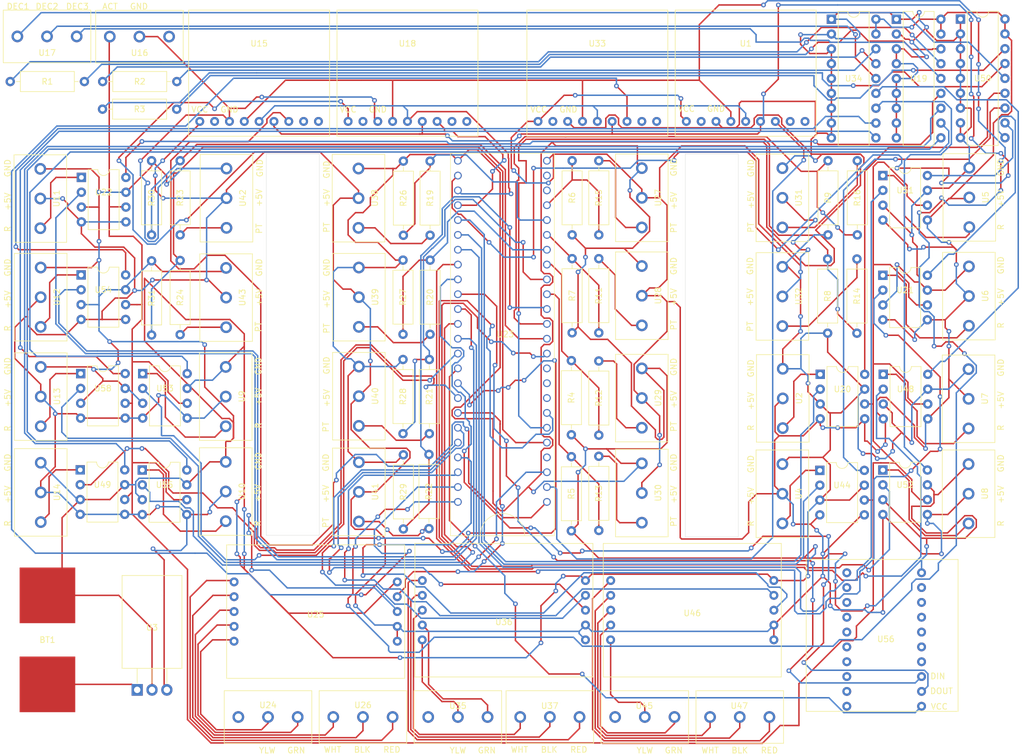
<source format=kicad_pcb>
(kicad_pcb (version 20171130) (host pcbnew "(5.1.10)-1")
  (layers (0 F.Cu signal) (31 B.Cu signal) (34 B.Paste user) (35 F.Paste user) (36 B.SilkS user) (37 F.SilkS user) (38 B.Mask user) (39 F.Mask user) (44 Edge.Cuts user))
  (net 0 "")
  (net 1 "Net-(BT1-Pad1)")
  (net 2 GND1)
  (net 3 +5V)
  (net 4 1)
  (net 5 2)
  (net 6 3)
  (net 7 4)
  (net 8 5)
  (net 9 6)
  (net 10 13)
  (net 11 15)
  (net 12 7)
  (net 13 8)
  (net 14 9)
  (net 15 10)
  (net 16 11)
  (net 17 12)
  (net 18 14)
  (net 19 "Net-(U24-Pad3)")
  (net 20 "Net-(U25-Pad3)")
  (net 21 19)
  (net 22 18)
  (net 23 17)
  (net 24 16)
  (net 25 21)
  (net 26 20)
  (net 27 "Net-(U23-Pad45)")
  (net 28 "Net-(U23-Pad44)")
  (net 29 "Net-(U23-Pad43)")
  (net 30 "Net-(U23-Pad42)")
  (net 31 "Net-(U23-Pad41)")
  (net 32 "Net-(U24-Pad1)")
  (net 33 "Net-(U24-Pad2)")
  (net 34 "Net-(U25-Pad2)")
  (net 35 "Net-(U25-Pad1)")
  (net 36 "Net-(U35-Pad3)")
  (net 37 "Net-(U35-Pad2)")
  (net 38 "Net-(U35-Pad1)")
  (net 39 "Net-(U36-Pad1)")
  (net 40 "Net-(U36-Pad3)")
  (net 41 "Net-(U36-Pad2)")
  (net 42 "Net-(U45-Pad3)")
  (net 43 "Net-(U45-Pad2)")
  (net 44 "Net-(U45-Pad1)")
  (net 45 "Net-(U46-Pad2)")
  (net 46 "Net-(U46-Pad3)")
  (net 47 "Net-(U46-Pad1)")
  (net 48 "Net-(R1-Pad2)")
  (net 49 "Net-(R1-Pad1)")
  (net 50 "Net-(R2-Pad2)")
  (net 51 "Net-(R2-Pad1)")
  (net 52 "Net-(R3-Pad2)")
  (net 53 "Net-(R3-Pad1)")
  (net 54 "Net-(U1-Pad9)")
  (net 55 "Net-(U1-Pad8)")
  (net 56 51)
  (net 57 "Net-(U1-Pad2)")
  (net 58 40)
  (net 59 41)
  (net 60 42)
  (net 61 43)
  (net 62 44)
  (net 63 45)
  (net 64 53)
  (net 65 54)
  (net 66 48)
  (net 67 46)
  (net 68 47)
  (net 69 49)
  (net 70 "Net-(U15-Pad9)")
  (net 71 "Net-(U15-Pad8)")
  (net 72 50)
  (net 73 "Net-(U15-Pad2)")
  (net 74 "Net-(U16-Pad3)")
  (net 75 52)
  (net 76 27)
  (net 77 26)
  (net 78 25)
  (net 79 "Net-(U18-Pad9)")
  (net 80 "Net-(U18-Pad8)")
  (net 81 "Net-(U18-Pad2)")
  (net 82 36)
  (net 83 37)
  (net 84 38)
  (net 85 39)
  (net 86 28)
  (net 87 31)
  (net 88 58)
  (net 89 55)
  (net 90 57)
  (net 91 "Net-(U33-Pad9)")
  (net 92 "Net-(U33-Pad8)")
  (net 93 "Net-(U33-Pad2)")
  (net 94 32)
  (net 95 33)
  (net 96 34)
  (net 97 35)
  (net 98 29)
  (net 99 30)
  (net 100 "Net-(R12-Pad1)")
  (net 101 "Net-(R13-Pad1)")
  (net 102 "Net-(R15-Pad1)")
  (net 103 "Net-(R11-Pad1)")
  (net 104 "Net-(R14-Pad1)")
  (net 105 "Net-(R16-Pad1)")
  (net 106 "Net-(R11-Pad2)")
  (net 107 "Net-(R12-Pad2)")
  (net 108 "Net-(R13-Pad2)")
  (net 109 "Net-(R14-Pad2)")
  (net 110 "Net-(R15-Pad2)")
  (net 111 "Net-(R16-Pad2)")
  (net 112 "Net-(R19-Pad2)")
  (net 113 "Net-(R19-Pad1)")
  (net 114 "Net-(R20-Pad2)")
  (net 115 "Net-(R20-Pad1)")
  (net 116 "Net-(R21-Pad2)")
  (net 117 "Net-(R21-Pad1)")
  (net 118 "Net-(R22-Pad2)")
  (net 119 "Net-(R22-Pad1)")
  (net 120 "Net-(R23-Pad2)")
  (net 121 "Net-(R23-Pad1)")
  (net 122 "Net-(R24-Pad2)")
  (net 123 "Net-(R24-Pad1)")
  (net 124 3.3)
  (net 125 61)
  (net 126 60)
  (net 127 "Net-(U56-Pad20)")
  (net 128 "Net-(U56-Pad19)")
  (net 129 "Net-(U56-Pad18)")
  (net 130 "Net-(U56-Pad17)")
  (net 131 "Net-(U56-Pad16)")
  (net 132 "Net-(U56-Pad15)")
  (net 133 "Net-(U56-Pad14)")
  (net 134 "Net-(U56-Pad13)")
  (net 135 "Net-(U56-Pad12)")
  (net 136 "Net-(U56-Pad11)")
  (net 137 "Net-(U56-Pad9)")
  (net 138 "Net-(U56-Pad8)")
  (net 139 "Net-(U56-Pad7)")
  (net 140 "Net-(U56-Pad6)")
  (net 141 "Net-(U56-Pad5)")
  (net 142 "Net-(U56-Pad4)")
  (module Launchbox:Xbee_Breakout (layer F.Cu) (at 210.82 143.51)
    (fp_text reference U56 (at 0.635 0.635) (layer F.SilkS))
    (fp_text value XBee_Breakout)
    (pad 20 thru_hole circle (at -6.05202 12.12918 180) (size 1.524 1.524) (drill 0.762) (layers *.Cu *.Mask) (net 127 "Net-(U56-Pad20)"))
    (pad 19 thru_hole circle (at -6.05202 9.58918 180) (size 1.524 1.524) (drill 0.762) (layers *.Cu *.Mask) (net 128 "Net-(U56-Pad19)"))
    (pad 18 thru_hole circle (at -6.05202 7.04918 180) (size 1.524 1.524) (drill 0.762) (layers *.Cu *.Mask) (net 129 "Net-(U56-Pad18)"))
    (pad 17 thru_hole circle (at -6.05202 4.50918 180) (size 1.524 1.524) (drill 0.762) (layers *.Cu *.Mask) (net 130 "Net-(U56-Pad17)"))
    (pad 16 thru_hole circle (at -6.05202 1.96918 180) (size 1.524 1.524) (drill 0.762) (layers *.Cu *.Mask) (net 131 "Net-(U56-Pad16)"))
    (pad 15 thru_hole circle (at -6.05202 -0.57082 180) (size 1.524 1.524) (drill 0.762) (layers *.Cu *.Mask) (net 132 "Net-(U56-Pad15)"))
    (pad 14 thru_hole circle (at -6.05202 -3.11082 180) (size 1.524 1.524) (drill 0.762) (layers *.Cu *.Mask) (net 133 "Net-(U56-Pad14)"))
    (pad 13 thru_hole circle (at -6.05202 -5.65082 180) (size 1.524 1.524) (drill 0.762) (layers *.Cu *.Mask) (net 134 "Net-(U56-Pad13)"))
    (pad 12 thru_hole circle (at -6.05202 -8.19082 180) (size 1.524 1.524) (drill 0.762) (layers *.Cu *.Mask) (net 135 "Net-(U56-Pad12)"))
    (pad 11 thru_hole circle (at -6.05202 -10.73082 180) (size 1.524 1.524) (drill 0.762) (layers *.Cu *.Mask) (net 136 "Net-(U56-Pad11)"))
    (pad 10 thru_hole circle (at 6.74798 -10.73082 180) (size 1.524 1.524) (drill 0.762) (layers *.Cu *.Mask) (net 2 GND1))
    (pad 9 thru_hole circle (at 6.74798 -8.19082 180) (size 1.524 1.524) (drill 0.762) (layers *.Cu *.Mask) (net 137 "Net-(U56-Pad9)"))
    (pad 8 thru_hole circle (at 6.74798 -5.65082 180) (size 1.524 1.524) (drill 0.762) (layers *.Cu *.Mask) (net 138 "Net-(U56-Pad8)"))
    (pad 7 thru_hole circle (at 6.74798 -3.11082 180) (size 1.524 1.524) (drill 0.762) (layers *.Cu *.Mask) (net 139 "Net-(U56-Pad7)"))
    (pad 6 thru_hole circle (at 6.74798 -0.57082 180) (size 1.524 1.524) (drill 0.762) (layers *.Cu *.Mask) (net 140 "Net-(U56-Pad6)"))
    (pad 5 thru_hole circle (at 6.74798 1.96918 180) (size 1.524 1.524) (drill 0.762) (layers *.Cu *.Mask) (net 141 "Net-(U56-Pad5)"))
    (pad 4 thru_hole circle (at 6.74798 4.50918 180) (size 1.524 1.524) (drill 0.762) (layers *.Cu *.Mask) (net 142 "Net-(U56-Pad4)"))
    (pad 3 thru_hole circle (at 6.74798 7.04918 180) (size 1.524 1.524) (drill 0.762) (layers *.Cu *.Mask) (net 126 60))
    (pad 2 thru_hole circle (at 6.74798 9.58918 180) (size 1.524 1.524) (drill 0.762) (layers *.Cu *.Mask) (net 125 61))
    (pad 1 thru_hole circle (at 6.74798 12.12918 180) (size 1.524 1.524) (drill 0.762) (layers *.Cu *.Mask) (net 124 3.3))
  )
  (module Launchbox:LoadCellAmp (layer F.Cu) (at 146.05 139.192)
    (fp_text reference U36 (at 0 2.032) (layer F.SilkS))
    (fp_text value LoadCellAmp)
    (pad 10 thru_hole circle (at 13.97 5.08) (size 1.524 1.524) (drill 0.762) (layers *.Cu *.Mask) (net 3 +5V))
    (pad 9 thru_hole circle (at 13.97 2.54) (size 1.524 1.524) (drill 0.762) (layers *.Cu *.Mask) (net 3 +5V))
    (pad 8 thru_hole circle (at 13.97 0) (size 1.524 1.524) (drill 0.762) (layers *.Cu *.Mask) (net 22 18))
    (pad 7 thru_hole circle (at 13.97 -2.54) (size 1.524 1.524) (drill 0.762) (layers *.Cu *.Mask) (net 21 19))
    (pad 6 thru_hole circle (at 13.97 -5.08) (size 1.524 1.524) (drill 0.762) (layers *.Cu *.Mask) (net 2 GND1))
    (pad 1 thru_hole circle (at -13.97 -5.08) (size 1.524 1.524) (drill 0.762) (layers *.Cu *.Mask) (net 39 "Net-(U36-Pad1)"))
    (pad 5 thru_hole circle (at -13.98 5.08) (size 1.524 1.524) (drill 0.762) (layers *.Cu *.Mask) (net 37 "Net-(U35-Pad2)"))
    (pad 4 thru_hole circle (at -13.97 2.54) (size 1.524 1.524) (drill 0.762) (layers *.Cu *.Mask) (net 38 "Net-(U35-Pad1)"))
    (pad 3 thru_hole circle (at -13.97 0) (size 1.524 1.524) (drill 0.762) (layers *.Cu *.Mask) (net 40 "Net-(U36-Pad3)"))
    (pad 2 thru_hole circle (at -13.97 -2.54) (size 1.524 1.524) (drill 0.762) (layers *.Cu *.Mask) (net 41 "Net-(U36-Pad2)"))
  )
  (module Resistor_THT:R_Axial_DIN0309_L9.0mm_D3.2mm_P12.70mm_Horizontal (layer F.Cu) (at 162.306 125.5395 90)
    (fp_text reference R13 (at 6.35 0 90) (layer F.SilkS))
    (fp_text value R_US)
    (pad 2 thru_hole oval (at 12.7 0 90) (size 1.6 1.6) (drill 0.8) (layers *.Cu *.Mask) (net 108 "Net-(R13-Pad2)"))
    (pad 1 thru_hole circle (at 0 0 90) (size 1.6 1.6) (drill 0.8) (layers *.Cu *.Mask) (net 101 "Net-(R13-Pad1)"))
  )
  (module Package_DIP:DIP-8_W7.62mm (layer F.Cu) (at 200.152 115.2525)
    (fp_text reference U44 (at 3.81 2.54) (layer F.SilkS))
    (fp_text value SPDT_IC)
    (pad 1 thru_hole rect (at 0 0) (size 1.6 1.6) (drill 0.8) (layers *.Cu *.Mask) (net 59 41))
    (pad 5 thru_hole oval (at 7.62 7.62) (size 1.6 1.6) (drill 0.8) (layers *.Cu *.Mask) (net 3 +5V))
    (pad 2 thru_hole oval (at 0 2.54) (size 1.6 1.6) (drill 0.8) (layers *.Cu *.Mask) (net 7 4))
    (pad 6 thru_hole oval (at 7.62 5.08) (size 1.6 1.6) (drill 0.8) (layers *.Cu *.Mask) (net 75 52))
    (pad 3 thru_hole oval (at 0 5.08) (size 1.6 1.6) (drill 0.8) (layers *.Cu *.Mask) (net 2 GND1))
    (pad 7 thru_hole oval (at 7.62 2.54) (size 1.6 1.6) (drill 0.8) (layers *.Cu *.Mask) (net 2 GND1))
    (pad 4 thru_hole oval (at 0 7.62) (size 1.6 1.6) (drill 0.8) (layers *.Cu *.Mask) (net 3 +5V))
    (pad 8 thru_hole oval (at 7.62 0) (size 1.6 1.6) (drill 0.8) (layers *.Cu *.Mask) (net 98 29))
  )
  (module Package_DIP:DIP-8_W7.62mm (layer F.Cu) (at 210.947 64.77)
    (fp_text reference U51 (at 3.81 2.54) (layer F.SilkS))
    (fp_text value SPDT_IC)
    (pad 8 thru_hole oval (at 7.62 0) (size 1.6 1.6) (drill 0.8) (layers *.Cu *.Mask) (net 99 30))
    (pad 4 thru_hole oval (at 0 7.62) (size 1.6 1.6) (drill 0.8) (layers *.Cu *.Mask) (net 3 +5V))
    (pad 7 thru_hole oval (at 7.62 2.54) (size 1.6 1.6) (drill 0.8) (layers *.Cu *.Mask) (net 2 GND1))
    (pad 3 thru_hole oval (at 0 5.08) (size 1.6 1.6) (drill 0.8) (layers *.Cu *.Mask) (net 2 GND1))
    (pad 6 thru_hole oval (at 7.62 5.08) (size 1.6 1.6) (drill 0.8) (layers *.Cu *.Mask) (net 75 52))
    (pad 2 thru_hole oval (at 0 2.54) (size 1.6 1.6) (drill 0.8) (layers *.Cu *.Mask) (net 8 5))
    (pad 5 thru_hole oval (at 7.62 7.62) (size 1.6 1.6) (drill 0.8) (layers *.Cu *.Mask) (net 3 +5V))
    (pad 1 thru_hole rect (at 0 0) (size 1.6 1.6) (drill 0.8) (layers *.Cu *.Mask) (net 60 42))
  )
  (module Resistor_THT:R_Axial_DIN0309_L9.0mm_D3.2mm_P12.70mm_Horizontal (layer F.Cu) (at 201.4855 91.7575 90)
    (fp_text reference R8 (at 6.35 0 90) (layer F.SilkS))
    (fp_text value R_US)
    (pad 2 thru_hole oval (at 12.7 0 90) (size 1.6 1.6) (drill 0.8) (layers *.Cu *.Mask) (net 104 "Net-(R14-Pad1)"))
    (pad 1 thru_hole circle (at 0 0 90) (size 1.6 1.6) (drill 0.8) (layers *.Cu *.Mask) (net 2 GND1))
  )
  (module Resistor_THT:R_Axial_DIN0309_L9.0mm_D3.2mm_P12.70mm_Horizontal (layer F.Cu) (at 85.725 92.075 90)
    (fp_text reference R31 (at 6.35 0 270) (layer F.SilkS))
    (fp_text value R_US)
    (pad 2 thru_hole oval (at 12.7 0 90) (size 1.6 1.6) (drill 0.8) (layers *.Cu *.Mask) (net 2 GND1))
    (pad 1 thru_hole circle (at 0 0 90) (size 1.6 1.6) (drill 0.8) (layers *.Cu *.Mask) (net 122 "Net-(R24-Pad2)"))
  )
  (module Resistor_THT:R_Axial_DIN0309_L9.0mm_D3.2mm_P12.70mm_Horizontal (layer F.Cu) (at 85.725 74.93 90)
    (fp_text reference R30 (at 6.35 0 90) (layer F.SilkS))
    (fp_text value R_US)
    (pad 2 thru_hole oval (at 12.7 0 90) (size 1.6 1.6) (drill 0.8) (layers *.Cu *.Mask) (net 2 GND1))
    (pad 1 thru_hole circle (at 0 0 90) (size 1.6 1.6) (drill 0.8) (layers *.Cu *.Mask) (net 120 "Net-(R23-Pad2)"))
  )
  (module Resistor_THT:R_Axial_DIN0309_L9.0mm_D3.2mm_P12.70mm_Horizontal (layer F.Cu) (at 128.8415 125.2855 90)
    (fp_text reference R29 (at 6.35 0 90) (layer F.SilkS))
    (fp_text value R_US)
    (pad 2 thru_hole oval (at 12.7 0 90) (size 1.6 1.6) (drill 0.8) (layers *.Cu *.Mask) (net 2 GND1))
    (pad 1 thru_hole circle (at 0 0 90) (size 1.6 1.6) (drill 0.8) (layers *.Cu *.Mask) (net 118 "Net-(R22-Pad2)"))
  )
  (module Resistor_THT:R_Axial_DIN0309_L9.0mm_D3.2mm_P12.70mm_Horizontal (layer F.Cu) (at 128.778 108.966 90)
    (fp_text reference R28 (at 6.35 0 90) (layer F.SilkS))
    (fp_text value R_US)
    (pad 2 thru_hole oval (at 12.7 0 90) (size 1.6 1.6) (drill 0.8) (layers *.Cu *.Mask) (net 2 GND1))
    (pad 1 thru_hole circle (at 0 0 90) (size 1.6 1.6) (drill 0.8) (layers *.Cu *.Mask) (net 116 "Net-(R21-Pad2)"))
  )
  (module Resistor_THT:R_Axial_DIN0309_L9.0mm_D3.2mm_P12.70mm_Horizontal (layer F.Cu) (at 128.778 91.948 90)
    (fp_text reference R27 (at 6.35 0 90) (layer F.SilkS))
    (fp_text value R_US)
    (pad 2 thru_hole oval (at 12.7 0 90) (size 1.6 1.6) (drill 0.8) (layers *.Cu *.Mask) (net 2 GND1))
    (pad 1 thru_hole circle (at 0 0 90) (size 1.6 1.6) (drill 0.8) (layers *.Cu *.Mask) (net 114 "Net-(R20-Pad2)"))
  )
  (module Resistor_THT:R_Axial_DIN0309_L9.0mm_D3.2mm_P12.70mm_Horizontal (layer F.Cu) (at 128.8415 74.9935 90)
    (fp_text reference R26 (at 6.35 0 90) (layer F.SilkS))
    (fp_text value R_US)
    (pad 2 thru_hole oval (at 12.7 0 90) (size 1.6 1.6) (drill 0.8) (layers *.Cu *.Mask) (net 2 GND1))
    (pad 1 thru_hole circle (at 0 0 90) (size 1.6 1.6) (drill 0.8) (layers *.Cu *.Mask) (net 112 "Net-(R19-Pad2)"))
  )
  (module Resistor_THT:R_Axial_DIN0309_L9.0mm_D3.2mm_P12.70mm_Horizontal (layer F.Cu) (at 90.6145 92.0115 90)
    (fp_text reference R24 (at 6.35 0 90) (layer F.SilkS))
    (fp_text value R_US)
    (pad 2 thru_hole oval (at 12.7 0 90) (size 1.6 1.6) (drill 0.8) (layers *.Cu *.Mask) (net 122 "Net-(R24-Pad2)"))
    (pad 1 thru_hole circle (at 0 0 90) (size 1.6 1.6) (drill 0.8) (layers *.Cu *.Mask) (net 123 "Net-(R24-Pad1)"))
  )
  (module Resistor_THT:R_Axial_DIN0309_L9.0mm_D3.2mm_P12.70mm_Horizontal (layer F.Cu) (at 90.6145 74.93 90)
    (fp_text reference R23 (at 6.35 0 90) (layer F.SilkS))
    (fp_text value R_US)
    (pad 2 thru_hole oval (at 12.7 0 90) (size 1.6 1.6) (drill 0.8) (layers *.Cu *.Mask) (net 120 "Net-(R23-Pad2)"))
    (pad 1 thru_hole circle (at 0 0 90) (size 1.6 1.6) (drill 0.8) (layers *.Cu *.Mask) (net 121 "Net-(R23-Pad1)"))
  )
  (module Resistor_THT:R_Axial_DIN0309_L9.0mm_D3.2mm_P12.70mm_Horizontal (layer F.Cu) (at 133.223 125.222 90)
    (fp_text reference R22 (at 6.35 0 90) (layer F.SilkS))
    (fp_text value R_US)
    (pad 2 thru_hole oval (at 12.7 0 90) (size 1.6 1.6) (drill 0.8) (layers *.Cu *.Mask) (net 118 "Net-(R22-Pad2)"))
    (pad 1 thru_hole circle (at 0 0 90) (size 1.6 1.6) (drill 0.8) (layers *.Cu *.Mask) (net 119 "Net-(R22-Pad1)"))
  )
  (module Resistor_THT:R_Axial_DIN0309_L9.0mm_D3.2mm_P12.70mm_Horizontal (layer F.Cu) (at 133.2865 108.966 90)
    (fp_text reference R21 (at 6.35 0 90) (layer F.SilkS))
    (fp_text value R_US)
    (pad 2 thru_hole oval (at 12.7 0 90) (size 1.6 1.6) (drill 0.8) (layers *.Cu *.Mask) (net 116 "Net-(R21-Pad2)"))
    (pad 1 thru_hole circle (at 0 0 90) (size 1.6 1.6) (drill 0.8) (layers *.Cu *.Mask) (net 117 "Net-(R21-Pad1)"))
  )
  (module Resistor_THT:R_Axial_DIN0309_L9.0mm_D3.2mm_P12.70mm_Horizontal (layer F.Cu) (at 133.4135 91.948 90)
    (fp_text reference R20 (at 6.35 0 90) (layer F.SilkS))
    (fp_text value R_US)
    (pad 2 thru_hole oval (at 12.7 0 90) (size 1.6 1.6) (drill 0.8) (layers *.Cu *.Mask) (net 114 "Net-(R20-Pad2)"))
    (pad 1 thru_hole circle (at 0 0 90) (size 1.6 1.6) (drill 0.8) (layers *.Cu *.Mask) (net 115 "Net-(R20-Pad1)"))
  )
  (module Resistor_THT:R_Axial_DIN0309_L9.0mm_D3.2mm_P12.70mm_Horizontal (layer F.Cu) (at 133.4135 74.9935 90)
    (fp_text reference R19 (at 6.35 0 90) (layer F.SilkS))
    (fp_text value R_US)
    (pad 2 thru_hole oval (at 12.7 0 90) (size 1.6 1.6) (drill 0.8) (layers *.Cu *.Mask) (net 112 "Net-(R19-Pad2)"))
    (pad 1 thru_hole circle (at 0 0 90) (size 1.6 1.6) (drill 0.8) (layers *.Cu *.Mask) (net 113 "Net-(R19-Pad1)"))
  )
  (module Resistor_THT:R_Axial_DIN0309_L9.0mm_D3.2mm_P12.70mm_Horizontal (layer F.Cu) (at 206.5655 74.93 90)
    (fp_text reference R16 (at 6.35 0 90) (layer F.SilkS))
    (fp_text value R_US)
    (pad 2 thru_hole oval (at 12.7 0 90) (size 1.6 1.6) (drill 0.8) (layers *.Cu *.Mask) (net 111 "Net-(R16-Pad2)"))
    (pad 1 thru_hole circle (at 0 0 90) (size 1.6 1.6) (drill 0.8) (layers *.Cu *.Mask) (net 105 "Net-(R16-Pad1)"))
  )
  (module Resistor_THT:R_Axial_DIN0309_L9.0mm_D3.2mm_P12.70mm_Horizontal (layer F.Cu) (at 162.306 74.93 90)
    (fp_text reference R15 (at 6.35 0 90) (layer F.SilkS))
    (fp_text value R_US)
    (pad 2 thru_hole oval (at 12.7 0 90) (size 1.6 1.6) (drill 0.8) (layers *.Cu *.Mask) (net 110 "Net-(R15-Pad2)"))
    (pad 1 thru_hole circle (at 0 0 90) (size 1.6 1.6) (drill 0.8) (layers *.Cu *.Mask) (net 102 "Net-(R15-Pad1)"))
  )
  (module Resistor_THT:R_Axial_DIN0309_L9.0mm_D3.2mm_P12.70mm_Horizontal (layer F.Cu) (at 206.502 91.7575 90)
    (fp_text reference R14 (at 6.35 0 90) (layer F.SilkS))
    (fp_text value R_US)
    (pad 2 thru_hole oval (at 12.7 0 90) (size 1.6 1.6) (drill 0.8) (layers *.Cu *.Mask) (net 109 "Net-(R14-Pad2)"))
    (pad 1 thru_hole circle (at 0 0 90) (size 1.6 1.6) (drill 0.8) (layers *.Cu *.Mask) (net 104 "Net-(R14-Pad1)"))
  )
  (module Resistor_THT:R_Axial_DIN0309_L9.0mm_D3.2mm_P12.70mm_Horizontal (layer F.Cu) (at 162.306 109.22 90)
    (fp_text reference R12 (at 6.35 0 90) (layer F.SilkS))
    (fp_text value R_US)
    (pad 2 thru_hole oval (at 12.7 0 90) (size 1.6 1.6) (drill 0.8) (layers *.Cu *.Mask) (net 107 "Net-(R12-Pad2)"))
    (pad 1 thru_hole circle (at 0 0 90) (size 1.6 1.6) (drill 0.8) (layers *.Cu *.Mask) (net 100 "Net-(R12-Pad1)"))
  )
  (module Resistor_THT:R_Axial_DIN0309_L9.0mm_D3.2mm_P12.70mm_Horizontal (layer F.Cu) (at 162.306 91.694 90)
    (fp_text reference R11 (at 6.35 0 90) (layer F.SilkS))
    (fp_text value R_US)
    (pad 2 thru_hole oval (at 12.7 0 90) (size 1.6 1.6) (drill 0.8) (layers *.Cu *.Mask) (net 106 "Net-(R11-Pad2)"))
    (pad 1 thru_hole circle (at 0 0 90) (size 1.6 1.6) (drill 0.8) (layers *.Cu *.Mask) (net 103 "Net-(R11-Pad1)"))
  )
  (module Resistor_THT:R_Axial_DIN0309_L9.0mm_D3.2mm_P12.70mm_Horizontal (layer F.Cu) (at 201.549 74.93 90)
    (fp_text reference R9 (at 6.35 0 90) (layer F.SilkS))
    (fp_text value R_US)
    (pad 2 thru_hole oval (at 12.7 0 90) (size 1.6 1.6) (drill 0.8) (layers *.Cu *.Mask) (net 105 "Net-(R16-Pad1)"))
    (pad 1 thru_hole circle (at 0 0 90) (size 1.6 1.6) (drill 0.8) (layers *.Cu *.Mask) (net 2 GND1))
  )
  (module Resistor_THT:R_Axial_DIN0309_L9.0mm_D3.2mm_P12.70mm_Horizontal (layer F.Cu) (at 157.734 91.694 90)
    (fp_text reference R7 (at 6.35 0 90) (layer F.SilkS))
    (fp_text value R_US)
    (pad 2 thru_hole oval (at 12.7 0 90) (size 1.6 1.6) (drill 0.8) (layers *.Cu *.Mask) (net 103 "Net-(R11-Pad1)"))
    (pad 1 thru_hole circle (at 0 0 90) (size 1.6 1.6) (drill 0.8) (layers *.Cu *.Mask) (net 2 GND1))
  )
  (module Resistor_THT:R_Axial_DIN0309_L9.0mm_D3.2mm_P12.70mm_Horizontal (layer F.Cu) (at 157.734 74.93 90)
    (fp_text reference R6 (at 6.35 0 90) (layer F.SilkS))
    (fp_text value R_US)
    (pad 2 thru_hole oval (at 12.7 0 90) (size 1.6 1.6) (drill 0.8) (layers *.Cu *.Mask) (net 102 "Net-(R15-Pad1)"))
    (pad 1 thru_hole circle (at 0 0 90) (size 1.6 1.6) (drill 0.8) (layers *.Cu *.Mask) (net 2 GND1))
  )
  (module Resistor_THT:R_Axial_DIN0309_L9.0mm_D3.2mm_P12.70mm_Horizontal (layer F.Cu) (at 157.607 125.603 90)
    (fp_text reference R5 (at 6.35 0 90) (layer F.SilkS))
    (fp_text value R_US)
    (pad 2 thru_hole oval (at 12.7 0 90) (size 1.6 1.6) (drill 0.8) (layers *.Cu *.Mask) (net 101 "Net-(R13-Pad1)"))
    (pad 1 thru_hole circle (at 0 0 90) (size 1.6 1.6) (drill 0.8) (layers *.Cu *.Mask) (net 2 GND1))
  )
  (module Resistor_THT:R_Axial_DIN0309_L9.0mm_D3.2mm_P12.70mm_Horizontal (layer F.Cu) (at 157.607 109.1565 90)
    (fp_text reference R4 (at 6.35 0 90) (layer F.SilkS))
    (fp_text value R_US)
    (pad 2 thru_hole oval (at 12.7 0 90) (size 1.6 1.6) (drill 0.8) (layers *.Cu *.Mask) (net 100 "Net-(R12-Pad1)"))
    (pad 1 thru_hole circle (at 0 0 90) (size 1.6 1.6) (drill 0.8) (layers *.Cu *.Mask) (net 2 GND1))
  )
  (module Launchbox:Lipo_Battery_Connector (layer F.Cu) (at 67.8942 144.272 90)
    (fp_text reference BT1 (at 0 0 180) (layer F.SilkS))
    (fp_text value Battery_Cell)
    (pad 1 smd rect (at -7.62 0 90) (size 9.525 9.525) (layers F.Cu F.Paste F.Mask) (net 1 "Net-(BT1-Pad1)"))
    (pad 2 smd rect (at 7.62 0 90) (size 9.525 9.525) (layers F.Cu F.Paste F.Mask) (net 2 GND1))
  )
  (module Resistor_THT:R_Axial_DIN0309_L9.0mm_D3.2mm_P12.70mm_Horizontal (layer F.Cu) (at 74.225 48.675 180)
    (fp_text reference R1 (at 6.35 0) (layer F.SilkS))
    (fp_text value R_US)
    (pad 1 thru_hole circle (at 0 0 180) (size 1.6 1.6) (drill 0.8) (layers *.Cu *.Mask) (net 49 "Net-(R1-Pad1)"))
    (pad 2 thru_hole oval (at 12.7 0 180) (size 1.6 1.6) (drill 0.8) (layers *.Cu *.Mask) (net 48 "Net-(R1-Pad2)"))
  )
  (module Resistor_THT:R_Axial_DIN0309_L9.0mm_D3.2mm_P12.70mm_Horizontal (layer F.Cu) (at 90.05 48.675 180)
    (fp_text reference R2 (at 6.35 0) (layer F.SilkS))
    (fp_text value R_US)
    (pad 1 thru_hole circle (at 0 0 180) (size 1.6 1.6) (drill 0.8) (layers *.Cu *.Mask) (net 51 "Net-(R2-Pad1)"))
    (pad 2 thru_hole oval (at 12.7 0 180) (size 1.6 1.6) (drill 0.8) (layers *.Cu *.Mask) (net 50 "Net-(R2-Pad2)"))
  )
  (module Resistor_THT:R_Axial_DIN0309_L9.0mm_D3.2mm_P12.70mm_Horizontal (layer F.Cu) (at 90.025 53.4 180)
    (fp_text reference R3 (at 6.35 0) (layer F.SilkS))
    (fp_text value R_US)
    (pad 2 thru_hole oval (at 12.7 0 180) (size 1.6 1.6) (drill 0.8) (layers *.Cu *.Mask) (net 52 "Net-(R3-Pad2)"))
    (pad 1 thru_hole circle (at 0 0 180) (size 1.6 1.6) (drill 0.8) (layers *.Cu *.Mask) (net 53 "Net-(R3-Pad1)"))
  )
  (module Launchbox:MAX31856 (layer F.Cu) (at 187.452 47.244)
    (fp_text reference U1 (at 0 -5.08) (layer F.SilkS))
    (fp_text value MAX31856)
    (pad 9 thru_hole circle (at 10.16 8.255) (size 1.524 1.524) (drill 0.762) (layers *.Cu *.Mask) (net 54 "Net-(U1-Pad9)"))
    (pad 8 thru_hole circle (at 7.62 8.255) (size 1.524 1.524) (drill 0.762) (layers *.Cu *.Mask) (net 55 "Net-(U1-Pad8)"))
    (pad 7 thru_hole circle (at 5.08 8.255) (size 1.524 1.524) (drill 0.762) (layers *.Cu *.Mask) (net 56 51))
    (pad 6 thru_hole circle (at 2.54 8.255) (size 1.524 1.524) (drill 0.762) (layers *.Cu *.Mask) (net 10 13))
    (pad 5 thru_hole circle (at 0 8.255) (size 1.524 1.524) (drill 0.762) (layers *.Cu *.Mask) (net 18 14))
    (pad 4 thru_hole circle (at -2.54 8.255) (size 1.524 1.524) (drill 0.762) (layers *.Cu *.Mask) (net 4 1))
    (pad 3 thru_hole circle (at -5.08 8.255) (size 1.524 1.524) (drill 0.762) (layers *.Cu *.Mask) (net 2 GND1))
    (pad 2 thru_hole circle (at -7.62 8.255) (size 1.524 1.524) (drill 0.762) (layers *.Cu *.Mask) (net 57 "Net-(U1-Pad2)"))
    (pad 1 thru_hole circle (at -10.16 8.255) (size 1.524 1.524) (drill 0.762) (layers *.Cu *.Mask) (net 3 +5V))
  )
  (module Launchbox:ScrewTerminals (layer F.Cu) (at 193.802 102.9335 90)
    (fp_text reference U2 (at 0.02 2.794 90) (layer F.SilkS))
    (fp_text value SerialScrewTerminals)
    (pad 3 thru_hole circle (at 5.08 0 90) (size 2 2) (drill 1.2) (layers *.Cu *.Mask) (net 2 GND1))
    (pad 2 thru_hole circle (at 0 0 90) (size 2 2) (drill 1.2) (layers *.Cu *.Mask) (net 3 +5V))
    (pad 1 thru_hole circle (at -5.08 0 90) (size 2 2) (drill 1.2) (layers *.Cu *.Mask) (net 58 40))
  )
  (module Package_TO_SOT_THT:TO-220-3_Horizontal_TabDown (layer F.Cu) (at 83.2612 152.8318)
    (fp_text reference U3 (at 2.54 -10.668) (layer F.SilkS))
    (fp_text value L7805)
    (pad "" np_thru_hole oval (at 2.54 -16.66) (size 3.5 3.5) (drill 3.5) (layers *.Cu *.Mask))
    (pad 1 thru_hole rect (at 0 0) (size 1.905 2) (drill 1.1) (layers *.Cu *.Mask) (net 1 "Net-(BT1-Pad1)"))
    (pad 2 thru_hole oval (at 2.54 0) (size 1.905 2) (drill 1.1) (layers *.Cu *.Mask) (net 2 GND1))
    (pad 3 thru_hole oval (at 5.08 0) (size 1.905 2) (drill 1.1) (layers *.Cu *.Mask) (net 3 +5V))
  )
  (module Launchbox:ScrewTerminals (layer F.Cu) (at 193.7385 119.253 90)
    (fp_text reference U4 (at 0.02 2.794 90) (layer F.SilkS))
    (fp_text value SerialScrewTerminals)
    (pad 1 thru_hole circle (at -5.08 0 90) (size 2 2) (drill 1.2) (layers *.Cu *.Mask) (net 59 41))
    (pad 2 thru_hole circle (at 0 0 90) (size 2 2) (drill 1.2) (layers *.Cu *.Mask) (net 3 +5V))
    (pad 3 thru_hole circle (at 5.08 0 90) (size 2 2) (drill 1.2) (layers *.Cu *.Mask) (net 2 GND1))
  )
  (module Launchbox:ScrewTerminals (layer F.Cu) (at 225.7425 68.5165 90)
    (fp_text reference U5 (at 0.02 2.794 90) (layer F.SilkS))
    (fp_text value SerialScrewTerminals)
    (pad 3 thru_hole circle (at 5.08 0 90) (size 2 2) (drill 1.2) (layers *.Cu *.Mask) (net 2 GND1))
    (pad 2 thru_hole circle (at 0 0 90) (size 2 2) (drill 1.2) (layers *.Cu *.Mask) (net 3 +5V))
    (pad 1 thru_hole circle (at -5.08 0 90) (size 2 2) (drill 1.2) (layers *.Cu *.Mask) (net 60 42))
  )
  (module Launchbox:ScrewTerminals (layer F.Cu) (at 225.679 85.4075 90)
    (fp_text reference U6 (at 0.02 2.794 90) (layer F.SilkS))
    (fp_text value SerialScrewTerminals)
    (pad 1 thru_hole circle (at -5.08 0 90) (size 2 2) (drill 1.2) (layers *.Cu *.Mask) (net 61 43))
    (pad 2 thru_hole circle (at 0 0 90) (size 2 2) (drill 1.2) (layers *.Cu *.Mask) (net 3 +5V))
    (pad 3 thru_hole circle (at 5.08 0 90) (size 2 2) (drill 1.2) (layers *.Cu *.Mask) (net 2 GND1))
  )
  (module Launchbox:ScrewTerminals (layer F.Cu) (at 225.6155 102.997 90)
    (fp_text reference U7 (at 0.02 2.794 90) (layer F.SilkS))
    (fp_text value SerialScrewTerminals)
    (pad 3 thru_hole circle (at 5.08 0 90) (size 2 2) (drill 1.2) (layers *.Cu *.Mask) (net 2 GND1))
    (pad 2 thru_hole circle (at 0 0 90) (size 2 2) (drill 1.2) (layers *.Cu *.Mask) (net 3 +5V))
    (pad 1 thru_hole circle (at -5.08 0 90) (size 2 2) (drill 1.2) (layers *.Cu *.Mask) (net 62 44))
  )
  (module Launchbox:ScrewTerminals (layer F.Cu) (at 225.6155 119.253 90)
    (fp_text reference U8 (at 0.02 2.794 90) (layer F.SilkS))
    (fp_text value SerialScrewTerminals)
    (pad 1 thru_hole circle (at -5.08 0 90) (size 2 2) (drill 1.2) (layers *.Cu *.Mask) (net 63 45))
    (pad 2 thru_hole circle (at 0 0 90) (size 2 2) (drill 1.2) (layers *.Cu *.Mask) (net 3 +5V))
    (pad 3 thru_hole circle (at 5.08 0 90) (size 2 2) (drill 1.2) (layers *.Cu *.Mask) (net 2 GND1))
  )
  (module Launchbox:ScrewTerminals (layer F.Cu) (at 98.425 102.616 90)
    (fp_text reference U9 (at 0.02 2.794 90) (layer F.SilkS))
    (fp_text value SerialScrewTerminals)
    (pad 3 thru_hole circle (at 5.08 0 90) (size 2 2) (drill 1.2) (layers *.Cu *.Mask) (net 2 GND1))
    (pad 2 thru_hole circle (at 0 0 90) (size 2 2) (drill 1.2) (layers *.Cu *.Mask) (net 3 +5V))
    (pad 1 thru_hole circle (at -5.08 0 90) (size 2 2) (drill 1.2) (layers *.Cu *.Mask) (net 64 53))
  )
  (module Launchbox:ScrewTerminals (layer F.Cu) (at 98.425 118.872 90)
    (fp_text reference U10 (at 0.02 2.794 90) (layer F.SilkS))
    (fp_text value SerialScrewTerminals)
    (pad 1 thru_hole circle (at -5.08 0 90) (size 2 2) (drill 1.2) (layers *.Cu *.Mask) (net 65 54))
    (pad 2 thru_hole circle (at 0 0 90) (size 2 2) (drill 1.2) (layers *.Cu *.Mask) (net 3 +5V))
    (pad 3 thru_hole circle (at 5.08 0 90) (size 2 2) (drill 1.2) (layers *.Cu *.Mask) (net 2 GND1))
  )
  (module Launchbox:ScrewTerminals (layer F.Cu) (at 66.675 68.707 90)
    (fp_text reference U11 (at 0.02 2.794 90) (layer F.SilkS))
    (fp_text value SerialScrewTerminals)
    (pad 1 thru_hole circle (at -5.08 0 90) (size 2 2) (drill 1.2) (layers *.Cu *.Mask) (net 66 48))
    (pad 2 thru_hole circle (at 0 0 90) (size 2 2) (drill 1.2) (layers *.Cu *.Mask) (net 3 +5V))
    (pad 3 thru_hole circle (at 5.08 0 90) (size 2 2) (drill 1.2) (layers *.Cu *.Mask) (net 2 GND1))
  )
  (module Launchbox:ScrewTerminals (layer F.Cu) (at 66.7385 85.598 90)
    (fp_text reference U12 (at 0.02 2.794 90) (layer F.SilkS))
    (fp_text value SerialScrewTerminals)
    (pad 1 thru_hole circle (at -5.08 0 90) (size 2 2) (drill 1.2) (layers *.Cu *.Mask) (net 67 46))
    (pad 2 thru_hole circle (at 0 0 90) (size 2 2) (drill 1.2) (layers *.Cu *.Mask) (net 3 +5V))
    (pad 3 thru_hole circle (at 5.08 0 90) (size 2 2) (drill 1.2) (layers *.Cu *.Mask) (net 2 GND1))
  )
  (module Launchbox:ScrewTerminals (layer F.Cu) (at 66.7512 102.616 90)
    (fp_text reference U13 (at 0.02 2.794 90) (layer F.SilkS))
    (fp_text value SerialScrewTerminals)
    (pad 3 thru_hole circle (at 5.08 0 90) (size 2 2) (drill 1.2) (layers *.Cu *.Mask) (net 2 GND1))
    (pad 2 thru_hole circle (at 0 0 90) (size 2 2) (drill 1.2) (layers *.Cu *.Mask) (net 3 +5V))
    (pad 1 thru_hole circle (at -5.08 0 90) (size 2 2) (drill 1.2) (layers *.Cu *.Mask) (net 68 47))
  )
  (module Launchbox:ScrewTerminals (layer F.Cu) (at 66.7512 119.0244 90)
    (fp_text reference U14 (at 0.02 2.794 90) (layer F.SilkS))
    (fp_text value SerialScrewTerminals)
    (pad 3 thru_hole circle (at 5.08 0 90) (size 2 2) (drill 1.2) (layers *.Cu *.Mask) (net 2 GND1))
    (pad 2 thru_hole circle (at 0 0 90) (size 2 2) (drill 1.2) (layers *.Cu *.Mask) (net 3 +5V))
    (pad 1 thru_hole circle (at -5.08 0 90) (size 2 2) (drill 1.2) (layers *.Cu *.Mask) (net 69 49))
  )
  (module Launchbox:MAX31856 (layer F.Cu) (at 104.14 47.244)
    (fp_text reference U15 (at 0 -5.08) (layer F.SilkS))
    (fp_text value MAX31856)
    (pad 1 thru_hole circle (at -10.16 8.255) (size 1.524 1.524) (drill 0.762) (layers *.Cu *.Mask) (net 3 +5V))
    (pad 2 thru_hole circle (at -7.62 8.255) (size 1.524 1.524) (drill 0.762) (layers *.Cu *.Mask) (net 73 "Net-(U15-Pad2)"))
    (pad 3 thru_hole circle (at -5.08 8.255) (size 1.524 1.524) (drill 0.762) (layers *.Cu *.Mask) (net 2 GND1))
    (pad 4 thru_hole circle (at -2.54 8.255) (size 1.524 1.524) (drill 0.762) (layers *.Cu *.Mask) (net 4 1))
    (pad 5 thru_hole circle (at 0 8.255) (size 1.524 1.524) (drill 0.762) (layers *.Cu *.Mask) (net 18 14))
    (pad 6 thru_hole circle (at 2.54 8.255) (size 1.524 1.524) (drill 0.762) (layers *.Cu *.Mask) (net 10 13))
    (pad 7 thru_hole circle (at 5.08 8.255) (size 1.524 1.524) (drill 0.762) (layers *.Cu *.Mask) (net 72 50))
    (pad 8 thru_hole circle (at 7.62 8.255) (size 1.524 1.524) (drill 0.762) (layers *.Cu *.Mask) (net 71 "Net-(U15-Pad8)"))
    (pad 9 thru_hole circle (at 10.16 8.255) (size 1.524 1.524) (drill 0.762) (layers *.Cu *.Mask) (net 70 "Net-(U15-Pad9)"))
  )
  (module Launchbox:ScrewTerminals (layer F.Cu) (at 83.65 40.975)
    (fp_text reference U16 (at 0.02 2.794) (layer F.SilkS))
    (fp_text value SerialScrewTerminals)
    (pad 3 thru_hole circle (at 5.08 0) (size 2 2) (drill 1.2) (layers *.Cu *.Mask) (net 74 "Net-(U16-Pad3)"))
    (pad 2 thru_hole circle (at 0 0) (size 2 2) (drill 1.2) (layers *.Cu *.Mask) (net 2 GND1))
    (pad 1 thru_hole circle (at -5.08 0) (size 2 2) (drill 1.2) (layers *.Cu *.Mask) (net 75 52))
  )
  (module Launchbox:ScrewTerminals (layer F.Cu) (at 67.825 40.95)
    (fp_text reference U17 (at 0.02 2.794) (layer F.SilkS))
    (fp_text value SerialScrewTerminals)
    (pad 1 thru_hole circle (at -5.08 0) (size 2 2) (drill 1.2) (layers *.Cu *.Mask) (net 78 25))
    (pad 2 thru_hole circle (at 0 0) (size 2 2) (drill 1.2) (layers *.Cu *.Mask) (net 77 26))
    (pad 3 thru_hole circle (at 5.08 0) (size 2 2) (drill 1.2) (layers *.Cu *.Mask) (net 76 27))
  )
  (module Launchbox:MAX31856 (layer F.Cu) (at 129.54 47.244)
    (fp_text reference U18 (at 0 -5.08) (layer F.SilkS))
    (fp_text value MAX31856)
    (pad 9 thru_hole circle (at 10.16 8.255) (size 1.524 1.524) (drill 0.762) (layers *.Cu *.Mask) (net 79 "Net-(U18-Pad9)"))
    (pad 8 thru_hole circle (at 7.62 8.255) (size 1.524 1.524) (drill 0.762) (layers *.Cu *.Mask) (net 80 "Net-(U18-Pad8)"))
    (pad 7 thru_hole circle (at 5.08 8.255) (size 1.524 1.524) (drill 0.762) (layers *.Cu *.Mask) (net 11 15))
    (pad 6 thru_hole circle (at 2.54 8.255) (size 1.524 1.524) (drill 0.762) (layers *.Cu *.Mask) (net 10 13))
    (pad 5 thru_hole circle (at 0 8.255) (size 1.524 1.524) (drill 0.762) (layers *.Cu *.Mask) (net 18 14))
    (pad 4 thru_hole circle (at -2.54 8.255) (size 1.524 1.524) (drill 0.762) (layers *.Cu *.Mask) (net 4 1))
    (pad 3 thru_hole circle (at -5.08 8.255) (size 1.524 1.524) (drill 0.762) (layers *.Cu *.Mask) (net 2 GND1))
    (pad 2 thru_hole circle (at -7.62 8.255) (size 1.524 1.524) (drill 0.762) (layers *.Cu *.Mask) (net 81 "Net-(U18-Pad2)"))
    (pad 1 thru_hole circle (at -10.16 8.255) (size 1.524 1.524) (drill 0.762) (layers *.Cu *.Mask) (net 3 +5V))
  )
  (module Package_DIP:DIP-18_W7.62mm (layer F.Cu) (at 213.2584 37.9984)
    (fp_text reference U19 (at 3.81 10.16) (layer F.SilkS))
    (fp_text value Launchbox_HT12D)
    (pad 1 thru_hole rect (at 0 0) (size 1.6 1.6) (drill 0.8) (layers *.Cu *.Mask) (net 2 GND1))
    (pad 10 thru_hole oval (at 7.62 20.32) (size 1.6 1.6) (drill 0.8) (layers *.Cu *.Mask) (net 85 39))
    (pad 2 thru_hole oval (at 0 2.54) (size 1.6 1.6) (drill 0.8) (layers *.Cu *.Mask) (net 2 GND1))
    (pad 11 thru_hole oval (at 7.62 17.78) (size 1.6 1.6) (drill 0.8) (layers *.Cu *.Mask) (net 84 38))
    (pad 3 thru_hole oval (at 0 5.08) (size 1.6 1.6) (drill 0.8) (layers *.Cu *.Mask) (net 2 GND1))
    (pad 12 thru_hole oval (at 7.62 15.24) (size 1.6 1.6) (drill 0.8) (layers *.Cu *.Mask) (net 83 37))
    (pad 4 thru_hole oval (at 0 7.62) (size 1.6 1.6) (drill 0.8) (layers *.Cu *.Mask) (net 2 GND1))
    (pad 13 thru_hole oval (at 7.62 12.7) (size 1.6 1.6) (drill 0.8) (layers *.Cu *.Mask) (net 82 36))
    (pad 5 thru_hole oval (at 0 10.16) (size 1.6 1.6) (drill 0.8) (layers *.Cu *.Mask) (net 2 GND1))
    (pad 14 thru_hole oval (at 7.62 10.16) (size 1.6 1.6) (drill 0.8) (layers *.Cu *.Mask) (net 76 27))
    (pad 6 thru_hole oval (at 0 12.7) (size 1.6 1.6) (drill 0.8) (layers *.Cu *.Mask) (net 2 GND1))
    (pad 15 thru_hole oval (at 7.62 7.62) (size 1.6 1.6) (drill 0.8) (layers *.Cu *.Mask) (net 48 "Net-(R1-Pad2)"))
    (pad 7 thru_hole oval (at 0 15.24) (size 1.6 1.6) (drill 0.8) (layers *.Cu *.Mask) (net 2 GND1))
    (pad 16 thru_hole oval (at 7.62 5.08) (size 1.6 1.6) (drill 0.8) (layers *.Cu *.Mask) (net 49 "Net-(R1-Pad1)"))
    (pad 8 thru_hole oval (at 0 17.78) (size 1.6 1.6) (drill 0.8) (layers *.Cu *.Mask) (net 2 GND1))
    (pad 17 thru_hole oval (at 7.62 2.54) (size 1.6 1.6) (drill 0.8) (layers *.Cu *.Mask) (net 3 +5V))
    (pad 9 thru_hole oval (at 0 20.32) (size 1.6 1.6) (drill 0.8) (layers *.Cu *.Mask) (net 2 GND1))
    (pad 18 thru_hole oval (at 7.62 0) (size 1.6 1.6) (drill 0.8) (layers *.Cu *.Mask) (net 3 +5V))
  )
  (module Package_DIP:DIP-8_W7.62mm (layer F.Cu) (at 200.2155 98.806)
    (fp_text reference U20 (at 3.81 2.54) (layer F.SilkS))
    (fp_text value SPDT_IC)
    (pad 8 thru_hole oval (at 7.62 0) (size 1.6 1.6) (drill 0.8) (layers *.Cu *.Mask) (net 86 28))
    (pad 4 thru_hole oval (at 0 7.62) (size 1.6 1.6) (drill 0.8) (layers *.Cu *.Mask) (net 3 +5V))
    (pad 7 thru_hole oval (at 7.62 2.54) (size 1.6 1.6) (drill 0.8) (layers *.Cu *.Mask) (net 2 GND1))
    (pad 3 thru_hole oval (at 0 5.08) (size 1.6 1.6) (drill 0.8) (layers *.Cu *.Mask) (net 2 GND1))
    (pad 6 thru_hole oval (at 7.62 5.08) (size 1.6 1.6) (drill 0.8) (layers *.Cu *.Mask) (net 75 52))
    (pad 2 thru_hole oval (at 0 2.54) (size 1.6 1.6) (drill 0.8) (layers *.Cu *.Mask) (net 6 3))
    (pad 5 thru_hole oval (at 7.62 7.62) (size 1.6 1.6) (drill 0.8) (layers *.Cu *.Mask) (net 3 +5V))
    (pad 1 thru_hole rect (at 0 0) (size 1.6 1.6) (drill 0.8) (layers *.Cu *.Mask) (net 58 40))
  )
  (module Package_DIP:DIP-8_W7.62mm (layer F.Cu) (at 210.947 81.8515)
    (fp_text reference U21 (at 3.81 2.54) (layer F.SilkS))
    (fp_text value SPDT_IC)
    (pad 1 thru_hole rect (at 0 0) (size 1.6 1.6) (drill 0.8) (layers *.Cu *.Mask) (net 61 43))
    (pad 5 thru_hole oval (at 7.62 7.62) (size 1.6 1.6) (drill 0.8) (layers *.Cu *.Mask) (net 3 +5V))
    (pad 2 thru_hole oval (at 0 2.54) (size 1.6 1.6) (drill 0.8) (layers *.Cu *.Mask) (net 9 6))
    (pad 6 thru_hole oval (at 7.62 5.08) (size 1.6 1.6) (drill 0.8) (layers *.Cu *.Mask) (net 75 52))
    (pad 3 thru_hole oval (at 0 5.08) (size 1.6 1.6) (drill 0.8) (layers *.Cu *.Mask) (net 2 GND1))
    (pad 7 thru_hole oval (at 7.62 2.54) (size 1.6 1.6) (drill 0.8) (layers *.Cu *.Mask) (net 2 GND1))
    (pad 4 thru_hole oval (at 0 7.62) (size 1.6 1.6) (drill 0.8) (layers *.Cu *.Mask) (net 3 +5V))
    (pad 8 thru_hole oval (at 7.62 0) (size 1.6 1.6) (drill 0.8) (layers *.Cu *.Mask) (net 87 31))
  )
  (module Package_DIP:DIP-8_W7.62mm (layer F.Cu) (at 73.7108 65.0875)
    (fp_text reference U22 (at 3.81 2.54) (layer F.SilkS))
    (fp_text value SPDT_IC)
    (pad 8 thru_hole oval (at 7.62 0) (size 1.6 1.6) (drill 0.8) (layers *.Cu *.Mask) (net 82 36))
    (pad 4 thru_hole oval (at 0 7.62) (size 1.6 1.6) (drill 0.8) (layers *.Cu *.Mask) (net 3 +5V))
    (pad 7 thru_hole oval (at 7.62 2.54) (size 1.6 1.6) (drill 0.8) (layers *.Cu *.Mask) (net 2 GND1))
    (pad 3 thru_hole oval (at 0 5.08) (size 1.6 1.6) (drill 0.8) (layers *.Cu *.Mask) (net 2 GND1))
    (pad 6 thru_hole oval (at 7.62 5.08) (size 1.6 1.6) (drill 0.8) (layers *.Cu *.Mask) (net 75 52))
    (pad 2 thru_hole oval (at 0 2.54) (size 1.6 1.6) (drill 0.8) (layers *.Cu *.Mask) (net 16 11))
    (pad 5 thru_hole oval (at 7.62 7.62) (size 1.6 1.6) (drill 0.8) (layers *.Cu *.Mask) (net 3 +5V))
    (pad 1 thru_hole rect (at 0 0) (size 1.6 1.6) (drill 0.8) (layers *.Cu *.Mask) (net 66 48))
  )
  (module "Launchbox:Teensy 3.6" (layer F.Cu) (at 145.796 91.44 90)
    (fp_text reference U23 (at -0.508 0.508 180) (layer F.SilkS))
    (fp_text value Teensy3.6)
    (pad 32 thru_hole circle (at -29.21 -7.62 90) (size 1.3208 1.3208) (drill 0.9398) (layers *.Cu *.Mask) (net 4 1))
    (pad 31 thru_hole circle (at -26.67 -7.62 90) (size 1.3208 1.3208) (drill 0.9398) (layers *.Cu *.Mask) (net 5 2))
    (pad 30 thru_hole circle (at -24.13 -7.62 90) (size 1.3208 1.3208) (drill 0.9398) (layers *.Cu *.Mask) (net 25 21))
    (pad 29 thru_hole circle (at -21.59 -7.62 90) (size 1.3208 1.3208) (drill 0.9398) (layers *.Cu *.Mask) (net 26 20))
    (pad 28 thru_hole circle (at -19.05 -7.62 90) (size 1.3208 1.3208) (drill 0.9398) (layers *.Cu *.Mask) (net 21 19))
    (pad 27 thru_hole circle (at -16.51 -7.62 90) (size 1.3208 1.3208) (drill 0.9398) (layers *.Cu *.Mask) (net 22 18))
    (pad 26 thru_hole circle (at -13.97 -7.62 90) (size 1.3208 1.3208) (drill 0.9398) (layers *.Cu *.Mask) (net 23 17))
    (pad 25 thru_hole circle (at -11.43 -7.62 90) (size 1.3208 1.3208) (drill 0.9398) (layers *.Cu *.Mask) (net 24 16))
    (pad 24 thru_hole circle (at -8.89 -7.62 90) (size 1.3208 1.3208) (drill 0.9398) (layers *.Cu *.Mask) (net 90 57))
    (pad 47 thru_hole circle (at -6.35 -7.62 90) (size 1.3208 1.3208) (drill 0.9398) (layers *.Cu *.Mask) (net 124 3.3))
    (pad 12 thru_hole circle (at -3.81 -7.62 90) (size 1.3208 1.3208) (drill 0.9398) (layers *.Cu *.Mask) (net 17 12))
    (pad 11 thru_hole circle (at -1.27 -7.62 90) (size 1.3208 1.3208) (drill 0.9398) (layers *.Cu *.Mask) (net 16 11))
    (pad 10 thru_hole circle (at 1.27 -7.62 90) (size 1.3208 1.3208) (drill 0.9398) (layers *.Cu *.Mask) (net 15 10))
    (pad 9 thru_hole circle (at 3.81 -7.62 90) (size 1.3208 1.3208) (drill 0.9398) (layers *.Cu *.Mask) (net 14 9))
    (pad 8 thru_hole circle (at 6.35 -7.62 90) (size 1.3208 1.3208) (drill 0.9398) (layers *.Cu *.Mask) (net 126 60))
    (pad 7 thru_hole circle (at 8.89 -7.62 90) (size 1.3208 1.3208) (drill 0.9398) (layers *.Cu *.Mask) (net 125 61))
    (pad 6 thru_hole circle (at 11.43 -7.62 90) (size 1.3208 1.3208) (drill 0.9398) (layers *.Cu *.Mask) (net 9 6))
    (pad 5 thru_hole circle (at 13.97 -7.62 90) (size 1.3208 1.3208) (drill 0.9398) (layers *.Cu *.Mask) (net 8 5))
    (pad 4 thru_hole circle (at 16.51 -7.62 90) (size 1.3208 1.3208) (drill 0.9398) (layers *.Cu *.Mask) (net 7 4))
    (pad 3 thru_hole circle (at 19.05 -7.62 90) (size 1.3208 1.3208) (drill 0.9398) (layers *.Cu *.Mask) (net 6 3))
    (pad 2 thru_hole circle (at 21.59 -7.62 90) (size 1.3208 1.3208) (drill 0.9398) (layers *.Cu *.Mask) (net 11 15))
    (pad 1 thru_hole circle (at 24.13 -7.62 90) (size 1.3208 1.3208) (drill 0.9398) (layers *.Cu *.Mask) (net 18 14))
    (pad 0 thru_hole circle (at 26.67 -7.62 90) (size 1.3208 1.3208) (drill 0.9398) (layers *.Cu *.Mask) (net 10 13))
    (pad 46 thru_hole circle (at 29.21 -7.62 90) (size 1.3208 1.3208) (drill 0.9398) (layers *.Cu *.Mask) (net 2 GND1))
    (pad 33 thru_hole circle (at -29.21 7.62 90) (size 1.3208 1.3208) (drill 0.9398) (layers *.Cu *.Mask) (net 72 50))
    (pad 34 thru_hole circle (at -26.67 7.62 90) (size 1.3208 1.3208) (drill 0.9398) (layers *.Cu *.Mask) (net 56 51))
    (pad 35 thru_hole circle (at -24.13 7.62 90) (size 1.3208 1.3208) (drill 0.9398) (layers *.Cu *.Mask) (net 88 58))
    (pad 36 thru_hole circle (at -21.59 7.62 90) (size 1.3208 1.3208) (drill 0.9398) (layers *.Cu *.Mask) (net 89 55))
    (pad 37 thru_hole circle (at -19.05 7.62 90) (size 1.3208 1.3208) (drill 0.9398) (layers *.Cu *.Mask) (net 122 "Net-(R24-Pad2)"))
    (pad 38 thru_hole circle (at -16.51 7.62 90) (size 1.3208 1.3208) (drill 0.9398) (layers *.Cu *.Mask) (net 104 "Net-(R14-Pad1)"))
    (pad 39 thru_hole circle (at -13.97 7.62 90) (size 1.3208 1.3208) (drill 0.9398) (layers *.Cu *.Mask) (net 12 7))
    (pad 45 thru_hole circle (at -11.43 7.62 90) (size 1.3208 1.3208) (drill 0.9398) (layers *.Cu *.Mask) (net 27 "Net-(U23-Pad45)"))
    (pad 44 thru_hole circle (at -8.89 7.62 90) (size 1.3208 1.3208) (drill 0.9398) (layers *.Cu *.Mask) (net 28 "Net-(U23-Pad44)"))
    (pad 43 thru_hole circle (at -6.35 7.62 90) (size 1.3208 1.3208) (drill 0.9398) (layers *.Cu *.Mask) (net 29 "Net-(U23-Pad43)"))
    (pad 13 thru_hole circle (at -3.81 7.62 90) (size 1.3208 1.3208) (drill 0.9398) (layers *.Cu *.Mask) (net 13 8))
    (pad 14 thru_hole circle (at -1.27 7.62 90) (size 1.3208 1.3208) (drill 0.9398) (layers *.Cu *.Mask) (net 120 "Net-(R23-Pad2)"))
    (pad 15 thru_hole circle (at 1.27 7.62 90) (size 1.3208 1.3208) (drill 0.9398) (layers *.Cu *.Mask) (net 105 "Net-(R16-Pad1)"))
    (pad 16 thru_hole circle (at 3.81 7.62 90) (size 1.3208 1.3208) (drill 0.9398) (layers *.Cu *.Mask) (net 118 "Net-(R22-Pad2)"))
    (pad 17 thru_hole circle (at 6.35 7.62 90) (size 1.3208 1.3208) (drill 0.9398) (layers *.Cu *.Mask) (net 101 "Net-(R13-Pad1)"))
    (pad 18 thru_hole circle (at 8.89 7.62 90) (size 1.3208 1.3208) (drill 0.9398) (layers *.Cu *.Mask) (net 116 "Net-(R21-Pad2)"))
    (pad 19 thru_hole circle (at 11.43 7.62 90) (size 1.3208 1.3208) (drill 0.9398) (layers *.Cu *.Mask) (net 100 "Net-(R12-Pad1)"))
    (pad 20 thru_hole circle (at 13.97 7.62 90) (size 1.3208 1.3208) (drill 0.9398) (layers *.Cu *.Mask) (net 114 "Net-(R20-Pad2)"))
    (pad 21 thru_hole circle (at 16.51 7.62 90) (size 1.3208 1.3208) (drill 0.9398) (layers *.Cu *.Mask) (net 103 "Net-(R11-Pad1)"))
    (pad 22 thru_hole circle (at 19.05 7.62 90) (size 1.3208 1.3208) (drill 0.9398) (layers *.Cu *.Mask) (net 112 "Net-(R19-Pad2)"))
    (pad 23 thru_hole circle (at 21.59 7.62 90) (size 1.3208 1.3208) (drill 0.9398) (layers *.Cu *.Mask) (net 102 "Net-(R15-Pad1)"))
    (pad 42 thru_hole circle (at 24.13 7.62 90) (size 1.3208 1.3208) (drill 0.9398) (layers *.Cu *.Mask) (net 30 "Net-(U23-Pad42)"))
    (pad 41 thru_hole circle (at 26.67 7.62 90) (size 1.3208 1.3208) (drill 0.9398) (layers *.Cu *.Mask) (net 31 "Net-(U23-Pad41)"))
    (pad 40 thru_hole circle (at 29.21 7.62 90) (size 1.3208 1.3208) (drill 0.9398) (layers *.Cu *.Mask) (net 3 +5V))
  )
  (module Launchbox:ScrewTerminals (layer F.Cu) (at 105.664 157.48 180)
    (fp_text reference U24 (at 0 2.032) (layer F.SilkS))
    (fp_text value SerialScrewTerminals)
    (pad 3 thru_hole circle (at 5.08 0 180) (size 2 2) (drill 1.2) (layers *.Cu *.Mask) (net 19 "Net-(U24-Pad3)"))
    (pad 2 thru_hole circle (at 0 0 180) (size 2 2) (drill 1.2) (layers *.Cu *.Mask) (net 33 "Net-(U24-Pad2)"))
    (pad 1 thru_hole circle (at -5.08 0 180) (size 2 2) (drill 1.2) (layers *.Cu *.Mask) (net 32 "Net-(U24-Pad1)"))
  )
  (module Launchbox:LoadCellAmp (layer F.Cu) (at 113.825 139.425)
    (fp_text reference U25 (at 0 0.508) (layer F.SilkS))
    (fp_text value LoadCellAmp)
    (pad 10 thru_hole circle (at 13.97 5.08) (size 1.524 1.524) (drill 0.762) (layers *.Cu *.Mask) (net 3 +5V))
    (pad 9 thru_hole circle (at 13.97 2.54) (size 1.524 1.524) (drill 0.762) (layers *.Cu *.Mask) (net 3 +5V))
    (pad 8 thru_hole circle (at 13.97 0) (size 1.524 1.524) (drill 0.762) (layers *.Cu *.Mask) (net 24 16))
    (pad 7 thru_hole circle (at 13.97 -2.54) (size 1.524 1.524) (drill 0.762) (layers *.Cu *.Mask) (net 23 17))
    (pad 6 thru_hole circle (at 13.97 -5.08) (size 1.524 1.524) (drill 0.762) (layers *.Cu *.Mask) (net 2 GND1))
    (pad 1 thru_hole circle (at -13.97 -5.08) (size 1.524 1.524) (drill 0.762) (layers *.Cu *.Mask) (net 35 "Net-(U25-Pad1)"))
    (pad 5 thru_hole circle (at -13.98 5.08) (size 1.524 1.524) (drill 0.762) (layers *.Cu *.Mask) (net 33 "Net-(U24-Pad2)"))
    (pad 4 thru_hole circle (at -13.97 2.54) (size 1.524 1.524) (drill 0.762) (layers *.Cu *.Mask) (net 32 "Net-(U24-Pad1)"))
    (pad 3 thru_hole circle (at -13.97 0) (size 1.524 1.524) (drill 0.762) (layers *.Cu *.Mask) (net 20 "Net-(U25-Pad3)"))
    (pad 2 thru_hole circle (at -13.97 -2.54) (size 1.524 1.524) (drill 0.762) (layers *.Cu *.Mask) (net 34 "Net-(U25-Pad2)"))
  )
  (module Launchbox:ScrewTerminals (layer F.Cu) (at 121.92 157.48 180)
    (fp_text reference U26 (at 0 2.032) (layer F.SilkS))
    (fp_text value SerialScrewTerminals)
    (pad 1 thru_hole circle (at -5.08 0 180) (size 2 2) (drill 1.2) (layers *.Cu *.Mask) (net 35 "Net-(U25-Pad1)"))
    (pad 2 thru_hole circle (at 0 0 180) (size 2 2) (drill 1.2) (layers *.Cu *.Mask) (net 34 "Net-(U25-Pad2)"))
    (pad 3 thru_hole circle (at 5.08 0 180) (size 2 2) (drill 1.2) (layers *.Cu *.Mask) (net 20 "Net-(U25-Pad3)"))
  )
  (module Launchbox:ScrewTerminals (layer F.Cu) (at 169.672 68.58 90)
    (fp_text reference U27 (at 0.02 2.794 90) (layer F.SilkS))
    (fp_text value SerialScrewTerminals)
    (pad 1 thru_hole circle (at -5.08 0 90) (size 2 2) (drill 1.2) (layers *.Cu *.Mask) (net 110 "Net-(R15-Pad2)"))
    (pad 2 thru_hole circle (at 0 0 90) (size 2 2) (drill 1.2) (layers *.Cu *.Mask) (net 3 +5V))
    (pad 3 thru_hole circle (at 5.08 0 90) (size 2 2) (drill 1.2) (layers *.Cu *.Mask) (net 2 GND1))
  )
  (module Launchbox:ScrewTerminals (layer F.Cu) (at 169.672 85.344 90)
    (fp_text reference U28 (at 0.02 2.794 90) (layer F.SilkS))
    (fp_text value SerialScrewTerminals)
    (pad 3 thru_hole circle (at 5.08 0 90) (size 2 2) (drill 1.2) (layers *.Cu *.Mask) (net 2 GND1))
    (pad 2 thru_hole circle (at 0 0 90) (size 2 2) (drill 1.2) (layers *.Cu *.Mask) (net 3 +5V))
    (pad 1 thru_hole circle (at -5.08 0 90) (size 2 2) (drill 1.2) (layers *.Cu *.Mask) (net 106 "Net-(R11-Pad2)"))
  )
  (module Launchbox:ScrewTerminals (layer F.Cu) (at 169.672 102.87 90)
    (fp_text reference U29 (at 0.02 2.794 90) (layer F.SilkS))
    (fp_text value SerialScrewTerminals)
    (pad 3 thru_hole circle (at 5.08 0 90) (size 2 2) (drill 1.2) (layers *.Cu *.Mask) (net 2 GND1))
    (pad 2 thru_hole circle (at 0 0 90) (size 2 2) (drill 1.2) (layers *.Cu *.Mask) (net 3 +5V))
    (pad 1 thru_hole circle (at -5.08 0 90) (size 2 2) (drill 1.2) (layers *.Cu *.Mask) (net 107 "Net-(R12-Pad2)"))
  )
  (module Launchbox:ScrewTerminals (layer F.Cu) (at 169.672 119.126 90)
    (fp_text reference U30 (at 0.02 2.794 90) (layer F.SilkS))
    (fp_text value SerialScrewTerminals)
    (pad 1 thru_hole circle (at -5.08 0 90) (size 2 2) (drill 1.2) (layers *.Cu *.Mask) (net 108 "Net-(R13-Pad2)"))
    (pad 2 thru_hole circle (at 0 0 90) (size 2 2) (drill 1.2) (layers *.Cu *.Mask) (net 3 +5V))
    (pad 3 thru_hole circle (at 5.08 0 90) (size 2 2) (drill 1.2) (layers *.Cu *.Mask) (net 2 GND1))
  )
  (module Launchbox:ScrewTerminals (layer F.Cu) (at 193.7385 68.58 90)
    (fp_text reference U31 (at 0.02 2.794 90) (layer F.SilkS))
    (fp_text value SerialScrewTerminals)
    (pad 3 thru_hole circle (at 5.08 0 90) (size 2 2) (drill 1.2) (layers *.Cu *.Mask) (net 2 GND1))
    (pad 2 thru_hole circle (at 0 0 90) (size 2 2) (drill 1.2) (layers *.Cu *.Mask) (net 3 +5V))
    (pad 1 thru_hole circle (at -5.08 0 90) (size 2 2) (drill 1.2) (layers *.Cu *.Mask) (net 111 "Net-(R16-Pad2)"))
  )
  (module Launchbox:ScrewTerminals (layer F.Cu) (at 193.7385 85.471 90)
    (fp_text reference U32 (at 0.02 2.794 90) (layer F.SilkS))
    (fp_text value SerialScrewTerminals)
    (pad 1 thru_hole circle (at -5.08 0 90) (size 2 2) (drill 1.2) (layers *.Cu *.Mask) (net 109 "Net-(R14-Pad2)"))
    (pad 2 thru_hole circle (at 0 0 90) (size 2 2) (drill 1.2) (layers *.Cu *.Mask) (net 3 +5V))
    (pad 3 thru_hole circle (at 5.08 0 90) (size 2 2) (drill 1.2) (layers *.Cu *.Mask) (net 2 GND1))
  )
  (module Launchbox:MAX31856 (layer F.Cu) (at 162.052 47.244)
    (fp_text reference U33 (at 0 -5.08) (layer F.SilkS))
    (fp_text value MAX31856)
    (pad 1 thru_hole circle (at -10.16 8.255) (size 1.524 1.524) (drill 0.762) (layers *.Cu *.Mask) (net 3 +5V))
    (pad 2 thru_hole circle (at -7.62 8.255) (size 1.524 1.524) (drill 0.762) (layers *.Cu *.Mask) (net 93 "Net-(U33-Pad2)"))
    (pad 3 thru_hole circle (at -5.08 8.255) (size 1.524 1.524) (drill 0.762) (layers *.Cu *.Mask) (net 2 GND1))
    (pad 4 thru_hole circle (at -2.54 8.255) (size 1.524 1.524) (drill 0.762) (layers *.Cu *.Mask) (net 4 1))
    (pad 5 thru_hole circle (at 0 8.255) (size 1.524 1.524) (drill 0.762) (layers *.Cu *.Mask) (net 18 14))
    (pad 6 thru_hole circle (at 2.54 8.255) (size 1.524 1.524) (drill 0.762) (layers *.Cu *.Mask) (net 10 13))
    (pad 7 thru_hole circle (at 5.08 8.255) (size 1.524 1.524) (drill 0.762) (layers *.Cu *.Mask) (net 5 2))
    (pad 8 thru_hole circle (at 7.62 8.255) (size 1.524 1.524) (drill 0.762) (layers *.Cu *.Mask) (net 92 "Net-(U33-Pad8)"))
    (pad 9 thru_hole circle (at 10.16 8.255) (size 1.524 1.524) (drill 0.762) (layers *.Cu *.Mask) (net 91 "Net-(U33-Pad9)"))
  )
  (module Package_DIP:DIP-18_W7.62mm (layer F.Cu) (at 202.1332 37.9984)
    (fp_text reference U34 (at 3.81 10.16) (layer F.SilkS))
    (fp_text value Launchbox_HT12D)
    (pad 1 thru_hole rect (at 0 0) (size 1.6 1.6) (drill 0.8) (layers *.Cu *.Mask) (net 2 GND1))
    (pad 10 thru_hole oval (at 7.62 20.32) (size 1.6 1.6) (drill 0.8) (layers *.Cu *.Mask) (net 97 35))
    (pad 2 thru_hole oval (at 0 2.54) (size 1.6 1.6) (drill 0.8) (layers *.Cu *.Mask) (net 2 GND1))
    (pad 11 thru_hole oval (at 7.62 17.78) (size 1.6 1.6) (drill 0.8) (layers *.Cu *.Mask) (net 96 34))
    (pad 3 thru_hole oval (at 0 5.08) (size 1.6 1.6) (drill 0.8) (layers *.Cu *.Mask) (net 2 GND1))
    (pad 12 thru_hole oval (at 7.62 15.24) (size 1.6 1.6) (drill 0.8) (layers *.Cu *.Mask) (net 95 33))
    (pad 4 thru_hole oval (at 0 7.62) (size 1.6 1.6) (drill 0.8) (layers *.Cu *.Mask) (net 2 GND1))
    (pad 13 thru_hole oval (at 7.62 12.7) (size 1.6 1.6) (drill 0.8) (layers *.Cu *.Mask) (net 94 32))
    (pad 5 thru_hole oval (at 0 10.16) (size 1.6 1.6) (drill 0.8) (layers *.Cu *.Mask) (net 2 GND1))
    (pad 14 thru_hole oval (at 7.62 10.16) (size 1.6 1.6) (drill 0.8) (layers *.Cu *.Mask) (net 77 26))
    (pad 6 thru_hole oval (at 0 12.7) (size 1.6 1.6) (drill 0.8) (layers *.Cu *.Mask) (net 2 GND1))
    (pad 15 thru_hole oval (at 7.62 7.62) (size 1.6 1.6) (drill 0.8) (layers *.Cu *.Mask) (net 50 "Net-(R2-Pad2)"))
    (pad 7 thru_hole oval (at 0 15.24) (size 1.6 1.6) (drill 0.8) (layers *.Cu *.Mask) (net 2 GND1))
    (pad 16 thru_hole oval (at 7.62 5.08) (size 1.6 1.6) (drill 0.8) (layers *.Cu *.Mask) (net 51 "Net-(R2-Pad1)"))
    (pad 8 thru_hole oval (at 0 17.78) (size 1.6 1.6) (drill 0.8) (layers *.Cu *.Mask) (net 2 GND1))
    (pad 17 thru_hole oval (at 7.62 2.54) (size 1.6 1.6) (drill 0.8) (layers *.Cu *.Mask) (net 3 +5V))
    (pad 9 thru_hole oval (at 0 20.32) (size 1.6 1.6) (drill 0.8) (layers *.Cu *.Mask) (net 2 GND1))
    (pad 18 thru_hole oval (at 7.62 0) (size 1.6 1.6) (drill 0.8) (layers *.Cu *.Mask) (net 3 +5V))
  )
  (module Launchbox:ScrewTerminals (layer F.Cu) (at 138.176 157.48 180)
    (fp_text reference U35 (at 0 1.905) (layer F.SilkS))
    (fp_text value SerialScrewTerminals)
    (pad 1 thru_hole circle (at -5.08 0 180) (size 2 2) (drill 1.2) (layers *.Cu *.Mask) (net 38 "Net-(U35-Pad1)"))
    (pad 2 thru_hole circle (at 0 0 180) (size 2 2) (drill 1.2) (layers *.Cu *.Mask) (net 37 "Net-(U35-Pad2)"))
    (pad 3 thru_hole circle (at 5.08 0 180) (size 2 2) (drill 1.2) (layers *.Cu *.Mask) (net 36 "Net-(U35-Pad3)"))
  )
  (module Launchbox:ScrewTerminals (layer F.Cu) (at 153.924 157.48 180)
    (fp_text reference U37 (at 0.0254 1.905) (layer F.SilkS))
    (fp_text value SerialScrewTerminals)
    (pad 1 thru_hole circle (at -5.08 0 180) (size 2 2) (drill 1.2) (layers *.Cu *.Mask) (net 39 "Net-(U36-Pad1)"))
    (pad 2 thru_hole circle (at 0 0 180) (size 2 2) (drill 1.2) (layers *.Cu *.Mask) (net 41 "Net-(U36-Pad2)"))
    (pad 3 thru_hole circle (at 5.08 0 180) (size 2 2) (drill 1.2) (layers *.Cu *.Mask) (net 40 "Net-(U36-Pad3)"))
  )
  (module Launchbox:ScrewTerminals (layer F.Cu) (at 121.158 68.6435 90)
    (fp_text reference U38 (at 0.02 2.794 90) (layer F.SilkS))
    (fp_text value SerialScrewTerminals)
    (pad 3 thru_hole circle (at 5.08 0 90) (size 2 2) (drill 1.2) (layers *.Cu *.Mask) (net 2 GND1))
    (pad 2 thru_hole circle (at 0 0 90) (size 2 2) (drill 1.2) (layers *.Cu *.Mask) (net 3 +5V))
    (pad 1 thru_hole circle (at -5.08 0 90) (size 2 2) (drill 1.2) (layers *.Cu *.Mask) (net 113 "Net-(R19-Pad1)"))
  )
  (module Launchbox:ScrewTerminals (layer F.Cu) (at 121.2215 85.598 90)
    (fp_text reference U39 (at 0.02 2.794 90) (layer F.SilkS))
    (fp_text value SerialScrewTerminals)
    (pad 3 thru_hole circle (at 5.08 0 90) (size 2 2) (drill 1.2) (layers *.Cu *.Mask) (net 2 GND1))
    (pad 2 thru_hole circle (at 0 0 90) (size 2 2) (drill 1.2) (layers *.Cu *.Mask) (net 3 +5V))
    (pad 1 thru_hole circle (at -5.08 0 90) (size 2 2) (drill 1.2) (layers *.Cu *.Mask) (net 115 "Net-(R20-Pad1)"))
  )
  (module Launchbox:ScrewTerminals (layer F.Cu) (at 121.2215 102.5525 90)
    (fp_text reference U40 (at 0.02 2.794 90) (layer F.SilkS))
    (fp_text value SerialScrewTerminals)
    (pad 1 thru_hole circle (at -5.08 0 90) (size 2 2) (drill 1.2) (layers *.Cu *.Mask) (net 117 "Net-(R21-Pad1)"))
    (pad 2 thru_hole circle (at 0 0 90) (size 2 2) (drill 1.2) (layers *.Cu *.Mask) (net 3 +5V))
    (pad 3 thru_hole circle (at 5.08 0 90) (size 2 2) (drill 1.2) (layers *.Cu *.Mask) (net 2 GND1))
  )
  (module Launchbox:ScrewTerminals (layer F.Cu) (at 121.2215 118.9355 90)
    (fp_text reference U41 (at 0.02 2.794 90) (layer F.SilkS))
    (fp_text value SerialScrewTerminals)
    (pad 3 thru_hole circle (at 5.08 0 90) (size 2 2) (drill 1.2) (layers *.Cu *.Mask) (net 2 GND1))
    (pad 2 thru_hole circle (at 0 0 90) (size 2 2) (drill 1.2) (layers *.Cu *.Mask) (net 3 +5V))
    (pad 1 thru_hole circle (at -5.08 0 90) (size 2 2) (drill 1.2) (layers *.Cu *.Mask) (net 119 "Net-(R22-Pad1)"))
  )
  (module Launchbox:ScrewTerminals (layer F.Cu) (at 98.552 68.6435 90)
    (fp_text reference U42 (at 0.02 2.794 90) (layer F.SilkS))
    (fp_text value SerialScrewTerminals)
    (pad 3 thru_hole circle (at 5.08 0 90) (size 2 2) (drill 1.2) (layers *.Cu *.Mask) (net 2 GND1))
    (pad 2 thru_hole circle (at 0 0 90) (size 2 2) (drill 1.2) (layers *.Cu *.Mask) (net 3 +5V))
    (pad 1 thru_hole circle (at -5.08 0 90) (size 2 2) (drill 1.2) (layers *.Cu *.Mask) (net 121 "Net-(R23-Pad1)"))
  )
  (module Launchbox:ScrewTerminals (layer F.Cu) (at 98.4885 85.6615 90)
    (fp_text reference U43 (at 0.02 2.794 90) (layer F.SilkS))
    (fp_text value SerialScrewTerminals)
    (pad 1 thru_hole circle (at -5.08 0 90) (size 2 2) (drill 1.2) (layers *.Cu *.Mask) (net 123 "Net-(R24-Pad1)"))
    (pad 2 thru_hole circle (at 0 0 90) (size 2 2) (drill 1.2) (layers *.Cu *.Mask) (net 3 +5V))
    (pad 3 thru_hole circle (at 5.08 0 90) (size 2 2) (drill 1.2) (layers *.Cu *.Mask) (net 2 GND1))
  )
  (module Launchbox:ScrewTerminals (layer F.Cu) (at 170.18 157.48 180)
    (fp_text reference U45 (at 0.0762 1.905) (layer F.SilkS))
    (fp_text value SerialScrewTerminals)
    (pad 3 thru_hole circle (at 5.08 0 180) (size 2 2) (drill 1.2) (layers *.Cu *.Mask) (net 42 "Net-(U45-Pad3)"))
    (pad 2 thru_hole circle (at 0 0 180) (size 2 2) (drill 1.2) (layers *.Cu *.Mask) (net 43 "Net-(U45-Pad2)"))
    (pad 1 thru_hole circle (at -5.08 0 180) (size 2 2) (drill 1.2) (layers *.Cu *.Mask) (net 44 "Net-(U45-Pad1)"))
  )
  (module Launchbox:LoadCellAmp (layer F.Cu) (at 178.308 139.192)
    (fp_text reference U46 (at 0 0.508) (layer F.SilkS))
    (fp_text value LoadCellAmp)
    (pad 2 thru_hole circle (at -13.97 -2.54) (size 1.524 1.524) (drill 0.762) (layers *.Cu *.Mask) (net 45 "Net-(U46-Pad2)"))
    (pad 3 thru_hole circle (at -13.97 0) (size 1.524 1.524) (drill 0.762) (layers *.Cu *.Mask) (net 46 "Net-(U46-Pad3)"))
    (pad 4 thru_hole circle (at -13.97 2.54) (size 1.524 1.524) (drill 0.762) (layers *.Cu *.Mask) (net 44 "Net-(U45-Pad1)"))
    (pad 5 thru_hole circle (at -13.98 5.08) (size 1.524 1.524) (drill 0.762) (layers *.Cu *.Mask) (net 43 "Net-(U45-Pad2)"))
    (pad 1 thru_hole circle (at -13.97 -5.08) (size 1.524 1.524) (drill 0.762) (layers *.Cu *.Mask) (net 47 "Net-(U46-Pad1)"))
    (pad 6 thru_hole circle (at 13.97 -5.08) (size 1.524 1.524) (drill 0.762) (layers *.Cu *.Mask) (net 2 GND1))
    (pad 7 thru_hole circle (at 13.97 -2.54) (size 1.524 1.524) (drill 0.762) (layers *.Cu *.Mask) (net 25 21))
    (pad 8 thru_hole circle (at 13.97 0) (size 1.524 1.524) (drill 0.762) (layers *.Cu *.Mask) (net 26 20))
    (pad 9 thru_hole circle (at 13.97 2.54) (size 1.524 1.524) (drill 0.762) (layers *.Cu *.Mask) (net 3 +5V))
    (pad 10 thru_hole circle (at 13.97 5.08) (size 1.524 1.524) (drill 0.762) (layers *.Cu *.Mask) (net 3 +5V))
  )
  (module Launchbox:ScrewTerminals (layer F.Cu) (at 186.436 157.48 180)
    (fp_text reference U47 (at 0.0762 1.905) (layer F.SilkS))
    (fp_text value SerialScrewTerminals)
    (pad 1 thru_hole circle (at -5.08 0 180) (size 2 2) (drill 1.2) (layers *.Cu *.Mask) (net 47 "Net-(U46-Pad1)"))
    (pad 2 thru_hole circle (at 0 0 180) (size 2 2) (drill 1.2) (layers *.Cu *.Mask) (net 45 "Net-(U46-Pad2)"))
    (pad 3 thru_hole circle (at 5.08 0 180) (size 2 2) (drill 1.2) (layers *.Cu *.Mask) (net 46 "Net-(U46-Pad3)"))
  )
  (module Package_DIP:DIP-8_W7.62mm (layer F.Cu) (at 211.0105 98.806)
    (fp_text reference U48 (at 3.81 2.54) (layer F.SilkS))
    (fp_text value SPDT_IC)
    (pad 8 thru_hole oval (at 7.62 0) (size 1.6 1.6) (drill 0.8) (layers *.Cu *.Mask) (net 94 32))
    (pad 4 thru_hole oval (at 0 7.62) (size 1.6 1.6) (drill 0.8) (layers *.Cu *.Mask) (net 3 +5V))
    (pad 7 thru_hole oval (at 7.62 2.54) (size 1.6 1.6) (drill 0.8) (layers *.Cu *.Mask) (net 2 GND1))
    (pad 3 thru_hole oval (at 0 5.08) (size 1.6 1.6) (drill 0.8) (layers *.Cu *.Mask) (net 2 GND1))
    (pad 6 thru_hole oval (at 7.62 5.08) (size 1.6 1.6) (drill 0.8) (layers *.Cu *.Mask) (net 75 52))
    (pad 2 thru_hole oval (at 0 2.54) (size 1.6 1.6) (drill 0.8) (layers *.Cu *.Mask) (net 12 7))
    (pad 5 thru_hole oval (at 7.62 7.62) (size 1.6 1.6) (drill 0.8) (layers *.Cu *.Mask) (net 3 +5V))
    (pad 1 thru_hole rect (at 0 0) (size 1.6 1.6) (drill 0.8) (layers *.Cu *.Mask) (net 62 44))
  )
  (module Package_DIP:DIP-8_W7.62mm (layer F.Cu) (at 73.5076 115.1636)
    (fp_text reference U49 (at 3.81 2.54) (layer F.SilkS))
    (fp_text value SPDT_IC)
    (pad 1 thru_hole rect (at 0 0) (size 1.6 1.6) (drill 0.8) (layers *.Cu *.Mask) (net 69 49))
    (pad 5 thru_hole oval (at 7.62 7.62) (size 1.6 1.6) (drill 0.8) (layers *.Cu *.Mask) (net 3 +5V))
    (pad 2 thru_hole oval (at 0 2.54) (size 1.6 1.6) (drill 0.8) (layers *.Cu *.Mask) (net 17 12))
    (pad 6 thru_hole oval (at 7.62 5.08) (size 1.6 1.6) (drill 0.8) (layers *.Cu *.Mask) (net 75 52))
    (pad 3 thru_hole oval (at 0 5.08) (size 1.6 1.6) (drill 0.8) (layers *.Cu *.Mask) (net 2 GND1))
    (pad 7 thru_hole oval (at 7.62 2.54) (size 1.6 1.6) (drill 0.8) (layers *.Cu *.Mask) (net 2 GND1))
    (pad 4 thru_hole oval (at 0 7.62) (size 1.6 1.6) (drill 0.8) (layers *.Cu *.Mask) (net 3 +5V))
    (pad 8 thru_hole oval (at 7.62 0) (size 1.6 1.6) (drill 0.8) (layers *.Cu *.Mask) (net 83 37))
  )
  (module Package_DIP:DIP-18_W7.62mm (layer F.Cu) (at 224.2312 37.973)
    (fp_text reference U50 (at 3.81 10.16) (layer F.SilkS))
    (fp_text value Launchbox_HT12D)
    (pad 18 thru_hole oval (at 7.62 0) (size 1.6 1.6) (drill 0.8) (layers *.Cu *.Mask) (net 3 +5V))
    (pad 9 thru_hole oval (at 0 20.32) (size 1.6 1.6) (drill 0.8) (layers *.Cu *.Mask) (net 2 GND1))
    (pad 17 thru_hole oval (at 7.62 2.54) (size 1.6 1.6) (drill 0.8) (layers *.Cu *.Mask) (net 3 +5V))
    (pad 8 thru_hole oval (at 0 17.78) (size 1.6 1.6) (drill 0.8) (layers *.Cu *.Mask) (net 2 GND1))
    (pad 16 thru_hole oval (at 7.62 5.08) (size 1.6 1.6) (drill 0.8) (layers *.Cu *.Mask) (net 53 "Net-(R3-Pad1)"))
    (pad 7 thru_hole oval (at 0 15.24) (size 1.6 1.6) (drill 0.8) (layers *.Cu *.Mask) (net 2 GND1))
    (pad 15 thru_hole oval (at 7.62 7.62) (size 1.6 1.6) (drill 0.8) (layers *.Cu *.Mask) (net 52 "Net-(R3-Pad2)"))
    (pad 6 thru_hole oval (at 0 12.7) (size 1.6 1.6) (drill 0.8) (layers *.Cu *.Mask) (net 2 GND1))
    (pad 14 thru_hole oval (at 7.62 10.16) (size 1.6 1.6) (drill 0.8) (layers *.Cu *.Mask) (net 78 25))
    (pad 5 thru_hole oval (at 0 10.16) (size 1.6 1.6) (drill 0.8) (layers *.Cu *.Mask) (net 2 GND1))
    (pad 13 thru_hole oval (at 7.62 12.7) (size 1.6 1.6) (drill 0.8) (layers *.Cu *.Mask) (net 86 28))
    (pad 4 thru_hole oval (at 0 7.62) (size 1.6 1.6) (drill 0.8) (layers *.Cu *.Mask) (net 2 GND1))
    (pad 12 thru_hole oval (at 7.62 15.24) (size 1.6 1.6) (drill 0.8) (layers *.Cu *.Mask) (net 98 29))
    (pad 3 thru_hole oval (at 0 5.08) (size 1.6 1.6) (drill 0.8) (layers *.Cu *.Mask) (net 2 GND1))
    (pad 11 thru_hole oval (at 7.62 17.78) (size 1.6 1.6) (drill 0.8) (layers *.Cu *.Mask) (net 99 30))
    (pad 2 thru_hole oval (at 0 2.54) (size 1.6 1.6) (drill 0.8) (layers *.Cu *.Mask) (net 2 GND1))
    (pad 10 thru_hole oval (at 7.62 20.32) (size 1.6 1.6) (drill 0.8) (layers *.Cu *.Mask) (net 87 31))
    (pad 1 thru_hole rect (at 0 0) (size 1.6 1.6) (drill 0.8) (layers *.Cu *.Mask) (net 2 GND1))
  )
  (module Package_DIP:DIP-8_W7.62mm (layer F.Cu) (at 210.947 115.189)
    (fp_text reference U52 (at 3.81 2.54) (layer F.SilkS))
    (fp_text value SPDT_IC)
    (pad 1 thru_hole rect (at 0 0) (size 1.6 1.6) (drill 0.8) (layers *.Cu *.Mask) (net 63 45))
    (pad 5 thru_hole oval (at 7.62 7.62) (size 1.6 1.6) (drill 0.8) (layers *.Cu *.Mask) (net 3 +5V))
    (pad 2 thru_hole oval (at 0 2.54) (size 1.6 1.6) (drill 0.8) (layers *.Cu *.Mask) (net 13 8))
    (pad 6 thru_hole oval (at 7.62 5.08) (size 1.6 1.6) (drill 0.8) (layers *.Cu *.Mask) (net 75 52))
    (pad 3 thru_hole oval (at 0 5.08) (size 1.6 1.6) (drill 0.8) (layers *.Cu *.Mask) (net 2 GND1))
    (pad 7 thru_hole oval (at 7.62 2.54) (size 1.6 1.6) (drill 0.8) (layers *.Cu *.Mask) (net 2 GND1))
    (pad 4 thru_hole oval (at 0 7.62) (size 1.6 1.6) (drill 0.8) (layers *.Cu *.Mask) (net 3 +5V))
    (pad 8 thru_hole oval (at 7.62 0) (size 1.6 1.6) (drill 0.8) (layers *.Cu *.Mask) (net 95 33))
  )
  (module Package_DIP:DIP-8_W7.62mm (layer F.Cu) (at 84.201 98.679)
    (fp_text reference U53 (at 3.81 2.54) (layer F.SilkS))
    (fp_text value SPDT_IC)
    (pad 8 thru_hole oval (at 7.62 0) (size 1.6 1.6) (drill 0.8) (layers *.Cu *.Mask) (net 84 38))
    (pad 4 thru_hole oval (at 0 7.62) (size 1.6 1.6) (drill 0.8) (layers *.Cu *.Mask) (net 3 +5V))
    (pad 7 thru_hole oval (at 7.62 2.54) (size 1.6 1.6) (drill 0.8) (layers *.Cu *.Mask) (net 2 GND1))
    (pad 3 thru_hole oval (at 0 5.08) (size 1.6 1.6) (drill 0.8) (layers *.Cu *.Mask) (net 2 GND1))
    (pad 6 thru_hole oval (at 7.62 5.08) (size 1.6 1.6) (drill 0.8) (layers *.Cu *.Mask) (net 75 52))
    (pad 2 thru_hole oval (at 0 2.54) (size 1.6 1.6) (drill 0.8) (layers *.Cu *.Mask) (net 90 57))
    (pad 5 thru_hole oval (at 7.62 7.62) (size 1.6 1.6) (drill 0.8) (layers *.Cu *.Mask) (net 3 +5V))
    (pad 1 thru_hole rect (at 0 0) (size 1.6 1.6) (drill 0.8) (layers *.Cu *.Mask) (net 64 53))
  )
  (module Package_DIP:DIP-8_W7.62mm (layer F.Cu) (at 73.66 81.788)
    (fp_text reference U54 (at 3.81 2.54) (layer F.SilkS))
    (fp_text value SPDT_IC)
    (pad 1 thru_hole rect (at 0 0) (size 1.6 1.6) (drill 0.8) (layers *.Cu *.Mask) (net 67 46))
    (pad 5 thru_hole oval (at 7.62 7.62) (size 1.6 1.6) (drill 0.8) (layers *.Cu *.Mask) (net 3 +5V))
    (pad 2 thru_hole oval (at 0 2.54) (size 1.6 1.6) (drill 0.8) (layers *.Cu *.Mask) (net 14 9))
    (pad 6 thru_hole oval (at 7.62 5.08) (size 1.6 1.6) (drill 0.8) (layers *.Cu *.Mask) (net 75 52))
    (pad 3 thru_hole oval (at 0 5.08) (size 1.6 1.6) (drill 0.8) (layers *.Cu *.Mask) (net 2 GND1))
    (pad 7 thru_hole oval (at 7.62 2.54) (size 1.6 1.6) (drill 0.8) (layers *.Cu *.Mask) (net 2 GND1))
    (pad 4 thru_hole oval (at 0 7.62) (size 1.6 1.6) (drill 0.8) (layers *.Cu *.Mask) (net 3 +5V))
    (pad 8 thru_hole oval (at 7.62 0) (size 1.6 1.6) (drill 0.8) (layers *.Cu *.Mask) (net 96 34))
  )
  (module Package_DIP:DIP-8_W7.62mm (layer F.Cu) (at 84.1375 115.189)
    (fp_text reference U55 (at 3.81 2.54) (layer F.SilkS))
    (fp_text value SPDT_IC)
    (pad 1 thru_hole rect (at 0 0) (size 1.6 1.6) (drill 0.8) (layers *.Cu *.Mask) (net 65 54))
    (pad 5 thru_hole oval (at 7.62 7.62) (size 1.6 1.6) (drill 0.8) (layers *.Cu *.Mask) (net 3 +5V))
    (pad 2 thru_hole oval (at 0 2.54) (size 1.6 1.6) (drill 0.8) (layers *.Cu *.Mask) (net 88 58))
    (pad 6 thru_hole oval (at 7.62 5.08) (size 1.6 1.6) (drill 0.8) (layers *.Cu *.Mask) (net 75 52))
    (pad 3 thru_hole oval (at 0 5.08) (size 1.6 1.6) (drill 0.8) (layers *.Cu *.Mask) (net 2 GND1))
    (pad 7 thru_hole oval (at 7.62 2.54) (size 1.6 1.6) (drill 0.8) (layers *.Cu *.Mask) (net 2 GND1))
    (pad 4 thru_hole oval (at 0 7.62) (size 1.6 1.6) (drill 0.8) (layers *.Cu *.Mask) (net 3 +5V))
    (pad 8 thru_hole oval (at 7.62 0) (size 1.6 1.6) (drill 0.8) (layers *.Cu *.Mask) (net 85 39))
  )
  (module Package_DIP:DIP-8_W7.62mm (layer F.Cu) (at 73.5838 98.679)
    (fp_text reference U58 (at 3.81 2.54) (layer F.SilkS))
    (fp_text value SPDT_IC)
    (pad 8 thru_hole oval (at 7.62 0) (size 1.6 1.6) (drill 0.8) (layers *.Cu *.Mask) (net 97 35))
    (pad 4 thru_hole oval (at 0 7.62) (size 1.6 1.6) (drill 0.8) (layers *.Cu *.Mask) (net 3 +5V))
    (pad 7 thru_hole oval (at 7.62 2.54) (size 1.6 1.6) (drill 0.8) (layers *.Cu *.Mask) (net 2 GND1))
    (pad 3 thru_hole oval (at 0 5.08) (size 1.6 1.6) (drill 0.8) (layers *.Cu *.Mask) (net 2 GND1))
    (pad 6 thru_hole oval (at 7.62 5.08) (size 1.6 1.6) (drill 0.8) (layers *.Cu *.Mask) (net 75 52))
    (pad 2 thru_hole oval (at 0 2.54) (size 1.6 1.6) (drill 0.8) (layers *.Cu *.Mask) (net 15 10))
    (pad 5 thru_hole oval (at 7.62 7.62) (size 1.6 1.6) (drill 0.8) (layers *.Cu *.Mask) (net 3 +5V))
    (pad 1 thru_hole rect (at 0 0) (size 1.6 1.6) (drill 0.8) (layers *.Cu *.Mask) (net 68 47))
  )
  (gr_line (start 186.182 61.214) (end 186.182 61.087) (layer Edge.Cuts) (width 0.05))
  (gr_line (start 177.1035 61.214) (end 177.1035 61.087) (layer Edge.Cuts) (width 0.05))
  (gr_line (start 177.1035 126.619) (end 177.1035 61.214) (layer Edge.Cuts) (width 0.05))
  (gr_line (start 186.182 126.619) (end 186.182 61.214) (layer Edge.Cuts) (width 0.05))
  (gr_text DIN (at 220.345 150.495) (layer F.SilkS) (effects (font (size 1 1))))
  (gr_text DOUT (at 220.98 153.035) (layer F.SilkS) (effects (font (size 1 1))))
  (gr_text VCC (at 220.599 155.702) (layer F.SilkS) (effects (font (size 1 1))))
  (gr_text VCC (at 177.292 53.34) (layer F.SilkS) (effects (font (size 1 1))))
  (gr_text GND (at 182.372 53.34) (layer F.SilkS) (effects (font (size 1 1))))
  (gr_text VCC (at 152.019 53.467) (layer F.SilkS) (effects (font (size 1 1))))
  (gr_text GND (at 157.099 53.467) (layer F.SilkS) (effects (font (size 1 1))))
  (gr_text VCC (at 93.98 53.467) (layer F.SilkS) (effects (font (size 1 1))))
  (gr_text GND (at 99.06 53.467) (layer F.SilkS) (effects (font (size 1 1))))
  (gr_text GND (at 124.46 53.467) (layer F.SilkS) (effects (font (size 1 1))))
  (gr_text VCC (at 119.38 53.467) (layer F.SilkS) (effects (font (size 1 1))))
  (gr_text GND (at 83.566 35.814) (layer F.SilkS) (effects (font (size 1 1))))
  (gr_text ACT (at 78.613 35.814) (layer F.SilkS) (effects (font (size 1 1))))
  (gr_text DEC3 (at 73.025 35.814) (layer F.SilkS) (effects (font (size 1 1))))
  (gr_text DEC2 (at 67.818 35.814) (layer F.SilkS) (effects (font (size 1 1))))
  (gr_text DEC1 (at 62.865 35.814) (layer F.SilkS) (effects (font (size 1 1))))
  (gr_text YLW (at 170.18 163.195) (layer F.SilkS) (effects (font (size 1 1))))
  (gr_text GRN (at 175.133 163.195) (layer F.SilkS) (effects (font (size 1 1))))
  (gr_text RED (at 191.516 163.195) (layer F.SilkS) (effects (font (size 1 1))))
  (gr_text BLK (at 186.436 163.195) (layer F.SilkS) (effects (font (size 1 1))))
  (gr_text WHT (at 181.356 163.195) (layer F.SilkS) (effects (font (size 1 1))))
  (gr_text WHT (at 148.717 163.068) (layer F.SilkS) (effects (font (size 1 1))))
  (gr_text GRN (at 143.129 163.195) (layer F.SilkS) (effects (font (size 1 1))))
  (gr_text YLW (at 138.176 163.195) (layer F.SilkS) (effects (font (size 1 1))))
  (gr_text BLK (at 153.797 163.068) (layer F.SilkS) (effects (font (size 1 1))))
  (gr_text RED (at 158.877 163.068) (layer F.SilkS) (effects (font (size 1 1))))
  (gr_text RED (at 126.873 163.068) (layer F.SilkS) (effects (font (size 1 1))))
  (gr_text BLK (at 121.793 163.068) (layer F.SilkS) (effects (font (size 1 1))))
  (gr_text WHT (at 116.713 163.068) (layer F.SilkS) (effects (font (size 1 1))))
  (gr_text GRN (at 110.49 163.195) (layer F.SilkS) (effects (font (size 1 1))))
  (gr_text YLW (at 105.537 163.195) (layer F.SilkS) (effects (font (size 1 1))))
  (gr_text PT (at 175.133 124.0155 90) (layer F.SilkS) (effects (font (size 1 1))))
  (gr_text PT (at 175.133 107.7595 90) (layer F.SilkS) (effects (font (size 1 1))))
  (gr_text PT (at 175.133 90.3605 90) (layer F.SilkS) (effects (font (size 1 1))))
  (gr_text GND (at 231.14 63.373 90) (layer F.SilkS) (effects (font (size 1 1))))
  (gr_text GND (at 231.14 80.137 90) (layer F.SilkS) (effects (font (size 1 1))))
  (gr_text GND (at 231.14 97.663 90) (layer F.SilkS) (effects (font (size 1 1))))
  (gr_text GND (at 231.14 114.046 90) (layer F.SilkS) (effects (font (size 1 1))))
  (gr_text R (at 231.14 124.333 90) (layer F.SilkS) (effects (font (size 1 1))))
  (gr_text R (at 231.14 107.95 90) (layer F.SilkS) (effects (font (size 1 1))))
  (gr_text R (at 231.14 90.424 90) (layer F.SilkS) (effects (font (size 1 1))))
  (gr_text R (at 188.341 124.333 90) (layer F.SilkS) (effects (font (size 1 1))))
  (gr_text R (at 188.341 107.95 90) (layer F.SilkS) (effects (font (size 1 1))))
  (gr_text PT (at 188.214 90.6145 90) (layer F.SilkS) (effects (font (size 1 1))))
  (gr_text PT (at 115.57 124.206 90) (layer F.SilkS) (effects (font (size 1 1))))
  (gr_text GND (at 188.341 63.5 90) (layer F.SilkS) (effects (font (size 1 1))))
  (gr_text GND (at 188.214 80.264 90) (layer F.SilkS) (effects (font (size 1 1))))
  (gr_text GND (at 188.341 97.79 90) (layer F.SilkS) (effects (font (size 1 1))))
  (gr_text GND (at 188.341 114.173 90) (layer F.SilkS) (effects (font (size 1 1))))
  (gr_text GND (at 175.133 113.919 90) (layer F.SilkS) (effects (font (size 1 1))))
  (gr_text GND (at 175.133 97.536 90) (layer F.SilkS) (effects (font (size 1 1))))
  (gr_text GND (at 175.133 80.264 90) (layer F.SilkS) (effects (font (size 1 1))))
  (gr_text GND (at 175.133 63.373 90) (layer F.SilkS) (effects (font (size 1 1))))
  (gr_text +5V (at 231.14 119.38 90) (layer F.SilkS) (effects (font (size 1 1))))
  (gr_text +5V (at 231.14 103.251 90) (layer F.SilkS) (effects (font (size 1 1))))
  (gr_text +5V (at 231.14 85.598 90) (layer F.SilkS) (effects (font (size 1 1))))
  (gr_text +5V (at 231.14 68.707 90) (layer F.SilkS) (effects (font (size 1 1))))
  (gr_text +5V (at 188.341 68.961 90) (layer F.SilkS) (effects (font (size 1 1))))
  (gr_text +5V (at 188.214 85.598 90) (layer F.SilkS) (effects (font (size 1 1))))
  (gr_text +5V (at 188.341 119.634 90) (layer F.SilkS) (effects (font (size 1 1))))
  (gr_text +5V (at 188.341 103.378 90) (layer F.SilkS) (effects (font (size 1 1))))
  (gr_text +5V (at 175.133 119.38 90) (layer F.SilkS) (effects (font (size 1 1))))
  (gr_text +5V (at 175.133 103.124 90) (layer F.SilkS) (effects (font (size 1 1))))
  (gr_text +5V (at 175.133 85.598 90) (layer F.SilkS) (effects (font (size 1 1))))
  (gr_text +5V (at 175.133 69.088 90) (layer F.SilkS) (effects (font (size 1 1))))
  (gr_text PT (at 115.57 107.823 90) (layer F.SilkS) (effects (font (size 1 1))))
  (gr_text PT (at 115.697 90.932 90) (layer F.SilkS) (effects (font (size 1 1))))
  (gr_text GND (at 61.087 63.5 90) (layer F.SilkS) (effects (font (size 1 1))))
  (gr_text GND (at 61.087 80.518 90) (layer F.SilkS) (effects (font (size 1 1))))
  (gr_text GND (at 61.087 97.409 90) (layer F.SilkS) (effects (font (size 1 1))))
  (gr_text GND (at 61.087 113.919 90) (layer F.SilkS) (effects (font (size 1 1))))
  (gr_text GND (at 104.013 113.665 90) (layer F.SilkS) (effects (font (size 1 1))))
  (gr_text GND (at 115.57 113.919 90) (layer F.SilkS) (effects (font (size 1 1))))
  (gr_text GND (at 115.697 97.282 90) (layer F.SilkS) (effects (font (size 1 1))))
  (gr_text GND (at 115.697 80.518 90) (layer F.SilkS) (effects (font (size 1 1))))
  (gr_text +5V (at 115.57 119.253 90) (layer F.SilkS) (effects (font (size 1 1))))
  (gr_text +5V (at 115.697 102.87 90) (layer F.SilkS) (effects (font (size 1 1))))
  (gr_text +5V (at 115.697 85.979 90) (layer F.SilkS) (effects (font (size 1 1))))
  (gr_text +5V (at 61.087 69.215 90) (layer F.SilkS) (effects (font (size 1 1))))
  (gr_text +5V (at 61.087 85.979 90) (layer F.SilkS) (effects (font (size 1 1))))
  (gr_text +5V (at 61.087 102.87 90) (layer F.SilkS) (effects (font (size 1 1))))
  (gr_text +5V (at 61.087 119.38 90) (layer F.SilkS) (effects (font (size 1 1))))
  (gr_text +5V (at 103.886 119.126 90) (layer F.SilkS) (effects (font (size 1 1))))
  (gr_text R (at 61.087 124.333 90) (layer F.SilkS) (effects (font (size 1 1))))
  (gr_text R (at 61.087 108.077 90) (layer F.SilkS) (effects (font (size 1 1))))
  (gr_text R (at 61.087 90.932 90) (layer F.SilkS) (effects (font (size 1 1))))
  (gr_text R (at 61.087 73.914 90) (layer F.SilkS) (effects (font (size 1 1))))
  (gr_text R (at 103.886 124.333 90) (layer F.SilkS) (effects (font (size 1 1))))
  (gr_text GND (at 104.013 97.409 90) (layer F.SilkS) (effects (font (size 1 1))))
  (gr_text +5V (at 104.013 102.616 90) (layer F.SilkS) (effects (font (size 1 1))))
  (gr_text R (at 104.013 107.569 90) (layer F.SilkS) (effects (font (size 1 1))))
  (gr_text GND (at 104.14 80.518 90) (layer F.SilkS) (effects (font (size 1 1))))
  (gr_text +5V (at 104.14 85.598 90) (layer F.SilkS) (effects (font (size 1 1))))
  (gr_text PT (at 104.013 90.678 90) (layer F.SilkS) (effects (font (size 1 1))))
  (gr_text GND (at 115.697 63.754 90) (layer F.SilkS) (effects (font (size 1 1))))
  (gr_text +5V (at 115.697 68.58 90) (layer F.SilkS) (effects (font (size 1 1))))
  (gr_text GND (at 104.267 63.5 90) (layer F.SilkS) (effects (font (size 1 1))))
  (gr_text +5V (at 104.14 68.58 90) (layer F.SilkS) (effects (font (size 1 1))))
  (gr_line (start 114.427 61.087) (end 114.425 126.375) (layer Edge.Cuts) (width 0.05))
  (gr_line (start 105.3465 61.087) (end 105.3465 126.375) (layer Edge.Cuts) (width 0.05))
  (gr_line (start 105.3465 126.375) (end 114.425 126.375) (layer Edge.Cuts) (width 0.05))
  (gr_text PT (at 104.14 73.8505 90) (layer F.SilkS) (effects (font (size 1 1))))
  (gr_line (start 114.427 61.087) (end 105.3465 61.087) (layer Edge.Cuts) (width 0.05))
  (gr_text PT (at 115.697 73.66 90) (layer F.SilkS) (effects (font (size 1 1))))
  (gr_text R (at 231.14 73.5965 90) (layer F.SilkS) (effects (font (size 1 1))))
  (gr_text PT (at 188.341 73.66 90) (layer F.SilkS) (effects (font (size 1 1))))
  (gr_line (start 177.1035 61.087) (end 186.182 61.087) (layer Edge.Cuts) (width 0.05))
  (gr_text PT (at 175.133 73.7235 90) (layer F.SilkS) (effects (font (size 1 1))))
  (gr_line (start 186.182 126.619) (end 177.1035 126.619) (layer Edge.Cuts) (width 0.05))
  (segment (start 82.3214 151.892) (end 83.2612 152.8318) (width 0.25) (layer F.Cu) (net 1))
  (segment (start 67.8942 151.892) (end 82.3214 151.892) (width 0.25) (layer F.Cu) (net 1))
  (segment (start 66.675 63.627) (end 75.302 63.627) (width 0.25) (layer F.Cu) (net 2))
  (segment (start 75.302 63.627) (end 76.725 65.05) (width 0.25) (layer F.Cu) (net 2))
  (segment (start 76.725 76.025) (end 76.725 76.025) (width 0.25) (layer F.Cu) (net 2))
  (via (at 76.725 76.025) (size 0.8) (drill 0.4) (layers F.Cu B.Cu) (net 2))
  (segment (start 78.550001 93.200001) (end 78.550001 93.200001) (width 0.25) (layer B.Cu) (net 2))
  (segment (start 76.725 91.375) (end 78.550001 93.200001) (width 0.25) (layer B.Cu) (net 2))
  (segment (start 94.300001 93.200001) (end 94.825 93.725) (width 0.25) (layer B.Cu) (net 2))
  (segment (start 94.825 93.725) (end 94.825 93.725) (width 0.25) (layer B.Cu) (net 2))
  (via (at 94.825 93.725) (size 0.8) (drill 0.4) (layers F.Cu B.Cu) (net 2))
  (segment (start 85.725 63.2333) (end 85.725 62.23) (width 0.25) (layer F.Cu) (net 2))
  (segment (start 81.3308 67.6275) (end 85.725 63.2333) (width 0.25) (layer F.Cu) (net 2))
  (segment (start 76.6675 70.1675) (end 76.725 70.225) (width 0.25) (layer F.Cu) (net 2))
  (segment (start 73.7108 70.1675) (end 76.6675 70.1675) (width 0.25) (layer F.Cu) (net 2))
  (segment (start 76.725 70.225) (end 76.725 76.025) (width 0.25) (layer F.Cu) (net 2))
  (segment (start 76.725 65.05) (end 76.725 67.575) (width 0.25) (layer F.Cu) (net 2))
  (segment (start 76.725 67.575) (end 76.725 67.575) (width 0.25) (layer F.Cu) (net 2))
  (segment (start 76.725 67.575) (end 76.725 70.225) (width 0.25) (layer F.Cu) (net 2))
  (via (at 76.725 67.575) (size 0.8) (drill 0.4) (layers F.Cu B.Cu) (net 2))
  (segment (start 76.7775 67.6275) (end 76.725 67.575) (width 0.25) (layer B.Cu) (net 2))
  (segment (start 81.3308 67.6275) (end 76.7775 67.6275) (width 0.25) (layer B.Cu) (net 2))
  (segment (start 77.872 84.328) (end 76.725 85.475) (width 0.25) (layer B.Cu) (net 2))
  (segment (start 81.28 84.328) (end 77.872 84.328) (width 0.25) (layer B.Cu) (net 2))
  (segment (start 76.725 76.025) (end 76.725 79.25) (width 0.25) (layer B.Cu) (net 2))
  (segment (start 76.643 86.868) (end 76.725 86.95) (width 0.25) (layer B.Cu) (net 2))
  (segment (start 73.66 86.868) (end 76.643 86.868) (width 0.25) (layer B.Cu) (net 2))
  (segment (start 76.725 86.95) (end 76.725 91.375) (width 0.25) (layer B.Cu) (net 2))
  (segment (start 76.725 85.475) (end 76.725 86.95) (width 0.25) (layer B.Cu) (net 2))
  (segment (start 81.28 83.82) (end 81.28 84.328) (width 0.25) (layer B.Cu) (net 2))
  (segment (start 85.725 79.375) (end 81.28 83.82) (width 0.25) (layer B.Cu) (net 2))
  (segment (start 85.725 79.375) (end 87.55 81.2) (width 0.25) (layer F.Cu) (net 2))
  (segment (start 97.87 81.2) (end 98.4885 80.5815) (width 0.25) (layer F.Cu) (net 2))
  (segment (start 87.55 81.2) (end 97.87 81.2) (width 0.25) (layer F.Cu) (net 2))
  (segment (start 93.235999 99.804001) (end 91.821 101.219) (width 0.25) (layer B.Cu) (net 2))
  (segment (start 96.156999 99.804001) (end 93.235999 99.804001) (width 0.25) (layer B.Cu) (net 2))
  (segment (start 98.425 97.536) (end 96.156999 99.804001) (width 0.25) (layer B.Cu) (net 2))
  (segment (start 98.425 110.4) (end 98.425 113.792) (width 0.25) (layer F.Cu) (net 2))
  (segment (start 98.55 110.275) (end 98.425 110.4) (width 0.25) (layer F.Cu) (net 2))
  (segment (start 99.2 110.275) (end 98.55 110.275) (width 0.25) (layer F.Cu) (net 2))
  (segment (start 99.750001 105.902003) (end 99.750001 109.724999) (width 0.25) (layer F.Cu) (net 2))
  (segment (start 94.825 100.977002) (end 99.750001 105.902003) (width 0.25) (layer F.Cu) (net 2))
  (segment (start 99.750001 109.724999) (end 99.2 110.275) (width 0.25) (layer F.Cu) (net 2))
  (segment (start 94.825 93.725) (end 94.825 100.977002) (width 0.25) (layer F.Cu) (net 2))
  (segment (start 95.6945 113.792) (end 91.7575 117.729) (width 0.25) (layer F.Cu) (net 2))
  (segment (start 98.425 113.792) (end 95.6945 113.792) (width 0.25) (layer F.Cu) (net 2))
  (segment (start 83.012499 119.143999) (end 84.1375 120.269) (width 0.25) (layer B.Cu) (net 2))
  (segment (start 90.632499 116.603999) (end 83.597499 116.603999) (width 0.25) (layer B.Cu) (net 2))
  (segment (start 83.597499 116.603999) (end 83.012499 117.188999) (width 0.25) (layer B.Cu) (net 2))
  (segment (start 91.7575 117.729) (end 90.632499 116.603999) (width 0.25) (layer B.Cu) (net 2))
  (segment (start 82.953598 117.7036) (end 83.012499 117.762501) (width 0.25) (layer B.Cu) (net 2))
  (segment (start 81.1276 117.7036) (end 82.953598 117.7036) (width 0.25) (layer B.Cu) (net 2))
  (segment (start 83.012499 117.762501) (end 83.012499 119.143999) (width 0.25) (layer B.Cu) (net 2))
  (segment (start 83.012499 117.188999) (end 83.012499 117.762501) (width 0.25) (layer B.Cu) (net 2))
  (segment (start 78.5876 120.2436) (end 81.1276 117.7036) (width 0.25) (layer F.Cu) (net 2))
  (segment (start 73.5076 120.2436) (end 78.5876 120.2436) (width 0.25) (layer F.Cu) (net 2))
  (segment (start 73.0504 120.2436) (end 73.5076 120.2436) (width 0.25) (layer B.Cu) (net 2))
  (segment (start 66.7512 113.9444) (end 73.0504 120.2436) (width 0.25) (layer B.Cu) (net 2))
  (segment (start 98.552 63.5635) (end 91.0115 63.5635) (width 0.25) (layer B.Cu) (net 2))
  (segment (start 91.0115 63.5635) (end 88.3 66.275) (width 0.25) (layer B.Cu) (net 2))
  (segment (start 88.3 66.275) (end 88.3 66.275) (width 0.25) (layer B.Cu) (net 2))
  (via (at 88.3 66.275) (size 0.8) (drill 0.4) (layers F.Cu B.Cu) (net 2))
  (segment (start 88.3 64.805) (end 85.725 62.23) (width 0.25) (layer F.Cu) (net 2))
  (segment (start 88.3 66.275) (end 88.3 64.805) (width 0.25) (layer F.Cu) (net 2))
  (segment (start 66.7512 97.536) (end 75.386 97.536) (width 0.25) (layer F.Cu) (net 2))
  (segment (start 75.386 97.536) (end 75.8 97.95) (width 0.25) (layer F.Cu) (net 2))
  (segment (start 77.375 99.9678) (end 73.5838 103.759) (width 0.25) (layer F.Cu) (net 2))
  (segment (start 77.375 99.525) (end 77.375 99.9678) (width 0.25) (layer F.Cu) (net 2))
  (segment (start 79.9526 99.9678) (end 81.2038 101.219) (width 0.25) (layer F.Cu) (net 2))
  (segment (start 77.375 99.9678) (end 79.9526 99.9678) (width 0.25) (layer F.Cu) (net 2))
  (segment (start 73.5076 120.2436) (end 70.4 123.3512) (width 0.25) (layer F.Cu) (net 2))
  (segment (start 70.4 134.1462) (end 67.8942 136.652) (width 0.25) (layer F.Cu) (net 2))
  (segment (start 70.4 123.3512) (end 70.4 134.1462) (width 0.25) (layer F.Cu) (net 2))
  (segment (start 85.8012 152.8318) (end 85.8012 142.3512) (width 0.25) (layer F.Cu) (net 2))
  (segment (start 80.102 136.652) (end 67.8942 136.652) (width 0.25) (layer F.Cu) (net 2))
  (segment (start 85.8012 142.3512) (end 80.102 136.652) (width 0.25) (layer F.Cu) (net 2))
  (segment (start 127.5715 63.5635) (end 128.8415 62.2935) (width 0.25) (layer F.Cu) (net 2))
  (segment (start 137.114499 61.168499) (end 138.176 62.23) (width 0.25) (layer F.Cu) (net 2))
  (segment (start 129.966501 61.168499) (end 137.114499 61.168499) (width 0.25) (layer F.Cu) (net 2))
  (segment (start 128.8415 62.2935) (end 129.966501 61.168499) (width 0.25) (layer F.Cu) (net 2))
  (segment (start 99.06 53.266002) (end 99.06 55.499) (width 0.25) (layer F.Cu) (net 2))
  (segment (start 86.768998 40.975) (end 99.06 53.266002) (width 0.25) (layer F.Cu) (net 2))
  (segment (start 83.65 40.975) (end 86.768998 40.975) (width 0.25) (layer F.Cu) (net 2))
  (segment (start 81.661 101.219) (end 81.2038 101.219) (width 0.25) (layer B.Cu) (net 2))
  (segment (start 84.201 103.759) (end 81.661 101.219) (width 0.25) (layer B.Cu) (net 2))
  (segment (start 75.8 97.95) (end 77.375 99.525) (width 0.25) (layer F.Cu) (net 2))
  (via (at 75.8 97.95) (size 0.8) (drill 0.4) (layers F.Cu B.Cu) (net 2))
  (segment (start 75.8 97.95) (end 78.875 97.95) (width 0.25) (layer B.Cu) (net 2))
  (segment (start 78.875 97.95) (end 80 96.825) (width 0.25) (layer B.Cu) (net 2))
  (segment (start 80 96.825) (end 80 96.825) (width 0.25) (layer B.Cu) (net 2))
  (via (at 80 96.825) (size 0.8) (drill 0.4) (layers F.Cu B.Cu) (net 2))
  (segment (start 78.550001 93.200001) (end 94.300001 93.200001) (width 0.25) (layer B.Cu) (net 2))
  (via (at 78.550001 93.200001) (size 0.8) (drill 0.4) (layers F.Cu B.Cu) (net 2))
  (segment (start 80 94.65) (end 78.550001 93.200001) (width 0.25) (layer F.Cu) (net 2))
  (segment (start 80 96.825) (end 80 94.65) (width 0.25) (layer F.Cu) (net 2))
  (segment (start 76.725 79.25) (end 76.725 85.475) (width 0.25) (layer B.Cu) (net 2))
  (via (at 76.725 79.25) (size 0.8) (drill 0.4) (layers F.Cu B.Cu) (net 2))
  (segment (start 75.457 80.518) (end 76.725 79.25) (width 0.25) (layer F.Cu) (net 2))
  (segment (start 66.7385 80.518) (end 75.457 80.518) (width 0.25) (layer F.Cu) (net 2))
  (segment (start 84.599999 75.470001) (end 84.599999 66.530001) (width 0.25) (layer B.Cu) (net 2))
  (segment (start 85.184999 76.055001) (end 84.599999 75.470001) (width 0.25) (layer B.Cu) (net 2))
  (segment (start 86.265001 76.055001) (end 85.184999 76.055001) (width 0.25) (layer B.Cu) (net 2))
  (segment (start 86.850001 75.470001) (end 86.265001 76.055001) (width 0.25) (layer B.Cu) (net 2))
  (segment (start 86.850001 66.819999) (end 86.850001 75.470001) (width 0.25) (layer B.Cu) (net 2))
  (segment (start 90.1065 63.5635) (end 86.850001 66.819999) (width 0.25) (layer B.Cu) (net 2))
  (segment (start 98.552 63.5635) (end 90.1065 63.5635) (width 0.25) (layer B.Cu) (net 2))
  (segment (start 84.599999 66.530001) (end 85.09 66.04) (width 0.25) (layer B.Cu) (net 2))
  (segment (start 85.09 66.04) (end 85.09 66.04) (width 0.25) (layer B.Cu) (net 2))
  (via (at 85.09 66.04) (size 0.8) (drill 0.4) (layers F.Cu B.Cu) (net 2))
  (segment (start 85.09 66.04) (end 83.82 64.77) (width 0.25) (layer B.Cu) (net 2))
  (segment (start 83.82 64.77) (end 83.82 62.23) (width 0.25) (layer B.Cu) (net 2))
  (segment (start 83.82 62.23) (end 83.82 62.23) (width 0.25) (layer B.Cu) (net 2))
  (via (at 83.82 62.23) (size 0.8) (drill 0.4) (layers F.Cu B.Cu) (net 2))
  (segment (start 97.972999 54.411999) (end 99.06 55.499) (width 0.25) (layer F.Cu) (net 2))
  (segment (start 91.638001 54.411999) (end 97.972999 54.411999) (width 0.25) (layer F.Cu) (net 2))
  (segment (start 83.82 62.23) (end 91.638001 54.411999) (width 0.25) (layer F.Cu) (net 2))
  (segment (start 127.5715 113.8555) (end 128.8415 112.5855) (width 0.25) (layer F.Cu) (net 2))
  (segment (start 121.2215 113.8555) (end 127.5715 113.8555) (width 0.25) (layer F.Cu) (net 2))
  (segment (start 119.38 99.06) (end 120.9675 97.4725) (width 0.25) (layer F.Cu) (net 2))
  (segment (start 119.38 112.014) (end 119.38 99.06) (width 0.25) (layer F.Cu) (net 2))
  (segment (start 120.9675 97.4725) (end 121.2215 97.4725) (width 0.25) (layer F.Cu) (net 2))
  (segment (start 121.2215 113.8555) (end 119.38 112.014) (width 0.25) (layer F.Cu) (net 2))
  (segment (start 127.5715 97.4725) (end 128.778 96.266) (width 0.25) (layer B.Cu) (net 2))
  (segment (start 121.2215 97.4725) (end 127.5715 97.4725) (width 0.25) (layer B.Cu) (net 2))
  (segment (start 91.568497 89.416499) (end 99.124501 89.416499) (width 0.25) (layer F.Cu) (net 2))
  (segment (start 84.525009 93.107009) (end 84.525009 82.373011) (width 0.25) (layer F.Cu) (net 2))
  (segment (start 84.525009 82.373011) (end 91.568497 89.416499) (width 0.25) (layer F.Cu) (net 2))
  (segment (start 97.788999 106.370999) (end 84.525009 93.107009) (width 0.25) (layer F.Cu) (net 2))
  (segment (start 99.061001 106.370999) (end 97.788999 106.370999) (width 0.25) (layer F.Cu) (net 2))
  (segment (start 99.124501 89.416499) (end 101.6 91.891998) (width 0.25) (layer F.Cu) (net 2))
  (segment (start 99.750001 107.059999) (end 99.061001 106.370999) (width 0.25) (layer F.Cu) (net 2))
  (segment (start 99.750001 109.724999) (end 99.750001 107.059999) (width 0.25) (layer F.Cu) (net 2))
  (segment (start 101.6 121.92) (end 101.6 121.92) (width 0.25) (layer F.Cu) (net 2))
  (via (at 101.6 121.92) (size 0.8) (drill 0.4) (layers F.Cu B.Cu) (net 2))
  (segment (start 101.6 121.92) (end 101.6 129.54) (width 0.25) (layer B.Cu) (net 2))
  (segment (start 101.6 129.54) (end 101.6 129.54) (width 0.25) (layer B.Cu) (net 2))
  (via (at 101.6 129.54) (size 0.8) (drill 0.4) (layers F.Cu B.Cu) (net 2))
  (segment (start 101.6 132.137002) (end 109.162998 139.7) (width 0.25) (layer F.Cu) (net 2))
  (segment (start 101.6 129.54) (end 101.6 132.137002) (width 0.25) (layer F.Cu) (net 2))
  (segment (start 122.174 139.7) (end 127.762 134.112) (width 0.25) (layer F.Cu) (net 2))
  (segment (start 109.162998 139.7) (end 122.174 139.7) (width 0.25) (layer F.Cu) (net 2))
  (segment (start 157.607 109.1565) (end 160.02 111.5695) (width 0.25) (layer F.Cu) (net 2))
  (segment (start 160.02 111.5695) (end 160.02 111.5695) (width 0.25) (layer F.Cu) (net 2))
  (segment (start 166.116 114.046) (end 169.672 114.046) (width 0.25) (layer F.Cu) (net 2))
  (segment (start 163.6395 111.5695) (end 166.116 114.046) (width 0.25) (layer F.Cu) (net 2))
  (segment (start 163.6395 111.5695) (end 172.9105 111.5695) (width 0.25) (layer F.Cu) (net 2))
  (segment (start 172.9105 111.5695) (end 173.99 110.49) (width 0.25) (layer F.Cu) (net 2))
  (segment (start 173.99 110.49) (end 173.99 99.06) (width 0.25) (layer F.Cu) (net 2))
  (segment (start 173.99 99.06) (end 172.72 97.79) (width 0.25) (layer F.Cu) (net 2))
  (segment (start 172.72 97.79) (end 169.672 97.79) (width 0.25) (layer F.Cu) (net 2))
  (segment (start 160.02 111.5695) (end 163.6395 111.5695) (width 0.25) (layer F.Cu) (net 2))
  (via (at 160.02 111.5695) (size 0.8) (drill 0.4) (layers F.Cu B.Cu) (net 2))
  (segment (start 160.02 111.5695) (end 160.02 114.3) (width 0.25) (layer B.Cu) (net 2))
  (segment (start 160.02 114.3) (end 158.75 115.57) (width 0.25) (layer B.Cu) (net 2))
  (segment (start 158.75 115.57) (end 158.75 115.57) (width 0.25) (layer B.Cu) (net 2))
  (via (at 158.75 115.57) (size 0.8) (drill 0.4) (layers F.Cu B.Cu) (net 2))
  (segment (start 158.75 124.46) (end 157.607 125.603) (width 0.25) (layer F.Cu) (net 2))
  (segment (start 158.75 115.57) (end 158.75 124.46) (width 0.25) (layer F.Cu) (net 2))
  (segment (start 157.734 74.93) (end 160.02 77.216) (width 0.25) (layer F.Cu) (net 2))
  (segment (start 166.624 77.216) (end 169.672 80.264) (width 0.25) (layer F.Cu) (net 2))
  (segment (start 160.02 77.216) (end 166.624 77.216) (width 0.25) (layer F.Cu) (net 2))
  (segment (start 170.997001 71.866003) (end 167.64 68.509002) (width 0.25) (layer F.Cu) (net 2))
  (segment (start 170.997001 74.296001) (end 170.997001 71.866003) (width 0.25) (layer F.Cu) (net 2))
  (segment (start 168.077002 77.216) (end 170.997001 74.296001) (width 0.25) (layer F.Cu) (net 2))
  (segment (start 166.624 77.216) (end 168.077002 77.216) (width 0.25) (layer F.Cu) (net 2))
  (segment (start 167.64 68.509002) (end 167.64 67.31) (width 0.25) (layer F.Cu) (net 2))
  (segment (start 167.64 67.31) (end 167.64 67.31) (width 0.25) (layer F.Cu) (net 2))
  (via (at 167.64 67.31) (size 0.8) (drill 0.4) (layers F.Cu B.Cu) (net 2))
  (segment (start 167.64 65.532) (end 169.672 63.5) (width 0.25) (layer B.Cu) (net 2))
  (segment (start 167.64 67.31) (end 167.64 65.532) (width 0.25) (layer B.Cu) (net 2))
  (segment (start 160.02 77.216) (end 160.02 77.47) (width 0.25) (layer F.Cu) (net 2))
  (segment (start 160.02 77.47) (end 160.02 78.74) (width 0.25) (layer F.Cu) (net 2))
  (segment (start 160.02 78.74) (end 160.02 78.74) (width 0.25) (layer F.Cu) (net 2))
  (via (at 160.02 78.74) (size 0.8) (drill 0.4) (layers F.Cu B.Cu) (net 2))
  (segment (start 160.02 78.74) (end 160.02 80.01) (width 0.25) (layer B.Cu) (net 2))
  (segment (start 160.02 80.01) (end 158.75 81.28) (width 0.25) (layer B.Cu) (net 2))
  (segment (start 158.75 81.28) (end 158.75 81.28) (width 0.25) (layer B.Cu) (net 2))
  (via (at 158.75 81.28) (size 0.8) (drill 0.4) (layers F.Cu B.Cu) (net 2))
  (segment (start 158.75 90.678) (end 157.734 91.694) (width 0.25) (layer F.Cu) (net 2))
  (segment (start 158.75 81.28) (end 158.75 90.678) (width 0.25) (layer F.Cu) (net 2))
  (segment (start 173.068001 109.945001) (end 173.445001 109.568001) (width 0.25) (layer F.Cu) (net 2))
  (segment (start 172.371999 109.945001) (end 173.068001 109.945001) (width 0.25) (layer F.Cu) (net 2))
  (segment (start 171.994999 108.322017) (end 171.994999 109.568001) (width 0.25) (layer F.Cu) (net 2))
  (segment (start 173.445001 109.568001) (end 173.445001 101.563001) (width 0.25) (layer F.Cu) (net 2))
  (segment (start 167.896989 104.224007) (end 171.994999 108.322017) (width 0.25) (layer F.Cu) (net 2))
  (segment (start 173.445001 101.563001) (end 169.672 97.79) (width 0.25) (layer F.Cu) (net 2))
  (segment (start 167.896989 96.896601) (end 167.896989 104.224007) (width 0.25) (layer F.Cu) (net 2))
  (segment (start 163.819389 92.819001) (end 167.896989 96.896601) (width 0.25) (layer F.Cu) (net 2))
  (segment (start 171.994999 109.568001) (end 172.371999 109.945001) (width 0.25) (layer F.Cu) (net 2))
  (segment (start 160.891001 92.819001) (end 163.819389 92.819001) (width 0.25) (layer F.Cu) (net 2))
  (segment (start 158.75 90.678) (end 160.891001 92.819001) (width 0.25) (layer F.Cu) (net 2))
  (segment (start 119.896499 96.147499) (end 119.007499 96.147499) (width 0.25) (layer B.Cu) (net 2))
  (segment (start 121.2215 97.4725) (end 119.896499 96.147499) (width 0.25) (layer B.Cu) (net 2))
  (segment (start 119.007499 96.147499) (end 116.84 93.98) (width 0.25) (layer B.Cu) (net 2))
  (segment (start 116.84 93.98) (end 116.84 81.28) (width 0.25) (layer B.Cu) (net 2))
  (segment (start 117.602 80.518) (end 121.2215 80.518) (width 0.25) (layer B.Cu) (net 2))
  (segment (start 116.84 81.28) (end 117.602 80.518) (width 0.25) (layer B.Cu) (net 2))
  (segment (start 127.508 80.518) (end 128.778 79.248) (width 0.25) (layer F.Cu) (net 2))
  (segment (start 121.2215 80.518) (end 127.508 80.518) (width 0.25) (layer F.Cu) (net 2))
  (segment (start 121.158 63.5635) (end 127.0635 63.5635) (width 0.25) (layer F.Cu) (net 2))
  (segment (start 127.0635 63.5635) (end 127.5715 63.5635) (width 0.25) (layer F.Cu) (net 2))
  (segment (start 124.46 76.2) (end 127.508 79.248) (width 0.25) (layer F.Cu) (net 2))
  (segment (start 127.508 79.248) (end 128.778 79.248) (width 0.25) (layer F.Cu) (net 2))
  (segment (start 120.65 76.2) (end 124.46 76.2) (width 0.25) (layer F.Cu) (net 2))
  (segment (start 119.38 74.93) (end 120.65 76.2) (width 0.25) (layer F.Cu) (net 2))
  (segment (start 119.38 72.39) (end 119.38 74.93) (width 0.25) (layer F.Cu) (net 2))
  (segment (start 120.65 71.12) (end 119.38 72.39) (width 0.25) (layer F.Cu) (net 2))
  (segment (start 123.19 69.85) (end 121.92 71.12) (width 0.25) (layer F.Cu) (net 2))
  (segment (start 123.19 68.572502) (end 123.19 69.85) (width 0.25) (layer F.Cu) (net 2))
  (segment (start 121.92 71.12) (end 120.65 71.12) (width 0.25) (layer F.Cu) (net 2))
  (segment (start 127.0635 64.699002) (end 123.19 68.572502) (width 0.25) (layer F.Cu) (net 2))
  (segment (start 127.0635 63.5635) (end 127.0635 64.699002) (width 0.25) (layer F.Cu) (net 2))
  (segment (start 226.940501 124.969001) (end 225.043692 126.86581) (width 0.25) (layer F.Cu) (net 2))
  (segment (start 226.940501 123.696999) (end 226.940501 124.969001) (width 0.25) (layer F.Cu) (net 2))
  (segment (start 226.251501 123.007999) (end 226.940501 123.696999) (width 0.25) (layer F.Cu) (net 2))
  (segment (start 224.979499 123.007999) (end 226.251501 123.007999) (width 0.25) (layer F.Cu) (net 2))
  (segment (start 222.021708 125.96579) (end 224.979499 123.007999) (width 0.25) (layer F.Cu) (net 2))
  (segment (start 218.3724 125.96579) (end 222.021708 125.96579) (width 0.25) (layer F.Cu) (net 2))
  (segment (start 215.89281 123.4862) (end 218.3724 125.96579) (width 0.25) (layer F.Cu) (net 2))
  (segment (start 215.89281 121.394001) (end 215.89281 123.4862) (width 0.25) (layer F.Cu) (net 2))
  (segment (start 217.54381 126.86581) (end 210.947 120.269) (width 0.25) (layer F.Cu) (net 2))
  (segment (start 219.107001 121.394001) (end 215.89281 121.394001) (width 0.25) (layer F.Cu) (net 2))
  (segment (start 219.692001 120.809001) (end 219.107001 121.394001) (width 0.25) (layer F.Cu) (net 2))
  (segment (start 218.567 117.729) (end 219.692001 118.854001) (width 0.25) (layer F.Cu) (net 2))
  (segment (start 220.390501 119.397999) (end 225.6155 114.173) (width 0.25) (layer F.Cu) (net 2))
  (segment (start 219.692001 119.397999) (end 220.390501 119.397999) (width 0.25) (layer F.Cu) (net 2))
  (segment (start 219.692001 118.854001) (end 219.692001 119.397999) (width 0.25) (layer F.Cu) (net 2))
  (segment (start 219.692001 119.397999) (end 219.692001 120.809001) (width 0.25) (layer F.Cu) (net 2))
  (segment (start 205.232 120.3325) (end 207.772 117.7925) (width 0.25) (layer F.Cu) (net 2))
  (segment (start 200.152 120.3325) (end 205.232 120.3325) (width 0.25) (layer F.Cu) (net 2))
  (segment (start 200.152 120.3325) (end 201.93 118.5545) (width 0.25) (layer F.Cu) (net 2))
  (segment (start 201.93 118.5545) (end 201.93 114.845498) (width 0.25) (layer F.Cu) (net 2))
  (segment (start 201.93 114.845498) (end 201.93 114.3) (width 0.25) (layer F.Cu) (net 2))
  (segment (start 201.93 114.3) (end 201.757499 114.127499) (width 0.25) (layer F.Cu) (net 2))
  (segment (start 201.757499 114.127499) (end 200.66 113.03) (width 0.25) (layer F.Cu) (net 2))
  (segment (start 201.7395 105.41) (end 200.2155 103.886) (width 0.25) (layer F.Cu) (net 2))
  (segment (start 201.93 105.41) (end 201.7395 105.41) (width 0.25) (layer F.Cu) (net 2))
  (segment (start 201.93 111.76) (end 201.93 105.41) (width 0.25) (layer F.Cu) (net 2))
  (segment (start 200.66 113.03) (end 201.93 111.76) (width 0.25) (layer F.Cu) (net 2))
  (segment (start 203.7715 105.41) (end 207.8355 101.346) (width 0.25) (layer F.Cu) (net 2))
  (segment (start 201.93 105.41) (end 203.7715 105.41) (width 0.25) (layer F.Cu) (net 2))
  (segment (start 225.7425 63.4365) (end 222.25 66.929) (width 0.25) (layer F.Cu) (net 2))
  (segment (start 218.948 66.929) (end 218.567 67.31) (width 0.25) (layer F.Cu) (net 2))
  (segment (start 222.25 66.929) (end 218.948 66.929) (width 0.25) (layer F.Cu) (net 2))
  (segment (start 210.947 69.85) (end 215.9 74.803) (width 0.25) (layer F.Cu) (net 2))
  (segment (start 215.9 74.803) (end 215.9 74.93) (width 0.25) (layer F.Cu) (net 2))
  (segment (start 217.17 82.9945) (end 218.567 84.3915) (width 0.25) (layer F.Cu) (net 2))
  (segment (start 217.17 82.119502) (end 217.17 82.9945) (width 0.25) (layer F.Cu) (net 2))
  (via (at 215.9 74.93) (size 0.8) (drill 0.4) (layers F.Cu B.Cu) (net 2))
  (segment (start 215.9 69.977) (end 218.567 67.31) (width 0.25) (layer B.Cu) (net 2))
  (segment (start 215.9 74.93) (end 215.9 69.977) (width 0.25) (layer B.Cu) (net 2))
  (segment (start 221.615 84.3915) (end 225.679 80.3275) (width 0.25) (layer F.Cu) (net 2))
  (segment (start 218.567 84.3915) (end 221.615 84.3915) (width 0.25) (layer F.Cu) (net 2))
  (segment (start 211.0105 103.886) (end 212.5345 105.41) (width 0.25) (layer F.Cu) (net 2))
  (segment (start 212.5345 105.41) (end 212.5345 107.1245) (width 0.25) (layer F.Cu) (net 2))
  (segment (start 215.9 110.49) (end 215.9 110.49) (width 0.25) (layer F.Cu) (net 2))
  (via (at 215.9 110.49) (size 0.8) (drill 0.4) (layers F.Cu B.Cu) (net 2))
  (segment (start 215.9 104.0765) (end 218.6305 101.346) (width 0.25) (layer B.Cu) (net 2))
  (segment (start 215.9 110.49) (end 215.9 104.0765) (width 0.25) (layer B.Cu) (net 2))
  (segment (start 222.1865 101.346) (end 225.6155 97.917) (width 0.25) (layer B.Cu) (net 2))
  (segment (start 218.6305 101.346) (end 222.1865 101.346) (width 0.25) (layer B.Cu) (net 2))
  (segment (start 200.2155 103.886) (end 198.12 101.7905) (width 0.25) (layer F.Cu) (net 2))
  (segment (start 198.12 101.7905) (end 198.12 100.33) (width 0.25) (layer F.Cu) (net 2))
  (segment (start 198.12 100.33) (end 198.12 100.33) (width 0.25) (layer F.Cu) (net 2))
  (via (at 198.12 100.33) (size 0.8) (drill 0.4) (layers F.Cu B.Cu) (net 2))
  (segment (start 198.12 100.33) (end 198.12 99.06) (width 0.25) (layer B.Cu) (net 2))
  (segment (start 196.9135 97.8535) (end 193.802 97.8535) (width 0.25) (layer B.Cu) (net 2))
  (segment (start 198.12 99.06) (end 196.9135 97.8535) (width 0.25) (layer B.Cu) (net 2))
  (segment (start 196.9135 97.8535) (end 196.9135 92.6465) (width 0.25) (layer B.Cu) (net 2))
  (segment (start 197.8025 91.7575) (end 201.4855 91.7575) (width 0.25) (layer B.Cu) (net 2))
  (segment (start 196.9135 92.6465) (end 197.8025 91.7575) (width 0.25) (layer B.Cu) (net 2))
  (segment (start 193.802 97.8535) (end 193.802 94.488) (width 0.25) (layer F.Cu) (net 2))
  (segment (start 193.802 94.488) (end 196.85 91.44) (width 0.25) (layer F.Cu) (net 2))
  (segment (start 196.85 91.44) (end 196.85 91.44) (width 0.25) (layer F.Cu) (net 2))
  (via (at 196.85 91.44) (size 0.8) (drill 0.4) (layers F.Cu B.Cu) (net 2))
  (segment (start 196.85 91.44) (end 196.85 88.9) (width 0.25) (layer B.Cu) (net 2))
  (segment (start 196.85 88.9) (end 196.85 88.9) (width 0.25) (layer B.Cu) (net 2))
  (via (at 196.85 88.9) (size 0.8) (drill 0.4) (layers F.Cu B.Cu) (net 2))
  (segment (start 194.691 80.391) (end 193.7385 80.391) (width 0.25) (layer F.Cu) (net 2))
  (segment (start 196.85 82.55) (end 194.691 80.391) (width 0.25) (layer F.Cu) (net 2))
  (segment (start 196.85 88.9) (end 196.85 82.55) (width 0.25) (layer F.Cu) (net 2))
  (segment (start 193.7385 80.391) (end 199.1995 74.93) (width 0.25) (layer B.Cu) (net 2))
  (segment (start 199.1995 74.93) (end 201.549 74.93) (width 0.25) (layer B.Cu) (net 2))
  (segment (start 194.8815 113.03) (end 193.7385 114.173) (width 0.25) (layer F.Cu) (net 2))
  (segment (start 200.66 113.03) (end 194.8815 113.03) (width 0.25) (layer F.Cu) (net 2))
  (segment (start 225.7425 59.8043) (end 224.2312 58.293) (width 0.25) (layer B.Cu) (net 2))
  (segment (start 225.7425 63.4365) (end 225.7425 59.8043) (width 0.25) (layer B.Cu) (net 2))
  (segment (start 224.2312 58.293) (end 224.2312 55.753) (width 0.25) (layer F.Cu) (net 2))
  (segment (start 224.2312 58.293) (end 226.06 56.4642) (width 0.25) (layer F.Cu) (net 2))
  (segment (start 226.06 56.4642) (end 226.06 53.34) (width 0.25) (layer F.Cu) (net 2))
  (segment (start 225.933 53.213) (end 226.06 53.34) (width 0.25) (layer F.Cu) (net 2))
  (segment (start 224.2312 53.213) (end 225.933 53.213) (width 0.25) (layer F.Cu) (net 2))
  (segment (start 224.2312 53.213) (end 224.2312 50.673) (width 0.25) (layer F.Cu) (net 2))
  (segment (start 224.2312 50.673) (end 224.2312 48.133) (width 0.25) (layer B.Cu) (net 2))
  (segment (start 224.2312 48.133) (end 224.2312 45.593) (width 0.25) (layer B.Cu) (net 2))
  (segment (start 224.2312 45.593) (end 224.2312 43.053) (width 0.25) (layer F.Cu) (net 2))
  (segment (start 224.2312 43.053) (end 224.2312 40.513) (width 0.25) (layer F.Cu) (net 2))
  (segment (start 224.2312 40.513) (end 224.2312 37.973) (width 0.25) (layer F.Cu) (net 2))
  (segment (start 212.133399 36.873399) (end 213.2584 37.9984) (width 0.25) (layer F.Cu) (net 2))
  (segment (start 203.258201 36.873399) (end 212.133399 36.873399) (width 0.25) (layer F.Cu) (net 2))
  (segment (start 202.1332 37.9984) (end 203.258201 36.873399) (width 0.25) (layer F.Cu) (net 2))
  (segment (start 202.919801 41.325001) (end 202.1332 40.5384) (width 0.25) (layer B.Cu) (net 2))
  (segment (start 206.598001 41.325001) (end 202.919801 41.325001) (width 0.25) (layer B.Cu) (net 2))
  (segment (start 206.975001 40.948001) (end 206.598001 41.325001) (width 0.25) (layer B.Cu) (net 2))
  (segment (start 206.975001 40.251999) (end 206.975001 40.948001) (width 0.25) (layer B.Cu) (net 2))
  (segment (start 204.721402 37.9984) (end 206.975001 40.251999) (width 0.25) (layer B.Cu) (net 2))
  (segment (start 202.1332 37.9984) (end 204.721402 37.9984) (width 0.25) (layer B.Cu) (net 2))
  (segment (start 202.1332 58.3184) (end 202.1332 55.7784) (width 0.25) (layer F.Cu) (net 2))
  (segment (start 202.1332 55.7784) (end 202.1332 53.2384) (width 0.25) (layer F.Cu) (net 2))
  (segment (start 202.1332 53.2384) (end 202.1332 50.6984) (width 0.25) (layer F.Cu) (net 2))
  (segment (start 202.1332 50.6984) (end 202.1332 48.1584) (width 0.25) (layer F.Cu) (net 2))
  (segment (start 202.1332 48.1584) (end 202.1332 45.6184) (width 0.25) (layer F.Cu) (net 2))
  (segment (start 202.1332 45.6184) (end 202.1332 43.0784) (width 0.25) (layer F.Cu) (net 2))
  (segment (start 198.430397 43.878399) (end 196.85 42.298002) (width 0.25) (layer F.Cu) (net 2))
  (segment (start 201.333201 43.878399) (end 198.430397 43.878399) (width 0.25) (layer F.Cu) (net 2))
  (segment (start 202.1332 43.0784) (end 201.333201 43.878399) (width 0.25) (layer F.Cu) (net 2))
  (segment (start 196.85 42.298002) (end 196.85 40.64) (width 0.25) (layer F.Cu) (net 2))
  (segment (start 196.85 40.64) (end 196.85 40.64) (width 0.25) (layer F.Cu) (net 2))
  (via (at 196.85 40.64) (size 0.8) (drill 0.4) (layers F.Cu B.Cu) (net 2))
  (segment (start 202.0316 40.64) (end 202.1332 40.5384) (width 0.25) (layer B.Cu) (net 2))
  (segment (start 196.85 40.64) (end 202.0316 40.64) (width 0.25) (layer B.Cu) (net 2))
  (segment (start 213.2584 37.9984) (end 216.0016 37.9984) (width 0.25) (layer F.Cu) (net 2))
  (segment (start 216.0016 37.9984) (end 217.17 36.83) (width 0.25) (layer F.Cu) (net 2))
  (segment (start 217.17 36.83) (end 217.17 36.83) (width 0.25) (layer F.Cu) (net 2))
  (via (at 217.17 36.83) (size 0.8) (drill 0.4) (layers F.Cu B.Cu) (net 2))
  (segment (start 217.17 36.83) (end 217.17 38.1) (width 0.25) (layer B.Cu) (net 2))
  (segment (start 217.17 38.1) (end 218.44 39.37) (width 0.25) (layer B.Cu) (net 2))
  (segment (start 218.44 39.37) (end 218.44 39.37) (width 0.25) (layer B.Cu) (net 2))
  (via (at 218.44 39.37) (size 0.8) (drill 0.4) (layers F.Cu B.Cu) (net 2))
  (segment (start 220.167716 41.663401) (end 223.080799 41.663401) (width 0.25) (layer F.Cu) (net 2))
  (segment (start 218.44 39.935685) (end 220.167716 41.663401) (width 0.25) (layer F.Cu) (net 2))
  (segment (start 223.080799 41.663401) (end 224.2312 40.513) (width 0.25) (layer F.Cu) (net 2))
  (segment (start 218.44 39.37) (end 218.44 39.935685) (width 0.25) (layer F.Cu) (net 2))
  (segment (start 213.89481 40.5384) (end 213.2584 40.5384) (width 0.25) (layer F.Cu) (net 2))
  (segment (start 214.781411 41.425001) (end 213.89481 40.5384) (width 0.25) (layer F.Cu) (net 2))
  (segment (start 215.415001 41.425001) (end 214.781411 41.425001) (width 0.25) (layer F.Cu) (net 2))
  (segment (start 215.9 41.91) (end 215.9 41.91) (width 0.25) (layer F.Cu) (net 2))
  (segment (start 218.44 39.37) (end 215.9 41.91) (width 0.25) (layer F.Cu) (net 2))
  (segment (start 215.9 41.91) (end 215.415001 41.425001) (width 0.25) (layer F.Cu) (net 2))
  (via (at 215.9 41.91) (size 0.8) (drill 0.4) (layers F.Cu B.Cu) (net 2))
  (segment (start 215.9 41.91) (end 218.44 44.45) (width 0.25) (layer B.Cu) (net 2))
  (segment (start 218.44 44.45) (end 218.44 44.45) (width 0.25) (layer B.Cu) (net 2))
  (via (at 218.44 44.45) (size 0.8) (drill 0.4) (layers F.Cu B.Cu) (net 2))
  (segment (start 218.44 44.45) (end 215.9 44.45) (width 0.25) (layer F.Cu) (net 2))
  (segment (start 214.5284 43.0784) (end 213.2584 43.0784) (width 0.25) (layer F.Cu) (net 2))
  (segment (start 215.9 44.45) (end 214.5284 43.0784) (width 0.25) (layer F.Cu) (net 2))
  (segment (start 213.2584 43.0784) (end 213.2584 45.6184) (width 0.25) (layer F.Cu) (net 2))
  (segment (start 215.814602 48.1584) (end 213.2584 48.1584) (width 0.25) (layer B.Cu) (net 2))
  (segment (start 216.8816 47.091402) (end 215.814602 48.1584) (width 0.25) (layer B.Cu) (net 2))
  (segment (start 216.8816 46.3954) (end 216.8816 47.091402) (width 0.25) (layer B.Cu) (net 2))
  (segment (start 216.1046 45.6184) (end 216.8816 46.3954) (width 0.25) (layer B.Cu) (net 2))
  (segment (start 213.2584 45.6184) (end 216.1046 45.6184) (width 0.25) (layer B.Cu) (net 2))
  (segment (start 213.2584 48.1584) (end 213.2584 50.6984) (width 0.25) (layer F.Cu) (net 2))
  (segment (start 213.2584 50.6984) (end 213.2584 53.2384) (width 0.25) (layer F.Cu) (net 2))
  (segment (start 213.2584 53.2384) (end 213.2584 55.7784) (width 0.25) (layer F.Cu) (net 2))
  (segment (start 213.2584 55.7784) (end 213.2584 58.3184) (width 0.25) (layer F.Cu) (net 2))
  (segment (start 198.664999 58.579999) (end 198.664999 61.504999) (width 0.25) (layer F.Cu) (net 2))
  (segment (start 199.726597 57.518401) (end 198.664999 58.579999) (width 0.25) (layer F.Cu) (net 2))
  (segment (start 201.333201 57.518401) (end 199.726597 57.518401) (width 0.25) (layer F.Cu) (net 2))
  (segment (start 202.1332 58.3184) (end 201.333201 57.518401) (width 0.25) (layer F.Cu) (net 2))
  (segment (start 199.39 62.23) (end 199.39 62.23) (width 0.25) (layer F.Cu) (net 2))
  (segment (start 195.838501 61.399999) (end 193.7385 63.5) (width 0.25) (layer B.Cu) (net 2))
  (segment (start 198.559999 61.399999) (end 195.838501 61.399999) (width 0.25) (layer B.Cu) (net 2))
  (segment (start 199.39 62.23) (end 198.559999 61.399999) (width 0.25) (layer B.Cu) (net 2))
  (segment (start 186.364999 56.020761) (end 186.364999 52.395001) (width 0.25) (layer F.Cu) (net 2))
  (segment (start 185.799759 56.586001) (end 186.364999 56.020761) (width 0.25) (layer F.Cu) (net 2))
  (segment (start 183.459001 56.586001) (end 185.799759 56.586001) (width 0.25) (layer F.Cu) (net 2))
  (segment (start 182.372 55.499) (end 183.459001 56.586001) (width 0.25) (layer F.Cu) (net 2))
  (segment (start 186.364999 52.395001) (end 186.69 52.07) (width 0.25) (layer F.Cu) (net 2))
  (segment (start 186.69 52.07) (end 199.39 52.07) (width 0.25) (layer F.Cu) (net 2))
  (segment (start 199.39 57.181804) (end 199.726597 57.518401) (width 0.25) (layer F.Cu) (net 2))
  (segment (start 199.39 52.07) (end 199.39 57.181804) (width 0.25) (layer F.Cu) (net 2))
  (segment (start 217.17 82.9945) (end 216.3445 82.9945) (width 0.25) (layer F.Cu) (net 2))
  (segment (start 216.3445 82.9945) (end 213.36 80.01) (width 0.25) (layer F.Cu) (net 2))
  (segment (start 213.36 80.01) (end 213.36 80.01) (width 0.25) (layer F.Cu) (net 2))
  (via (at 213.36 80.01) (size 0.8) (drill 0.4) (layers F.Cu B.Cu) (net 2))
  (segment (start 213.36 84.5185) (end 210.947 86.9315) (width 0.25) (layer B.Cu) (net 2))
  (segment (start 213.36 80.01) (end 213.36 84.5185) (width 0.25) (layer B.Cu) (net 2))
  (segment (start 198.664999 61.504999) (end 199.39 62.23) (width 0.25) (layer F.Cu) (net 2))
  (via (at 199.39 62.23) (size 0.8) (drill 0.4) (layers F.Cu B.Cu) (net 2))
  (segment (start 200.515001 61.104999) (end 199.39 62.23) (width 0.25) (layer F.Cu) (net 2))
  (segment (start 207.105501 61.104999) (end 200.515001 61.104999) (width 0.25) (layer F.Cu) (net 2))
  (segment (start 152.430599 60.929401) (end 154.35197 59.00803) (width 0.25) (layer F.Cu) (net 2))
  (segment (start 152.430599 81.052191) (end 152.430599 60.929401) (width 0.25) (layer F.Cu) (net 2))
  (segment (start 152.943007 81.564599) (end 152.430599 81.052191) (width 0.25) (layer F.Cu) (net 2))
  (segment (start 153.888993 81.564599) (end 152.943007 81.564599) (width 0.25) (layer F.Cu) (net 2))
  (segment (start 154.401401 82.077007) (end 153.888993 81.564599) (width 0.25) (layer F.Cu) (net 2))
  (segment (start 154.401401 83.022993) (end 154.401401 82.077007) (width 0.25) (layer F.Cu) (net 2))
  (segment (start 153.888993 83.535401) (end 154.401401 83.022993) (width 0.25) (layer F.Cu) (net 2))
  (segment (start 152.943007 83.535401) (end 153.888993 83.535401) (width 0.25) (layer F.Cu) (net 2))
  (segment (start 152.430599 84.047809) (end 152.943007 83.535401) (width 0.25) (layer F.Cu) (net 2))
  (segment (start 152.430599 88.672191) (end 152.430599 84.047809) (width 0.25) (layer F.Cu) (net 2))
  (segment (start 153.888993 89.184599) (end 152.943007 89.184599) (width 0.25) (layer F.Cu) (net 2))
  (segment (start 154.401401 93.182993) (end 154.401401 89.697007) (width 0.25) (layer F.Cu) (net 2))
  (segment (start 152.943007 93.695401) (end 153.888993 93.695401) (width 0.25) (layer F.Cu) (net 2))
  (segment (start 154.401401 89.697007) (end 153.888993 89.184599) (width 0.25) (layer F.Cu) (net 2))
  (segment (start 152.430599 94.207809) (end 152.943007 93.695401) (width 0.25) (layer F.Cu) (net 2))
  (segment (start 152.430599 108.992191) (end 152.430599 94.207809) (width 0.25) (layer F.Cu) (net 2))
  (segment (start 153.888993 109.504599) (end 152.943007 109.504599) (width 0.25) (layer F.Cu) (net 2))
  (segment (start 154.401401 110.017007) (end 153.888993 109.504599) (width 0.25) (layer F.Cu) (net 2))
  (segment (start 154.401401 110.962993) (end 154.401401 110.017007) (width 0.25) (layer F.Cu) (net 2))
  (segment (start 153.888993 111.475401) (end 154.401401 110.962993) (width 0.25) (layer F.Cu) (net 2))
  (segment (start 152.943007 111.475401) (end 153.888993 111.475401) (width 0.25) (layer F.Cu) (net 2))
  (segment (start 152.430599 111.987809) (end 152.943007 111.475401) (width 0.25) (layer F.Cu) (net 2))
  (segment (start 145.447999 122.137001) (end 146.144001 122.137001) (width 0.25) (layer F.Cu) (net 2))
  (segment (start 144.193793 120.882795) (end 145.447999 122.137001) (width 0.25) (layer F.Cu) (net 2))
  (segment (start 152.943007 109.504599) (end 152.430599 108.992191) (width 0.25) (layer F.Cu) (net 2))
  (segment (start 137.703007 106.395401) (end 144.193793 106.395401) (width 0.25) (layer F.Cu) (net 2))
  (segment (start 137.190599 105.882993) (end 137.703007 106.395401) (width 0.25) (layer F.Cu) (net 2))
  (segment (start 152.943007 89.184599) (end 152.430599 88.672191) (width 0.25) (layer F.Cu) (net 2))
  (segment (start 137.190599 104.937007) (end 137.190599 105.882993) (width 0.25) (layer F.Cu) (net 2))
  (segment (start 137.703007 104.424599) (end 137.190599 104.937007) (width 0.25) (layer F.Cu) (net 2))
  (segment (start 138.648993 104.424599) (end 137.703007 104.424599) (width 0.25) (layer F.Cu) (net 2))
  (segment (start 145.40398 97.669612) (end 138.648993 104.424599) (width 0.25) (layer F.Cu) (net 2))
  (segment (start 145.40398 64.25239) (end 145.40398 97.669612) (width 0.25) (layer F.Cu) (net 2))
  (segment (start 152.430599 115.850403) (end 152.430599 111.987809) (width 0.25) (layer F.Cu) (net 2))
  (segment (start 141.48761 60.33602) (end 145.40398 64.25239) (width 0.25) (layer F.Cu) (net 2))
  (segment (start 140.06998 60.33602) (end 141.48761 60.33602) (width 0.25) (layer F.Cu) (net 2))
  (segment (start 153.888993 93.695401) (end 154.401401 93.182993) (width 0.25) (layer F.Cu) (net 2))
  (segment (start 138.176 62.23) (end 140.06998 60.33602) (width 0.25) (layer F.Cu) (net 2))
  (segment (start 192.278 134.112) (end 197.358 134.112) (width 0.25) (layer F.Cu) (net 2))
  (segment (start 197.358 134.112) (end 198.12 133.35) (width 0.25) (layer F.Cu) (net 2))
  (segment (start 198.12 133.35) (end 198.12 133.35) (width 0.25) (layer F.Cu) (net 2))
  (via (at 198.12 133.35) (size 0.8) (drill 0.4) (layers F.Cu B.Cu) (net 2))
  (segment (start 198.12 122.3645) (end 200.152 120.3325) (width 0.25) (layer B.Cu) (net 2))
  (segment (start 152.943007 117.124599) (end 151.13 118.937606) (width 0.25) (layer B.Cu) (net 2))
  (segment (start 166.593401 117.124599) (end 152.943007 117.124599) (width 0.25) (layer B.Cu) (net 2))
  (segment (start 169.672 114.046) (end 166.593401 117.124599) (width 0.25) (layer B.Cu) (net 2))
  (segment (start 151.13 118.937606) (end 151.13 118.937606) (width 0.25) (layer B.Cu) (net 2))
  (via (at 151.13 118.937606) (size 0.8) (drill 0.4) (layers F.Cu B.Cu) (net 2))
  (segment (start 146.144001 122.137001) (end 150.015501 118.265501) (width 0.25) (layer F.Cu) (net 2))
  (segment (start 162.269001 130.265001) (end 197.394999 130.265001) (width 0.25) (layer F.Cu) (net 2))
  (segment (start 157.607 125.603) (end 162.269001 130.265001) (width 0.25) (layer F.Cu) (net 2))
  (segment (start 197.394999 130.265001) (end 199.39 128.27) (width 0.25) (layer F.Cu) (net 2))
  (segment (start 199.39 128.27) (end 199.39 128.27) (width 0.25) (layer F.Cu) (net 2))
  (via (at 199.39 128.27) (size 0.8) (drill 0.4) (layers F.Cu B.Cu) (net 2))
  (segment (start 199.39 128.27) (end 199.39 129.54) (width 0.25) (layer B.Cu) (net 2))
  (segment (start 199.39 129.54) (end 198.12 130.81) (width 0.25) (layer B.Cu) (net 2))
  (segment (start 198.12 130.81) (end 198.12 122.3645) (width 0.25) (layer B.Cu) (net 2))
  (segment (start 198.12 133.35) (end 198.12 130.81) (width 0.25) (layer B.Cu) (net 2))
  (segment (start 201.008001 130.265001) (end 201.733002 129.54) (width 0.25) (layer F.Cu) (net 2))
  (segment (start 197.394999 130.265001) (end 201.008001 130.265001) (width 0.25) (layer F.Cu) (net 2))
  (segment (start 201.733002 129.54) (end 204.47 129.54) (width 0.25) (layer F.Cu) (net 2))
  (segment (start 204.47 129.54) (end 204.47 129.54) (width 0.25) (layer F.Cu) (net 2))
  (via (at 204.47 129.54) (size 0.8) (drill 0.4) (layers F.Cu B.Cu) (net 2))
  (via (at 202.82662 134.24408) (size 0.8) (drill 0.4) (layers F.Cu B.Cu) (net 2))
  (segment (start 208.28 138.43) (end 208.28 138.43) (width 0.25) (layer F.Cu) (net 2))
  (via (at 208.28 138.43) (size 0.8) (drill 0.4) (layers F.Cu B.Cu) (net 2))
  (segment (start 209.67841 138.43) (end 218.44 129.66841) (width 0.25) (layer B.Cu) (net 2))
  (segment (start 208.28 138.43) (end 209.67841 138.43) (width 0.25) (layer B.Cu) (net 2))
  (segment (start 218.44 129.66841) (end 218.44 128.27) (width 0.25) (layer B.Cu) (net 2))
  (segment (start 218.44 128.27) (end 218.44 128.27) (width 0.25) (layer B.Cu) (net 2))
  (via (at 218.44 128.27) (size 0.8) (drill 0.4) (layers F.Cu B.Cu) (net 2))
  (segment (start 218.44 127) (end 218.30581 126.86581) (width 0.25) (layer F.Cu) (net 2))
  (segment (start 218.30581 126.86581) (end 217.54381 126.86581) (width 0.25) (layer F.Cu) (net 2))
  (segment (start 218.44 128.27) (end 218.44 127) (width 0.25) (layer F.Cu) (net 2))
  (segment (start 225.043692 126.86581) (end 218.30581 126.86581) (width 0.25) (layer F.Cu) (net 2))
  (segment (start 191.190999 133.024999) (end 192.278 134.112) (width 0.25) (layer F.Cu) (net 2))
  (segment (start 161.107001 133.024999) (end 191.190999 133.024999) (width 0.25) (layer F.Cu) (net 2))
  (segment (start 160.02 134.112) (end 161.107001 133.024999) (width 0.25) (layer F.Cu) (net 2))
  (segment (start 98.425 97.155) (end 98.425 97.536) (width 0.25) (layer F.Cu) (net 2))
  (segment (start 101.6 92.71) (end 101.6 93.98) (width 0.25) (layer F.Cu) (net 2))
  (segment (start 101.6 91.891998) (end 101.6 92.71) (width 0.25) (layer F.Cu) (net 2))
  (segment (start 101.6 93.98) (end 98.425 97.155) (width 0.25) (layer F.Cu) (net 2))
  (segment (start 101.6 92.71) (end 101.6 121.92) (width 0.25) (layer F.Cu) (net 2))
  (segment (start 101.6 93.98) (end 101.6 119.38) (width 0.25) (layer F.Cu) (net 2))
  (segment (start 101.6 119.38) (end 100.33 120.65) (width 0.25) (layer F.Cu) (net 2))
  (segment (start 100.33 120.65) (end 100.33 120.65) (width 0.25) (layer F.Cu) (net 2))
  (via (at 100.33 120.65) (size 0.8) (drill 0.4) (layers F.Cu B.Cu) (net 2))
  (segment (start 100.33 120.65) (end 100.33 129.54) (width 0.25) (layer B.Cu) (net 2))
  (segment (start 100.33 129.54) (end 100.33 129.54) (width 0.25) (layer B.Cu) (net 2))
  (via (at 100.33 129.54) (size 0.8) (drill 0.4) (layers F.Cu B.Cu) (net 2))
  (segment (start 100.909001 131.446003) (end 116.782998 147.32) (width 0.25) (layer F.Cu) (net 2))
  (segment (start 100.909001 130.119001) (end 100.909001 131.446003) (width 0.25) (layer F.Cu) (net 2))
  (segment (start 100.33 129.54) (end 100.909001 130.119001) (width 0.25) (layer F.Cu) (net 2))
  (segment (start 116.782998 147.32) (end 128.27 147.32) (width 0.25) (layer F.Cu) (net 2))
  (segment (start 128.27 147.32) (end 128.27 147.32) (width 0.25) (layer F.Cu) (net 2))
  (via (at 128.27 147.32) (size 0.8) (drill 0.4) (layers F.Cu B.Cu) (net 2))
  (segment (start 128.27 147.32) (end 149.86 147.32) (width 0.25) (layer B.Cu) (net 2))
  (segment (start 149.86 147.32) (end 152.4 144.78) (width 0.25) (layer B.Cu) (net 2))
  (via (at 152.4 144.78) (size 0.8) (drill 0.4) (layers F.Cu B.Cu) (net 2))
  (segment (start 152.4 144.78) (end 152.4 138.43) (width 0.25) (layer F.Cu) (net 2))
  (segment (start 152.4 138.43) (end 154.94 135.89) (width 0.25) (layer F.Cu) (net 2))
  (segment (start 154.94 135.89) (end 154.94 135.89) (width 0.25) (layer F.Cu) (net 2))
  (via (at 154.94 135.89) (size 0.8) (drill 0.4) (layers F.Cu B.Cu) (net 2))
  (segment (start 154.94 135.89) (end 154.94 134.62) (width 0.25) (layer B.Cu) (net 2))
  (segment (start 154.94 134.62) (end 156.21 133.35) (width 0.25) (layer B.Cu) (net 2))
  (segment (start 156.21 133.35) (end 156.21 133.35) (width 0.25) (layer B.Cu) (net 2))
  (via (at 156.21 133.35) (size 0.8) (drill 0.4) (layers F.Cu B.Cu) (net 2))
  (segment (start 159.258001 133.350001) (end 160.02 134.112) (width 0.25) (layer F.Cu) (net 2))
  (segment (start 156.21 133.35) (end 159.258001 133.350001) (width 0.25) (layer F.Cu) (net 2))
  (segment (start 154.35197 59.00803) (end 154.35197 59.10197) (width 0.25) (layer F.Cu) (net 2))
  (segment (start 154.35197 59.10197) (end 154.94 59.69) (width 0.25) (layer F.Cu) (net 2))
  (segment (start 154.94 59.69) (end 168.91 59.69) (width 0.25) (layer F.Cu) (net 2))
  (segment (start 168.91 62.738) (end 169.672 63.5) (width 0.25) (layer F.Cu) (net 2))
  (segment (start 168.91 59.69) (end 168.91 62.738) (width 0.25) (layer F.Cu) (net 2))
  (segment (start 158.059001 56.586001) (end 156.972 55.499) (width 0.25) (layer F.Cu) (net 2))
  (segment (start 163.432007 56.586001) (end 158.059001 56.586001) (width 0.25) (layer F.Cu) (net 2))
  (segment (start 163.504999 56.513009) (end 163.432007 56.586001) (width 0.25) (layer F.Cu) (net 2))
  (segment (start 163.504999 54.977239) (end 163.504999 56.513009) (width 0.25) (layer F.Cu) (net 2))
  (segment (start 164.070239 54.411999) (end 163.504999 54.977239) (width 0.25) (layer F.Cu) (net 2))
  (segment (start 165.113761 54.411999) (end 164.070239 54.411999) (width 0.25) (layer F.Cu) (net 2))
  (segment (start 165.679001 54.977239) (end 165.113761 54.411999) (width 0.25) (layer F.Cu) (net 2))
  (segment (start 165.679001 56.020761) (end 165.679001 54.977239) (width 0.25) (layer F.Cu) (net 2))
  (segment (start 166.244241 56.586001) (end 165.679001 56.020761) (width 0.25) (layer F.Cu) (net 2))
  (segment (start 188.339759 56.586001) (end 166.244241 56.586001) (width 0.25) (layer F.Cu) (net 2))
  (segment (start 188.904999 56.020761) (end 188.339759 56.586001) (width 0.25) (layer F.Cu) (net 2))
  (segment (start 188.904999 54.977239) (end 188.904999 56.020761) (width 0.25) (layer F.Cu) (net 2))
  (segment (start 189.470239 54.411999) (end 188.904999 54.977239) (width 0.25) (layer F.Cu) (net 2))
  (segment (start 193.053761 54.411999) (end 189.470239 54.411999) (width 0.25) (layer F.Cu) (net 2))
  (segment (start 193.619001 54.977239) (end 193.053761 54.411999) (width 0.25) (layer F.Cu) (net 2))
  (segment (start 193.619001 55.949591) (end 193.619001 54.977239) (width 0.25) (layer F.Cu) (net 2))
  (segment (start 198.774409 61.104999) (end 193.619001 55.949591) (width 0.25) (layer F.Cu) (net 2))
  (segment (start 207.105501 61.104999) (end 198.774409 61.104999) (width 0.25) (layer F.Cu) (net 2))
  (segment (start 207.690501 61.689999) (end 207.105501 61.104999) (width 0.25) (layer F.Cu) (net 2))
  (segment (start 207.690501 62.770001) (end 207.690501 61.689999) (width 0.25) (layer F.Cu) (net 2))
  (segment (start 207.105501 63.355001) (end 207.690501 62.770001) (width 0.25) (layer F.Cu) (net 2))
  (segment (start 207.105501 66.453909) (end 207.105501 63.355001) (width 0.25) (layer F.Cu) (net 2))
  (segment (start 199.449401 74.110009) (end 207.105501 66.453909) (width 0.25) (layer F.Cu) (net 2))
  (segment (start 202.610501 77.271109) (end 199.449401 74.110009) (width 0.25) (layer F.Cu) (net 2))
  (segment (start 202.610501 79.597501) (end 202.610501 77.271109) (width 0.25) (layer F.Cu) (net 2))
  (segment (start 202.025501 80.182501) (end 202.610501 79.597501) (width 0.25) (layer F.Cu) (net 2))
  (segment (start 197.663589 80.182501) (end 202.025501 80.182501) (width 0.25) (layer F.Cu) (net 2))
  (segment (start 191.065991 73.584903) (end 197.663589 80.182501) (width 0.25) (layer F.Cu) (net 2))
  (segment (start 191.06599 59.6224) (end 191.065991 73.584903) (width 0.25) (layer F.Cu) (net 2))
  (segment (start 190.45162 59.00803) (end 191.06599 59.6224) (width 0.25) (layer F.Cu) (net 2))
  (segment (start 154.35197 59.00803) (end 190.45162 59.00803) (width 0.25) (layer F.Cu) (net 2))
  (segment (start 144.193793 118.793793) (end 144.193793 120.882795) (width 0.25) (layer F.Cu) (net 2))
  (segment (start 144.193793 106.395401) (end 144.193793 118.793793) (width 0.25) (layer F.Cu) (net 2))
  (segment (start 99.06 53.266002) (end 101.758998 53.266002) (width 0.25) (layer F.Cu) (net 2))
  (segment (start 101.758998 53.266002) (end 103.7 51.325) (width 0.25) (layer F.Cu) (net 2))
  (segment (start 103.7 51.325) (end 104.6 51.325) (width 0.25) (layer F.Cu) (net 2))
  (segment (start 104.6 51.325) (end 104.6 51.325) (width 0.25) (layer F.Cu) (net 2))
  (via (at 104.6 51.325) (size 0.8) (drill 0.4) (layers F.Cu B.Cu) (net 2))
  (segment (start 104.6 51.325) (end 123.325 51.325) (width 0.25) (layer B.Cu) (net 2))
  (segment (start 123.325 51.325) (end 123.9 51.9) (width 0.25) (layer B.Cu) (net 2))
  (segment (start 123.9 51.9) (end 123.9 51.9) (width 0.25) (layer B.Cu) (net 2))
  (via (at 123.9 51.9) (size 0.8) (drill 0.4) (layers F.Cu B.Cu) (net 2))
  (segment (start 123.9 54.939) (end 124.46 55.499) (width 0.25) (layer F.Cu) (net 2))
  (segment (start 123.9 51.9) (end 123.9 54.939) (width 0.25) (layer F.Cu) (net 2))
  (segment (start 150.253001 118.060607) (end 151.13 118.937606) (width 0.25) (layer F.Cu) (net 2))
  (segment (start 150.253001 118.028001) (end 150.253001 118.060607) (width 0.25) (layer F.Cu) (net 2))
  (segment (start 150.015501 118.265501) (end 150.253001 118.028001) (width 0.25) (layer F.Cu) (net 2))
  (segment (start 150.253001 118.028001) (end 152.430599 115.850403) (width 0.25) (layer F.Cu) (net 2))
  (segment (start 201.4855 94.996) (end 201.4855 91.7575) (width 0.25) (layer F.Cu) (net 2))
  (segment (start 207.8355 101.346) (end 201.4855 94.996) (width 0.25) (layer F.Cu) (net 2))
  (segment (start 216.800249 76.900249) (end 216.800249 81.749751) (width 0.25) (layer F.Cu) (net 2))
  (segment (start 216.05 76.15) (end 216.800249 76.900249) (width 0.25) (layer F.Cu) (net 2))
  (segment (start 216.800249 81.749751) (end 217.17 82.119502) (width 0.25) (layer F.Cu) (net 2))
  (segment (start 216.05 75.08) (end 215.9 74.93) (width 0.25) (layer F.Cu) (net 2))
  (segment (start 216.05 76.15) (end 216.05 75.08) (width 0.25) (layer F.Cu) (net 2))
  (segment (start 206.710499 102.471001) (end 206.710499 111.535499) (width 0.25) (layer B.Cu) (net 2))
  (segment (start 207.8355 101.346) (end 206.710499 102.471001) (width 0.25) (layer B.Cu) (net 2))
  (segment (start 206.710499 111.535499) (end 207.55 112.375) (width 0.25) (layer B.Cu) (net 2))
  (segment (start 207.55 112.375) (end 207.65 112.475) (width 0.25) (layer B.Cu) (net 2))
  (via (at 207.55 112.375) (size 0.8) (drill 0.4) (layers F.Cu B.Cu) (net 2))
  (segment (start 207.55 112.375) (end 209.125 112.375) (width 0.25) (layer F.Cu) (net 2))
  (segment (start 209.125 112.375) (end 209.975 113.225) (width 0.25) (layer F.Cu) (net 2))
  (segment (start 209.975 113.225) (end 209.975 113.225) (width 0.25) (layer F.Cu) (net 2))
  (via (at 209.975 113.225) (size 0.8) (drill 0.4) (layers F.Cu B.Cu) (net 2))
  (segment (start 209.975 113.225) (end 211.375 113.225) (width 0.25) (layer B.Cu) (net 2))
  (segment (start 211.375 113.225) (end 212.625 111.975) (width 0.25) (layer B.Cu) (net 2))
  (segment (start 212.625 111.975) (end 212.625 111.975) (width 0.25) (layer B.Cu) (net 2))
  (via (at 212.625 111.975) (size 0.8) (drill 0.4) (layers F.Cu B.Cu) (net 2))
  (segment (start 212.625 110.3) (end 214.1675 108.7575) (width 0.25) (layer F.Cu) (net 2))
  (segment (start 212.625 111.975) (end 212.625 110.3) (width 0.25) (layer F.Cu) (net 2))
  (segment (start 214.1675 108.7575) (end 215.9 110.49) (width 0.25) (layer F.Cu) (net 2))
  (segment (start 212.5345 107.1245) (end 214.1675 108.7575) (width 0.25) (layer F.Cu) (net 2))
  (segment (start 202.82662 131.18338) (end 204.47 129.54) (width 0.25) (layer B.Cu) (net 2))
  (segment (start 202.82662 134.24408) (end 202.82662 131.18338) (width 0.25) (layer B.Cu) (net 2))
  (segment (start 202.82662 134.24408) (end 202.82662 138.2649) (width 0.25) (layer F.Cu) (net 2))
  (segment (start 203.873899 139.312179) (end 207.397821 139.312179) (width 0.25) (layer F.Cu) (net 2))
  (segment (start 207.397821 139.312179) (end 208.28 138.43) (width 0.25) (layer F.Cu) (net 2))
  (segment (start 202.82662 138.2649) (end 203.873899 139.312179) (width 0.25) (layer F.Cu) (net 2))
  (segment (start 217.56798 130.54043) (end 218.44 129.66841) (width 0.25) (layer B.Cu) (net 2))
  (segment (start 217.56798 132.77918) (end 217.56798 130.54043) (width 0.25) (layer B.Cu) (net 2))
  (segment (start 66.675 68.707) (end 70.493 68.707) (width 0.25) (layer B.Cu) (net 3))
  (segment (start 70.493 68.707) (end 70.493 68.707) (width 0.25) (layer B.Cu) (net 3))
  (via (at 70.493 68.707) (size 0.8) (drill 0.4) (layers F.Cu B.Cu) (net 3))
  (segment (start 70.493 68.707) (end 71.35 69.564) (width 0.25) (layer F.Cu) (net 3))
  (segment (start 71.35 70.3467) (end 73.7108 72.7075) (width 0.25) (layer F.Cu) (net 3))
  (segment (start 71.35 69.564) (end 71.35 70.3467) (width 0.25) (layer F.Cu) (net 3))
  (segment (start 73.7108 72.7075) (end 81.3308 72.7075) (width 0.25) (layer B.Cu) (net 3))
  (segment (start 73.7108 72.7075) (end 73.7108 74.7142) (width 0.25) (layer F.Cu) (net 3))
  (segment (start 73.7108 74.7142) (end 73.7108 74.7142) (width 0.25) (layer F.Cu) (net 3))
  (segment (start 80.958401 77.019991) (end 82.82499 78.88658) (width 0.25) (layer F.Cu) (net 3))
  (segment (start 76.01659 77.01999) (end 80.958401 77.019991) (width 0.25) (layer F.Cu) (net 3))
  (segment (start 73.7108 74.7142) (end 76.01659 77.01999) (width 0.25) (layer F.Cu) (net 3))
  (segment (start 81.530003 85.742999) (end 79.507001 85.742999) (width 0.25) (layer F.Cu) (net 3))
  (segment (start 82.82499 84.448012) (end 81.530003 85.742999) (width 0.25) (layer F.Cu) (net 3))
  (segment (start 82.82499 78.88658) (end 82.82499 84.448012) (width 0.25) (layer F.Cu) (net 3))
  (segment (start 79.507001 85.742999) (end 77.25 88) (width 0.25) (layer F.Cu) (net 3))
  (segment (start 81.28 89.408) (end 77.342 89.408) (width 0.25) (layer F.Cu) (net 3))
  (segment (start 66.102499 92.003001) (end 64.475 90.375502) (width 0.25) (layer F.Cu) (net 3))
  (segment (start 71.064999 92.003001) (end 66.102499 92.003001) (width 0.25) (layer F.Cu) (net 3))
  (segment (start 73.66 89.408) (end 71.064999 92.003001) (width 0.25) (layer F.Cu) (net 3))
  (segment (start 64.475 87.8615) (end 66.7385 85.598) (width 0.25) (layer F.Cu) (net 3))
  (segment (start 66.7512 102.616) (end 66.7512 100.5262) (width 0.25) (layer F.Cu) (net 3))
  (segment (start 66.7512 100.5262) (end 62.3 96.075) (width 0.25) (layer F.Cu) (net 3))
  (segment (start 62.3 96.075) (end 62.3 90.775) (width 0.25) (layer F.Cu) (net 3))
  (segment (start 64.125 88.95) (end 64.475 88.95) (width 0.25) (layer F.Cu) (net 3))
  (segment (start 62.3 90.775) (end 64.125 88.95) (width 0.25) (layer F.Cu) (net 3))
  (segment (start 64.475 88.95) (end 64.475 87.8615) (width 0.25) (layer F.Cu) (net 3))
  (segment (start 64.475 90.375502) (end 64.475 88.95) (width 0.25) (layer F.Cu) (net 3))
  (segment (start 77.25 88) (end 77.25 89.4) (width 0.25) (layer F.Cu) (net 3))
  (segment (start 77.25 89.4) (end 77.258 89.408) (width 0.25) (layer F.Cu) (net 3))
  (segment (start 77.258 89.408) (end 77.342 89.408) (width 0.25) (layer F.Cu) (net 3))
  (segment (start 73.66 89.408) (end 77.258 89.408) (width 0.25) (layer F.Cu) (net 3))
  (segment (start 66.7512 102.616) (end 69.225 105.0898) (width 0.25) (layer B.Cu) (net 3))
  (segment (start 69.225 105.0898) (end 69.225 105.55) (width 0.25) (layer B.Cu) (net 3))
  (segment (start 69.225 105.55) (end 69.225 105.55) (width 0.25) (layer B.Cu) (net 3))
  (via (at 69.225 105.55) (size 0.8) (drill 0.4) (layers F.Cu B.Cu) (net 3))
  (segment (start 72.8348 105.55) (end 73.5838 106.299) (width 0.25) (layer F.Cu) (net 3))
  (segment (start 69.225 105.55) (end 72.8348 105.55) (width 0.25) (layer F.Cu) (net 3))
  (segment (start 73.5838 106.299) (end 81.2038 106.299) (width 0.25) (layer F.Cu) (net 3))
  (segment (start 66.7512 117.09259) (end 66.7512 119.0244) (width 0.25) (layer F.Cu) (net 3))
  (segment (start 69.225 114.61879) (end 66.7512 117.09259) (width 0.25) (layer F.Cu) (net 3))
  (segment (start 69.225 105.55) (end 69.225 114.61879) (width 0.25) (layer F.Cu) (net 3))
  (segment (start 81.2038 106.299) (end 84.201 106.299) (width 0.25) (layer B.Cu) (net 3))
  (segment (start 94.742 106.299) (end 98.425 102.616) (width 0.25) (layer B.Cu) (net 3))
  (segment (start 91.821 106.299) (end 94.742 106.299) (width 0.25) (layer B.Cu) (net 3))
  (segment (start 84.201 106.299) (end 86.925 103.575) (width 0.25) (layer F.Cu) (net 3))
  (segment (start 86.925 103.575) (end 86.925 102.4) (width 0.25) (layer F.Cu) (net 3))
  (segment (start 86.925 102.4) (end 86.925 102.4) (width 0.25) (layer F.Cu) (net 3))
  (via (at 86.925 102.4) (size 0.8) (drill 0.4) (layers F.Cu B.Cu) (net 3))
  (segment (start 87.922 102.4) (end 91.821 106.299) (width 0.25) (layer B.Cu) (net 3))
  (segment (start 86.925 102.4) (end 87.922 102.4) (width 0.25) (layer B.Cu) (net 3))
  (segment (start 82.82499 84.448012) (end 82.82499 84.448012) (width 0.25) (layer F.Cu) (net 3))
  (via (at 82.82499 84.448012) (size 0.8) (drill 0.4) (layers F.Cu B.Cu) (net 3))
  (segment (start 82.82499 84.448012) (end 84.076988 84.448012) (width 0.25) (layer B.Cu) (net 3))
  (segment (start 84.076988 84.448012) (end 85.875 82.65) (width 0.25) (layer B.Cu) (net 3))
  (segment (start 85.875 82.65) (end 85.875 82.65) (width 0.25) (layer B.Cu) (net 3))
  (via (at 85.875 82.65) (size 0.8) (drill 0.4) (layers F.Cu B.Cu) (net 3))
  (segment (start 95.477 82.65) (end 98.4885 85.6615) (width 0.25) (layer F.Cu) (net 3))
  (segment (start 85.875 82.65) (end 95.15 82.65) (width 0.25) (layer F.Cu) (net 3))
  (segment (start 69.7484 119.0244) (end 73.5076 122.7836) (width 0.25) (layer B.Cu) (net 3))
  (segment (start 66.7512 119.0244) (end 69.7484 119.0244) (width 0.25) (layer B.Cu) (net 3))
  (segment (start 73.5076 122.7836) (end 81.1276 122.7836) (width 0.25) (layer B.Cu) (net 3))
  (segment (start 84.1121 122.7836) (end 84.1375 122.809) (width 0.25) (layer B.Cu) (net 3))
  (segment (start 81.1276 122.7836) (end 84.1121 122.7836) (width 0.25) (layer B.Cu) (net 3))
  (segment (start 84.1375 122.809) (end 85.441 122.809) (width 0.25) (layer F.Cu) (net 3))
  (segment (start 85.441 122.809) (end 86.775 121.475) (width 0.25) (layer F.Cu) (net 3))
  (segment (start 86.775 121.475) (end 86.775 121.475) (width 0.25) (layer F.Cu) (net 3))
  (via (at 86.775 121.475) (size 0.8) (drill 0.4) (layers F.Cu B.Cu) (net 3))
  (segment (start 90.4235 121.475) (end 91.7575 122.809) (width 0.25) (layer B.Cu) (net 3))
  (segment (start 86.775 121.475) (end 90.4235 121.475) (width 0.25) (layer B.Cu) (net 3))
  (segment (start 91.7575 122.809) (end 95.266 122.809) (width 0.25) (layer F.Cu) (net 3))
  (segment (start 95.266 122.809) (end 95.7 122.375) (width 0.25) (layer F.Cu) (net 3))
  (segment (start 95.7 122.375) (end 95.7 122.375) (width 0.25) (layer F.Cu) (net 3))
  (via (at 95.7 122.375) (size 0.8) (drill 0.4) (layers F.Cu B.Cu) (net 3))
  (segment (start 95.7 121.597) (end 98.425 118.872) (width 0.25) (layer B.Cu) (net 3))
  (segment (start 95.7 122.375) (end 95.7 121.597) (width 0.25) (layer B.Cu) (net 3))
  (segment (start 91.7575 122.809) (end 91.7575 127.96749) (width 0.25) (layer B.Cu) (net 3))
  (segment (start 91.7575 127.96749) (end 90.74999 128.975) (width 0.25) (layer B.Cu) (net 3))
  (segment (start 90.74999 128.975) (end 86.275 128.975) (width 0.25) (layer B.Cu) (net 3))
  (segment (start 86.275 128.975) (end 85.975 128.675) (width 0.25) (layer B.Cu) (net 3))
  (segment (start 85.975 128.675) (end 85.975 128.675) (width 0.25) (layer B.Cu) (net 3))
  (via (at 85.975 128.675) (size 0.8) (drill 0.4) (layers F.Cu B.Cu) (net 3))
  (segment (start 87.876201 152.366801) (end 88.3412 152.8318) (width 0.25) (layer F.Cu) (net 3))
  (segment (start 87.876201 130.576201) (end 87.876201 152.366801) (width 0.25) (layer F.Cu) (net 3))
  (segment (start 85.975 128.675) (end 87.876201 130.576201) (width 0.25) (layer F.Cu) (net 3))
  (segment (start 95.15 82.65) (end 95.477 82.65) (width 0.25) (layer F.Cu) (net 3))
  (via (at 95.15 82.65) (size 0.8) (drill 0.4) (layers F.Cu B.Cu) (net 3))
  (segment (start 95.15 72.0455) (end 98.552 68.6435) (width 0.25) (layer B.Cu) (net 3))
  (segment (start 95.15 82.65) (end 95.15 72.0455) (width 0.25) (layer B.Cu) (net 3))
  (segment (start 98.552 68.6435) (end 87.6935 68.6435) (width 0.25) (layer B.Cu) (net 3))
  (segment (start 87.6935 68.6435) (end 87.6935 68.6435) (width 0.25) (layer B.Cu) (net 3))
  (via (at 87.6935 68.6435) (size 0.8) (drill 0.4) (layers F.Cu B.Cu) (net 3))
  (segment (start 87.6935 68.6435) (end 86.36 67.31) (width 0.25) (layer F.Cu) (net 3))
  (segment (start 86.36 67.31) (end 86.36 64.77) (width 0.25) (layer F.Cu) (net 3))
  (segment (start 86.36 64.77) (end 86.36 64.77) (width 0.25) (layer F.Cu) (net 3))
  (via (at 86.36 64.77) (size 0.8) (drill 0.4) (layers F.Cu B.Cu) (net 3))
  (segment (start 86.36 64.77) (end 86.36 63.5) (width 0.25) (layer B.Cu) (net 3))
  (segment (start 86.36 63.5) (end 87.63 62.23) (width 0.25) (layer B.Cu) (net 3))
  (segment (start 87.63 62.23) (end 87.63 62.23) (width 0.25) (layer B.Cu) (net 3))
  (via (at 87.63 62.23) (size 0.8) (drill 0.4) (layers F.Cu B.Cu) (net 3))
  (segment (start 93.98 55.88) (end 93.98 55.499) (width 0.25) (layer F.Cu) (net 3))
  (segment (start 87.63 62.23) (end 93.98 55.88) (width 0.25) (layer F.Cu) (net 3))
  (segment (start 127.762 141.732) (end 123.952 141.732) (width 0.25) (layer B.Cu) (net 3))
  (segment (start 123.952 141.732) (end 120.65 138.43) (width 0.25) (layer B.Cu) (net 3))
  (segment (start 120.65 138.43) (end 120.65 138.43) (width 0.25) (layer B.Cu) (net 3))
  (via (at 120.65 138.43) (size 0.8) (drill 0.4) (layers F.Cu B.Cu) (net 3))
  (segment (start 119.896499 120.260501) (end 121.2215 118.9355) (width 0.25) (layer F.Cu) (net 3))
  (segment (start 119.896499 124.651501) (end 119.896499 120.260501) (width 0.25) (layer F.Cu) (net 3))
  (segment (start 120.585499 125.340501) (end 119.896499 124.651501) (width 0.25) (layer F.Cu) (net 3))
  (segment (start 124.152481 125.340501) (end 120.585499 125.340501) (width 0.25) (layer F.Cu) (net 3))
  (segment (start 125.73 126.91802) (end 124.152481 125.340501) (width 0.25) (layer F.Cu) (net 3))
  (segment (start 125.73 131.371998) (end 125.73 126.91802) (width 0.25) (layer F.Cu) (net 3))
  (segment (start 120.65 136.451998) (end 125.73 131.371998) (width 0.25) (layer F.Cu) (net 3))
  (segment (start 120.65 138.43) (end 120.65 136.451998) (width 0.25) (layer F.Cu) (net 3))
  (segment (start 169.672 119.126) (end 169.672 117.348) (width 0.25) (layer F.Cu) (net 3))
  (segment (start 169.672 117.348) (end 172.72 114.3) (width 0.25) (layer F.Cu) (net 3))
  (segment (start 172.72 114.3) (end 172.72 114.3) (width 0.25) (layer F.Cu) (net 3))
  (via (at 172.72 114.3) (size 0.8) (drill 0.4) (layers F.Cu B.Cu) (net 3))
  (segment (start 172.72 114.3) (end 172.72 109.22) (width 0.25) (layer B.Cu) (net 3))
  (segment (start 172.72 109.22) (end 172.72 109.22) (width 0.25) (layer B.Cu) (net 3))
  (via (at 172.72 109.22) (size 0.8) (drill 0.4) (layers F.Cu B.Cu) (net 3))
  (segment (start 172.72 105.918) (end 169.672 102.87) (width 0.25) (layer F.Cu) (net 3))
  (segment (start 172.72 109.22) (end 172.72 105.918) (width 0.25) (layer F.Cu) (net 3))
  (segment (start 168.346999 101.544999) (end 168.346999 97.083001) (width 0.25) (layer F.Cu) (net 3))
  (segment (start 169.672 102.87) (end 168.346999 101.544999) (width 0.25) (layer F.Cu) (net 3))
  (segment (start 168.346999 97.083001) (end 173.99 91.44) (width 0.25) (layer F.Cu) (net 3))
  (segment (start 173.99 91.44) (end 173.99 86.36) (width 0.25) (layer F.Cu) (net 3))
  (segment (start 172.974 85.344) (end 169.672 85.344) (width 0.25) (layer F.Cu) (net 3))
  (segment (start 173.99 86.36) (end 172.974 85.344) (width 0.25) (layer F.Cu) (net 3))
  (segment (start 175.26 86.36) (end 176.24349 87.34349) (width 0.25) (layer F.Cu) (net 3))
  (segment (start 173.99 86.36) (end 175.26 86.36) (width 0.25) (layer F.Cu) (net 3))
  (segment (start 176.24349 126.763978) (end 176.479512 127) (width 0.25) (layer F.Cu) (net 3))
  (segment (start 176.24349 87.34349) (end 176.24349 126.763978) (width 0.25) (layer F.Cu) (net 3))
  (segment (start 186.867488 127) (end 187.96 125.907488) (width 0.25) (layer F.Cu) (net 3))
  (segment (start 176.479512 127) (end 186.867488 127) (width 0.25) (layer F.Cu) (net 3))
  (segment (start 187.96 125.907488) (end 187.96 120.65) (width 0.25) (layer F.Cu) (net 3))
  (segment (start 189.357 119.253) (end 193.7385 119.253) (width 0.25) (layer F.Cu) (net 3))
  (segment (start 187.96 120.65) (end 189.357 119.253) (width 0.25) (layer F.Cu) (net 3))
  (segment (start 170.997001 84.018999) (end 172.521001 84.018999) (width 0.25) (layer F.Cu) (net 3))
  (segment (start 169.672 85.344) (end 170.997001 84.018999) (width 0.25) (layer F.Cu) (net 3))
  (segment (start 172.521001 84.018999) (end 173.99 82.55) (width 0.25) (layer F.Cu) (net 3))
  (segment (start 173.99 82.55) (end 173.99 69.85) (width 0.25) (layer F.Cu) (net 3))
  (segment (start 172.72 68.58) (end 169.672 68.58) (width 0.25) (layer F.Cu) (net 3))
  (segment (start 173.99 69.85) (end 172.72 68.58) (width 0.25) (layer F.Cu) (net 3))
  (segment (start 169.672 67.10539) (end 169.672 68.58) (width 0.25) (layer F.Cu) (net 3))
  (segment (start 163.671609 61.104999) (end 169.672 67.10539) (width 0.25) (layer F.Cu) (net 3))
  (segment (start 154.541001 61.104999) (end 163.671609 61.104999) (width 0.25) (layer F.Cu) (net 3))
  (segment (start 153.416 62.23) (end 154.541001 61.104999) (width 0.25) (layer F.Cu) (net 3))
  (segment (start 119.896499 108.268501) (end 119.896499 103.877501) (width 0.25) (layer F.Cu) (net 3))
  (segment (start 119.896499 103.877501) (end 121.2215 102.5525) (width 0.25) (layer F.Cu) (net 3))
  (segment (start 123.088497 111.460499) (end 119.896499 108.268501) (width 0.25) (layer F.Cu) (net 3))
  (segment (start 129.381501 111.460499) (end 123.088497 111.460499) (width 0.25) (layer F.Cu) (net 3))
  (segment (start 129.966501 112.045499) (end 129.381501 111.460499) (width 0.25) (layer F.Cu) (net 3))
  (segment (start 129.966501 113.125501) (end 129.966501 112.045499) (width 0.25) (layer F.Cu) (net 3))
  (segment (start 124.156502 118.9355) (end 129.966501 113.125501) (width 0.25) (layer F.Cu) (net 3))
  (segment (start 121.2215 118.9355) (end 124.156502 118.9355) (width 0.25) (layer F.Cu) (net 3))
  (segment (start 121.2215 102.5525) (end 123.19 100.584) (width 0.25) (layer F.Cu) (net 3))
  (segment (start 123.19 100.584) (end 123.19 96.52) (width 0.25) (layer F.Cu) (net 3))
  (segment (start 123.19 96.52) (end 123.19 96.52) (width 0.25) (layer F.Cu) (net 3))
  (via (at 123.19 96.52) (size 0.8) (drill 0.4) (layers F.Cu B.Cu) (net 3))
  (segment (start 123.19 87.5665) (end 121.2215 85.598) (width 0.25) (layer B.Cu) (net 3))
  (segment (start 123.19 96.52) (end 123.19 87.5665) (width 0.25) (layer B.Cu) (net 3))
  (segment (start 119.832999 84.209499) (end 118.499499 84.209499) (width 0.25) (layer F.Cu) (net 3))
  (segment (start 121.2215 85.598) (end 119.832999 84.209499) (width 0.25) (layer F.Cu) (net 3))
  (segment (start 118.499499 84.209499) (end 116.84 82.55) (width 0.25) (layer F.Cu) (net 3))
  (segment (start 116.84 82.55) (end 116.84 69.85) (width 0.25) (layer F.Cu) (net 3))
  (segment (start 118.0465 68.6435) (end 121.158 68.6435) (width 0.25) (layer F.Cu) (net 3))
  (segment (start 116.84 69.85) (end 118.0465 68.6435) (width 0.25) (layer F.Cu) (net 3))
  (segment (start 222.0595 122.809) (end 225.6155 119.253) (width 0.25) (layer F.Cu) (net 3))
  (segment (start 218.567 122.809) (end 222.0595 122.809) (width 0.25) (layer F.Cu) (net 3))
  (segment (start 192.476999 104.258501) (end 193.802 102.9335) (width 0.25) (layer F.Cu) (net 3))
  (segment (start 192.476999 108.649501) (end 192.476999 104.258501) (width 0.25) (layer F.Cu) (net 3))
  (segment (start 193.165999 109.338501) (end 192.476999 108.649501) (width 0.25) (layer F.Cu) (net 3))
  (segment (start 197.302999 109.338501) (end 193.165999 109.338501) (width 0.25) (layer F.Cu) (net 3))
  (segment (start 200.2155 106.426) (end 197.302999 109.338501) (width 0.25) (layer F.Cu) (net 3))
  (segment (start 221.615 89.4715) (end 225.679 85.4075) (width 0.25) (layer F.Cu) (net 3))
  (segment (start 218.567 89.4715) (end 221.615 89.4715) (width 0.25) (layer F.Cu) (net 3))
  (segment (start 221.615 89.4715) (end 221.615 90.805) (width 0.25) (layer F.Cu) (net 3))
  (segment (start 221.615 90.805) (end 222.25 91.44) (width 0.25) (layer F.Cu) (net 3))
  (segment (start 222.25 91.44) (end 222.25 91.44) (width 0.25) (layer F.Cu) (net 3))
  (via (at 222.25 91.44) (size 0.8) (drill 0.4) (layers F.Cu B.Cu) (net 3))
  (segment (start 222.25 91.44) (end 222.25 93.98) (width 0.25) (layer B.Cu) (net 3))
  (segment (start 222.25 93.98) (end 222.25 93.98) (width 0.25) (layer B.Cu) (net 3))
  (via (at 222.25 93.98) (size 0.8) (drill 0.4) (layers F.Cu B.Cu) (net 3))
  (segment (start 222.25 99.6315) (end 225.6155 102.997) (width 0.25) (layer F.Cu) (net 3))
  (segment (start 222.25 93.98) (end 222.25 99.6315) (width 0.25) (layer F.Cu) (net 3))
  (segment (start 222.25 102.8065) (end 218.6305 106.426) (width 0.25) (layer F.Cu) (net 3))
  (segment (start 222.25 99.6315) (end 222.25 102.8065) (width 0.25) (layer F.Cu) (net 3))
  (segment (start 192.413499 110.091001) (end 193.165999 109.338501) (width 0.25) (layer F.Cu) (net 3))
  (segment (start 192.413499 117.927999) (end 192.413499 110.091001) (width 0.25) (layer F.Cu) (net 3))
  (segment (start 193.7385 119.253) (end 192.413499 117.927999) (width 0.25) (layer F.Cu) (net 3))
  (segment (start 200.2155 106.426) (end 200.2155 107.5055) (width 0.25) (layer F.Cu) (net 3))
  (segment (start 200.2155 107.5055) (end 200.66 107.95) (width 0.25) (layer F.Cu) (net 3))
  (segment (start 200.66 107.95) (end 200.66 107.95) (width 0.25) (layer F.Cu) (net 3))
  (via (at 200.66 107.95) (size 0.8) (drill 0.4) (layers F.Cu B.Cu) (net 3))
  (segment (start 200.66 107.95) (end 203.2 107.95) (width 0.25) (layer B.Cu) (net 3))
  (segment (start 203.2 107.95) (end 203.2 107.95) (width 0.25) (layer B.Cu) (net 3))
  (via (at 203.2 107.95) (size 0.8) (drill 0.4) (layers F.Cu B.Cu) (net 3))
  (segment (start 206.3115 107.95) (end 207.8355 106.426) (width 0.25) (layer F.Cu) (net 3))
  (segment (start 203.2 107.95) (end 206.3115 107.95) (width 0.25) (layer F.Cu) (net 3))
  (segment (start 193.7385 119.253) (end 195.58 121.0945) (width 0.25) (layer B.Cu) (net 3))
  (segment (start 195.58 121.0945) (end 195.58 124.46) (width 0.25) (layer B.Cu) (net 3))
  (segment (start 195.58 124.46) (end 195.58 124.46) (width 0.25) (layer B.Cu) (net 3))
  (via (at 195.58 124.46) (size 0.8) (drill 0.4) (layers F.Cu B.Cu) (net 3))
  (segment (start 198.5645 124.46) (end 200.152 122.8725) (width 0.25) (layer F.Cu) (net 3))
  (segment (start 195.58 124.46) (end 198.5645 124.46) (width 0.25) (layer F.Cu) (net 3))
  (segment (start 225.679 85.4075) (end 223.52 83.2485) (width 0.25) (layer B.Cu) (net 3))
  (segment (start 223.52 83.2485) (end 223.52 80.01) (width 0.25) (layer B.Cu) (net 3))
  (segment (start 223.52 80.01) (end 223.52 80.01) (width 0.25) (layer B.Cu) (net 3))
  (via (at 223.52 80.01) (size 0.8) (drill 0.4) (layers F.Cu B.Cu) (net 3))
  (segment (start 223.52 80.01) (end 223.52 77.47) (width 0.25) (layer F.Cu) (net 3))
  (segment (start 223.52 77.47) (end 222.25 76.2) (width 0.25) (layer F.Cu) (net 3))
  (segment (start 222.25 76.2) (end 222.25 76.2) (width 0.25) (layer F.Cu) (net 3))
  (via (at 222.25 76.2) (size 0.8) (drill 0.4) (layers F.Cu B.Cu) (net 3))
  (segment (start 222.25 76.2) (end 220.98 76.2) (width 0.25) (layer B.Cu) (net 3))
  (segment (start 218.567 73.787) (end 218.567 72.39) (width 0.25) (layer B.Cu) (net 3))
  (segment (start 220.98 76.2) (end 218.567 73.787) (width 0.25) (layer B.Cu) (net 3))
  (segment (start 218.567 72.39) (end 222.25 68.707) (width 0.25) (layer F.Cu) (net 3))
  (segment (start 225.552 68.707) (end 225.7425 68.5165) (width 0.25) (layer F.Cu) (net 3))
  (segment (start 222.25 68.707) (end 225.552 68.707) (width 0.25) (layer F.Cu) (net 3))
  (segment (start 231.8512 37.973) (end 231.8512 40.513) (width 0.25) (layer F.Cu) (net 3))
  (segment (start 222.028801 36.847999) (end 220.8784 37.9984) (width 0.25) (layer F.Cu) (net 3))
  (segment (start 230.726199 36.847999) (end 222.028801 36.847999) (width 0.25) (layer F.Cu) (net 3))
  (segment (start 231.8512 37.973) (end 230.726199 36.847999) (width 0.25) (layer F.Cu) (net 3))
  (segment (start 220.8784 37.9984) (end 220.8784 40.5384) (width 0.25) (layer F.Cu) (net 3))
  (segment (start 220.8784 37.9984) (end 217.2716 37.9984) (width 0.25) (layer F.Cu) (net 3))
  (segment (start 217.2716 37.9984) (end 215.9 39.37) (width 0.25) (layer F.Cu) (net 3))
  (segment (start 215.9 39.37) (end 215.9 39.37) (width 0.25) (layer F.Cu) (net 3))
  (via (at 215.9 39.37) (size 0.8) (drill 0.4) (layers F.Cu B.Cu) (net 3))
  (segment (start 211.073398 37.9984) (end 209.7532 37.9984) (width 0.25) (layer B.Cu) (net 3))
  (segment (start 212.444998 39.37) (end 211.073398 37.9984) (width 0.25) (layer B.Cu) (net 3))
  (segment (start 215.9 39.37) (end 212.444998 39.37) (width 0.25) (layer B.Cu) (net 3))
  (segment (start 209.7532 37.9984) (end 209.7532 40.5384) (width 0.25) (layer B.Cu) (net 3))
  (segment (start 232.976201 41.638001) (end 231.8512 40.513) (width 0.25) (layer F.Cu) (net 3))
  (segment (start 232.391201 54.338001) (end 232.976201 53.753001) (width 0.25) (layer F.Cu) (net 3))
  (segment (start 229.87 55.7792) (end 231.311199 54.338001) (width 0.25) (layer F.Cu) (net 3))
  (segment (start 229.87 61.270002) (end 229.87 55.7792) (width 0.25) (layer F.Cu) (net 3))
  (segment (start 231.311199 54.338001) (end 232.391201 54.338001) (width 0.25) (layer F.Cu) (net 3))
  (segment (start 222.433002 68.707) (end 229.87 61.270002) (width 0.25) (layer F.Cu) (net 3))
  (segment (start 232.976201 53.753001) (end 232.976201 41.638001) (width 0.25) (layer F.Cu) (net 3))
  (segment (start 222.25 68.707) (end 222.433002 68.707) (width 0.25) (layer F.Cu) (net 3))
  (segment (start 105.044292 60.736995) (end 114.571975 60.736995) (width 0.25) (layer F.Cu) (net 3))
  (segment (start 121.158 67.32302) (end 121.158 68.6435) (width 0.25) (layer F.Cu) (net 3))
  (segment (start 114.571975 60.736995) (end 121.158 67.32302) (width 0.25) (layer F.Cu) (net 3))
  (segment (start 98.552 67.229287) (end 105.044292 60.736995) (width 0.25) (layer F.Cu) (net 3))
  (segment (start 98.552 68.6435) (end 98.552 67.229287) (width 0.25) (layer F.Cu) (net 3))
  (segment (start 103.339507 60.736995) (end 91.686502 72.39) (width 0.25) (layer F.Cu) (net 3))
  (segment (start 114.571975 60.736995) (end 103.339507 60.736995) (width 0.25) (layer F.Cu) (net 3))
  (segment (start 91.686502 72.39) (end 91.686502 72.39) (width 0.25) (layer F.Cu) (net 3))
  (via (at 91.686502 72.39) (size 0.8) (drill 0.4) (layers F.Cu B.Cu) (net 3))
  (segment (start 84.998598 76.50501) (end 82.55 74.056412) (width 0.25) (layer B.Cu) (net 3))
  (segment (start 86.451401 76.505011) (end 84.998598 76.50501) (width 0.25) (layer B.Cu) (net 3))
  (segment (start 90.566412 72.39) (end 86.451401 76.505011) (width 0.25) (layer B.Cu) (net 3))
  (segment (start 91.686502 72.39) (end 90.566412 72.39) (width 0.25) (layer B.Cu) (net 3))
  (segment (start 82.55 64.641698) (end 80.138302 62.23) (width 0.25) (layer B.Cu) (net 3))
  (segment (start 82.55 74.056412) (end 82.55 64.641698) (width 0.25) (layer B.Cu) (net 3))
  (segment (start 80.138302 62.23) (end 80.138302 62.23) (width 0.25) (layer B.Cu) (net 3))
  (via (at 80.138302 62.23) (size 0.8) (drill 0.4) (layers F.Cu B.Cu) (net 3))
  (segment (start 89.527618 52.274999) (end 95.454999 52.274999) (width 0.25) (layer F.Cu) (net 3))
  (segment (start 80.138302 61.664315) (end 89.527618 52.274999) (width 0.25) (layer F.Cu) (net 3))
  (segment (start 80.138302 62.23) (end 80.138302 61.664315) (width 0.25) (layer F.Cu) (net 3))
  (segment (start 95.454999 52.274999) (end 96.52 53.34) (width 0.25) (layer F.Cu) (net 3))
  (segment (start 96.52 53.34) (end 96.52 53.34) (width 0.25) (layer F.Cu) (net 3))
  (via (at 96.52 53.34) (size 0.8) (drill 0.4) (layers F.Cu B.Cu) (net 3))
  (segment (start 96.52 53.34) (end 97.79 52.07) (width 0.25) (layer B.Cu) (net 3))
  (segment (start 97.79 52.07) (end 118.11 52.07) (width 0.25) (layer B.Cu) (net 3))
  (segment (start 118.11 52.07) (end 118.11 52.07) (width 0.25) (layer B.Cu) (net 3))
  (via (at 118.11 52.07) (size 0.8) (drill 0.4) (layers F.Cu B.Cu) (net 3))
  (segment (start 118.11 52.07) (end 119.38 53.34) (width 0.25) (layer F.Cu) (net 3))
  (segment (start 119.38 53.34) (end 119.38 55.499) (width 0.25) (layer F.Cu) (net 3))
  (segment (start 192.278 144.272) (end 192.278 141.732) (width 0.25) (layer F.Cu) (net 3))
  (segment (start 192.278 141.732) (end 200.66 133.35) (width 0.25) (layer F.Cu) (net 3))
  (segment (start 200.66 133.35) (end 200.66 133.35) (width 0.25) (layer F.Cu) (net 3))
  (via (at 200.66 133.35) (size 0.8) (drill 0.4) (layers F.Cu B.Cu) (net 3))
  (segment (start 200.66 133.35) (end 200.66 129.54) (width 0.25) (layer B.Cu) (net 3))
  (segment (start 200.66 129.54) (end 200.66 129.54) (width 0.25) (layer B.Cu) (net 3))
  (via (at 200.66 129.54) (size 0.8) (drill 0.4) (layers F.Cu B.Cu) (net 3))
  (segment (start 199.61225 125.50775) (end 198.5645 124.46) (width 0.25) (layer F.Cu) (net 3))
  (via (at 199.61225 125.50775) (size 0.8) (drill 0.4) (layers F.Cu B.Cu) (net 3))
  (segment (start 200.66 126.5555) (end 199.61225 125.50775) (width 0.25) (layer B.Cu) (net 3))
  (segment (start 200.66 129.54) (end 200.66 126.5555) (width 0.25) (layer B.Cu) (net 3))
  (segment (start 158.932999 142.819001) (end 160.02 141.732) (width 0.25) (layer B.Cu) (net 3))
  (segment (start 128.849001 142.819001) (end 158.932999 142.819001) (width 0.25) (layer B.Cu) (net 3))
  (segment (start 127.762 141.732) (end 128.849001 142.819001) (width 0.25) (layer B.Cu) (net 3))
  (segment (start 158.932999 143.184999) (end 160.02 144.272) (width 0.25) (layer B.Cu) (net 3))
  (segment (start 158.932999 142.819001) (end 158.932999 143.184999) (width 0.25) (layer B.Cu) (net 3))
  (segment (start 191.190999 142.819001) (end 192.278 141.732) (width 0.25) (layer B.Cu) (net 3))
  (segment (start 161.107001 142.819001) (end 191.190999 142.819001) (width 0.25) (layer B.Cu) (net 3))
  (segment (start 160.02 141.732) (end 161.107001 142.819001) (width 0.25) (layer B.Cu) (net 3))
  (segment (start 218.567 122.809) (end 218.567 124.333) (width 0.25) (layer B.Cu) (net 3))
  (segment (start 218.567 124.333) (end 218.567 124.333) (width 0.25) (layer B.Cu) (net 3))
  (via (at 218.567 124.333) (size 0.8) (drill 0.4) (layers F.Cu B.Cu) (net 3))
  (segment (start 218.567 124.333) (end 219.583 124.333) (width 0.25) (layer B.Cu) (net 3))
  (segment (start 219.583 124.333) (end 220.98 125.73) (width 0.25) (layer B.Cu) (net 3))
  (segment (start 220.98 125.73) (end 220.98 129.54) (width 0.25) (layer B.Cu) (net 3))
  (segment (start 220.98 129.54) (end 220.98 129.54) (width 0.25) (layer B.Cu) (net 3))
  (via (at 220.98 129.54) (size 0.8) (drill 0.4) (layers F.Cu B.Cu) (net 3))
  (segment (start 217.678 129.54) (end 210.947 122.809) (width 0.25) (layer F.Cu) (net 3))
  (segment (start 220.98 129.54) (end 217.678 129.54) (width 0.25) (layer F.Cu) (net 3))
  (segment (start 210.947 122.809) (end 210.947 139.573) (width 0.25) (layer F.Cu) (net 3))
  (segment (start 210.947 139.573) (end 210.947 139.573) (width 0.25) (layer F.Cu) (net 3))
  (via (at 210.947 139.573) (size 0.8) (drill 0.4) (layers F.Cu B.Cu) (net 3))
  (segment (start 201.93 138.43) (end 201.93 138.43) (width 0.25) (layer B.Cu) (net 3))
  (via (at 201.93 138.43) (size 0.8) (drill 0.4) (layers F.Cu B.Cu) (net 3))
  (segment (start 201.93 134.62) (end 200.66 133.35) (width 0.25) (layer F.Cu) (net 3))
  (segment (start 201.93 138.43) (end 201.93 134.62) (width 0.25) (layer F.Cu) (net 3))
  (segment (start 207.3275 122.8725) (end 200.66 129.54) (width 0.25) (layer F.Cu) (net 3))
  (segment (start 207.772 122.8725) (end 207.3275 122.8725) (width 0.25) (layer F.Cu) (net 3))
  (segment (start 154.541001 61.104999) (end 154.541001 65.168999) (width 0.25) (layer F.Cu) (net 3))
  (segment (start 154.541001 65.168999) (end 153.67 66.04) (width 0.25) (layer F.Cu) (net 3))
  (segment (start 153.67 66.04) (end 153.67 66.04) (width 0.25) (layer F.Cu) (net 3))
  (via (at 153.67 66.04) (size 0.8) (drill 0.4) (layers F.Cu B.Cu) (net 3))
  (segment (start 153.67 66.04) (end 152.596998 66.04) (width 0.25) (layer B.Cu) (net 3))
  (segment (start 152.596998 66.04) (end 149.86 66.04) (width 0.25) (layer B.Cu) (net 3))
  (segment (start 150.102998 55.499) (end 151.892 55.499) (width 0.25) (layer F.Cu) (net 3))
  (segment (start 147.32 58.281998) (end 150.102998 55.499) (width 0.25) (layer F.Cu) (net 3))
  (segment (start 147.32 63.5) (end 147.32 58.281998) (width 0.25) (layer F.Cu) (net 3))
  (segment (start 189.68001 73.037008) (end 196.85 80.206998) (width 0.25) (layer F.Cu) (net 3))
  (segment (start 189.68001 62.0436) (end 189.68001 73.037008) (width 0.25) (layer F.Cu) (net 3))
  (segment (start 187.32641 59.69) (end 189.68001 62.0436) (width 0.25) (layer F.Cu) (net 3))
  (segment (start 176.487903 59.69) (end 187.32641 59.69) (width 0.25) (layer F.Cu) (net 3))
  (segment (start 172.72 63.457903) (end 176.487903 59.69) (width 0.25) (layer F.Cu) (net 3))
  (segment (start 172.72 68.58) (end 172.72 63.457903) (width 0.25) (layer F.Cu) (net 3))
  (segment (start 196.85 80.206998) (end 196.85 81.28) (width 0.25) (layer F.Cu) (net 3))
  (segment (start 196.85 81.28) (end 196.85 81.28) (width 0.25) (layer F.Cu) (net 3))
  (via (at 196.85 81.28) (size 0.8) (drill 0.4) (layers F.Cu B.Cu) (net 3))
  (segment (start 196.85 82.3595) (end 193.7385 85.471) (width 0.25) (layer B.Cu) (net 3))
  (segment (start 196.85 81.28) (end 196.85 82.3595) (width 0.25) (layer B.Cu) (net 3))
  (segment (start 196.85 81.28) (end 196.85 78.74) (width 0.25) (layer B.Cu) (net 3))
  (segment (start 196.85 78.74) (end 198.12 77.47) (width 0.25) (layer B.Cu) (net 3))
  (segment (start 198.12 77.47) (end 198.12 77.47) (width 0.25) (layer B.Cu) (net 3))
  (via (at 198.12 77.47) (size 0.8) (drill 0.4) (layers F.Cu B.Cu) (net 3))
  (segment (start 198.12 77.47) (end 196.85 77.47) (width 0.25) (layer F.Cu) (net 3))
  (segment (start 196.85 77.47) (end 195.58 76.2) (width 0.25) (layer F.Cu) (net 3))
  (segment (start 195.58 76.2) (end 195.58 76.2) (width 0.25) (layer F.Cu) (net 3))
  (via (at 195.58 76.2) (size 0.8) (drill 0.4) (layers F.Cu B.Cu) (net 3))
  (segment (start 195.58 76.2) (end 199.39 72.39) (width 0.25) (layer B.Cu) (net 3))
  (segment (start 199.39 72.39) (end 199.39 72.39) (width 0.25) (layer B.Cu) (net 3))
  (via (at 199.39 72.39) (size 0.8) (drill 0.4) (layers F.Cu B.Cu) (net 3))
  (segment (start 197.5485 72.39) (end 193.7385 68.58) (width 0.25) (layer F.Cu) (net 3))
  (segment (start 199.39 72.39) (end 197.5485 72.39) (width 0.25) (layer F.Cu) (net 3))
  (segment (start 147.32 63.5) (end 147.325 63.5) (width 0.25) (layer F.Cu) (net 3))
  (segment (start 147.325 63.5) (end 147.75 63.925) (width 0.25) (layer F.Cu) (net 3))
  (segment (start 147.75 63.925) (end 147.75 63.925) (width 0.25) (layer F.Cu) (net 3))
  (via (at 147.75 63.925) (size 0.8) (drill 0.4) (layers F.Cu B.Cu) (net 3))
  (segment (start 149.86 66.035) (end 149.86 66.04) (width 0.25) (layer B.Cu) (net 3))
  (segment (start 147.75 63.925) (end 149.86 66.035) (width 0.25) (layer B.Cu) (net 3))
  (segment (start 127.795 144.505) (end 127.795 141.965) (width 0.25) (layer F.Cu) (net 3))
  (segment (start 216.345391 109.616001) (end 218.252195 111.522805) (width 0.25) (layer F.Cu) (net 3))
  (segment (start 216.34539 107.555888) (end 216.345391 109.616001) (width 0.25) (layer F.Cu) (net 3))
  (segment (start 209.885499 105.300999) (end 209.885499 103.345999) (width 0.25) (layer F.Cu) (net 3))
  (segment (start 211.550501 102.760999) (end 216.34539 107.555888) (width 0.25) (layer F.Cu) (net 3))
  (segment (start 210.470499 102.760999) (end 211.550501 102.760999) (width 0.25) (layer F.Cu) (net 3))
  (segment (start 209.885499 103.345999) (end 210.470499 102.760999) (width 0.25) (layer F.Cu) (net 3))
  (segment (start 211.0105 106.426) (end 209.885499 105.300999) (width 0.25) (layer F.Cu) (net 3))
  (segment (start 218.252195 111.522805) (end 218.25439 111.525) (width 0.25) (layer F.Cu) (net 3))
  (via (at 218.252195 111.522805) (size 0.8) (drill 0.4) (layers F.Cu B.Cu) (net 3))
  (segment (start 218.252195 106.804305) (end 218.6305 106.426) (width 0.25) (layer B.Cu) (net 3))
  (segment (start 218.252195 111.522805) (end 218.252195 106.804305) (width 0.25) (layer B.Cu) (net 3))
  (segment (start 210.947 89.4715) (end 212.9965 89.4715) (width 0.25) (layer F.Cu) (net 3))
  (segment (start 212.9965 89.4715) (end 216.4 92.875) (width 0.25) (layer F.Cu) (net 3))
  (segment (start 216.4 92.875) (end 216.475 92.95) (width 0.25) (layer F.Cu) (net 3))
  (via (at 216.4 92.875) (size 0.8) (drill 0.4) (layers F.Cu B.Cu) (net 3))
  (segment (start 216.4 91.6385) (end 218.567 89.4715) (width 0.25) (layer B.Cu) (net 3))
  (segment (start 216.4 92.875) (end 216.4 91.6385) (width 0.25) (layer B.Cu) (net 3))
  (segment (start 210.947 72.39) (end 215.2 76.643) (width 0.25) (layer F.Cu) (net 3))
  (segment (start 215.2 76.643) (end 215.2 77.075) (width 0.25) (layer F.Cu) (net 3))
  (segment (start 215.2 77.075) (end 215.225 77.075) (width 0.25) (layer F.Cu) (net 3))
  (segment (start 215.225 77.075) (end 215.5 77.35) (width 0.25) (layer F.Cu) (net 3))
  (segment (start 215.5 77.35) (end 215.5 77.35) (width 0.25) (layer F.Cu) (net 3))
  (via (at 215.5 77.35) (size 0.8) (drill 0.4) (layers F.Cu B.Cu) (net 3))
  (segment (start 215.5 77.35) (end 217.575 77.35) (width 0.25) (layer B.Cu) (net 3))
  (segment (start 217.575 77.35) (end 217.9 77.025) (width 0.25) (layer B.Cu) (net 3))
  (segment (start 217.9 77.025) (end 217.9 77.025) (width 0.25) (layer B.Cu) (net 3))
  (via (at 217.9 77.025) (size 0.8) (drill 0.4) (layers F.Cu B.Cu) (net 3))
  (segment (start 223.075 77.025) (end 223.52 77.47) (width 0.25) (layer F.Cu) (net 3))
  (segment (start 217.9 77.025) (end 223.075 77.025) (width 0.25) (layer F.Cu) (net 3))
  (segment (start 207.8355 106.426) (end 207.8355 110.2355) (width 0.25) (layer F.Cu) (net 3))
  (via (at 210.05 112.025) (size 0.8) (drill 0.4) (layers F.Cu B.Cu) (net 3))
  (segment (start 211.375 106.7905) (end 211.0105 106.426) (width 0.25) (layer F.Cu) (net 3))
  (segment (start 211.375 110.85) (end 211.375 110.85) (width 0.25) (layer F.Cu) (net 3))
  (segment (start 208.2605 110.2355) (end 210.05 112.025) (width 0.25) (layer F.Cu) (net 3))
  (segment (start 207.8355 110.2355) (end 208.2605 110.2355) (width 0.25) (layer F.Cu) (net 3))
  (segment (start 211.375 110.85) (end 211.375 106.7905) (width 0.25) (layer F.Cu) (net 3))
  (via (at 211.375 110.85) (size 0.8) (drill 0.4) (layers F.Cu B.Cu) (net 3))
  (segment (start 211.225 110.85) (end 210.05 112.025) (width 0.25) (layer B.Cu) (net 3))
  (segment (start 211.375 110.85) (end 211.225 110.85) (width 0.25) (layer B.Cu) (net 3))
  (segment (start 207.908038 139.13104) (end 208.349998 139.573) (width 0.25) (layer B.Cu) (net 3))
  (segment (start 208.349998 139.573) (end 209.87766 139.573) (width 0.25) (layer B.Cu) (net 3))
  (segment (start 210.947 139.573) (end 209.87766 139.573) (width 0.25) (layer B.Cu) (net 3))
  (segment (start 202.63104 139.13104) (end 207.908038 139.13104) (width 0.25) (layer B.Cu) (net 3))
  (segment (start 202.63104 139.13104) (end 201.93 138.43) (width 0.25) (layer B.Cu) (net 3))
  (segment (start 151.892 55.499) (end 156.37002 51.02098) (width 0.25) (layer F.Cu) (net 3))
  (segment (start 156.37002 51.02098) (end 158.25978 51.02098) (width 0.25) (layer F.Cu) (net 3))
  (segment (start 158.25978 51.02098) (end 158.41472 51.02098) (width 0.25) (layer F.Cu) (net 3))
  (via (at 158.25978 51.02098) (size 0.8) (drill 0.4) (layers F.Cu B.Cu) (net 3))
  (segment (start 158.25978 51.02098) (end 175.80864 51.02098) (width 0.25) (layer B.Cu) (net 3))
  (segment (start 175.80864 51.02098) (end 176.3649 51.57724) (width 0.25) (layer B.Cu) (net 3))
  (segment (start 176.3649 51.57724) (end 176.3649 51.57724) (width 0.25) (layer B.Cu) (net 3))
  (via (at 176.3649 51.57724) (size 0.8) (drill 0.4) (layers F.Cu B.Cu) (net 3))
  (segment (start 176.3649 54.5719) (end 177.292 55.499) (width 0.25) (layer F.Cu) (net 3))
  (segment (start 176.3649 51.57724) (end 176.3649 54.5719) (width 0.25) (layer F.Cu) (net 3))
  (segment (start 101.6 55.499) (end 104.521 52.578) (width 0.25) (layer F.Cu) (net 4))
  (segment (start 184.912 53.848) (end 184.912 55.499) (width 0.25) (layer F.Cu) (net 4))
  (segment (start 104.521 52.578) (end 104.522 52.578) (width 0.25) (layer F.Cu) (net 4))
  (segment (start 104.522 52.578) (end 108.65 48.45) (width 0.25) (layer F.Cu) (net 4))
  (segment (start 179.514 48.45) (end 183.732 52.668) (width 0.25) (layer F.Cu) (net 4))
  (segment (start 183.732 52.668) (end 184.912 53.848) (width 0.25) (layer F.Cu) (net 4))
  (segment (start 183.642 52.578) (end 183.732 52.668) (width 0.25) (layer F.Cu) (net 4))
  (segment (start 159.512 48.513) (end 159.575 48.45) (width 0.25) (layer F.Cu) (net 4))
  (segment (start 159.575 48.45) (end 179.514 48.45) (width 0.25) (layer F.Cu) (net 4))
  (segment (start 159.512 55.499) (end 159.512 48.513) (width 0.25) (layer F.Cu) (net 4))
  (segment (start 108.65 48.45) (end 121.55 48.45) (width 0.25) (layer F.Cu) (net 4))
  (segment (start 127 48.5) (end 127.05 48.45) (width 0.25) (layer F.Cu) (net 4))
  (segment (start 127 55.499) (end 127 48.5) (width 0.25) (layer F.Cu) (net 4))
  (segment (start 127.05 48.45) (end 159.575 48.45) (width 0.25) (layer F.Cu) (net 4))
  (segment (start 121.55 48.45) (end 127.05 48.45) (width 0.25) (layer F.Cu) (net 4))
  (segment (start 138.176 120.65) (end 130.81 120.65) (width 0.25) (layer B.Cu) (net 4))
  (segment (start 130.81 120.65) (end 129.54 121.92) (width 0.25) (layer B.Cu) (net 4))
  (segment (start 129.54 121.92) (end 129.54 121.92) (width 0.25) (layer B.Cu) (net 4))
  (via (at 129.54 121.92) (size 0.8) (drill 0.4) (layers F.Cu B.Cu) (net 4))
  (segment (start 129.54 121.92) (end 125.73 121.92) (width 0.25) (layer F.Cu) (net 4))
  (segment (start 125.73 121.92) (end 124.46 123.19) (width 0.25) (layer F.Cu) (net 4))
  (segment (start 124.46 123.19) (end 124.46 123.19) (width 0.25) (layer F.Cu) (net 4))
  (via (at 124.46 123.19) (size 0.8) (drill 0.4) (layers F.Cu B.Cu) (net 4))
  (segment (start 124.46 123.19) (end 120.65 127) (width 0.25) (layer B.Cu) (net 4))
  (segment (start 120.65 127) (end 120.65 128.27) (width 0.25) (layer B.Cu) (net 4))
  (segment (start 120.65 128.27) (end 120.65 128.27) (width 0.25) (layer B.Cu) (net 4))
  (via (at 120.65 128.27) (size 0.8) (drill 0.4) (layers F.Cu B.Cu) (net 4))
  (segment (start 120.199991 128.720009) (end 120.199991 136.340009) (width 0.25) (layer F.Cu) (net 4))
  (segment (start 120.65 128.27) (end 120.199991 128.720009) (width 0.25) (layer F.Cu) (net 4))
  (segment (start 120.199991 136.340009) (end 119.38 137.16) (width 0.25) (layer F.Cu) (net 4))
  (segment (start 119.38 137.16) (end 119.38 138.43) (width 0.25) (layer F.Cu) (net 4))
  (segment (start 119.38 138.43) (end 119.38 138.43) (width 0.25) (layer F.Cu) (net 4))
  (via (at 119.38 138.43) (size 0.8) (drill 0.4) (layers F.Cu B.Cu) (net 4))
  (segment (start 224.909502 95.25) (end 224.909502 95.25) (width 0.25) (layer B.Cu) (net 4))
  (via (at 224.909502 95.25) (size 0.8) (drill 0.4) (layers F.Cu B.Cu) (net 4))
  (segment (start 222.914501 93.254999) (end 221.705001 93.254999) (width 0.25) (layer F.Cu) (net 4))
  (segment (start 224.909502 95.25) (end 222.914501 93.254999) (width 0.25) (layer F.Cu) (net 4))
  (segment (start 221.705001 93.254999) (end 220.98 93.98) (width 0.25) (layer F.Cu) (net 4))
  (segment (start 220.98 93.98) (end 219.71 93.98) (width 0.25) (layer F.Cu) (net 4))
  (segment (start 219.71 93.98) (end 219.71 93.98) (width 0.25) (layer F.Cu) (net 4))
  (via (at 219.71 93.98) (size 0.8) (drill 0.4) (layers F.Cu B.Cu) (net 4))
  (segment (start 217.17 71.12) (end 217.17 71.12) (width 0.25) (layer B.Cu) (net 4))
  (via (at 217.17 71.12) (size 0.8) (drill 0.4) (layers F.Cu B.Cu) (net 4))
  (segment (start 218.962002 71.12) (end 220.98 69.102002) (width 0.25) (layer F.Cu) (net 4))
  (segment (start 217.17 71.12) (end 218.962002 71.12) (width 0.25) (layer F.Cu) (net 4))
  (segment (start 220.98 69.102002) (end 220.98 68.58) (width 0.25) (layer F.Cu) (net 4))
  (segment (start 220.98 68.58) (end 220.98 68.58) (width 0.25) (layer F.Cu) (net 4))
  (via (at 220.98 68.58) (size 0.8) (drill 0.4) (layers F.Cu B.Cu) (net 4))
  (segment (start 222.241501 69.841501) (end 228.608499 69.841501) (width 0.25) (layer B.Cu) (net 4))
  (segment (start 220.98 68.58) (end 222.241501 69.841501) (width 0.25) (layer B.Cu) (net 4))
  (segment (start 228.608499 69.841501) (end 231.14 67.31) (width 0.25) (layer B.Cu) (net 4))
  (segment (start 231.14 67.31) (end 231.14 67.31) (width 0.25) (layer B.Cu) (net 4))
  (via (at 231.14 67.31) (size 0.8) (drill 0.4) (layers F.Cu B.Cu) (net 4))
  (segment (start 231.14 67.31) (end 231.14 62.23) (width 0.25) (layer F.Cu) (net 4))
  (segment (start 231.14 62.23) (end 231.14 62.23) (width 0.25) (layer F.Cu) (net 4))
  (via (at 231.14 62.23) (size 0.8) (drill 0.4) (layers F.Cu B.Cu) (net 4))
  (segment (start 231.865001 59.971803) (end 227.33 55.436802) (width 0.25) (layer B.Cu) (net 4))
  (segment (start 231.865001 61.504999) (end 231.865001 59.971803) (width 0.25) (layer B.Cu) (net 4))
  (segment (start 231.14 62.23) (end 231.865001 61.504999) (width 0.25) (layer B.Cu) (net 4))
  (segment (start 227.33 55.436802) (end 227.33 53.34) (width 0.25) (layer B.Cu) (net 4))
  (segment (start 227.33 53.34) (end 227.33 53.34) (width 0.25) (layer B.Cu) (net 4))
  (via (at 227.33 53.34) (size 0.8) (drill 0.4) (layers F.Cu B.Cu) (net 4))
  (segment (start 227.33 53.34) (end 227.33 50.8) (width 0.25) (layer F.Cu) (net 4))
  (segment (start 227.33 50.8) (end 227.33 50.8) (width 0.25) (layer F.Cu) (net 4))
  (via (at 227.33 50.8) (size 0.8) (drill 0.4) (layers F.Cu B.Cu) (net 4))
  (segment (start 227.33 50.8) (end 227.33 45.72) (width 0.25) (layer B.Cu) (net 4))
  (segment (start 227.33 45.72) (end 227.33 45.72) (width 0.25) (layer B.Cu) (net 4))
  (via (at 227.33 45.72) (size 0.8) (drill 0.4) (layers F.Cu B.Cu) (net 4))
  (segment (start 227.33 45.72) (end 227.33 38.1) (width 0.25) (layer F.Cu) (net 4))
  (segment (start 227.33 38.1) (end 227.33 38.1) (width 0.25) (layer F.Cu) (net 4))
  (via (at 227.33 38.1) (size 0.8) (drill 0.4) (layers F.Cu B.Cu) (net 4))
  (segment (start 224.064999 34.834999) (end 191.225001 34.834999) (width 0.25) (layer B.Cu) (net 4))
  (segment (start 227.33 38.1) (end 224.064999 34.834999) (width 0.25) (layer B.Cu) (net 4))
  (segment (start 191.225001 34.834999) (end 190.5 35.56) (width 0.25) (layer B.Cu) (net 4))
  (segment (start 190.5 35.56) (end 190.5 35.56) (width 0.25) (layer B.Cu) (net 4))
  (via (at 190.5 35.56) (size 0.8) (drill 0.4) (layers F.Cu B.Cu) (net 4))
  (segment (start 190.5 35.56) (end 182.88 35.56) (width 0.25) (layer F.Cu) (net 4))
  (segment (start 179.514 38.926) (end 179.514 48.45) (width 0.25) (layer F.Cu) (net 4))
  (segment (start 182.88 35.56) (end 179.514 38.926) (width 0.25) (layer F.Cu) (net 4))
  (segment (start 219.71 88.949498) (end 219.71 93.98) (width 0.25) (layer B.Cu) (net 4))
  (segment (start 218.026999 88.056501) (end 218.817003 88.056501) (width 0.25) (layer B.Cu) (net 4))
  (segment (start 217.17 87.199502) (end 218.026999 88.056501) (width 0.25) (layer B.Cu) (net 4))
  (segment (start 217.17 71.12) (end 217.17 74.645) (width 0.25) (layer B.Cu) (net 4))
  (segment (start 217.17 80.53) (end 217.17 87.199502) (width 0.25) (layer B.Cu) (net 4))
  (segment (start 218.817003 88.056501) (end 219.71 88.949498) (width 0.25) (layer B.Cu) (net 4))
  (segment (start 218.85 78.85) (end 217.17 80.53) (width 0.25) (layer B.Cu) (net 4))
  (segment (start 218.85 76.325) (end 218.85 78.85) (width 0.25) (layer B.Cu) (net 4))
  (segment (start 217.17 74.645) (end 218.85 76.325) (width 0.25) (layer B.Cu) (net 4))
  (segment (start 226.940501 98.553001) (end 226.940501 97.280999) (width 0.25) (layer B.Cu) (net 4))
  (segment (start 223.52 128.073002) (end 223.52 101.973502) (width 0.25) (layer B.Cu) (net 4))
  (segment (start 223.52 101.973502) (end 226.940501 98.553001) (width 0.25) (layer B.Cu) (net 4))
  (segment (start 202.405099 145.359001) (end 203.525829 144.238271) (width 0.25) (layer B.Cu) (net 4))
  (segment (start 159.498239 145.359001) (end 202.405099 145.359001) (width 0.25) (layer B.Cu) (net 4))
  (segment (start 226.940501 97.280999) (end 224.909502 95.25) (width 0.25) (layer B.Cu) (net 4))
  (segment (start 203.525829 144.238271) (end 207.354731 144.238271) (width 0.25) (layer B.Cu) (net 4))
  (segment (start 157.960647 143.821409) (end 159.498239 145.359001) (width 0.25) (layer B.Cu) (net 4))
  (segment (start 126.6 146.4) (end 131.550762 146.4) (width 0.25) (layer B.Cu) (net 4))
  (segment (start 131.550762 146.4) (end 134.129353 143.821409) (width 0.25) (layer B.Cu) (net 4))
  (segment (start 134.129353 143.821409) (end 157.960647 143.821409) (width 0.25) (layer B.Cu) (net 4))
  (segment (start 126.309001 146.109001) (end 126.6 146.4) (width 0.25) (layer B.Cu) (net 4))
  (segment (start 126.309001 145.359001) (end 126.309001 146.109001) (width 0.25) (layer B.Cu) (net 4))
  (segment (start 119.38 138.43) (end 126.309001 145.359001) (width 0.25) (layer B.Cu) (net 4))
  (segment (start 215.887861 135.705141) (end 215.887861 134.599119) (width 0.25) (layer B.Cu) (net 4))
  (segment (start 207.354731 144.238271) (end 215.887861 135.705141) (width 0.25) (layer B.Cu) (net 4))
  (segment (start 216.620799 133.866181) (end 218.924579 133.866181) (width 0.25) (layer B.Cu) (net 4))
  (segment (start 215.887861 134.599119) (end 216.620799 133.866181) (width 0.25) (layer B.Cu) (net 4))
  (segment (start 220.447161 132.343599) (end 220.447161 131.145841) (width 0.25) (layer B.Cu) (net 4))
  (segment (start 218.924579 133.866181) (end 220.447161 132.343599) (width 0.25) (layer B.Cu) (net 4))
  (segment (start 220.447161 131.145841) (end 223.52 128.073002) (width 0.25) (layer B.Cu) (net 4))
  (segment (start 167.132 55.499) (end 167.132 51.232) (width 0.25) (layer F.Cu) (net 5))
  (segment (start 167.132 51.232) (end 165.325 49.425) (width 0.25) (layer F.Cu) (net 5))
  (segment (start 165.325 49.425) (end 165.325 49.425) (width 0.25) (layer F.Cu) (net 5))
  (via (at 165.325 49.425) (size 0.8) (drill 0.4) (layers F.Cu B.Cu) (net 5))
  (segment (start 165.325 49.425) (end 165.325 48.1) (width 0.25) (layer B.Cu) (net 5))
  (segment (start 99.770238 48.1) (end 91.576859 56.293379) (width 0.25) (layer B.Cu) (net 5))
  (segment (start 165.325 48.1) (end 99.770238 48.1) (width 0.25) (layer B.Cu) (net 5))
  (segment (start 91.576859 56.293379) (end 69.501978 56.29338) (width 0.25) (layer B.Cu) (net 5))
  (segment (start 61.758999 64.036359) (end 61.758999 125.358999) (width 0.25) (layer B.Cu) (net 5))
  (segment (start 69.501978 56.29338) (end 61.758999 64.036359) (width 0.25) (layer B.Cu) (net 5))
  (segment (start 61.758999 125.358999) (end 65.825 129.425) (width 0.25) (layer B.Cu) (net 5))
  (segment (start 65.825 129.425) (end 93.175 129.425) (width 0.25) (layer B.Cu) (net 5))
  (segment (start 93.175 129.425) (end 93.175 129.425) (width 0.25) (layer B.Cu) (net 5))
  (segment (start 98.72209 132.95) (end 102.412998 132.95) (width 0.25) (layer B.Cu) (net 5))
  (segment (start 102.412998 132.95) (end 106.012998 136.55) (width 0.25) (layer B.Cu) (net 5))
  (segment (start 95.19709 129.425) (end 98.72209 132.95) (width 0.25) (layer B.Cu) (net 5))
  (segment (start 93.175 129.425) (end 95.19709 129.425) (width 0.25) (layer B.Cu) (net 5))
  (segment (start 106.012998 136.55) (end 121.625 136.55) (width 0.25) (layer B.Cu) (net 5))
  (segment (start 121.625 136.55) (end 121.65 136.55) (width 0.25) (layer B.Cu) (net 5))
  (via (at 121.625 136.55) (size 0.8) (drill 0.4) (layers F.Cu B.Cu) (net 5))
  (segment (start 121.625 136.55) (end 122.4 136.55) (width 0.25) (layer F.Cu) (net 5))
  (segment (start 122.4 136.55) (end 129.875 129.075) (width 0.25) (layer F.Cu) (net 5))
  (segment (start 129.875 129.075) (end 129.875 129.075) (width 0.25) (layer F.Cu) (net 5))
  (via (at 129.875 129.075) (size 0.8) (drill 0.4) (layers F.Cu B.Cu) (net 5))
  (segment (start 129.475001 129.474999) (end 129.875 129.075) (width 0.25) (layer B.Cu) (net 5))
  (segment (start 125.181997 129.474999) (end 129.475001 129.474999) (width 0.25) (layer B.Cu) (net 5))
  (segment (start 123.874488 128.16749) (end 125.181997 129.474999) (width 0.25) (layer B.Cu) (net 5))
  (segment (start 123.874488 125.50251) (end 123.874488 128.16749) (width 0.25) (layer B.Cu) (net 5))
  (segment (start 131.266998 118.11) (end 123.874488 125.50251) (width 0.25) (layer B.Cu) (net 5))
  (segment (start 138.176 118.11) (end 131.266998 118.11) (width 0.25) (layer B.Cu) (net 5))
  (segment (start 199.090499 106.966001) (end 196.90799 109.14851) (width 0.25) (layer B.Cu) (net 6))
  (segment (start 199.090499 102.471001) (end 199.090499 106.966001) (width 0.25) (layer B.Cu) (net 6))
  (segment (start 200.2155 101.346) (end 199.090499 102.471001) (width 0.25) (layer B.Cu) (net 6))
  (segment (start 196.90799 129.73601) (end 195.77601 130.86799) (width 0.25) (layer B.Cu) (net 6))
  (segment (start 196.90799 109.14851) (end 196.90799 129.73601) (width 0.25) (layer B.Cu) (net 6))
  (segment (start 195.77601 130.86799) (end 146.36199 130.86799) (width 0.25) (layer B.Cu) (net 6))
  (segment (start 142.69001 127.19601) (end 142.69001 74.87201) (width 0.25) (layer B.Cu) (net 6))
  (segment (start 146.36199 130.86799) (end 142.69001 127.19601) (width 0.25) (layer B.Cu) (net 6))
  (segment (start 140.208 72.39) (end 138.176 72.39) (width 0.25) (layer B.Cu) (net 6))
  (segment (start 142.69001 74.87201) (end 140.208 72.39) (width 0.25) (layer B.Cu) (net 6))
  (segment (start 200.152 117.7925) (end 197.358 120.5865) (width 0.25) (layer B.Cu) (net 7))
  (segment (start 197.358 130.048) (end 196.088 131.318) (width 0.25) (layer B.Cu) (net 7))
  (segment (start 197.358 120.5865) (end 197.358 130.048) (width 0.25) (layer B.Cu) (net 7))
  (segment (start 196.088 131.318) (end 146.05 131.318) (width 0.25) (layer B.Cu) (net 7))
  (segment (start 146.05 131.318) (end 142.24 127.508) (width 0.25) (layer B.Cu) (net 7))
  (segment (start 142.24 127.508) (end 142.24 77.216) (width 0.25) (layer B.Cu) (net 7))
  (segment (start 139.954 74.93) (end 138.176 74.93) (width 0.25) (layer B.Cu) (net 7))
  (segment (start 142.24 77.216) (end 139.954 74.93) (width 0.25) (layer B.Cu) (net 7))
  (segment (start 208.960501 130.129499) (end 208.960501 69.296499) (width 0.25) (layer B.Cu) (net 8))
  (segment (start 207.33131 131.75869) (end 208.960501 130.129499) (width 0.25) (layer B.Cu) (net 8))
  (segment (start 207.2029 131.75869) (end 207.33131 131.75869) (width 0.25) (layer B.Cu) (net 8))
  (segment (start 201.8919 135.89) (end 202.588398 135.89) (width 0.25) (layer B.Cu) (net 8))
  (segment (start 200.754989 138.093711) (end 200.754989 137.026911) (width 0.25) (layer B.Cu) (net 8))
  (segment (start 208.960501 69.296499) (end 210.947 67.31) (width 0.25) (layer B.Cu) (net 8))
  (segment (start 199.49965 139.34905) (end 200.754989 138.093711) (width 0.25) (layer B.Cu) (net 8))
  (segment (start 196.85 138.89228) (end 197.30677 139.34905) (width 0.25) (layer B.Cu) (net 8))
  (segment (start 206.559991 132.401599) (end 207.2029 131.75869) (width 0.25) (layer B.Cu) (net 8))
  (segment (start 195.96241 131.826) (end 196.85 132.71359) (width 0.25) (layer B.Cu) (net 8))
  (segment (start 200.754989 137.026911) (end 201.8919 135.89) (width 0.25) (layer B.Cu) (net 8))
  (segment (start 197.30677 139.34905) (end 199.49965 139.34905) (width 0.25) (layer B.Cu) (net 8))
  (segment (start 204.434548 134.04385) (end 206.55999 134.04385) (width 0.25) (layer B.Cu) (net 8))
  (segment (start 145.92159 131.826) (end 195.96241 131.826) (width 0.25) (layer B.Cu) (net 8))
  (segment (start 141.789991 127.694401) (end 145.92159 131.826) (width 0.25) (layer B.Cu) (net 8))
  (segment (start 196.85 132.71359) (end 196.85 138.89228) (width 0.25) (layer B.Cu) (net 8))
  (segment (start 206.55999 134.04385) (end 206.559991 132.401599) (width 0.25) (layer B.Cu) (net 8))
  (segment (start 141.78999 78.79799) (end 141.789991 127.694401) (width 0.25) (layer B.Cu) (net 8))
  (segment (start 202.588398 135.89) (end 204.434548 134.04385) (width 0.25) (layer B.Cu) (net 8))
  (segment (start 140.462 77.47) (end 141.78999 78.79799) (width 0.25) (layer B.Cu) (net 8))
  (segment (start 138.176 77.47) (end 140.462 77.47) (width 0.25) (layer B.Cu) (net 8))
  (segment (start 151.892 132.588) (end 151.892 132.588) (width 0.25) (layer B.Cu) (net 9))
  (via (at 151.892 132.588) (size 0.8) (drill 0.4) (layers F.Cu B.Cu) (net 9))
  (segment (start 151.892 132.588) (end 140.208 132.588) (width 0.25) (layer F.Cu) (net 9))
  (segment (start 134.538501 126.918501) (end 134.538501 81.107499) (width 0.25) (layer F.Cu) (net 9))
  (segment (start 140.208 132.588) (end 134.538501 126.918501) (width 0.25) (layer F.Cu) (net 9))
  (segment (start 135.636 80.01) (end 138.176 80.01) (width 0.25) (layer F.Cu) (net 9))
  (segment (start 134.538501 81.107499) (end 135.636 80.01) (width 0.25) (layer F.Cu) (net 9))
  (segment (start 210.947 84.3915) (end 209.410511 85.927989) (width 0.25) (layer B.Cu) (net 9))
  (segment (start 207.264 132.334) (end 207.39241 132.334) (width 0.25) (layer B.Cu) (net 9))
  (segment (start 207.01 132.588) (end 207.264 132.334) (width 0.25) (layer B.Cu) (net 9))
  (segment (start 206.493819 136.406181) (end 207.01 135.89) (width 0.25) (layer B.Cu) (net 9))
  (segment (start 204.263699 136.406181) (end 206.493819 136.406181) (width 0.25) (layer B.Cu) (net 9))
  (segment (start 196.33692 139.79906) (end 200.18394 139.79906) (width 0.25) (layer B.Cu) (net 9))
  (segment (start 203.50988 137.16) (end 204.263699 136.406181) (width 0.25) (layer B.Cu) (net 9))
  (segment (start 195.834 132.334) (end 195.834 139.29614) (width 0.25) (layer B.Cu) (net 9))
  (segment (start 201.77252 137.16) (end 203.50988 137.16) (width 0.25) (layer B.Cu) (net 9))
  (segment (start 201.204999 138.778001) (end 201.204999 137.727521) (width 0.25) (layer B.Cu) (net 9))
  (segment (start 200.18394 139.79906) (end 201.204999 138.778001) (width 0.25) (layer B.Cu) (net 9))
  (segment (start 207.01 135.89) (end 207.01 132.588) (width 0.25) (layer B.Cu) (net 9))
  (segment (start 195.834 139.29614) (end 196.33692 139.79906) (width 0.25) (layer B.Cu) (net 9))
  (segment (start 201.204999 137.727521) (end 201.77252 137.16) (width 0.25) (layer B.Cu) (net 9))
  (segment (start 207.39241 132.334) (end 209.41051 130.3159) (width 0.25) (layer B.Cu) (net 9))
  (segment (start 152.146 132.334) (end 195.834 132.334) (width 0.25) (layer B.Cu) (net 9))
  (segment (start 151.892 132.588) (end 152.146 132.334) (width 0.25) (layer B.Cu) (net 9))
  (segment (start 209.886999 116.314001) (end 214.752139 116.314001) (width 0.25) (layer B.Cu) (net 9))
  (segment (start 209.41051 116.79049) (end 209.886999 116.314001) (width 0.25) (layer B.Cu) (net 9))
  (segment (start 209.41051 130.3159) (end 209.41051 116.79049) (width 0.25) (layer B.Cu) (net 9))
  (segment (start 214.752139 116.314001) (end 215.77554 115.2906) (width 0.25) (layer B.Cu) (net 9))
  (segment (start 215.77554 115.2906) (end 215.81872 115.24742) (width 0.25) (layer B.Cu) (net 9))
  (via (at 215.77554 115.2906) (size 0.8) (drill 0.4) (layers F.Cu B.Cu) (net 9))
  (segment (start 215.77554 115.2906) (end 219.075 111.99114) (width 0.25) (layer F.Cu) (net 9))
  (segment (start 219.075 111.99114) (end 220.33992 111.99114) (width 0.25) (layer F.Cu) (net 9))
  (segment (start 220.33992 111.99114) (end 220.74378 111.58728) (width 0.25) (layer F.Cu) (net 9))
  (segment (start 220.74378 111.58728) (end 220.74378 111.58728) (width 0.25) (layer F.Cu) (net 9))
  (via (at 220.74378 111.58728) (size 0.8) (drill 0.4) (layers F.Cu B.Cu) (net 9))
  (segment (start 220.74378 111.58728) (end 220.74378 102.6287) (width 0.25) (layer B.Cu) (net 9))
  (segment (start 220.74378 102.6287) (end 220.74378 102.6287) (width 0.25) (layer B.Cu) (net 9))
  (via (at 220.74378 102.6287) (size 0.8) (drill 0.4) (layers F.Cu B.Cu) (net 9))
  (segment (start 220.74378 99.254278) (end 213.607682 92.11818) (width 0.25) (layer F.Cu) (net 9))
  (segment (start 220.74378 102.6287) (end 220.74378 99.254278) (width 0.25) (layer F.Cu) (net 9))
  (segment (start 213.607682 92.11818) (end 211.455 92.11818) (width 0.25) (layer F.Cu) (net 9))
  (segment (start 211.455 92.11818) (end 211.455 92.11818) (width 0.25) (layer F.Cu) (net 9))
  (via (at 211.455 92.11818) (size 0.8) (drill 0.4) (layers F.Cu B.Cu) (net 9))
  (segment (start 209.410511 90.073691) (end 211.455 92.11818) (width 0.25) (layer B.Cu) (net 9))
  (segment (start 209.410511 85.927989) (end 209.410511 90.073691) (width 0.25) (layer B.Cu) (net 9))
  (segment (start 132.08 57.404) (end 132.08 55.499) (width 0.25) (layer F.Cu) (net 10))
  (segment (start 106.68 56.388) (end 107.95 57.658) (width 0.25) (layer F.Cu) (net 10))
  (segment (start 106.68 55.499) (end 106.68 56.388) (width 0.25) (layer F.Cu) (net 10))
  (segment (start 107.95 57.658) (end 131.572 57.658) (width 0.25) (layer F.Cu) (net 10))
  (segment (start 131.572 57.658) (end 131.826 57.658) (width 0.25) (layer F.Cu) (net 10))
  (segment (start 189.992 57.15) (end 189.992 55.499) (width 0.25) (layer F.Cu) (net 10))
  (segment (start 189.484 57.658) (end 189.992 57.15) (width 0.25) (layer F.Cu) (net 10))
  (segment (start 164.592 55.499) (end 164.592 57.658) (width 0.25) (layer F.Cu) (net 10))
  (segment (start 164.592 57.658) (end 189.484 57.658) (width 0.25) (layer F.Cu) (net 10))
  (segment (start 132.08 57.404) (end 132.08 57.658) (width 0.25) (layer F.Cu) (net 10))
  (segment (start 131.572 57.658) (end 132.08 57.658) (width 0.25) (layer F.Cu) (net 10))
  (segment (start 132.08 57.658) (end 136.083 57.658) (width 0.25) (layer F.Cu) (net 10))
  (segment (start 136.083 57.658) (end 136.375 57.95) (width 0.25) (layer F.Cu) (net 10))
  (segment (start 136.375 57.95) (end 136.375 57.95) (width 0.25) (layer F.Cu) (net 10))
  (via (at 136.375 57.95) (size 0.8) (drill 0.4) (layers F.Cu B.Cu) (net 10))
  (segment (start 137.250001 58.825001) (end 147.849999 58.825001) (width 0.25) (layer B.Cu) (net 10))
  (segment (start 136.375 57.95) (end 137.250001 58.825001) (width 0.25) (layer B.Cu) (net 10))
  (segment (start 147.849999 58.825001) (end 148.6875 57.9875) (width 0.25) (layer B.Cu) (net 10))
  (via (at 148.6875 57.9875) (size 0.8) (drill 0.4) (layers F.Cu B.Cu) (net 10))
  (segment (start 149.017 57.658) (end 148.6875 57.9875) (width 0.25) (layer F.Cu) (net 10))
  (segment (start 164.592 57.658) (end 149.017 57.658) (width 0.25) (layer F.Cu) (net 10))
  (segment (start 138.272205 71.404599) (end 138.714599 71.404599) (width 0.25) (layer F.Cu) (net 10))
  (segment (start 137.190599 70.322993) (end 138.272205 71.404599) (width 0.25) (layer F.Cu) (net 10))
  (segment (start 137.190599 65.755401) (end 137.190599 70.322993) (width 0.25) (layer F.Cu) (net 10))
  (segment (start 138.176 64.77) (end 137.190599 65.755401) (width 0.25) (layer F.Cu) (net 10))
  (segment (start 138.714599 71.404599) (end 143.51 76.2) (width 0.25) (layer F.Cu) (net 10))
  (segment (start 143.51 76.2) (end 143.51 76.2) (width 0.25) (layer F.Cu) (net 10))
  (via (at 143.51 76.2) (size 0.8) (drill 0.4) (layers F.Cu B.Cu) (net 10))
  (segment (start 143.51 76.2) (end 146.05 78.74) (width 0.25) (layer B.Cu) (net 10))
  (segment (start 146.05 78.74) (end 151.13 78.74) (width 0.25) (layer B.Cu) (net 10))
  (segment (start 151.13 78.74) (end 151.13 78.74) (width 0.25) (layer B.Cu) (net 10))
  (via (at 151.13 78.74) (size 0.8) (drill 0.4) (layers F.Cu B.Cu) (net 10))
  (segment (start 151.13 78.74) (end 151.13 63.5) (width 0.25) (layer F.Cu) (net 10))
  (segment (start 151.13 63.5) (end 151.13 63.5) (width 0.25) (layer F.Cu) (net 10))
  (via (at 151.13 63.5) (size 0.8) (drill 0.4) (layers F.Cu B.Cu) (net 10))
  (segment (start 151.13 63.5) (end 156.21 63.5) (width 0.25) (layer B.Cu) (net 10))
  (segment (start 169.035999 62.174999) (end 175.204999 62.174999) (width 0.25) (layer B.Cu) (net 10))
  (segment (start 167.710998 63.5) (end 169.035999 62.174999) (width 0.25) (layer B.Cu) (net 10))
  (segment (start 156.21 63.5) (end 167.710998 63.5) (width 0.25) (layer B.Cu) (net 10))
  (segment (start 175.204999 62.174999) (end 175.204999 62.174999) (width 0.25) (layer B.Cu) (net 10))
  (via (at 175.204999 62.174999) (size 0.8) (drill 0.4) (layers F.Cu B.Cu) (net 10))
  (segment (start 176.077323 60.73699) (end 187.73699 60.73699) (width 0.25) (layer F.Cu) (net 10))
  (segment (start 175.204999 61.609314) (end 176.077323 60.73699) (width 0.25) (layer F.Cu) (net 10))
  (segment (start 175.204999 62.174999) (end 175.204999 61.609314) (width 0.25) (layer F.Cu) (net 10))
  (segment (start 187.73699 60.73699) (end 189.23 62.23) (width 0.25) (layer F.Cu) (net 10))
  (segment (start 189.23 62.23) (end 189.23 62.23) (width 0.25) (layer F.Cu) (net 10))
  (segment (start 189.23 62.23) (end 189.23 73.66) (width 0.25) (layer F.Cu) (net 10))
  (segment (start 189.23 73.66) (end 193.04 77.47) (width 0.25) (layer F.Cu) (net 10))
  (segment (start 193.04 77.47) (end 193.04 77.47) (width 0.25) (layer F.Cu) (net 10))
  (via (at 193.04 77.47) (size 0.8) (drill 0.4) (layers F.Cu B.Cu) (net 10))
  (segment (start 214.17999 61.77999) (end 214.17999 62.68001) (width 0.25) (layer B.Cu) (net 10))
  (segment (start 209.259001 61.250999) (end 213.650999 61.250999) (width 0.25) (layer B.Cu) (net 10))
  (segment (start 213.650999 61.250999) (end 214.17999 61.77999) (width 0.25) (layer B.Cu) (net 10))
  (segment (start 193.04 77.47) (end 209.259001 61.250999) (width 0.25) (layer B.Cu) (net 10))
  (segment (start 214.17999 62.68001) (end 213.36 63.5) (width 0.25) (layer B.Cu) (net 10))
  (segment (start 213.36 63.5) (end 213.36 63.5) (width 0.25) (layer B.Cu) (net 10))
  (via (at 213.36 63.5) (size 0.8) (drill 0.4) (layers F.Cu B.Cu) (net 10))
  (segment (start 213.36 63.5) (end 222.25 63.5) (width 0.25) (layer F.Cu) (net 10))
  (segment (start 222.25 63.5) (end 222.25 63.5) (width 0.25) (layer F.Cu) (net 10))
  (segment (start 222.25 63.5) (end 222.25 64.77) (width 0.25) (layer F.Cu) (net 10))
  (segment (start 222.25 64.77) (end 220.98 66.04) (width 0.25) (layer F.Cu) (net 10))
  (segment (start 220.98 66.04) (end 220.98 66.04) (width 0.25) (layer F.Cu) (net 10))
  (via (at 220.98 66.04) (size 0.8) (drill 0.4) (layers F.Cu B.Cu) (net 10))
  (segment (start 220.98 66.04) (end 231.14 66.04) (width 0.25) (layer B.Cu) (net 10))
  (segment (start 231.14 66.04) (end 232.41 64.77) (width 0.25) (layer B.Cu) (net 10))
  (segment (start 232.41 64.77) (end 232.41 64.77) (width 0.25) (layer B.Cu) (net 10))
  (via (at 232.41 64.77) (size 0.8) (drill 0.4) (layers F.Cu B.Cu) (net 10))
  (segment (start 232.41 64.77) (end 232.41 62.23) (width 0.25) (layer F.Cu) (net 10))
  (segment (start 232.41 62.23) (end 231.14 60.96) (width 0.25) (layer F.Cu) (net 10))
  (segment (start 231.14 60.96) (end 231.14 60.96) (width 0.25) (layer F.Cu) (net 10))
  (via (at 231.14 60.96) (size 0.8) (drill 0.4) (layers F.Cu B.Cu) (net 10))
  (segment (start 231.14 60.96) (end 228.6 60.96) (width 0.25) (layer B.Cu) (net 10))
  (segment (start 228.6 60.96) (end 226.06 58.42) (width 0.25) (layer B.Cu) (net 10))
  (segment (start 226.06 58.42) (end 226.06 58.42) (width 0.25) (layer B.Cu) (net 10))
  (via (at 226.06 58.42) (size 0.8) (drill 0.4) (layers F.Cu B.Cu) (net 10))
  (segment (start 226.51001 57.96999) (end 226.51001 51.25001) (width 0.25) (layer F.Cu) (net 10))
  (segment (start 226.06 58.42) (end 226.51001 57.96999) (width 0.25) (layer F.Cu) (net 10))
  (segment (start 226.51001 51.25001) (end 226.06 50.8) (width 0.25) (layer F.Cu) (net 10))
  (segment (start 226.06 50.8) (end 226.06 50.8) (width 0.25) (layer F.Cu) (net 10))
  (via (at 226.06 50.8) (size 0.8) (drill 0.4) (layers F.Cu B.Cu) (net 10))
  (segment (start 226.06 50.8) (end 226.06 44.45) (width 0.25) (layer B.Cu) (net 10))
  (segment (start 226.06 44.45) (end 226.06 44.45) (width 0.25) (layer B.Cu) (net 10))
  (via (at 226.06 44.45) (size 0.8) (drill 0.4) (layers F.Cu B.Cu) (net 10))
  (segment (start 226.06 44.45) (end 226.06 38.1) (width 0.25) (layer F.Cu) (net 10))
  (segment (start 226.06 38.1) (end 226.06 38.1) (width 0.25) (layer F.Cu) (net 10))
  (via (at 226.06 38.1) (size 0.8) (drill 0.4) (layers F.Cu B.Cu) (net 10))
  (segment (start 226.06 37.534315) (end 224.085685 35.56) (width 0.25) (layer B.Cu) (net 10))
  (segment (start 226.06 38.1) (end 226.06 37.534315) (width 0.25) (layer B.Cu) (net 10))
  (segment (start 224.085685 35.56) (end 203.2 35.56) (width 0.25) (layer B.Cu) (net 10))
  (segment (start 203.2 35.56) (end 193.04 35.56) (width 0.25) (layer B.Cu) (net 10))
  (segment (start 193.04 35.56) (end 193.04 35.56) (width 0.25) (layer B.Cu) (net 10))
  (via (at 193.04 35.56) (size 0.8) (drill 0.4) (layers F.Cu B.Cu) (net 10))
  (segment (start 193.04 35.56) (end 193.04 48.26) (width 0.25) (layer F.Cu) (net 10))
  (segment (start 193.04 48.26) (end 190.5 50.8) (width 0.25) (layer F.Cu) (net 10))
  (segment (start 190.5 50.8) (end 190.5 50.8) (width 0.25) (layer F.Cu) (net 10))
  (via (at 190.5 50.8) (size 0.8) (drill 0.4) (layers F.Cu B.Cu) (net 10))
  (segment (start 190.5 54.991) (end 189.992 55.499) (width 0.25) (layer B.Cu) (net 10))
  (segment (start 190.5 50.8) (end 190.5 54.991) (width 0.25) (layer B.Cu) (net 10))
  (segment (start 145.975 62.175) (end 144.1 64.05) (width 0.25) (layer B.Cu) (net 11))
  (segment (start 144.1 64.05) (end 144.1 64.05) (width 0.25) (layer B.Cu) (net 11))
  (via (at 144.1 64.05) (size 0.8) (drill 0.4) (layers F.Cu B.Cu) (net 11))
  (segment (start 144.1 64.05) (end 144.1 67.075) (width 0.25) (layer F.Cu) (net 11))
  (segment (start 141.325 69.85) (end 138.176 69.85) (width 0.25) (layer F.Cu) (net 11))
  (segment (start 144.1 67.075) (end 141.325 69.85) (width 0.25) (layer F.Cu) (net 11))
  (segment (start 146.105 62.175) (end 145.975 62.175) (width 0.25) (layer B.Cu) (net 11))
  (via (at 146.105 62.175) (size 0.8) (drill 0.4) (layers F.Cu B.Cu) (net 11))
  (segment (start 145.8675 61.9375) (end 146.105 62.175) (width 0.25) (layer F.Cu) (net 11))
  (segment (start 142.825 58.1) (end 145.8675 61.1425) (width 0.25) (layer F.Cu) (net 11))
  (segment (start 138.18641 58.1) (end 142.825 58.1) (width 0.25) (layer F.Cu) (net 11))
  (segment (start 145.8675 61.1425) (end 145.8675 61.9375) (width 0.25) (layer F.Cu) (net 11))
  (segment (start 137.6 57.51359) (end 138.18641 58.1) (width 0.25) (layer F.Cu) (net 11))
  (segment (start 137.6 57.47959) (end 137.6 57.51359) (width 0.25) (layer F.Cu) (net 11))
  (segment (start 135.90799 57.20799) (end 137.3284 57.20799) (width 0.25) (layer F.Cu) (net 11))
  (segment (start 137.3284 57.20799) (end 137.6 57.47959) (width 0.25) (layer F.Cu) (net 11))
  (segment (start 135.875 57.175) (end 135.90799 57.20799) (width 0.25) (layer F.Cu) (net 11))
  (segment (start 135.875 56.754) (end 135.875 57.175) (width 0.25) (layer F.Cu) (net 11))
  (segment (start 134.62 55.499) (end 135.875 56.754) (width 0.25) (layer F.Cu) (net 11))
  (segment (start 208.026 133.35) (end 207.772 133.35) (width 0.25) (layer B.Cu) (net 12))
  (via (at 208.026 133.35) (size 0.8) (drill 0.4) (layers F.Cu B.Cu) (net 12))
  (segment (start 217.441999 130.030001) (end 214.122 133.35) (width 0.25) (layer B.Cu) (net 12))
  (segment (start 217.441999 116.366999) (end 217.441999 130.030001) (width 0.25) (layer B.Cu) (net 12))
  (segment (start 216.8625 115.7875) (end 217.441999 116.366999) (width 0.25) (layer B.Cu) (net 12))
  (segment (start 214.122 133.35) (end 208.026 133.35) (width 0.25) (layer B.Cu) (net 12))
  (segment (start 216.8625 114.6625) (end 216.8625 115.7875) (width 0.25) (layer B.Cu) (net 12))
  (segment (start 211.98452 109.78452) (end 216.8625 114.6625) (width 0.25) (layer B.Cu) (net 12))
  (segment (start 209.86052 102.49598) (end 209.86052 109.78452) (width 0.25) (layer B.Cu) (net 12))
  (segment (start 209.86052 109.78452) (end 211.98452 109.78452) (width 0.25) (layer B.Cu) (net 12))
  (segment (start 211.0105 101.346) (end 209.86052 102.49598) (width 0.25) (layer B.Cu) (net 12))
  (segment (start 144.0942 90.52306) (end 144.0942 90.52306) (width 0.25) (layer F.Cu) (net 12))
  (via (at 144.0942 90.52306) (size 0.8) (drill 0.4) (layers F.Cu B.Cu) (net 12))
  (segment (start 207.47609 132.80009) (end 208.026 133.35) (width 0.25) (layer F.Cu) (net 12))
  (segment (start 206.21244 134.06374) (end 207.47609 132.80009) (width 0.25) (layer F.Cu) (net 12))
  (segment (start 202.281621 132.378281) (end 203.96708 134.06374) (width 0.25) (layer F.Cu) (net 12))
  (segment (start 134.988511 86.288669) (end 134.988511 126.732101) (width 0.25) (layer F.Cu) (net 12))
  (segment (start 203.96708 134.06374) (end 206.21244 134.06374) (width 0.25) (layer F.Cu) (net 12))
  (segment (start 150.892008 132.13799) (end 151.166999 131.862999) (width 0.25) (layer F.Cu) (net 12))
  (segment (start 140.3944 132.13799) (end 150.892008 132.13799) (width 0.25) (layer F.Cu) (net 12))
  (segment (start 139.765729 86.194589) (end 135.082591 86.194589) (width 0.25) (layer F.Cu) (net 12))
  (segment (start 134.988511 126.732101) (end 140.3944 132.13799) (width 0.25) (layer F.Cu) (net 12))
  (segment (start 144.0942 90.52306) (end 139.765729 86.194589) (width 0.25) (layer F.Cu) (net 12))
  (segment (start 135.082591 86.194589) (end 134.988511 86.288669) (width 0.25) (layer F.Cu) (net 12))
  (segment (start 154.401401 108.422993) (end 154.401401 106.395401) (width 0.25) (layer B.Cu) (net 12))
  (segment (start 144.0942 90.52306) (end 143.694201 90.923059) (width 0.25) (layer B.Cu) (net 12))
  (segment (start 145.69948 111.39678) (end 149.21992 111.39678) (width 0.25) (layer B.Cu) (net 12))
  (segment (start 143.694201 94.844819) (end 143.694201 109.391501) (width 0.25) (layer B.Cu) (net 12))
  (segment (start 151.5491 109.0676) (end 153.756794 109.0676) (width 0.25) (layer B.Cu) (net 12))
  (segment (start 154.401401 106.395401) (end 153.416 105.41) (width 0.25) (layer B.Cu) (net 12))
  (segment (start 149.21992 111.39678) (end 151.5491 109.0676) (width 0.25) (layer B.Cu) (net 12))
  (segment (start 143.14002 94.290638) (end 143.694201 94.844819) (width 0.25) (layer B.Cu) (net 12))
  (segment (start 143.14002 92.62786) (end 143.14002 94.290638) (width 0.25) (layer B.Cu) (net 12))
  (segment (start 143.694201 92.111881) (end 143.655999 92.111881) (width 0.25) (layer B.Cu) (net 12))
  (segment (start 143.694201 109.391501) (end 145.69948 111.39678) (width 0.25) (layer B.Cu) (net 12))
  (segment (start 153.756794 109.0676) (end 154.401401 108.422993) (width 0.25) (layer B.Cu) (net 12))
  (segment (start 143.655999 92.111881) (end 143.14002 92.62786) (width 0.25) (layer B.Cu) (net 12))
  (segment (start 143.694201 90.923059) (end 143.694201 92.111881) (width 0.25) (layer B.Cu) (net 12))
  (segment (start 197.539441 131.862999) (end 197.539441 132.012521) (width 0.25) (layer F.Cu) (net 12))
  (segment (start 151.166999 131.862999) (end 197.539441 131.862999) (width 0.25) (layer F.Cu) (net 12))
  (segment (start 197.905201 132.378281) (end 202.281621 132.378281) (width 0.25) (layer F.Cu) (net 12))
  (segment (start 197.539441 132.012521) (end 197.905201 132.378281) (width 0.25) (layer F.Cu) (net 12))
  (segment (start 212.072001 118.854001) (end 212.072001 128.795999) (width 0.25) (layer B.Cu) (net 13))
  (segment (start 210.947 117.729) (end 212.072001 118.854001) (width 0.25) (layer B.Cu) (net 13))
  (segment (start 212.072001 128.795999) (end 208.788 132.08) (width 0.25) (layer B.Cu) (net 13))
  (segment (start 208.788 132.08) (end 208.534 132.334) (width 0.25) (layer B.Cu) (net 13))
  (segment (start 208.534 132.334) (end 208.534 132.334) (width 0.25) (layer B.Cu) (net 13))
  (via (at 208.534 132.334) (size 0.8) (drill 0.4) (layers F.Cu B.Cu) (net 13))
  (via (at 143.88846 93.22816) (size 0.8) (drill 0.4) (layers F.Cu B.Cu) (net 13))
  (segment (start 147.65528 95.16364) (end 147.65528 95.16364) (width 0.25) (layer B.Cu) (net 13))
  (via (at 147.65528 95.16364) (size 0.8) (drill 0.4) (layers F.Cu B.Cu) (net 13))
  (segment (start 147.65528 95.16364) (end 150.48738 95.16364) (width 0.25) (layer F.Cu) (net 13))
  (segment (start 150.48738 95.16364) (end 151.09698 95.77324) (width 0.25) (layer F.Cu) (net 13))
  (segment (start 151.09698 95.77324) (end 151.09698 95.77324) (width 0.25) (layer F.Cu) (net 13))
  (via (at 151.09698 95.77324) (size 0.8) (drill 0.4) (layers F.Cu B.Cu) (net 13))
  (segment (start 152.89276 95.77324) (end 153.416 95.25) (width 0.25) (layer B.Cu) (net 13))
  (segment (start 151.09698 95.77324) (end 152.89276 95.77324) (width 0.25) (layer B.Cu) (net 13))
  (segment (start 141.537125 89.084715) (end 141.537125 90.876825) (width 0.25) (layer F.Cu) (net 13))
  (segment (start 135.790821 86.644599) (end 139.097009 86.644599) (width 0.25) (layer F.Cu) (net 13))
  (segment (start 135.438521 86.996899) (end 135.790821 86.644599) (width 0.25) (layer F.Cu) (net 13))
  (segment (start 141.537125 90.876825) (end 143.88846 93.22816) (width 0.25) (layer F.Cu) (net 13))
  (segment (start 135.438521 126.545701) (end 135.438521 86.996899) (width 0.25) (layer F.Cu) (net 13))
  (segment (start 140.5808 131.68798) (end 135.438521 126.545701) (width 0.25) (layer F.Cu) (net 13))
  (segment (start 150.705608 131.68798) (end 140.5808 131.68798) (width 0.25) (layer F.Cu) (net 13))
  (segment (start 139.097009 86.644599) (end 141.537125 89.084715) (width 0.25) (layer F.Cu) (net 13))
  (segment (start 150.980599 131.412989) (end 150.705608 131.68798) (width 0.25) (layer F.Cu) (net 13))
  (segment (start 208.534 132.334) (end 207.612989 131.412989) (width 0.25) (layer F.Cu) (net 13))
  (segment (start 145.7198 93.22816) (end 147.65528 95.16364) (width 0.25) (layer B.Cu) (net 13))
  (segment (start 143.88846 93.22816) (end 145.7198 93.22816) (width 0.25) (layer B.Cu) (net 13))
  (segment (start 197.864469 131.551617) (end 198.241123 131.928271) (width 0.25) (layer F.Cu) (net 13))
  (segment (start 197.864469 131.412989) (end 197.864469 131.551617) (width 0.25) (layer F.Cu) (net 13))
  (segment (start 197.864469 131.412989) (end 150.980599 131.412989) (width 0.25) (layer F.Cu) (net 13))
  (segment (start 203.473649 131.928271) (end 203.988931 131.412989) (width 0.25) (layer F.Cu) (net 13))
  (segment (start 198.241123 131.928271) (end 203.473649 131.928271) (width 0.25) (layer F.Cu) (net 13))
  (segment (start 207.612989 131.412989) (end 203.988931 131.412989) (width 0.25) (layer F.Cu) (net 13))
  (segment (start 73.66 84.328) (end 70.866 84.328) (width 0.25) (layer B.Cu) (net 14))
  (segment (start 69.85 85.344) (end 69.85 90.04159) (width 0.25) (layer B.Cu) (net 14))
  (segment (start 70.866 84.328) (end 69.85 85.344) (width 0.25) (layer B.Cu) (net 14))
  (segment (start 69.85 90.04159) (end 74.61559 94.80718) (width 0.25) (layer B.Cu) (net 14))
  (segment (start 74.61559 94.80718) (end 76.454 94.80718) (width 0.25) (layer B.Cu) (net 14))
  (segment (start 103.063591 94.807181) (end 103.894983 95.638573) (width 0.25) (layer B.Cu) (net 14))
  (segment (start 76.454 94.80718) (end 103.063591 94.807181) (width 0.25) (layer B.Cu) (net 14))
  (segment (start 103.894983 95.638573) (end 103.894983 103.886) (width 0.25) (layer B.Cu) (net 14))
  (segment (start 103.894983 103.886) (end 103.894983 104.902) (width 0.25) (layer B.Cu) (net 14))
  (segment (start 103.894983 104.902) (end 103.894983 107.95) (width 0.25) (layer B.Cu) (net 14))
  (segment (start 103.894983 107.95) (end 103.894983 112.014) (width 0.25) (layer B.Cu) (net 14))
  (segment (start 103.894983 112.014) (end 103.894983 117.856) (width 0.25) (layer B.Cu) (net 14))
  (segment (start 103.894983 117.856) (end 103.894983 119.38) (width 0.25) (layer B.Cu) (net 14))
  (segment (start 103.894983 119.38) (end 103.894983 120.904) (width 0.25) (layer B.Cu) (net 14))
  (segment (start 103.894983 120.904) (end 103.894983 121.92) (width 0.25) (layer B.Cu) (net 14))
  (segment (start 103.894983 121.92) (end 103.894983 123.19) (width 0.25) (layer B.Cu) (net 14))
  (segment (start 103.894983 123.19) (end 103.894983 124.968) (width 0.25) (layer B.Cu) (net 14))
  (segment (start 103.894983 124.968) (end 103.894983 126.500983) (width 0.25) (layer B.Cu) (net 14))
  (segment (start 103.894983 126.500983) (end 107.442 130.048) (width 0.25) (layer B.Cu) (net 14))
  (segment (start 107.442 130.048) (end 130.062002 130.048) (width 0.25) (layer B.Cu) (net 14))
  (segment (start 140.889972 126.572028) (end 140.889972 126.562418) (width 0.25) (layer B.Cu) (net 14))
  (segment (start 137.414 130.048) (end 140.889972 126.572028) (width 0.25) (layer B.Cu) (net 14))
  (segment (start 130.062002 130.048) (end 137.414 130.048) (width 0.25) (layer B.Cu) (net 14))
  (segment (start 140.889972 126.562418) (end 140.889972 123.952) (width 0.25) (layer B.Cu) (net 14))
  (segment (start 140.889972 123.952) (end 140.889972 94.915972) (width 0.25) (layer B.Cu) (net 14))
  (segment (start 140.889972 94.915972) (end 140.889972 94.661972) (width 0.25) (layer B.Cu) (net 14))
  (segment (start 140.889972 94.661972) (end 140.716 94.488) (width 0.25) (layer B.Cu) (net 14))
  (segment (start 140.716 94.488) (end 140.462 94.234) (width 0.25) (layer B.Cu) (net 14))
  (segment (start 140.462 94.234) (end 140.462 94.234) (width 0.25) (layer B.Cu) (net 14))
  (via (at 140.462 94.234) (size 0.8) (drill 0.4) (layers F.Cu B.Cu) (net 14))
  (segment (start 140.462 94.234) (end 140.462 88.646) (width 0.25) (layer F.Cu) (net 14))
  (segment (start 139.446 87.63) (end 138.176 87.63) (width 0.25) (layer F.Cu) (net 14))
  (segment (start 140.462 88.646) (end 139.446 87.63) (width 0.25) (layer F.Cu) (net 14))
  (segment (start 73.5838 101.219) (end 70.358 104.4448) (width 0.25) (layer B.Cu) (net 15))
  (segment (start 70.358 104.4448) (end 70.358 108.712) (width 0.25) (layer B.Cu) (net 15))
  (segment (start 71.40659 109.76059) (end 88.959401 109.760591) (width 0.25) (layer B.Cu) (net 15))
  (segment (start 70.358 108.712) (end 71.40659 109.76059) (width 0.25) (layer B.Cu) (net 15))
  (segment (start 93.75281 114.554) (end 93.75281 126.51881) (width 0.25) (layer B.Cu) (net 15))
  (segment (start 88.959401 109.760591) (end 93.75281 114.554) (width 0.25) (layer B.Cu) (net 15))
  (segment (start 93.75281 126.51881) (end 98.24001 131.00601) (width 0.25) (layer B.Cu) (net 15))
  (segment (start 98.24001 131.00601) (end 138.99599 131.00601) (width 0.25) (layer B.Cu) (net 15))
  (segment (start 138.99599 131.00601) (end 140.716 129.286) (width 0.25) (layer B.Cu) (net 15))
  (segment (start 140.716 129.286) (end 140.716 129.286) (width 0.25) (layer B.Cu) (net 15))
  (via (at 140.716 129.286) (size 0.8) (drill 0.4) (layers F.Cu B.Cu) (net 15))
  (segment (start 140.716 129.286) (end 139.736999 128.306999) (width 0.25) (layer F.Cu) (net 15))
  (segment (start 139.736999 128.306999) (end 137.958999 128.306999) (width 0.25) (layer F.Cu) (net 15))
  (segment (start 137.958999 128.306999) (end 135.888531 126.236531) (width 0.25) (layer F.Cu) (net 15))
  (segment (start 135.888531 126.236531) (end 135.888531 90.933469) (width 0.25) (layer F.Cu) (net 15))
  (segment (start 136.652 90.17) (end 138.176 90.17) (width 0.25) (layer F.Cu) (net 15))
  (segment (start 135.888531 90.933469) (end 136.652 90.17) (width 0.25) (layer F.Cu) (net 15))
  (segment (start 141.339982 93.841982) (end 140.208 92.71) (width 0.25) (layer B.Cu) (net 16))
  (segment (start 140.208 92.71) (end 138.176 92.71) (width 0.25) (layer B.Cu) (net 16))
  (segment (start 103.444973 126.812973) (end 107.188 130.556) (width 0.25) (layer B.Cu) (net 16))
  (segment (start 137.668 130.556) (end 141.339982 126.884019) (width 0.25) (layer B.Cu) (net 16))
  (segment (start 141.339982 126.630019) (end 141.339982 126.376018) (width 0.25) (layer B.Cu) (net 16))
  (segment (start 103.444973 95.824973) (end 103.444973 126.812973) (width 0.25) (layer B.Cu) (net 16))
  (segment (start 102.87719 95.25719) (end 103.444973 95.824973) (width 0.25) (layer B.Cu) (net 16))
  (segment (start 141.339982 126.884019) (end 141.339982 126.376018) (width 0.25) (layer B.Cu) (net 16))
  (segment (start 74.42919 95.25719) (end 102.87719 95.25719) (width 0.25) (layer B.Cu) (net 16))
  (segment (start 69.342 90.17) (end 74.42919 95.25719) (width 0.25) (layer B.Cu) (net 16))
  (segment (start 69.342 71.9963) (end 69.342 90.17) (width 0.25) (layer B.Cu) (net 16))
  (segment (start 73.7108 67.6275) (end 69.342 71.9963) (width 0.25) (layer B.Cu) (net 16))
  (segment (start 107.188 130.556) (end 137.668 130.556) (width 0.25) (layer B.Cu) (net 16))
  (segment (start 141.339982 126.376018) (end 141.339982 93.841982) (width 0.25) (layer B.Cu) (net 16))
  (segment (start 73.5076 117.7036) (end 75.3364 117.7036) (width 0.25) (layer F.Cu) (net 17))
  (segment (start 75.3364 117.7036) (end 81.534 111.506) (width 0.25) (layer F.Cu) (net 17))
  (segment (start 81.534 111.506) (end 81.534 111.506) (width 0.25) (layer F.Cu) (net 17))
  (via (at 81.534 111.506) (size 0.8) (drill 0.4) (layers F.Cu B.Cu) (net 17))
  (segment (start 81.534 111.506) (end 84.074 111.506) (width 0.25) (layer B.Cu) (net 17))
  (segment (start 84.074 111.506) (end 84.328 111.506) (width 0.25) (layer B.Cu) (net 17))
  (via (at 84.074 111.506) (size 0.8) (drill 0.4) (layers F.Cu B.Cu) (net 17))
  (segment (start 133.35 99.822) (end 133.35 99.822) (width 0.25) (layer F.Cu) (net 17))
  (via (at 133.35 99.822) (size 0.8) (drill 0.4) (layers F.Cu B.Cu) (net 17))
  (segment (start 137.922 95.25) (end 138.176 95.25) (width 0.25) (layer B.Cu) (net 17))
  (segment (start 133.35 99.822) (end 137.922 95.25) (width 0.25) (layer B.Cu) (net 17))
  (segment (start 128.778 99.822) (end 133.35 99.822) (width 0.25) (layer F.Cu) (net 17))
  (segment (start 123.19 94.234) (end 128.778 99.822) (width 0.25) (layer F.Cu) (net 17))
  (segment (start 118.618 96.52) (end 120.904 94.234) (width 0.25) (layer F.Cu) (net 17))
  (segment (start 118.618 124.46) (end 118.618 96.52) (width 0.25) (layer F.Cu) (net 17))
  (segment (start 104.2 128.95) (end 106.598 128.95) (width 0.25) (layer F.Cu) (net 17))
  (segment (start 88.657019 118.375019) (end 89.408 119.126) (width 0.25) (layer F.Cu) (net 17))
  (segment (start 103.32001 125.869008) (end 103.32001 128.07001) (width 0.25) (layer F.Cu) (net 17))
  (segment (start 100.275 122.35) (end 100.275 122.823998) (width 0.25) (layer F.Cu) (net 17))
  (segment (start 120.904 94.234) (end 123.19 94.234) (width 0.25) (layer F.Cu) (net 17))
  (segment (start 106.99199 129.34399) (end 113.73401 129.34399) (width 0.25) (layer F.Cu) (net 17))
  (segment (start 84.074 111.506) (end 84.639685 111.506) (width 0.25) (layer F.Cu) (net 17))
  (segment (start 99.591 121.666) (end 100.275 122.35) (width 0.25) (layer F.Cu) (net 17))
  (segment (start 113.73401 129.34399) (end 118.618 124.46) (width 0.25) (layer F.Cu) (net 17))
  (segment (start 97.028 121.666) (end 99.591 121.666) (width 0.25) (layer F.Cu) (net 17))
  (segment (start 88.657019 115.523334) (end 88.657019 118.375019) (width 0.25) (layer F.Cu) (net 17))
  (segment (start 100.275 122.823998) (end 103.32001 125.869008) (width 0.25) (layer F.Cu) (net 17))
  (segment (start 103.32001 128.07001) (end 104.2 128.95) (width 0.25) (layer F.Cu) (net 17))
  (segment (start 84.639685 111.506) (end 88.657019 115.523334) (width 0.25) (layer F.Cu) (net 17))
  (segment (start 106.598 128.95) (end 106.99199 129.34399) (width 0.25) (layer F.Cu) (net 17))
  (segment (start 89.408 119.126) (end 94.488 119.126) (width 0.25) (layer F.Cu) (net 17))
  (segment (start 94.488 119.126) (end 97.028 121.666) (width 0.25) (layer F.Cu) (net 17))
  (segment (start 104.14 55.499) (end 106.807 52.832) (width 0.25) (layer B.Cu) (net 18))
  (segment (start 106.807 52.832) (end 128.778 52.832) (width 0.25) (layer B.Cu) (net 18))
  (segment (start 128.778 52.832) (end 129.54 53.594) (width 0.25) (layer B.Cu) (net 18))
  (segment (start 129.54 53.594) (end 129.54 55.499) (width 0.25) (layer B.Cu) (net 18))
  (segment (start 128.778 52.832) (end 161.29 52.832) (width 0.25) (layer B.Cu) (net 18))
  (segment (start 161.29 52.832) (end 162.052 53.594) (width 0.25) (layer B.Cu) (net 18))
  (segment (start 162.052 53.594) (end 162.052 55.499) (width 0.25) (layer B.Cu) (net 18))
  (segment (start 161.29 52.832) (end 186.182 52.832) (width 0.25) (layer B.Cu) (net 18))
  (segment (start 187.452 54.102) (end 187.452 55.499) (width 0.25) (layer B.Cu) (net 18))
  (segment (start 186.182 52.832) (end 187.452 54.102) (width 0.25) (layer B.Cu) (net 18))
  (segment (start 129.54 55.499) (end 131.214 53.825) (width 0.25) (layer F.Cu) (net 18))
  (segment (start 139.634762 53.825) (end 146.8 60.990238) (width 0.25) (layer F.Cu) (net 18))
  (segment (start 131.214 53.825) (end 139.634762 53.825) (width 0.25) (layer F.Cu) (net 18))
  (segment (start 146.86999 61.81999) (end 146.86999 66.84499) (width 0.25) (layer F.Cu) (net 18))
  (segment (start 146.8 61.75) (end 146.86999 61.81999) (width 0.25) (layer F.Cu) (net 18))
  (segment (start 146.8 60.990238) (end 146.8 61.75) (width 0.25) (layer F.Cu) (net 18))
  (segment (start 146.86999 66.84499) (end 147.025 67) (width 0.25) (layer F.Cu) (net 18))
  (segment (start 147.025 67) (end 147.025 67.65) (width 0.25) (layer F.Cu) (net 18))
  (segment (start 147.025 67.65) (end 147.275 67.9) (width 0.25) (layer F.Cu) (net 18))
  (segment (start 147.275 67.9) (end 147.275 67.9) (width 0.25) (layer F.Cu) (net 18))
  (via (at 147.275 67.9) (size 0.8) (drill 0.4) (layers F.Cu B.Cu) (net 18))
  (segment (start 138.766 67.9) (end 138.176 67.31) (width 0.25) (layer B.Cu) (net 18))
  (segment (start 147.275 67.9) (end 138.766 67.9) (width 0.25) (layer B.Cu) (net 18))
  (segment (start 99.822 139.192) (end 97.409 139.192) (width 0.25) (layer F.Cu) (net 20))
  (segment (start 97.409 139.192) (end 93.22902 143.37198) (width 0.25) (layer F.Cu) (net 20))
  (segment (start 93.22902 143.37198) (end 93.22902 157.33862) (width 0.25) (layer F.Cu) (net 20))
  (segment (start 93.22902 157.33862) (end 96.45818 160.56778) (width 0.25) (layer F.Cu) (net 20))
  (segment (start 96.45818 160.56778) (end 115.45402 160.56778) (width 0.25) (layer F.Cu) (net 20))
  (segment (start 116.84 159.1818) (end 116.84 157.48) (width 0.25) (layer F.Cu) (net 20))
  (segment (start 115.45402 160.56778) (end 116.84 159.1818) (width 0.25) (layer F.Cu) (net 20))
  (segment (start 114.975 132.65) (end 114.975 132.65) (width 0.25) (layer B.Cu) (net 21))
  (via (at 114.975 132.65) (size 0.8) (drill 0.4) (layers F.Cu B.Cu) (net 21))
  (segment (start 114.975 132.65) (end 114.975 129.38641) (width 0.25) (layer F.Cu) (net 21))
  (segment (start 114.975 129.38641) (end 115.718205 128.643205) (width 0.25) (layer F.Cu) (net 21))
  (segment (start 115.718205 128.643205) (end 116.13641 128.225) (width 0.25) (layer F.Cu) (net 21))
  (segment (start 116.13641 128.225) (end 116.925 128.225) (width 0.25) (layer F.Cu) (net 21))
  (segment (start 116.925 128.225) (end 116.925 128.225) (width 0.25) (layer F.Cu) (net 21))
  (via (at 116.925 128.225) (size 0.8) (drill 0.4) (layers F.Cu B.Cu) (net 21))
  (segment (start 116.925 128.225) (end 116.925 119.925) (width 0.25) (layer B.Cu) (net 21))
  (segment (start 133.485499 115.180501) (end 138.176 110.49) (width 0.25) (layer B.Cu) (net 21))
  (segment (start 121.669499 115.180501) (end 133.485499 115.180501) (width 0.25) (layer B.Cu) (net 21))
  (segment (start 116.925 119.925) (end 121.669499 115.180501) (width 0.25) (layer B.Cu) (net 21))
  (segment (start 156.097 140.575) (end 160.02 136.652) (width 0.25) (layer B.Cu) (net 21))
  (segment (start 131.854238 140.575) (end 156.097 140.575) (width 0.25) (layer B.Cu) (net 21))
  (segment (start 117.225 134.9) (end 124.10641 134.9) (width 0.25) (layer B.Cu) (net 21))
  (segment (start 129.427119 138.147881) (end 131.854238 140.575) (width 0.25) (layer B.Cu) (net 21))
  (segment (start 127.354291 138.147881) (end 129.427119 138.147881) (width 0.25) (layer B.Cu) (net 21))
  (segment (start 124.10641 134.9) (end 127.354291 138.147881) (width 0.25) (layer B.Cu) (net 21))
  (segment (start 114.975 132.65) (end 117.225 134.9) (width 0.25) (layer B.Cu) (net 21))
  (segment (start 160.02 139.192) (end 155.578 134.75) (width 0.25) (layer F.Cu) (net 22))
  (segment (start 155.578 134.75) (end 135.275 134.75) (width 0.25) (layer F.Cu) (net 22))
  (segment (start 135.275 134.75) (end 135.275 134.75) (width 0.25) (layer F.Cu) (net 22))
  (via (at 135.275 134.75) (size 0.8) (drill 0.4) (layers F.Cu B.Cu) (net 22))
  (segment (start 135.275 134.75) (end 133.549999 133.024999) (width 0.25) (layer B.Cu) (net 22))
  (segment (start 116.175 132.725) (end 116.175 132.725) (width 0.25) (layer B.Cu) (net 22))
  (via (at 116.175 132.725) (size 0.8) (drill 0.4) (layers F.Cu B.Cu) (net 22))
  (segment (start 116.175 132.725) (end 116.175 130.375) (width 0.25) (layer F.Cu) (net 22))
  (via (at 118.2 128.5) (size 0.8) (drill 0.4) (layers F.Cu B.Cu) (net 22))
  (segment (start 139.161401 110.962993) (end 139.161401 108.935401) (width 0.25) (layer B.Cu) (net 22))
  (segment (start 138.648993 111.475401) (end 139.161401 110.962993) (width 0.25) (layer B.Cu) (net 22))
  (segment (start 133.6719 115.63051) (end 137.827009 111.475401) (width 0.25) (layer B.Cu) (net 22))
  (segment (start 139.161401 108.935401) (end 138.176 107.95) (width 0.25) (layer B.Cu) (net 22))
  (segment (start 137.827009 111.475401) (end 138.648993 111.475401) (width 0.25) (layer B.Cu) (net 22))
  (segment (start 121.855899 115.630511) (end 133.6719 115.63051) (width 0.25) (layer B.Cu) (net 22))
  (segment (start 116.99397 131.90603) (end 116.175 132.725) (width 0.25) (layer B.Cu) (net 22))
  (segment (start 133.349999 133.024999) (end 132.23103 131.90603) (width 0.25) (layer B.Cu) (net 22))
  (segment (start 132.23103 131.90603) (end 116.99397 131.90603) (width 0.25) (layer B.Cu) (net 22))
  (segment (start 133.549999 133.024999) (end 133.349999 133.024999) (width 0.25) (layer B.Cu) (net 22))
  (segment (start 118.2 128.5) (end 117.675 127.975) (width 0.25) (layer B.Cu) (net 22))
  (segment (start 117.675 119.81141) (end 117.830705 119.655705) (width 0.25) (layer B.Cu) (net 22))
  (segment (start 117.675 127.975) (end 117.675 119.81141) (width 0.25) (layer B.Cu) (net 22))
  (segment (start 117.830705 119.655705) (end 121.855899 115.630511) (width 0.25) (layer B.Cu) (net 22))
  (segment (start 117.7125 119.77391) (end 117.830705 119.655705) (width 0.25) (layer B.Cu) (net 22))
  (segment (start 116.325 130.375) (end 118.2 128.5) (width 0.25) (layer F.Cu) (net 22))
  (segment (start 116.175 130.375) (end 116.325 130.375) (width 0.25) (layer F.Cu) (net 22))
  (segment (start 138.176 132.588) (end 138.176 132.588) (width 0.25) (layer F.Cu) (net 23))
  (via (at 138.176 132.588) (size 0.8) (drill 0.4) (layers F.Cu B.Cu) (net 23))
  (segment (start 138.176 132.588) (end 140.97 132.588) (width 0.25) (layer B.Cu) (net 23))
  (via (at 142.66418 130.85572) (size 0.8) (drill 0.4) (layers F.Cu B.Cu) (net 23))
  (segment (start 145.796 127.762) (end 145.796 127.762) (width 0.25) (layer F.Cu) (net 23))
  (via (at 145.796 127.762) (size 0.8) (drill 0.4) (layers F.Cu B.Cu) (net 23))
  (segment (start 145.796 127.762) (end 145.796 121.412) (width 0.25) (layer B.Cu) (net 23))
  (segment (start 145.796 121.412) (end 145.796 121.412) (width 0.25) (layer B.Cu) (net 23))
  (via (at 145.796 121.412) (size 0.8) (drill 0.4) (layers F.Cu B.Cu) (net 23))
  (segment (start 145.396001 107.333999) (end 145.40398 107.32602) (width 0.25) (layer F.Cu) (net 23))
  (segment (start 145.396001 121.012001) (end 145.396001 107.333999) (width 0.25) (layer F.Cu) (net 23))
  (segment (start 145.796 121.412) (end 145.396001 121.012001) (width 0.25) (layer F.Cu) (net 23))
  (segment (start 145.40398 107.32602) (end 145.40398 106.79598) (width 0.25) (layer F.Cu) (net 23))
  (segment (start 144.018 105.41) (end 138.176 105.41) (width 0.25) (layer F.Cu) (net 23))
  (segment (start 145.40398 106.79598) (end 144.018 105.41) (width 0.25) (layer F.Cu) (net 23))
  (segment (start 128.732 135.682) (end 127.762 136.652) (width 0.25) (layer F.Cu) (net 23))
  (segment (start 129.15 135.264) (end 128.732 135.682) (width 0.25) (layer F.Cu) (net 23))
  (segment (start 129.15 133.994) (end 129.15 135.264) (width 0.25) (layer F.Cu) (net 23))
  (segment (start 130.556 132.588) (end 129.15 133.994) (width 0.25) (layer F.Cu) (net 23))
  (segment (start 138.176 132.588) (end 130.556 132.588) (width 0.25) (layer F.Cu) (net 23))
  (segment (start 140.97 132.5499) (end 142.66418 130.85572) (width 0.25) (layer B.Cu) (net 23))
  (segment (start 140.97 132.588) (end 140.97 132.5499) (width 0.25) (layer B.Cu) (net 23))
  (segment (start 145.7579 127.762) (end 145.796 127.762) (width 0.25) (layer F.Cu) (net 23))
  (segment (start 142.66418 130.85572) (end 145.7579 127.762) (width 0.25) (layer F.Cu) (net 23))
  (segment (start 127.762 139.192) (end 123.952 135.382) (width 0.25) (layer B.Cu) (net 24))
  (segment (start 108.966 135.382) (end 105.918 132.334) (width 0.25) (layer B.Cu) (net 24))
  (segment (start 123.952 135.382) (end 108.966 135.382) (width 0.25) (layer B.Cu) (net 24))
  (segment (start 105.918 132.334) (end 102.87 132.334) (width 0.25) (layer B.Cu) (net 24))
  (segment (start 102.87 132.334) (end 102.87 132.334) (width 0.25) (layer B.Cu) (net 24))
  (via (at 102.87 132.334) (size 0.8) (drill 0.4) (layers F.Cu B.Cu) (net 24))
  (segment (start 102.87 132.334) (end 102.87 126.492) (width 0.25) (layer F.Cu) (net 24))
  (segment (start 102.87 126.492) (end 102.362 125.984) (width 0.25) (layer F.Cu) (net 24))
  (segment (start 102.362 125.984) (end 102.362 125.984) (width 0.25) (layer F.Cu) (net 24))
  (via (at 102.362 125.984) (size 0.8) (drill 0.4) (layers F.Cu B.Cu) (net 24))
  (segment (start 102.362 125.984) (end 102.362 122.936) (width 0.25) (layer B.Cu) (net 24))
  (segment (start 102.362 122.936) (end 102.362 122.936) (width 0.25) (layer B.Cu) (net 24))
  (via (at 102.362 122.936) (size 0.8) (drill 0.4) (layers F.Cu B.Cu) (net 24))
  (segment (start 102.362 122.936) (end 102.362 123.952) (width 0.25) (layer F.Cu) (net 24))
  (segment (start 103.632 125.222) (end 103.632 125.272415) (width 0.25) (layer F.Cu) (net 24))
  (segment (start 102.362 123.952) (end 103.632 125.222) (width 0.25) (layer F.Cu) (net 24))
  (segment (start 103.632 125.222) (end 103.775 125.365) (width 0.25) (layer F.Cu) (net 24))
  (segment (start 103.775 125.365) (end 103.775 127.88859) (width 0.25) (layer F.Cu) (net 24))
  (segment (start 106.784401 128.499991) (end 107.17839 128.89398) (width 0.25) (layer F.Cu) (net 24))
  (segment (start 104.3864 128.49999) (end 106.784401 128.499991) (width 0.25) (layer F.Cu) (net 24))
  (segment (start 103.775 127.88859) (end 104.3864 128.49999) (width 0.25) (layer F.Cu) (net 24))
  (segment (start 107.17839 128.89398) (end 113.54761 128.89398) (width 0.25) (layer F.Cu) (net 24))
  (segment (start 133.698001 99.096999) (end 134.088491 99.487489) (width 0.25) (layer F.Cu) (net 24))
  (segment (start 128.689409 99.096999) (end 133.698001 99.096999) (width 0.25) (layer F.Cu) (net 24))
  (segment (start 120.7176 93.78399) (end 123.376401 93.783991) (width 0.25) (layer F.Cu) (net 24))
  (segment (start 113.54761 128.89398) (end 118.16799 124.2736) (width 0.25) (layer F.Cu) (net 24))
  (segment (start 118.167991 96.333599) (end 120.7176 93.78399) (width 0.25) (layer F.Cu) (net 24))
  (segment (start 118.16799 124.2736) (end 118.167991 96.333599) (width 0.25) (layer F.Cu) (net 24))
  (segment (start 123.376401 93.783991) (end 128.689409 99.096999) (width 0.25) (layer F.Cu) (net 24))
  (segment (start 134.075001 99.699999) (end 134.075001 100.324999) (width 0.25) (layer F.Cu) (net 24))
  (segment (start 134.088491 99.686509) (end 134.075001 99.699999) (width 0.25) (layer F.Cu) (net 24))
  (segment (start 134.088491 99.487489) (end 134.088491 99.686509) (width 0.25) (layer F.Cu) (net 24))
  (segment (start 134.075001 100.324999) (end 133.75 100.65) (width 0.25) (layer F.Cu) (net 24))
  (segment (start 133.75 100.65) (end 133.75 100.65) (width 0.25) (layer F.Cu) (net 24))
  (via (at 132.7 100.975) (size 0.8) (drill 0.4) (layers F.Cu B.Cu) (net 24))
  (segment (start 133.025 100.65) (end 132.7 100.975) (width 0.25) (layer F.Cu) (net 24))
  (segment (start 133.75 100.65) (end 133.025 100.65) (width 0.25) (layer F.Cu) (net 24))
  (segment (start 133.025 100.65) (end 132.7 100.975) (width 0.25) (layer B.Cu) (net 24))
  (segment (start 135.956 100.65) (end 133.025 100.65) (width 0.25) (layer B.Cu) (net 24))
  (segment (start 138.176 102.87) (end 135.956 100.65) (width 0.25) (layer B.Cu) (net 24))
  (segment (start 125.407819 135.564999) (end 123.86782 134.025) (width 0.25) (layer B.Cu) (net 25))
  (segment (start 192.278 136.652) (end 191.190999 135.564999) (width 0.25) (layer B.Cu) (net 25))
  (segment (start 123.86782 134.025) (end 118.8 134.025) (width 0.25) (layer B.Cu) (net 25))
  (segment (start 118.8 134.025) (end 118.8 134.025) (width 0.25) (layer B.Cu) (net 25))
  (via (at 118.8 134.025) (size 0.8) (drill 0.4) (layers F.Cu B.Cu) (net 25))
  (segment (start 118.8 134.025) (end 118.8 129.325) (width 0.25) (layer F.Cu) (net 25))
  (segment (start 118.8 129.325) (end 119.45 128.675) (width 0.25) (layer F.Cu) (net 25))
  (segment (start 119.45 128.675) (end 119.45 128.675) (width 0.25) (layer F.Cu) (net 25))
  (via (at 119.45 128.675) (size 0.8) (drill 0.4) (layers F.Cu B.Cu) (net 25))
  (segment (start 119.45 128.675) (end 119.45 118.67282) (width 0.25) (layer B.Cu) (net 25))
  (segment (start 119.45 118.67282) (end 122.042301 116.080519) (width 0.25) (layer B.Cu) (net 25))
  (segment (start 137.665481 116.080519) (end 138.176 115.57) (width 0.25) (layer B.Cu) (net 25))
  (segment (start 122.042301 116.080519) (end 137.665481 116.080519) (width 0.25) (layer B.Cu) (net 25))
  (segment (start 159.498239 135.564999) (end 154.938248 140.12499) (width 0.25) (layer B.Cu) (net 25))
  (segment (start 191.190999 135.564999) (end 159.498239 135.564999) (width 0.25) (layer B.Cu) (net 25))
  (segment (start 154.938248 140.12499) (end 135.12499 140.12499) (width 0.25) (layer B.Cu) (net 25))
  (segment (start 128.283761 135.564999) (end 125.407819 135.564999) (width 0.25) (layer B.Cu) (net 25))
  (segment (start 130.457763 137.739001) (end 128.283761 135.564999) (width 0.25) (layer B.Cu) (net 25))
  (segment (start 132.739001 137.739001) (end 130.457763 137.739001) (width 0.25) (layer B.Cu) (net 25))
  (segment (start 135.12499 140.12499) (end 132.739001 137.739001) (width 0.25) (layer B.Cu) (net 25))
  (segment (start 192.278 139.192) (end 194.495 136.975) (width 0.25) (layer B.Cu) (net 26))
  (segment (start 194.495 136.975) (end 194.495 136.445) (width 0.25) (layer B.Cu) (net 26))
  (segment (start 191.51241 135.25) (end 191.21241 134.95) (width 0.25) (layer B.Cu) (net 26))
  (segment (start 193.3 135.25) (end 191.51241 135.25) (width 0.25) (layer B.Cu) (net 26))
  (segment (start 194.495 136.445) (end 193.3 135.25) (width 0.25) (layer B.Cu) (net 26))
  (segment (start 191.21241 134.76241) (end 189.23401 132.78401) (width 0.25) (layer B.Cu) (net 26))
  (segment (start 191.21241 134.95) (end 191.21241 134.76241) (width 0.25) (layer B.Cu) (net 26))
  (segment (start 159.739228 132.78401) (end 152.848258 139.67498) (width 0.25) (layer B.Cu) (net 26))
  (segment (start 189.23401 132.78401) (end 159.739228 132.78401) (width 0.25) (layer B.Cu) (net 26))
  (segment (start 136.94998 139.67498) (end 132.474001 135.199001) (width 0.25) (layer B.Cu) (net 26))
  (segment (start 152.848258 139.67498) (end 136.94998 139.67498) (width 0.25) (layer B.Cu) (net 26))
  (segment (start 132.474001 135.199001) (end 131.074001 135.199001) (width 0.25) (layer B.Cu) (net 26))
  (segment (start 128.899999 133.024999) (end 122.150001 133.024999) (width 0.25) (layer B.Cu) (net 26))
  (segment (start 131.074001 135.199001) (end 128.899999 133.024999) (width 0.25) (layer B.Cu) (net 26))
  (segment (start 122.150001 133.024999) (end 121.925 133.25) (width 0.25) (layer B.Cu) (net 26))
  (segment (start 121.925 133.25) (end 121.925 133.25) (width 0.25) (layer B.Cu) (net 26))
  (via (at 121.925 133.25) (size 0.8) (drill 0.4) (layers F.Cu B.Cu) (net 26))
  (segment (start 121.925 133.25) (end 121.925 128.525) (width 0.25) (layer F.Cu) (net 26))
  (segment (start 121.925 128.525) (end 121.925 128.525) (width 0.25) (layer F.Cu) (net 26))
  (segment (start 138.246 113.1) (end 138.176 113.03) (width 0.25) (layer B.Cu) (net 26))
  (segment (start 139.775 113.1) (end 138.246 113.1) (width 0.25) (layer B.Cu) (net 26))
  (segment (start 140.439962 124.285038) (end 140.439962 113.764962) (width 0.25) (layer B.Cu) (net 26))
  (segment (start 136.75 127.975) (end 140.439962 124.285038) (width 0.25) (layer B.Cu) (net 26))
  (segment (start 140.439962 113.764962) (end 139.775 113.1) (width 0.25) (layer B.Cu) (net 26))
  (segment (start 124.755 127.975) (end 136.75 127.975) (width 0.25) (layer B.Cu) (net 26))
  (via (at 124.755 127.975) (size 0.8) (drill 0.4) (layers F.Cu B.Cu) (net 26))
  (segment (start 124.755 127.975) (end 122.475 127.975) (width 0.25) (layer F.Cu) (net 26))
  (segment (start 121.925 128.525) (end 122.475 127.975) (width 0.25) (layer F.Cu) (net 26))
  (segment (start 99.822 141.732) (end 96.9518 141.732) (width 0.25) (layer F.Cu) (net 32))
  (segment (start 96.9518 141.732) (end 93.67903 145.00477) (width 0.25) (layer F.Cu) (net 32))
  (segment (start 93.67903 145.00477) (end 93.67903 157.15222) (width 0.25) (layer F.Cu) (net 32))
  (segment (start 93.67903 157.15222) (end 96.64458 160.11777) (width 0.25) (layer F.Cu) (net 32))
  (segment (start 96.64458 160.11777) (end 109.55403 160.11777) (width 0.25) (layer F.Cu) (net 32))
  (segment (start 110.744 158.9278) (end 110.744 157.48) (width 0.25) (layer F.Cu) (net 32))
  (segment (start 109.55403 160.11777) (end 110.744 158.9278) (width 0.25) (layer F.Cu) (net 32))
  (segment (start 96.1644 144.272) (end 94.12904 146.30736) (width 0.25) (layer F.Cu) (net 33))
  (segment (start 94.12904 146.30736) (end 94.12904 156.96582) (width 0.25) (layer F.Cu) (net 33))
  (segment (start 94.12904 156.96582) (end 96.83098 159.66776) (width 0.25) (layer F.Cu) (net 33))
  (segment (start 96.83098 159.66776) (end 104.54304 159.66776) (width 0.25) (layer F.Cu) (net 33))
  (segment (start 105.664 158.5468) (end 105.664 157.48) (width 0.25) (layer F.Cu) (net 33))
  (segment (start 104.54304 159.66776) (end 105.664 158.5468) (width 0.25) (layer F.Cu) (net 33))
  (segment (start 99.812 144.272) (end 96.1644 144.272) (width 0.25) (layer F.Cu) (net 33))
  (segment (start 99.822 136.652) (end 96.2406 136.652) (width 0.25) (layer F.Cu) (net 34))
  (segment (start 96.2406 136.652) (end 92.77901 140.11359) (width 0.25) (layer F.Cu) (net 34))
  (segment (start 92.77901 140.11359) (end 92.77901 157.5476) (width 0.25) (layer F.Cu) (net 34))
  (segment (start 92.77901 157.5476) (end 96.2492 161.01779) (width 0.25) (layer F.Cu) (net 34))
  (segment (start 96.2492 161.01779) (end 120.71901 161.01779) (width 0.25) (layer F.Cu) (net 34))
  (segment (start 121.92 159.8168) (end 121.92 157.48) (width 0.25) (layer F.Cu) (net 34))
  (segment (start 120.71901 161.01779) (end 121.92 159.8168) (width 0.25) (layer F.Cu) (net 34))
  (segment (start 127 157.48) (end 127 157.3276) (width 0.25) (layer F.Cu) (net 35))
  (segment (start 95.1484 134.112) (end 92.329 136.9314) (width 0.25) (layer F.Cu) (net 35))
  (segment (start 92.329 136.9314) (end 92.329 157.734) (width 0.25) (layer F.Cu) (net 35))
  (segment (start 92.329 157.734) (end 96.0628 161.4678) (width 0.25) (layer F.Cu) (net 35))
  (segment (start 96.0628 161.4678) (end 125.1204 161.4678) (width 0.25) (layer F.Cu) (net 35))
  (segment (start 127 159.5882) (end 127 157.48) (width 0.25) (layer F.Cu) (net 35))
  (segment (start 125.1204 161.4678) (end 127 159.5882) (width 0.25) (layer F.Cu) (net 35))
  (segment (start 99.622 134.112) (end 99.855 134.345) (width 0.25) (layer F.Cu) (net 35))
  (segment (start 95.1484 134.112) (end 99.622 134.112) (width 0.25) (layer F.Cu) (net 35))
  (segment (start 132.07 151.45161) (end 135.4496 154.83121) (width 0.25) (layer F.Cu) (net 37))
  (segment (start 132.07 144.272) (end 132.07 151.45161) (width 0.25) (layer F.Cu) (net 37))
  (segment (start 135.4496 154.83121) (end 137.45761 154.83121) (width 0.25) (layer F.Cu) (net 37))
  (segment (start 138.176 155.5496) (end 138.176 157.48) (width 0.25) (layer F.Cu) (net 37))
  (segment (start 137.45761 154.83121) (end 138.176 155.5496) (width 0.25) (layer F.Cu) (net 37))
  (segment (start 133.157001 142.809001) (end 133.157001 151.902201) (width 0.25) (layer F.Cu) (net 38))
  (segment (start 132.08 141.732) (end 133.157001 142.809001) (width 0.25) (layer F.Cu) (net 38))
  (segment (start 133.157001 151.902201) (end 135.636 154.3812) (width 0.25) (layer F.Cu) (net 38))
  (segment (start 135.636 154.3812) (end 142.1892 154.3812) (width 0.25) (layer F.Cu) (net 38))
  (segment (start 143.256 155.448) (end 143.256 157.48) (width 0.25) (layer F.Cu) (net 38))
  (segment (start 142.1892 154.3812) (end 143.256 155.448) (width 0.25) (layer F.Cu) (net 38))
  (segment (start 159.004 159.4358) (end 159.004 157.48) (width 0.25) (layer F.Cu) (net 39))
  (segment (start 157.0736 161.3662) (end 159.004 159.4358) (width 0.25) (layer F.Cu) (net 39))
  (segment (start 131.191 161.3662) (end 157.0736 161.3662) (width 0.25) (layer F.Cu) (net 39))
  (segment (start 129.667 159.8422) (end 131.191 161.3662) (width 0.25) (layer F.Cu) (net 39))
  (segment (start 129.667 134.493) (end 129.667 159.8422) (width 0.25) (layer F.Cu) (net 39))
  (segment (start 130.048 134.112) (end 129.667 134.493) (width 0.25) (layer F.Cu) (net 39))
  (segment (start 130.048 134.112) (end 132.08 134.112) (width 0.25) (layer F.Cu) (net 39))
  (segment (start 132.08 139.192) (end 130.56702 140.70498) (width 0.25) (layer F.Cu) (net 40))
  (segment (start 130.56702 140.70498) (end 130.56702 159.44541) (width 0.25) (layer F.Cu) (net 40))
  (segment (start 130.56702 159.44541) (end 131.58779 160.46618) (width 0.25) (layer F.Cu) (net 40))
  (segment (start 131.58779 160.46618) (end 147.81362 160.46618) (width 0.25) (layer F.Cu) (net 40))
  (segment (start 148.844 159.4358) (end 148.844 157.48) (width 0.25) (layer F.Cu) (net 40))
  (segment (start 147.81362 160.46618) (end 148.844 159.4358) (width 0.25) (layer F.Cu) (net 40))
  (segment (start 132.08 136.652) (end 130.9624 136.652) (width 0.25) (layer F.Cu) (net 41))
  (segment (start 130.9624 136.652) (end 130.11701 137.49739) (width 0.25) (layer F.Cu) (net 41))
  (segment (start 130.11701 159.63181) (end 131.40139 160.91619) (width 0.25) (layer F.Cu) (net 41))
  (segment (start 130.11701 137.49739) (end 130.11701 159.63181) (width 0.25) (layer F.Cu) (net 41))
  (segment (start 131.40139 160.91619) (end 152.11341 160.91619) (width 0.25) (layer F.Cu) (net 41))
  (segment (start 153.924 159.1056) (end 153.924 157.48) (width 0.25) (layer F.Cu) (net 41))
  (segment (start 152.11341 160.91619) (end 153.924 159.1056) (width 0.25) (layer F.Cu) (net 41))
  (segment (start 164.328 144.272) (end 164.328 153.6092) (width 0.25) (layer F.Cu) (net 43))
  (segment (start 164.328 153.6092) (end 165.6842 154.9654) (width 0.25) (layer F.Cu) (net 43))
  (segment (start 165.6842 154.9654) (end 169.418 154.9654) (width 0.25) (layer F.Cu) (net 43))
  (segment (start 170.18 155.7274) (end 170.18 157.48) (width 0.25) (layer F.Cu) (net 43))
  (segment (start 169.418 154.9654) (end 170.18 155.7274) (width 0.25) (layer F.Cu) (net 43))
  (segment (start 164.338 141.732) (end 162.58923 143.48077) (width 0.25) (layer F.Cu) (net 44))
  (segment (start 162.58923 143.48077) (end 162.58923 159.00642) (width 0.25) (layer F.Cu) (net 44))
  (segment (start 162.58923 159.00642) (end 163.77678 160.19397) (width 0.25) (layer F.Cu) (net 44))
  (segment (start 163.77678 160.19397) (end 173.66363 160.19397) (width 0.25) (layer F.Cu) (net 44))
  (segment (start 175.26 158.5976) (end 175.26 157.48) (width 0.25) (layer F.Cu) (net 44))
  (segment (start 173.66363 160.19397) (end 175.26 158.5976) (width 0.25) (layer F.Cu) (net 44))
  (segment (start 164.338 136.652) (end 161.68921 139.30079) (width 0.25) (layer F.Cu) (net 45))
  (segment (start 161.68921 159.4272) (end 163.356 161.09399) (width 0.25) (layer F.Cu) (net 45))
  (segment (start 161.68921 139.30079) (end 161.68921 159.4272) (width 0.25) (layer F.Cu) (net 45))
  (segment (start 163.356 161.09399) (end 184.67621 161.09399) (width 0.25) (layer F.Cu) (net 45))
  (segment (start 186.436 159.3342) (end 186.436 157.48) (width 0.25) (layer F.Cu) (net 45))
  (segment (start 184.67621 161.09399) (end 186.436 159.3342) (width 0.25) (layer F.Cu) (net 45))
  (segment (start 181.356 159.258) (end 181.356 157.48) (width 0.25) (layer F.Cu) (net 46))
  (segment (start 163.59038 160.64398) (end 179.97002 160.64398) (width 0.25) (layer F.Cu) (net 46))
  (segment (start 179.97002 160.64398) (end 181.356 159.258) (width 0.25) (layer F.Cu) (net 46))
  (segment (start 164.338 139.192) (end 162.13922 141.39078) (width 0.25) (layer F.Cu) (net 46))
  (segment (start 162.13922 141.39078) (end 162.13922 159.19282) (width 0.25) (layer F.Cu) (net 46))
  (segment (start 162.13922 159.19282) (end 163.59038 160.64398) (width 0.25) (layer F.Cu) (net 46))
  (segment (start 164.338 134.112) (end 161.2392 137.2108) (width 0.25) (layer F.Cu) (net 47))
  (segment (start 161.2392 137.2108) (end 161.2392 159.6136) (width 0.25) (layer F.Cu) (net 47))
  (segment (start 161.2392 159.6136) (end 163.1696 161.544) (width 0.25) (layer F.Cu) (net 47))
  (segment (start 163.1696 161.544) (end 189.8904 161.544) (width 0.25) (layer F.Cu) (net 47))
  (segment (start 191.516 159.9184) (end 191.516 157.48) (width 0.25) (layer F.Cu) (net 47))
  (segment (start 189.8904 161.544) (end 191.516 159.9184) (width 0.25) (layer F.Cu) (net 47))
  (segment (start 61.525 48.675) (end 64.92502 45.27498) (width 0.25) (layer B.Cu) (net 48))
  (segment (start 64.92502 45.27498) (end 80.00002 45.27498) (width 0.25) (layer B.Cu) (net 48))
  (segment (start 80.00002 45.27498) (end 87.325 45.27498) (width 0.25) (layer B.Cu) (net 48))
  (segment (start 151.9772 45.27498) (end 153.6588 43.59338) (width 0.25) (layer B.Cu) (net 48))
  (segment (start 87.325 45.27498) (end 151.9772 45.27498) (width 0.25) (layer B.Cu) (net 48))
  (segment (start 153.6588 43.59338) (end 196.23162 43.59338) (width 0.25) (layer B.Cu) (net 48))
  (segment (start 196.23162 43.59338) (end 197.85 41.975) (width 0.25) (layer B.Cu) (net 48))
  (segment (start 197.85 41.975) (end 197.85 41.975) (width 0.25) (layer B.Cu) (net 48))
  (via (at 197.85 41.975) (size 0.8) (drill 0.4) (layers F.Cu B.Cu) (net 48))
  (segment (start 200.411601 39.413399) (end 214.663399 39.413399) (width 0.25) (layer F.Cu) (net 48))
  (segment (start 197.85 41.975) (end 200.411601 39.413399) (width 0.25) (layer F.Cu) (net 48))
  (segment (start 214.663399 39.413399) (end 215.95 40.7) (width 0.25) (layer F.Cu) (net 48))
  (segment (start 215.95 40.7) (end 215.95 40.7) (width 0.25) (layer F.Cu) (net 48))
  (via (at 215.95 40.7) (size 0.8) (drill 0.4) (layers F.Cu B.Cu) (net 48))
  (segment (start 220.8684 45.6184) (end 220.8784 45.6184) (width 0.25) (layer B.Cu) (net 48))
  (segment (start 215.95 40.7) (end 220.8684 45.6184) (width 0.25) (layer B.Cu) (net 48))
  (segment (start 74.225 48.675) (end 77.17501 45.72499) (width 0.25) (layer B.Cu) (net 49))
  (segment (start 152.1636 45.72499) (end 153.845201 44.043389) (width 0.25) (layer B.Cu) (net 49))
  (segment (start 77.17501 45.72499) (end 152.1636 45.72499) (width 0.25) (layer B.Cu) (net 49))
  (segment (start 153.845201 44.043389) (end 197.731611 44.043389) (width 0.25) (layer B.Cu) (net 49))
  (segment (start 197.731611 44.043389) (end 198.7 43.075) (width 0.25) (layer B.Cu) (net 49))
  (segment (start 198.7 43.075) (end 198.7 43.075) (width 0.25) (layer B.Cu) (net 49))
  (via (at 198.7 43.075) (size 0.8) (drill 0.4) (layers F.Cu B.Cu) (net 49))
  (segment (start 199.821601 41.953399) (end 203.471601 41.953399) (width 0.25) (layer F.Cu) (net 49))
  (segment (start 198.7 43.075) (end 199.821601 41.953399) (width 0.25) (layer F.Cu) (net 49))
  (segment (start 206.598001 39.874999) (end 208.475 41.751998) (width 0.25) (layer F.Cu) (net 49))
  (segment (start 205.550001 39.874999) (end 206.598001 39.874999) (width 0.25) (layer F.Cu) (net 49))
  (segment (start 203.471601 41.953399) (end 205.550001 39.874999) (width 0.25) (layer F.Cu) (net 49))
  (segment (start 219.393996 43.18) (end 215.9 43.18) (width 0.25) (layer F.Cu) (net 49))
  (segment (start 219.495596 43.0784) (end 219.393996 43.18) (width 0.25) (layer F.Cu) (net 49))
  (segment (start 220.8784 43.0784) (end 219.495596 43.0784) (width 0.25) (layer F.Cu) (net 49))
  (segment (start 215.9 43.18) (end 214.471998 41.751998) (width 0.25) (layer F.Cu) (net 49))
  (segment (start 208.475 41.751998) (end 214.471998 41.751998) (width 0.25) (layer F.Cu) (net 49))
  (segment (start 77.35 48.675) (end 79.85 46.175) (width 0.25) (layer B.Cu) (net 50))
  (segment (start 79.85 46.175) (end 150.275 46.175) (width 0.25) (layer B.Cu) (net 50))
  (segment (start 150.275 46.175) (end 152.35 46.175) (width 0.25) (layer B.Cu) (net 50))
  (segment (start 154.031601 44.493399) (end 206.231601 44.493399) (width 0.25) (layer B.Cu) (net 50))
  (segment (start 152.35 46.175) (end 154.031601 44.493399) (width 0.25) (layer B.Cu) (net 50))
  (segment (start 206.231601 44.493399) (end 207.375 43.35) (width 0.25) (layer B.Cu) (net 50))
  (segment (start 207.375 43.35) (end 207.375 43.35) (width 0.25) (layer B.Cu) (net 50))
  (via (at 207.375 43.35) (size 0.8) (drill 0.4) (layers F.Cu B.Cu) (net 50))
  (segment (start 209.6434 45.6184) (end 209.7532 45.6184) (width 0.25) (layer F.Cu) (net 50))
  (segment (start 207.375 43.35) (end 209.6434 45.6184) (width 0.25) (layer F.Cu) (net 50))
  (segment (start 206.088199 46.743401) (end 209.7532 43.0784) (width 0.25) (layer B.Cu) (net 51))
  (segment (start 91.981599 46.743401) (end 206.088199 46.743401) (width 0.25) (layer B.Cu) (net 51))
  (segment (start 90.05 48.675) (end 91.981599 46.743401) (width 0.25) (layer B.Cu) (net 51))
  (segment (start 90.513591 52.274999) (end 95.595179 47.193411) (width 0.25) (layer B.Cu) (net 52))
  (segment (start 78.450001 52.274999) (end 90.513591 52.274999) (width 0.25) (layer B.Cu) (net 52))
  (segment (start 77.325 53.4) (end 78.450001 52.274999) (width 0.25) (layer B.Cu) (net 52))
  (segment (start 95.595179 47.193411) (end 103.718411 47.193411) (width 0.25) (layer B.Cu) (net 52))
  (segment (start 103.718411 47.193411) (end 200.243411 47.193411) (width 0.25) (layer B.Cu) (net 52))
  (segment (start 200.5898 48.280002) (end 201.684798 49.375) (width 0.25) (layer B.Cu) (net 52))
  (segment (start 200.5898 47.2) (end 200.5898 48.280002) (width 0.25) (layer B.Cu) (net 52))
  (segment (start 200.583211 47.193411) (end 200.5898 47.2) (width 0.25) (layer B.Cu) (net 52))
  (segment (start 200.243411 47.193411) (end 200.583211 47.193411) (width 0.25) (layer B.Cu) (net 52))
  (segment (start 201.684798 49.375) (end 205.875 49.375) (width 0.25) (layer B.Cu) (net 52))
  (segment (start 205.875 49.375) (end 205.875 49.375) (width 0.25) (layer B.Cu) (net 52))
  (via (at 205.875 49.375) (size 0.8) (drill 0.4) (layers F.Cu B.Cu) (net 52))
  (segment (start 212.543203 47.033399) (end 214.658399 47.033399) (width 0.25) (layer F.Cu) (net 52))
  (segment (start 210.201602 49.375) (end 212.543203 47.033399) (width 0.25) (layer F.Cu) (net 52))
  (segment (start 205.875 49.375) (end 210.201602 49.375) (width 0.25) (layer F.Cu) (net 52))
  (segment (start 227.896201 49.547999) (end 231.8512 45.593) (width 0.25) (layer F.Cu) (net 52))
  (segment (start 217.172999 49.547999) (end 227.896201 49.547999) (width 0.25) (layer F.Cu) (net 52))
  (segment (start 214.658399 47.033399) (end 217.172999 49.547999) (width 0.25) (layer F.Cu) (net 52))
  (segment (start 90.025 53.4) (end 95.77501 47.64999) (width 0.25) (layer B.Cu) (net 53))
  (segment (start 216.156599 46.743401) (end 216.156599 46.743401) (width 0.25) (layer B.Cu) (net 53))
  (via (at 216.156599 46.743401) (size 0.8) (drill 0.4) (layers F.Cu B.Cu) (net 53))
  (segment (start 228.160799 46.743401) (end 231.8512 43.053) (width 0.25) (layer F.Cu) (net 53))
  (segment (start 216.156599 46.743401) (end 228.160799 46.743401) (width 0.25) (layer F.Cu) (net 53))
  (segment (start 201.593199 51.823401) (end 202.673201 51.823401) (width 0.25) (layer B.Cu) (net 53))
  (segment (start 199.15001 49.380212) (end 201.593199 51.823401) (width 0.25) (layer B.Cu) (net 53))
  (segment (start 202.673201 51.823401) (end 203 51.496602) (width 0.25) (layer B.Cu) (net 53))
  (segment (start 199.15001 47.64999) (end 199.15001 49.380212) (width 0.25) (layer B.Cu) (net 53))
  (segment (start 95.77501 47.64999) (end 199.15001 47.64999) (width 0.25) (layer B.Cu) (net 53))
  (segment (start 212.568401 47.008201) (end 212.568401 46.743401) (width 0.25) (layer B.Cu) (net 53))
  (segment (start 209.266599 49.283401) (end 210.293201 49.283401) (width 0.25) (layer B.Cu) (net 53))
  (segment (start 210.293201 49.283401) (end 212.568401 47.008201) (width 0.25) (layer B.Cu) (net 53))
  (segment (start 207.053398 51.496602) (end 209.266599 49.283401) (width 0.25) (layer B.Cu) (net 53))
  (segment (start 203 51.496602) (end 207.053398 51.496602) (width 0.25) (layer B.Cu) (net 53))
  (segment (start 212.568401 46.743401) (end 216.156599 46.743401) (width 0.25) (layer B.Cu) (net 53))
  (segment (start 192.532 55.499) (end 197.4 60.367) (width 0.25) (layer F.Cu) (net 56))
  (segment (start 197.4 60.367) (end 197.4 61.4) (width 0.25) (layer F.Cu) (net 56))
  (segment (start 197.4 61.4) (end 197.4 62.125) (width 0.25) (layer F.Cu) (net 56))
  (segment (start 197.4 62.125) (end 197.4 62.125) (width 0.25) (layer F.Cu) (net 56))
  (via (at 197.4 62.125) (size 0.8) (drill 0.4) (layers F.Cu B.Cu) (net 56))
  (segment (start 197.4 62.125) (end 192.075 67.45) (width 0.25) (layer B.Cu) (net 56))
  (segment (start 192.075 126.75) (end 188.40702 130.41798) (width 0.25) (layer B.Cu) (net 56))
  (segment (start 192.075 67.45) (end 192.075 126.75) (width 0.25) (layer B.Cu) (net 56))
  (segment (start 188.40702 130.41798) (end 158.51798 130.41798) (width 0.25) (layer B.Cu) (net 56))
  (segment (start 158.51798 130.41798) (end 155.1 127) (width 0.25) (layer B.Cu) (net 56))
  (segment (start 155.1 127) (end 155.1 118.5) (width 0.25) (layer B.Cu) (net 56))
  (segment (start 154.71 118.11) (end 153.416 118.11) (width 0.25) (layer B.Cu) (net 56))
  (segment (start 155.1 118.5) (end 154.71 118.11) (width 0.25) (layer B.Cu) (net 56))
  (segment (start 193.802 108.0135) (end 195.6943 106.1212) (width 0.25) (layer F.Cu) (net 58))
  (segment (start 195.6943 106.1212) (end 195.6943 100.0125) (width 0.25) (layer F.Cu) (net 58))
  (segment (start 196.9008 98.806) (end 200.2155 98.806) (width 0.25) (layer F.Cu) (net 58))
  (segment (start 195.6943 100.0125) (end 196.9008 98.806) (width 0.25) (layer F.Cu) (net 58))
  (segment (start 195.063501 123.007999) (end 195.063501 117.889899) (width 0.25) (layer F.Cu) (net 59))
  (segment (start 193.7385 124.333) (end 195.063501 123.007999) (width 0.25) (layer F.Cu) (net 59))
  (segment (start 197.7009 115.2525) (end 200.152 115.2525) (width 0.25) (layer F.Cu) (net 59))
  (segment (start 195.063501 117.889899) (end 197.7009 115.2525) (width 0.25) (layer F.Cu) (net 59))
  (segment (start 225.7425 73.5965) (end 225.7425 74.7395) (width 0.25) (layer F.Cu) (net 60))
  (segment (start 225.7425 74.7395) (end 225.1202 75.3618) (width 0.25) (layer F.Cu) (net 60))
  (segment (start 225.1202 75.3618) (end 218.3384 75.3618) (width 0.25) (layer F.Cu) (net 60))
  (segment (start 218.3384 75.3618) (end 214.63 71.6534) (width 0.25) (layer F.Cu) (net 60))
  (segment (start 214.63 71.6534) (end 214.63 66.6242) (width 0.25) (layer F.Cu) (net 60))
  (segment (start 212.7758 64.77) (end 210.947 64.77) (width 0.25) (layer F.Cu) (net 60))
  (segment (start 214.63 66.6242) (end 212.7758 64.77) (width 0.25) (layer F.Cu) (net 60))
  (segment (start 225.679 90.4875) (end 223.6089 92.5576) (width 0.25) (layer F.Cu) (net 61))
  (segment (start 223.6089 92.5576) (end 217.2462 92.5576) (width 0.25) (layer F.Cu) (net 61))
  (segment (start 217.2462 92.5576) (end 214.9348 90.2462) (width 0.25) (layer F.Cu) (net 61))
  (segment (start 214.9348 90.2462) (end 214.9348 83.3882) (width 0.25) (layer F.Cu) (net 61))
  (segment (start 213.3981 81.8515) (end 210.947 81.8515) (width 0.25) (layer F.Cu) (net 61))
  (segment (start 214.9348 83.3882) (end 213.3981 81.8515) (width 0.25) (layer F.Cu) (net 61))
  (segment (start 225.6155 108.077) (end 223.0247 110.6678) (width 0.25) (layer F.Cu) (net 62))
  (segment (start 223.0247 110.6678) (end 218.0336 110.6678) (width 0.25) (layer F.Cu) (net 62))
  (segment (start 213.233 98.806) (end 211.0105 98.806) (width 0.25) (layer F.Cu) (net 62))
  (segment (start 214.7824 100.3554) (end 213.233 98.806) (width 0.25) (layer F.Cu) (net 62))
  (segment (start 216.7954 105.0694) (end 216.7954 109.4296) (width 0.25) (layer F.Cu) (net 62))
  (segment (start 214.782401 103.056401) (end 216.7954 105.0694) (width 0.25) (layer F.Cu) (net 62))
  (segment (start 214.7824 100.3554) (end 214.782401 103.056401) (width 0.25) (layer F.Cu) (net 62))
  (segment (start 218.0336 110.6678) (end 216.7954 109.4296) (width 0.25) (layer F.Cu) (net 62))
  (segment (start 225.6155 124.333) (end 223.5327 126.4158) (width 0.25) (layer F.Cu) (net 63))
  (segment (start 223.5327 126.4158) (end 218.186 126.4158) (width 0.25) (layer F.Cu) (net 63))
  (segment (start 218.186 126.4158) (end 215.4428 123.6726) (width 0.25) (layer F.Cu) (net 63))
  (segment (start 215.4428 123.6726) (end 215.4428 117.0178) (width 0.25) (layer F.Cu) (net 63))
  (segment (start 213.614 115.189) (end 210.947 115.189) (width 0.25) (layer F.Cu) (net 63))
  (segment (start 215.4428 117.0178) (end 213.614 115.189) (width 0.25) (layer F.Cu) (net 63))
  (segment (start 98.425 107.696) (end 96.5708 109.5502) (width 0.25) (layer F.Cu) (net 64))
  (segment (start 96.5708 109.5502) (end 91.4908 109.5502) (width 0.25) (layer F.Cu) (net 64))
  (segment (start 91.4908 109.5502) (end 88.0872 106.1466) (width 0.25) (layer F.Cu) (net 64))
  (segment (start 88.0872 106.1466) (end 88.0872 100.1014) (width 0.25) (layer F.Cu) (net 64))
  (segment (start 86.6648 98.679) (end 84.201 98.679) (width 0.25) (layer F.Cu) (net 64))
  (segment (start 88.0872 100.1014) (end 86.6648 98.679) (width 0.25) (layer F.Cu) (net 64))
  (segment (start 98.425 123.952) (end 96.7232 125.6538) (width 0.25) (layer F.Cu) (net 65))
  (segment (start 96.7232 125.6538) (end 90.6526 125.6538) (width 0.25) (layer F.Cu) (net 65))
  (segment (start 90.6526 125.6538) (end 87.757 122.7582) (width 0.25) (layer F.Cu) (net 65))
  (segment (start 87.757 122.7582) (end 87.757 115.951) (width 0.25) (layer F.Cu) (net 65))
  (segment (start 86.995 115.189) (end 84.1375 115.189) (width 0.25) (layer F.Cu) (net 65))
  (segment (start 87.757 115.951) (end 86.995 115.189) (width 0.25) (layer F.Cu) (net 65))
  (segment (start 66.675 73.787) (end 68.453 72.009) (width 0.25) (layer F.Cu) (net 66))
  (segment (start 68.453 72.009) (end 68.453 66.0146) (width 0.25) (layer F.Cu) (net 66))
  (segment (start 69.3801 65.0875) (end 73.7108 65.0875) (width 0.25) (layer F.Cu) (net 66))
  (segment (start 68.453 66.0146) (end 69.3801 65.0875) (width 0.25) (layer F.Cu) (net 66))
  (segment (start 66.7385 90.678) (end 68.2752 89.1413) (width 0.25) (layer F.Cu) (net 67))
  (segment (start 68.2752 89.1413) (end 68.2752 83.0834) (width 0.25) (layer F.Cu) (net 67))
  (segment (start 69.5706 81.788) (end 73.66 81.788) (width 0.25) (layer F.Cu) (net 67))
  (segment (start 68.2752 83.0834) (end 69.5706 81.788) (width 0.25) (layer F.Cu) (net 67))
  (segment (start 66.7512 107.696) (end 68.326 106.1212) (width 0.25) (layer F.Cu) (net 68))
  (segment (start 68.326 106.1212) (end 68.326 99.695) (width 0.25) (layer F.Cu) (net 68))
  (segment (start 69.342 98.679) (end 73.5838 98.679) (width 0.25) (layer F.Cu) (net 68))
  (segment (start 68.326 99.695) (end 69.342 98.679) (width 0.25) (layer F.Cu) (net 68))
  (segment (start 66.7512 124.1044) (end 68.1736 122.682) (width 0.25) (layer F.Cu) (net 69))
  (segment (start 68.1736 122.682) (end 68.1736 116.3066) (width 0.25) (layer F.Cu) (net 69))
  (segment (start 69.3166 115.1636) (end 73.5076 115.1636) (width 0.25) (layer F.Cu) (net 69))
  (segment (start 68.1736 116.3066) (end 69.3166 115.1636) (width 0.25) (layer F.Cu) (net 69))
  (segment (start 109.22 55.499) (end 107.725 54.004) (width 0.25) (layer F.Cu) (net 72))
  (segment (start 106.566238 54.004) (end 105.475 55.095238) (width 0.25) (layer F.Cu) (net 72))
  (segment (start 107.725 54.004) (end 106.566238 54.004) (width 0.25) (layer F.Cu) (net 72))
  (segment (start 102.261772 58.98599) (end 92.23901 58.98599) (width 0.25) (layer F.Cu) (net 72))
  (segment (start 105.475 55.772762) (end 102.261772 58.98599) (width 0.25) (layer F.Cu) (net 72))
  (segment (start 105.475 55.095238) (end 105.475 55.772762) (width 0.25) (layer F.Cu) (net 72))
  (segment (start 89.025001 79.387003) (end 90.387988 80.74999) (width 0.25) (layer F.Cu) (net 72))
  (segment (start 89.025001 62.199999) (end 89.025001 79.387003) (width 0.25) (layer F.Cu) (net 72))
  (segment (start 92.23901 58.98599) (end 89.025001 62.199999) (width 0.25) (layer F.Cu) (net 72))
  (segment (start 90.387988 80.74999) (end 93.00001 80.74999) (width 0.25) (layer F.Cu) (net 72))
  (segment (start 93.00001 80.74999) (end 95.325 78.425) (width 0.25) (layer F.Cu) (net 72))
  (segment (start 104.42499 126.519978) (end 105.930012 128.025) (width 0.25) (layer F.Cu) (net 72))
  (segment (start 98.293002 78.425) (end 104.42499 84.556988) (width 0.25) (layer F.Cu) (net 72))
  (segment (start 104.42499 84.556988) (end 104.42499 126.519978) (width 0.25) (layer F.Cu) (net 72))
  (segment (start 95.325 78.425) (end 98.293002 78.425) (width 0.25) (layer F.Cu) (net 72))
  (segment (start 113.269992 128.025) (end 116.85 124.444992) (width 0.25) (layer F.Cu) (net 72))
  (segment (start 105.930012 128.025) (end 113.269992 128.025) (width 0.25) (layer F.Cu) (net 72))
  (segment (start 116.85 124.444992) (end 116.85 117.425) (width 0.25) (layer F.Cu) (net 72))
  (segment (start 116.85 117.425) (end 117.375 116.9) (width 0.25) (layer F.Cu) (net 72))
  (segment (start 117.375 116.9) (end 117.375 116.9) (width 0.25) (layer F.Cu) (net 72))
  (via (at 117.375 116.9) (size 0.8) (drill 0.4) (layers F.Cu B.Cu) (net 72))
  (via (at 139.7127 108.17352) (size 0.8) (drill 0.4) (layers F.Cu B.Cu) (net 72))
  (segment (start 140.025 117.425) (end 145.95 123.35) (width 0.25) (layer F.Cu) (net 72))
  (segment (start 150.716 123.35) (end 153.416 120.65) (width 0.25) (layer F.Cu) (net 72))
  (segment (start 145.95 123.35) (end 150.716 123.35) (width 0.25) (layer F.Cu) (net 72))
  (segment (start 140.025 108.48582) (end 139.7127 108.17352) (width 0.25) (layer F.Cu) (net 72))
  (segment (start 140.025 117.425) (end 140.025 108.48582) (width 0.25) (layer F.Cu) (net 72))
  (segment (start 139.114599 107.575419) (end 139.7127 108.17352) (width 0.25) (layer B.Cu) (net 72))
  (segment (start 137.190599 107.477007) (end 137.703007 106.964599) (width 0.25) (layer B.Cu) (net 72))
  (segment (start 137.190599 110.838991) (end 137.190599 107.477007) (width 0.25) (layer B.Cu) (net 72))
  (segment (start 133.47959 114.55) (end 137.190599 110.838991) (width 0.25) (layer B.Cu) (net 72))
  (segment (start 126.225 114.55) (end 133.47959 114.55) (width 0.25) (layer B.Cu) (net 72))
  (segment (start 124.205499 112.530499) (end 126.225 114.55) (width 0.25) (layer B.Cu) (net 72))
  (segment (start 120.585499 112.530499) (end 124.205499 112.530499) (width 0.25) (layer B.Cu) (net 72))
  (segment (start 117.375 115.740998) (end 120.585499 112.530499) (width 0.25) (layer B.Cu) (net 72))
  (segment (start 139.114599 106.964599) (end 139.114599 107.575419) (width 0.25) (layer B.Cu) (net 72))
  (segment (start 137.703007 106.964599) (end 139.114599 106.964599) (width 0.25) (layer B.Cu) (net 72))
  (segment (start 117.375 116.9) (end 117.375 115.740998) (width 0.25) (layer B.Cu) (net 72))
  (segment (start 81.2927 70.1294) (end 81.3308 70.1675) (width 0.25) (layer F.Cu) (net 75))
  (segment (start 82.405001 118.966199) (end 81.1276 120.2436) (width 0.25) (layer F.Cu) (net 75))
  (segment (start 86.379409 113.936999) (end 88.207009 115.764599) (width 0.25) (layer F.Cu) (net 75))
  (segment (start 82.405001 113.936999) (end 86.379409 113.936999) (width 0.25) (layer F.Cu) (net 75))
  (segment (start 82.405001 113.936999) (end 82.405001 118.966199) (width 0.25) (layer F.Cu) (net 75))
  (segment (start 88.207009 115.764599) (end 88.207009 118.941009) (width 0.25) (layer F.Cu) (net 75))
  (segment (start 89.535 120.269) (end 91.7575 120.269) (width 0.25) (layer F.Cu) (net 75))
  (segment (start 88.207009 118.941009) (end 89.535 120.269) (width 0.25) (layer F.Cu) (net 75))
  (segment (start 82.387002 103.759) (end 82.405001 103.776999) (width 0.25) (layer F.Cu) (net 75))
  (segment (start 81.2038 103.759) (end 82.387002 103.759) (width 0.25) (layer F.Cu) (net 75))
  (segment (start 82.405001 103.776999) (end 82.405001 113.936999) (width 0.25) (layer F.Cu) (net 75))
  (segment (start 91.821 103.759) (end 90.44221 103.759) (width 0.25) (layer F.Cu) (net 75))
  (segment (start 88.53721 101.854) (end 88.537209 99.914999) (width 0.25) (layer F.Cu) (net 75))
  (segment (start 90.44221 103.759) (end 88.53721 101.854) (width 0.25) (layer F.Cu) (net 75))
  (segment (start 88.537209 99.914999) (end 85.287209 96.664999) (width 0.25) (layer F.Cu) (net 75))
  (segment (start 85.287209 96.664999) (end 82.405001 96.664999) (width 0.25) (layer F.Cu) (net 75))
  (segment (start 82.405001 96.664999) (end 82.405001 103.776999) (width 0.25) (layer F.Cu) (net 75))
  (segment (start 216.662 69.85) (end 218.567 69.85) (width 0.25) (layer F.Cu) (net 75))
  (segment (start 215.08001 68.26801) (end 216.662 69.85) (width 0.25) (layer F.Cu) (net 75))
  (segment (start 211.12621 62.484) (end 215.08001 66.4378) (width 0.25) (layer F.Cu) (net 75))
  (segment (start 210.058 62.484) (end 211.12621 62.484) (width 0.25) (layer F.Cu) (net 75))
  (segment (start 209.296 63.246) (end 210.058 62.484) (width 0.25) (layer F.Cu) (net 75))
  (segment (start 215.08001 66.4378) (end 215.08001 68.26801) (width 0.25) (layer F.Cu) (net 75))
  (segment (start 218.6305 103.886) (end 216.24841 103.886) (width 0.25) (layer F.Cu) (net 75))
  (segment (start 215.23241 102.87) (end 215.232409 100.168999) (width 0.25) (layer F.Cu) (net 75))
  (segment (start 216.24841 103.886) (end 215.23241 102.87) (width 0.25) (layer F.Cu) (net 75))
  (segment (start 215.232409 100.168999) (end 212.09141 97.028) (width 0.25) (layer F.Cu) (net 75))
  (segment (start 212.09141 97.028) (end 209.296 97.028) (width 0.25) (layer F.Cu) (net 75))
  (segment (start 207.8355 103.886) (end 209.296 103.886) (width 0.25) (layer F.Cu) (net 75))
  (segment (start 209.296 103.886) (end 209.296 97.028) (width 0.25) (layer F.Cu) (net 75))
  (segment (start 209.2325 120.3325) (end 209.296 120.396) (width 0.25) (layer F.Cu) (net 75))
  (segment (start 207.772 120.3325) (end 209.2325 120.3325) (width 0.25) (layer F.Cu) (net 75))
  (segment (start 218.567 120.269) (end 217.28981 120.269) (width 0.25) (layer F.Cu) (net 75))
  (segment (start 215.89281 118.872) (end 215.892809 116.831399) (width 0.25) (layer F.Cu) (net 75))
  (segment (start 217.28981 120.269) (end 215.89281 118.872) (width 0.25) (layer F.Cu) (net 75))
  (segment (start 218.567 86.9315) (end 216.71831 86.9315) (width 0.25) (layer F.Cu) (net 75))
  (segment (start 215.38481 85.598) (end 215.384809 83.201799) (width 0.25) (layer F.Cu) (net 75))
  (segment (start 216.71831 86.9315) (end 215.38481 85.598) (width 0.25) (layer F.Cu) (net 75))
  (segment (start 212.19301 80.01) (end 209.296 80.01) (width 0.25) (layer F.Cu) (net 75))
  (segment (start 215.384809 83.201799) (end 212.19301 80.01) (width 0.25) (layer F.Cu) (net 75))
  (segment (start 209.296 80.01) (end 209.296 63.246) (width 0.25) (layer F.Cu) (net 75))
  (segment (start 209.296 97.028) (end 209.296 80.01) (width 0.25) (layer F.Cu) (net 75))
  (segment (start 78.2574 41.2876) (end 78.57 40.975) (width 0.25) (layer F.Cu) (net 75))
  (segment (start 78.4544 70.1294) (end 81.2927 70.1294) (width 0.25) (layer F.Cu) (net 75))
  (segment (start 82.405001 91.069999) (end 82.405001 96.664999) (width 0.25) (layer F.Cu) (net 75))
  (segment (start 81.28 86.868) (end 83.232 86.868) (width 0.25) (layer F.Cu) (net 75))
  (segment (start 78.475001 41.069999) (end 78.475001 75.173001) (width 0.25) (layer F.Cu) (net 75))
  (segment (start 78.57 40.975) (end 78.475001 41.069999) (width 0.25) (layer F.Cu) (net 75))
  (segment (start 84.075 89.4) (end 83.1625 90.3125) (width 0.25) (layer F.Cu) (net 75))
  (segment (start 82.598001 75.173001) (end 84.075 76.65) (width 0.25) (layer F.Cu) (net 75))
  (segment (start 78.475001 75.173001) (end 82.598001 75.173001) (width 0.25) (layer F.Cu) (net 75))
  (segment (start 83.1625 90.3125) (end 82.405001 91.069999) (width 0.25) (layer F.Cu) (net 75))
  (segment (start 83.275 90.2) (end 83.1625 90.3125) (width 0.25) (layer F.Cu) (net 75))
  (segment (start 83.232 86.868) (end 84.032 86.868) (width 0.25) (layer F.Cu) (net 75))
  (segment (start 84.032 86.868) (end 84.075 86.825) (width 0.25) (layer F.Cu) (net 75))
  (segment (start 84.075 86.825) (end 84.075 89.4) (width 0.25) (layer F.Cu) (net 75))
  (segment (start 84.075 76.65) (end 84.075 86.825) (width 0.25) (layer F.Cu) (net 75))
  (segment (start 209.296 110.121) (end 209.296 110.23459) (width 0.25) (layer F.Cu) (net 75))
  (segment (start 209.296 110.23459) (end 212.34541 113.284) (width 0.25) (layer F.Cu) (net 75))
  (segment (start 209.296 110.121) (end 209.296 103.886) (width 0.25) (layer F.Cu) (net 75))
  (segment (start 210.597705 113.969295) (end 213.030705 113.969295) (width 0.25) (layer F.Cu) (net 75))
  (segment (start 210.596 113.971) (end 210.597705 113.969295) (width 0.25) (layer F.Cu) (net 75))
  (segment (start 209.296 113.971) (end 210.596 113.971) (width 0.25) (layer F.Cu) (net 75))
  (segment (start 213.030705 113.969295) (end 212.34541 113.284) (width 0.25) (layer F.Cu) (net 75))
  (segment (start 215.892809 116.831399) (end 213.030705 113.969295) (width 0.25) (layer F.Cu) (net 75))
  (segment (start 209.296 120.396) (end 209.296 113.971) (width 0.25) (layer F.Cu) (net 75))
  (segment (start 91.87899 132.215492) (end 82.405001 122.741503) (width 0.25) (layer F.Cu) (net 75))
  (segment (start 95.8764 161.91781) (end 91.878991 157.920401) (width 0.25) (layer F.Cu) (net 75))
  (segment (start 162.907 161.91781) (end 95.8764 161.91781) (width 0.25) (layer F.Cu) (net 75))
  (segment (start 209.296 120.396) (end 209.296 139.03452) (width 0.25) (layer F.Cu) (net 75))
  (segment (start 162.9832 161.99401) (end 162.907 161.91781) (width 0.25) (layer F.Cu) (net 75))
  (segment (start 196.573259 151.757261) (end 196.573259 158.932999) (width 0.25) (layer F.Cu) (net 75))
  (segment (start 91.878991 157.920401) (end 91.87899 132.215492) (width 0.25) (layer F.Cu) (net 75))
  (segment (start 196.573259 158.932999) (end 193.365001 158.932999) (width 0.25) (layer F.Cu) (net 75))
  (segment (start 203.938341 144.392179) (end 196.573259 151.757261) (width 0.25) (layer F.Cu) (net 75))
  (segment (start 205.817941 144.392179) (end 203.938341 144.392179) (width 0.25) (layer F.Cu) (net 75))
  (segment (start 190.30399 161.99401) (end 162.9832 161.99401) (width 0.25) (layer F.Cu) (net 75))
  (segment (start 206.41818 143.79194) (end 205.817941 144.392179) (width 0.25) (layer F.Cu) (net 75))
  (segment (start 82.405001 122.741503) (end 82.405001 118.966199) (width 0.25) (layer F.Cu) (net 75))
  (segment (start 193.365001 158.932999) (end 190.30399 161.99401) (width 0.25) (layer F.Cu) (net 75))
  (segment (start 206.41818 141.91234) (end 206.41818 143.79194) (width 0.25) (layer F.Cu) (net 75))
  (segment (start 209.296 139.03452) (end 206.41818 141.91234) (width 0.25) (layer F.Cu) (net 75))
  (segment (start 214.673399 41.953399) (end 220.8784 48.1584) (width 0.25) (layer B.Cu) (net 76))
  (segment (start 72.905 40.95) (end 74.205001 39.649999) (width 0.25) (layer B.Cu) (net 76))
  (segment (start 74.205001 39.649999) (end 188.239999 39.649999) (width 0.25) (layer B.Cu) (net 76))
  (segment (start 188.239999 39.649999) (end 189.23 40.64) (width 0.25) (layer B.Cu) (net 76))
  (segment (start 189.23 40.64) (end 189.23 41.91) (width 0.25) (layer B.Cu) (net 76))
  (segment (start 189.23 41.91) (end 196.85 41.91) (width 0.25) (layer B.Cu) (net 76))
  (segment (start 198.198001 41.249999) (end 198.575001 41.626999) (width 0.25) (layer B.Cu) (net 76))
  (segment (start 197.510001 41.249999) (end 198.198001 41.249999) (width 0.25) (layer B.Cu) (net 76))
  (segment (start 196.85 41.91) (end 197.510001 41.249999) (width 0.25) (layer B.Cu) (net 76))
  (segment (start 198.575001 41.626999) (end 201.646999 41.626999) (width 0.25) (layer B.Cu) (net 76))
  (segment (start 201.646999 41.626999) (end 201.973399 41.953399) (width 0.25) (layer B.Cu) (net 76))
  (segment (start 201.973399 41.953399) (end 214.673399 41.953399) (width 0.25) (layer B.Cu) (net 76))
  (segment (start 201.883197 41.953399) (end 201.973399 41.953399) (width 0.25) (layer B.Cu) (net 76))
  (segment (start 69.57501 39.19999) (end 204.84999 39.19999) (width 0.25) (layer B.Cu) (net 77))
  (segment (start 67.825 40.95) (end 69.57501 39.19999) (width 0.25) (layer B.Cu) (net 77))
  (segment (start 204.84999 39.19999) (end 206.25 40.6) (width 0.25) (layer B.Cu) (net 77))
  (segment (start 206.25 40.6) (end 206.25 40.6) (width 0.25) (layer B.Cu) (net 77))
  (via (at 206.25 40.6) (size 0.8) (drill 0.4) (layers F.Cu B.Cu) (net 77))
  (segment (start 206.25 44.6552) (end 209.7532 48.1584) (width 0.25) (layer F.Cu) (net 77))
  (segment (start 206.25 40.6) (end 206.25 44.6552) (width 0.25) (layer F.Cu) (net 77))
  (segment (start 225.646199 41.927999) (end 231.8512 48.133) (width 0.25) (layer B.Cu) (net 78))
  (segment (start 214.648399 36.873399) (end 219.702999 41.927999) (width 0.25) (layer B.Cu) (net 78))
  (segment (start 66.821601 36.873399) (end 214.648399 36.873399) (width 0.25) (layer B.Cu) (net 78))
  (segment (start 219.702999 41.927999) (end 225.646199 41.927999) (width 0.25) (layer B.Cu) (net 78))
  (segment (start 62.745 40.95) (end 66.821601 36.873399) (width 0.25) (layer B.Cu) (net 78))
  (segment (start 81.3308 65.0875) (end 81.3308 61.6712) (width 0.25) (layer F.Cu) (net 82))
  (segment (start 81.3308 61.6712) (end 84.074 58.928) (width 0.25) (layer F.Cu) (net 82))
  (segment (start 84.074 58.928) (end 84.074 58.928) (width 0.25) (layer F.Cu) (net 82))
  (via (at 84.074 58.928) (size 0.8) (drill 0.4) (layers F.Cu B.Cu) (net 82))
  (segment (start 199.39 58.928) (end 199.39 58.928) (width 0.25) (layer B.Cu) (net 82))
  (via (at 199.39 58.928) (size 0.8) (drill 0.4) (layers F.Cu B.Cu) (net 82))
  (segment (start 199.905401 59.443401) (end 217.416599 59.443401) (width 0.25) (layer F.Cu) (net 82))
  (segment (start 199.39 58.928) (end 199.905401 59.443401) (width 0.25) (layer F.Cu) (net 82))
  (segment (start 217.416599 59.443401) (end 219.456 57.404) (width 0.25) (layer F.Cu) (net 82))
  (segment (start 219.456 52.1208) (end 220.8784 50.6984) (width 0.25) (layer F.Cu) (net 82))
  (segment (start 219.456 57.404) (end 219.456 52.1208) (width 0.25) (layer F.Cu) (net 82))
  (segment (start 150.953 58.928) (end 199.39 58.928) (width 0.25) (layer B.Cu) (net 82))
  (segment (start 150.53222 59.34878) (end 150.953 58.928) (width 0.25) (layer B.Cu) (net 82))
  (segment (start 136.67378 59.34878) (end 150.53222 59.34878) (width 0.25) (layer B.Cu) (net 82))
  (segment (start 136.253 58.928) (end 136.67378 59.34878) (width 0.25) (layer B.Cu) (net 82))
  (segment (start 84.074 58.928) (end 136.253 58.928) (width 0.25) (layer B.Cu) (net 82))
  (segment (start 217.89941 59.79879) (end 219.1258 58.5724) (width 0.25) (layer B.Cu) (net 83))
  (segment (start 219.1258 58.5724) (end 219.1258 54.991) (width 0.25) (layer B.Cu) (net 83))
  (segment (start 67.905798 59.79879) (end 217.89941 59.79879) (width 0.25) (layer B.Cu) (net 83))
  (segment (start 63.989791 63.714797) (end 67.905798 59.79879) (width 0.25) (layer B.Cu) (net 83))
  (segment (start 219.1258 54.991) (end 220.8784 53.2384) (width 0.25) (layer B.Cu) (net 83))
  (segment (start 63.98979 108.8476) (end 63.989791 63.714797) (width 0.25) (layer B.Cu) (net 83))
  (segment (start 81.1276 112.141) (end 79.64721 110.66061) (width 0.25) (layer B.Cu) (net 83))
  (segment (start 65.802799 110.660609) (end 63.98979 108.8476) (width 0.25) (layer B.Cu) (net 83))
  (segment (start 79.64721 110.66061) (end 65.802799 110.660609) (width 0.25) (layer B.Cu) (net 83))
  (segment (start 81.1276 115.1636) (end 81.1276 112.141) (width 0.25) (layer B.Cu) (net 83))
  (segment (start 91.821 98.679) (end 91.821 96.6216) (width 0.25) (layer B.Cu) (net 84))
  (segment (start 91.821 96.6216) (end 90.9066 95.7072) (width 0.25) (layer B.Cu) (net 84))
  (segment (start 66.04 95.7072) (end 64.88981 94.55701) (width 0.25) (layer B.Cu) (net 84))
  (segment (start 90.9066 95.7072) (end 66.04 95.7072) (width 0.25) (layer B.Cu) (net 84))
  (segment (start 64.88981 94.55701) (end 64.88981 67.64739) (width 0.25) (layer B.Cu) (net 84))
  (segment (start 71.80021 60.73699) (end 220.69501 60.73699) (width 0.25) (layer B.Cu) (net 84))
  (segment (start 64.88981 67.64739) (end 71.80021 60.73699) (width 0.25) (layer B.Cu) (net 84))
  (segment (start 220.69501 60.73699) (end 222.2246 59.2074) (width 0.25) (layer B.Cu) (net 84))
  (segment (start 222.2246 57.1246) (end 220.8784 55.7784) (width 0.25) (layer B.Cu) (net 84))
  (segment (start 222.2246 59.2074) (end 222.2246 57.1246) (width 0.25) (layer B.Cu) (net 84))
  (segment (start 218.948 60.2488) (end 220.8784 58.3184) (width 0.25) (layer B.Cu) (net 85))
  (segment (start 68.092198 60.2488) (end 218.948 60.2488) (width 0.25) (layer B.Cu) (net 85))
  (segment (start 64.4398 63.901198) (end 68.092198 60.2488) (width 0.25) (layer B.Cu) (net 85))
  (segment (start 65.9892 110.2106) (end 64.4398 108.6612) (width 0.25) (layer B.Cu) (net 85))
  (segment (start 64.4398 108.6612) (end 64.4398 63.901198) (width 0.25) (layer B.Cu) (net 85))
  (segment (start 88.773 110.2106) (end 65.9892 110.2106) (width 0.25) (layer B.Cu) (net 85))
  (segment (start 91.7575 113.1951) (end 88.773 110.2106) (width 0.25) (layer B.Cu) (net 85))
  (segment (start 91.7575 115.189) (end 91.7575 113.1951) (width 0.25) (layer B.Cu) (net 85))
  (segment (start 228.854 51.816) (end 229.997 50.673) (width 0.25) (layer F.Cu) (net 86))
  (segment (start 228.854 58.166) (end 228.854 51.816) (width 0.25) (layer F.Cu) (net 86))
  (segment (start 211.96159 59.944) (end 227.076 59.944) (width 0.25) (layer F.Cu) (net 86))
  (segment (start 229.997 50.673) (end 231.8512 50.673) (width 0.25) (layer F.Cu) (net 86))
  (segment (start 207.8355 98.806) (end 207.8355 64.07009) (width 0.25) (layer F.Cu) (net 86))
  (segment (start 207.8355 64.07009) (end 211.96159 59.944) (width 0.25) (layer F.Cu) (net 86))
  (segment (start 227.076 59.944) (end 228.854 58.166) (width 0.25) (layer F.Cu) (net 86))
  (segment (start 218.567 81.8515) (end 222.1865 78.232) (width 0.25) (layer B.Cu) (net 87))
  (segment (start 230.726199 57.167999) (end 231.8512 58.293) (width 0.25) (layer B.Cu) (net 87))
  (segment (start 231.311199 54.627999) (end 230.726199 55.212999) (width 0.25) (layer B.Cu) (net 87))
  (segment (start 230.726199 55.212999) (end 230.726199 57.167999) (width 0.25) (layer B.Cu) (net 87))
  (segment (start 222.1865 78.232) (end 223.068002 78.232) (width 0.25) (layer B.Cu) (net 87))
  (segment (start 232.900001 54.627999) (end 233.622009 55.350007) (width 0.25) (layer B.Cu) (net 87))
  (segment (start 233.622009 55.350007) (end 233.622009 67.677993) (width 0.25) (layer B.Cu) (net 87))
  (segment (start 223.068002 78.232) (end 232.692001 68.608001) (width 0.25) (layer B.Cu) (net 87))
  (segment (start 233.622009 67.677993) (end 232.692001 68.608001) (width 0.25) (layer B.Cu) (net 87))
  (segment (start 232.900001 54.627999) (end 231.311199 54.627999) (width 0.25) (layer B.Cu) (net 87))
  (segment (start 141.732 130.048) (end 141.732 130.048) (width 0.25) (layer B.Cu) (net 88))
  (via (at 141.732 130.048) (size 0.8) (drill 0.4) (layers F.Cu B.Cu) (net 88))
  (segment (start 141.732 130.048) (end 144.78 127) (width 0.25) (layer F.Cu) (net 88))
  (segment (start 144.78 127) (end 144.78 127) (width 0.25) (layer F.Cu) (net 88))
  (via (at 144.78 127) (size 0.8) (drill 0.4) (layers F.Cu B.Cu) (net 88))
  (segment (start 144.78 127) (end 144.78 120.65) (width 0.25) (layer B.Cu) (net 88))
  (segment (start 149.86 115.57) (end 153.416 115.57) (width 0.25) (layer B.Cu) (net 88))
  (segment (start 144.78 120.65) (end 149.86 115.57) (width 0.25) (layer B.Cu) (net 88))
  (segment (start 97.86452 131.45602) (end 140.32398 131.45602) (width 0.25) (layer B.Cu) (net 88))
  (segment (start 140.32398 131.45602) (end 141.732 130.048) (width 0.25) (layer B.Cu) (net 88))
  (segment (start 92.297501 121.683999) (end 92.882501 122.268999) (width 0.25) (layer B.Cu) (net 88))
  (segment (start 92.882501 122.268999) (end 92.882501 126.474001) (width 0.25) (layer B.Cu) (net 88))
  (segment (start 91.507497 121.683999) (end 92.297501 121.683999) (width 0.25) (layer B.Cu) (net 88))
  (segment (start 90.377748 120.55425) (end 91.507497 121.683999) (width 0.25) (layer B.Cu) (net 88))
  (segment (start 85.40425 120.55425) (end 90.377748 120.55425) (width 0.25) (layer B.Cu) (net 88))
  (segment (start 92.882501 126.474001) (end 97.86452 131.45602) (width 0.25) (layer B.Cu) (net 88))
  (segment (start 85.40425 118.99575) (end 85.40425 120.55425) (width 0.25) (layer B.Cu) (net 88))
  (segment (start 84.1375 117.729) (end 85.40425 118.99575) (width 0.25) (layer B.Cu) (net 88))
  (segment (start 94.20282 114.01482) (end 94.20282 126.33241) (width 0.25) (layer B.Cu) (net 90))
  (segment (start 89.498581 109.310581) (end 94.20282 114.01482) (width 0.25) (layer B.Cu) (net 90))
  (segment (start 94.20282 126.33241) (end 98.42641 130.556) (width 0.25) (layer B.Cu) (net 90))
  (segment (start 98.42641 130.556) (end 103.378 130.556) (width 0.25) (layer B.Cu) (net 90))
  (segment (start 103.378 130.556) (end 104.14 129.794) (width 0.25) (layer B.Cu) (net 90))
  (segment (start 104.14 129.794) (end 104.14 129.794) (width 0.25) (layer B.Cu) (net 90))
  (via (at 104.14 129.794) (size 0.8) (drill 0.4) (layers F.Cu B.Cu) (net 90))
  (segment (start 135.509 129.159) (end 135.636 129.032) (width 0.25) (layer F.Cu) (net 90))
  (via (at 135.509 129.159) (size 0.8) (drill 0.4) (layers F.Cu B.Cu) (net 90))
  (segment (start 135.509 129.159) (end 137.541 129.159) (width 0.25) (layer B.Cu) (net 90))
  (segment (start 137.541 129.159) (end 139.954 126.746) (width 0.25) (layer B.Cu) (net 90))
  (segment (start 139.954 126.746) (end 139.954 125.984) (width 0.25) (layer B.Cu) (net 90))
  (segment (start 139.954 125.984) (end 139.954 125.984) (width 0.25) (layer B.Cu) (net 90))
  (via (at 139.954 125.984) (size 0.8) (drill 0.4) (layers F.Cu B.Cu) (net 90))
  (segment (start 139.954 125.984) (end 154.178 125.984) (width 0.25) (layer F.Cu) (net 90))
  (segment (start 154.178 125.984) (end 154.94 125.222) (width 0.25) (layer F.Cu) (net 90))
  (segment (start 154.94 125.222) (end 154.94 96.774) (width 0.25) (layer F.Cu) (net 90))
  (segment (start 104.14 129.794) (end 113.931 129.794) (width 0.25) (layer F.Cu) (net 90))
  (segment (start 113.931 129.794) (end 116.864489 126.860511) (width 0.25) (layer F.Cu) (net 90))
  (segment (start 133.210511 126.860511) (end 135.509 129.159) (width 0.25) (layer F.Cu) (net 90))
  (segment (start 116.864489 126.860511) (end 124.599489 126.860511) (width 0.25) (layer F.Cu) (net 90))
  (segment (start 84.201 101.219) (end 87.425 104.443) (width 0.25) (layer B.Cu) (net 90))
  (segment (start 87.425 109.225) (end 87.510581 109.310581) (width 0.25) (layer B.Cu) (net 90))
  (segment (start 87.425 104.443) (end 87.425 109.225) (width 0.25) (layer B.Cu) (net 90))
  (segment (start 87.510581 109.310581) (end 89.498581 109.310581) (width 0.25) (layer B.Cu) (net 90))
  (via (at 124.599489 126.860511) (size 0.8) (drill 0.4) (layers F.Cu B.Cu) (net 90))
  (segment (start 132.219489 126.860511) (end 133.210511 126.860511) (width 0.25) (layer F.Cu) (net 90))
  (via (at 132.219489 126.860511) (size 0.8) (drill 0.4) (layers F.Cu B.Cu) (net 90))
  (segment (start 132.219489 126.860511) (end 124.599489 126.860511) (width 0.25) (layer B.Cu) (net 90))
  (segment (start 154.94 96.774) (end 154.94 96.65208) (width 0.25) (layer F.Cu) (net 90))
  (segment (start 154.94 96.65208) (end 154.7241 96.43618) (width 0.25) (layer F.Cu) (net 90))
  (segment (start 154.7241 96.43618) (end 154.7241 96.43618) (width 0.25) (layer F.Cu) (net 90))
  (via (at 154.7241 96.43618) (size 0.8) (drill 0.4) (layers F.Cu B.Cu) (net 90))
  (segment (start 154.662039 96.498241) (end 152.830699 96.498241) (width 0.25) (layer B.Cu) (net 90))
  (segment (start 154.7241 96.43618) (end 154.662039 96.498241) (width 0.25) (layer B.Cu) (net 90))
  (segment (start 152.830699 96.498241) (end 149.50186 99.82708) (width 0.25) (layer B.Cu) (net 90))
  (segment (start 149.50186 99.82708) (end 149.4663 99.86264) (width 0.25) (layer B.Cu) (net 90))
  (via (at 149.50186 99.82708) (size 0.8) (drill 0.4) (layers F.Cu B.Cu) (net 90))
  (segment (start 149.50186 99.82708) (end 148.00834 99.82708) (width 0.25) (layer F.Cu) (net 90))
  (segment (start 148.00834 99.82708) (end 146.78914 101.04628) (width 0.25) (layer F.Cu) (net 90))
  (segment (start 146.78914 101.04628) (end 146.78914 101.04628) (width 0.25) (layer F.Cu) (net 90))
  (via (at 146.78914 101.04628) (size 0.8) (drill 0.4) (layers F.Cu B.Cu) (net 90))
  (segment (start 146.78914 101.04628) (end 145.6309 101.04628) (width 0.25) (layer B.Cu) (net 90))
  (segment (start 145.6309 101.04628) (end 145.07718 101.6) (width 0.25) (layer B.Cu) (net 90))
  (segment (start 145.07718 101.6) (end 145.07718 101.6) (width 0.25) (layer B.Cu) (net 90))
  (via (at 145.07718 101.6) (size 0.8) (drill 0.4) (layers F.Cu B.Cu) (net 90))
  (segment (start 145.07718 101.6) (end 142.61592 101.6) (width 0.25) (layer F.Cu) (net 90))
  (segment (start 142.61592 101.6) (end 140.15466 104.06126) (width 0.25) (layer F.Cu) (net 90))
  (segment (start 140.15466 104.06126) (end 140.15466 104.06126) (width 0.25) (layer F.Cu) (net 90))
  (via (at 140.15466 104.06126) (size 0.8) (drill 0.4) (layers F.Cu B.Cu) (net 90))
  (segment (start 140.15466 102.30866) (end 138.176 100.33) (width 0.25) (layer B.Cu) (net 90))
  (segment (start 140.15466 104.06126) (end 140.15466 102.30866) (width 0.25) (layer B.Cu) (net 90))
  (segment (start 220.844501 96.591999) (end 221.535503 96.591999) (width 0.25) (layer B.Cu) (net 94))
  (segment (start 218.6305 98.806) (end 220.844501 96.591999) (width 0.25) (layer B.Cu) (net 94))
  (segment (start 210.878201 49.573399) (end 209.7532 50.6984) (width 0.25) (layer B.Cu) (net 94))
  (segment (start 223.643003 51.798001) (end 221.418401 49.573399) (width 0.25) (layer B.Cu) (net 94))
  (segment (start 232.101203 51.798001) (end 223.643003 51.798001) (width 0.25) (layer B.Cu) (net 94))
  (segment (start 234.120751 53.817549) (end 232.101203 51.798001) (width 0.25) (layer B.Cu) (net 94))
  (segment (start 234.120751 84.006751) (end 234.120751 53.817549) (width 0.25) (layer B.Cu) (net 94))
  (segment (start 221.418401 49.573399) (end 210.878201 49.573399) (width 0.25) (layer B.Cu) (net 94))
  (segment (start 221.535503 96.591999) (end 234.120751 84.006751) (width 0.25) (layer B.Cu) (net 94))
  (segment (start 218.567 115.189) (end 214.63 111.252) (width 0.25) (layer B.Cu) (net 95))
  (segment (start 214.63 111.252) (end 214.63 62.23) (width 0.25) (layer B.Cu) (net 95))
  (segment (start 220.881411 61.186999) (end 222.67461 59.3938) (width 0.25) (layer B.Cu) (net 95))
  (segment (start 215.673 61.187) (end 220.881411 61.186999) (width 0.25) (layer B.Cu) (net 95))
  (segment (start 214.63 62.23) (end 215.673 61.187) (width 0.25) (layer B.Cu) (net 95))
  (segment (start 221.418401 52.113399) (end 210.878201 52.113399) (width 0.25) (layer B.Cu) (net 95))
  (segment (start 222.67461 53.369608) (end 221.418401 52.113399) (width 0.25) (layer B.Cu) (net 95))
  (segment (start 210.878201 52.113399) (end 209.7532 53.2384) (width 0.25) (layer B.Cu) (net 95))
  (segment (start 222.67461 59.3938) (end 222.67461 53.369608) (width 0.25) (layer B.Cu) (net 95))
  (segment (start 81.28 81.788) (end 81.28 77.978) (width 0.25) (layer F.Cu) (net 96))
  (segment (start 81.28 77.978) (end 80.772 77.47) (width 0.25) (layer F.Cu) (net 96))
  (segment (start 80.772 77.47) (end 62.992 77.47) (width 0.25) (layer F.Cu) (net 96))
  (segment (start 62.992 77.47) (end 62.738 77.216) (width 0.25) (layer F.Cu) (net 96))
  (segment (start 62.738 77.216) (end 62.484 76.962) (width 0.25) (layer F.Cu) (net 96))
  (segment (start 62.484 76.962) (end 62.484 76.962) (width 0.25) (layer F.Cu) (net 96))
  (via (at 62.484 76.962) (size 0.8) (drill 0.4) (layers F.Cu B.Cu) (net 96))
  (segment (start 201.124601 54.653399) (end 206.799399 54.653399) (width 0.25) (layer B.Cu) (net 96))
  (segment (start 206.799399 54.653399) (end 207.9244 55.7784) (width 0.25) (layer B.Cu) (net 96))
  (segment (start 199.034611 56.743389) (end 201.124601 54.653399) (width 0.25) (layer B.Cu) (net 96))
  (segment (start 62.484 63.947768) (end 69.688379 56.743389) (width 0.25) (layer B.Cu) (net 96))
  (segment (start 69.688379 56.743389) (end 199.034611 56.743389) (width 0.25) (layer B.Cu) (net 96))
  (segment (start 207.9244 55.7784) (end 209.7532 55.7784) (width 0.25) (layer B.Cu) (net 96))
  (segment (start 62.484 76.962) (end 62.484 63.947768) (width 0.25) (layer B.Cu) (net 96))
  (segment (start 62.992 94.234) (end 62.992 94.234) (width 0.25) (layer F.Cu) (net 97))
  (via (at 63.246 94.234) (size 0.8) (drill 0.4) (layers F.Cu B.Cu) (net 97))
  (segment (start 69.874779 57.193399) (end 208.628199 57.193399) (width 0.25) (layer B.Cu) (net 97))
  (segment (start 63.246 63.822178) (end 69.874779 57.193399) (width 0.25) (layer B.Cu) (net 97))
  (segment (start 208.628199 57.193399) (end 209.7532 58.3184) (width 0.25) (layer B.Cu) (net 97))
  (segment (start 63.246 94.234) (end 63.246 63.822178) (width 0.25) (layer B.Cu) (net 97))
  (segment (start 64.77 95.758) (end 63.246 94.234) (width 0.25) (layer F.Cu) (net 97))
  (segment (start 79.154 98.679) (end 76.233 95.758) (width 0.25) (layer F.Cu) (net 97))
  (segment (start 76.233 95.758) (end 64.77 95.758) (width 0.25) (layer F.Cu) (net 97))
  (segment (start 81.2038 98.679) (end 79.154 98.679) (width 0.25) (layer F.Cu) (net 97))
  (segment (start 207.772 115.2525) (end 206.4385 115.2525) (width 0.25) (layer B.Cu) (net 98))
  (segment (start 206.4385 115.2525) (end 204.216 113.03) (width 0.25) (layer B.Cu) (net 98))
  (segment (start 204.216 113.03) (end 204.216 90.17) (width 0.25) (layer B.Cu) (net 98))
  (segment (start 204.216 90.17) (end 204.216 67.31) (width 0.25) (layer B.Cu) (net 98))
  (segment (start 204.216 67.31) (end 209.55 61.976) (width 0.25) (layer B.Cu) (net 98))
  (segment (start 209.55 61.976) (end 213.106 61.976) (width 0.25) (layer B.Cu) (net 98))
  (segment (start 213.106 61.976) (end 213.106 61.976) (width 0.25) (layer B.Cu) (net 98))
  (via (at 213.106 61.976) (size 0.8) (drill 0.4) (layers F.Cu B.Cu) (net 98))
  (segment (start 225.68041 61.976) (end 229.30401 58.3524) (width 0.25) (layer F.Cu) (net 98))
  (segment (start 213.106 61.976) (end 225.68041 61.976) (width 0.25) (layer F.Cu) (net 98))
  (segment (start 229.30401 58.3524) (end 229.30401 53.90599) (width 0.25) (layer F.Cu) (net 98))
  (segment (start 229.997 53.213) (end 231.8512 53.213) (width 0.25) (layer F.Cu) (net 98))
  (segment (start 229.30401 53.90599) (end 229.997 53.213) (width 0.25) (layer F.Cu) (net 98))
  (segment (start 231.9782 55.626) (end 231.8512 55.753) (width 0.25) (layer B.Cu) (net 99))
  (segment (start 233.172 57.0738) (end 231.8512 55.753) (width 0.25) (layer B.Cu) (net 99))
  (segment (start 233.172 61.722) (end 233.172 57.0738) (width 0.25) (layer B.Cu) (net 99))
  (segment (start 230.124 64.77) (end 233.172 61.722) (width 0.25) (layer B.Cu) (net 99))
  (segment (start 218.567 64.77) (end 230.124 64.77) (width 0.25) (layer B.Cu) (net 99))
  (segment (start 157.607 96.4565) (end 155.956 94.8055) (width 0.25) (layer F.Cu) (net 100))
  (segment (start 155.956 94.8055) (end 155.956 81.788) (width 0.25) (layer F.Cu) (net 100))
  (segment (start 154.178 80.01) (end 153.416 80.01) (width 0.25) (layer F.Cu) (net 100))
  (segment (start 155.956 81.788) (end 154.178 80.01) (width 0.25) (layer F.Cu) (net 100))
  (segment (start 157.607 96.4565) (end 162.306 101.1555) (width 0.25) (layer F.Cu) (net 100))
  (segment (start 162.306 101.1555) (end 162.306 109.22) (width 0.25) (layer F.Cu) (net 100))
  (segment (start 157.607 112.903) (end 162.306 117.602) (width 0.25) (layer F.Cu) (net 101))
  (segment (start 162.306 117.602) (end 162.306 125.5395) (width 0.25) (layer F.Cu) (net 101))
  (segment (start 155.50599 110.80199) (end 155.50599 85.90999) (width 0.25) (layer F.Cu) (net 101))
  (segment (start 157.607 112.903) (end 155.50599 110.80199) (width 0.25) (layer F.Cu) (net 101))
  (segment (start 154.686 85.09) (end 153.416 85.09) (width 0.25) (layer F.Cu) (net 101))
  (segment (start 155.50599 85.90999) (end 154.686 85.09) (width 0.25) (layer F.Cu) (net 101))
  (segment (start 157.734 65.532) (end 153.416 69.85) (width 0.25) (layer F.Cu) (net 102))
  (segment (start 157.734 62.23) (end 157.734 65.532) (width 0.25) (layer F.Cu) (net 102))
  (segment (start 157.734 65.532) (end 160.274 65.532) (width 0.25) (layer F.Cu) (net 102))
  (segment (start 162.306 67.564) (end 162.306 74.93) (width 0.25) (layer F.Cu) (net 102))
  (segment (start 160.274 65.532) (end 162.306 67.564) (width 0.25) (layer F.Cu) (net 102))
  (segment (start 153.67 74.93) (end 153.416 74.93) (width 0.25) (layer F.Cu) (net 103))
  (segment (start 157.734 78.994) (end 153.67 74.93) (width 0.25) (layer F.Cu) (net 103))
  (segment (start 162.306 83.566) (end 162.306 91.694) (width 0.25) (layer F.Cu) (net 103))
  (segment (start 157.734 78.994) (end 162.306 83.566) (width 0.25) (layer F.Cu) (net 103))
  (segment (start 148.59 88.392) (end 148.59 88.392) (width 0.25) (layer F.Cu) (net 104))
  (via (at 148.59 88.392) (size 0.8) (drill 0.4) (layers F.Cu B.Cu) (net 104))
  (segment (start 148.59 88.392) (end 148.59 105.918) (width 0.25) (layer B.Cu) (net 104))
  (segment (start 150.622 107.95) (end 153.416 107.95) (width 0.25) (layer B.Cu) (net 104))
  (segment (start 148.59 105.918) (end 150.622 107.95) (width 0.25) (layer B.Cu) (net 104))
  (segment (start 206.502 91.7575) (end 203.2 88.4555) (width 0.25) (layer F.Cu) (net 104))
  (segment (start 203.2 88.4555) (end 203.2 87.63) (width 0.25) (layer F.Cu) (net 104))
  (segment (start 203.2 87.63) (end 203.2 87.63) (width 0.25) (layer F.Cu) (net 104))
  (via (at 203.2 87.63) (size 0.8) (drill 0.4) (layers F.Cu B.Cu) (net 104))
  (segment (start 203.2 87.63) (end 203.2 82.55) (width 0.25) (layer B.Cu) (net 104))
  (segment (start 201.4855 80.8355) (end 201.4855 79.0575) (width 0.25) (layer B.Cu) (net 104))
  (segment (start 203.2 82.55) (end 201.4855 80.8355) (width 0.25) (layer B.Cu) (net 104))
  (segment (start 148.59 66.04) (end 148.59 88.392) (width 0.25) (layer F.Cu) (net 104))
  (segment (start 148.59 62.23) (end 149.86 62.23) (width 0.25) (layer F.Cu) (net 104))
  (segment (start 148.59 59.81841) (end 148.59 62.23) (width 0.25) (layer F.Cu) (net 104))
  (segment (start 190.63802 58.55802) (end 149.85039 58.55802) (width 0.25) (layer F.Cu) (net 104))
  (segment (start 191.516 59.436) (end 190.63802 58.55802) (width 0.25) (layer F.Cu) (net 104))
  (segment (start 191.516 73.398502) (end 191.516 59.436) (width 0.25) (layer F.Cu) (net 104))
  (segment (start 149.86 66.04) (end 148.59 66.04) (width 0.25) (layer F.Cu) (net 104))
  (segment (start 193.102499 74.985001) (end 191.516 73.398502) (width 0.25) (layer F.Cu) (net 104))
  (segment (start 149.86 62.23) (end 149.86 66.04) (width 0.25) (layer F.Cu) (net 104))
  (segment (start 149.85039 58.55802) (end 148.59 59.81841) (width 0.25) (layer F.Cu) (net 104))
  (segment (start 198.937001 74.985001) (end 193.102499 74.985001) (width 0.25) (layer F.Cu) (net 104))
  (segment (start 201.4855 77.5335) (end 198.937001 74.985001) (width 0.25) (layer F.Cu) (net 104))
  (segment (start 201.4855 79.0575) (end 201.4855 77.5335) (width 0.25) (layer F.Cu) (net 104))
  (segment (start 156.66001 58.10801) (end 149.66399 58.10801) (width 0.25) (layer F.Cu) (net 105))
  (segment (start 156.66001 58.10801) (end 156.52199 58.10801) (width 0.25) (layer F.Cu) (net 105))
  (segment (start 149.66399 58.10801) (end 147.828 59.944) (width 0.25) (layer F.Cu) (net 105))
  (segment (start 199.729 64.05) (end 201.549 62.23) (width 0.25) (layer F.Cu) (net 105))
  (segment (start 196.95 64.05) (end 199.729 64.05) (width 0.25) (layer F.Cu) (net 105))
  (segment (start 191.00801 58.10801) (end 196.95 64.05) (width 0.25) (layer F.Cu) (net 105))
  (segment (start 156.66001 58.10801) (end 191.00801 58.10801) (width 0.25) (layer F.Cu) (net 105))
  (segment (start 199.729 64.05) (end 199.729 70.189) (width 0.25) (layer F.Cu) (net 105))
  (segment (start 199.729 70.189) (end 200.66 71.12) (width 0.25) (layer F.Cu) (net 105))
  (segment (start 200.66 71.12) (end 200.66 71.12) (width 0.25) (layer F.Cu) (net 105))
  (via (at 200.66 71.12) (size 0.8) (drill 0.4) (layers F.Cu B.Cu) (net 105))
  (segment (start 200.66 71.12) (end 203.2 73.66) (width 0.25) (layer B.Cu) (net 105))
  (segment (start 203.2 73.66) (end 203.2 73.66) (width 0.25) (layer B.Cu) (net 105))
  (via (at 203.2 73.66) (size 0.8) (drill 0.4) (layers F.Cu B.Cu) (net 105))
  (segment (start 203.2 73.66) (end 204.47 74.93) (width 0.25) (layer F.Cu) (net 105))
  (segment (start 204.47 74.93) (end 206.5655 74.93) (width 0.25) (layer F.Cu) (net 105))
  (segment (start 147.828 62.738) (end 148.59 63.5) (width 0.25) (layer F.Cu) (net 105))
  (segment (start 147.828 59.944) (end 147.828 62.738) (width 0.25) (layer F.Cu) (net 105))
  (segment (start 148.59 63.5) (end 148.59 65.58999) (width 0.25) (layer F.Cu) (net 105))
  (segment (start 148.844 90.17) (end 153.416 90.17) (width 0.25) (layer F.Cu) (net 105))
  (segment (start 147.828 89.154) (end 148.844 90.17) (width 0.25) (layer F.Cu) (net 105))
  (segment (start 147.828 87.897) (end 147.828 89.154) (width 0.25) (layer F.Cu) (net 105))
  (segment (start 148.13999 87.58501) (end 147.828 87.897) (width 0.25) (layer F.Cu) (net 105))
  (segment (start 148.13999 65.8536) (end 148.13999 87.58501) (width 0.25) (layer F.Cu) (net 105))
  (segment (start 148.4036 65.58999) (end 148.59 65.58999) (width 0.25) (layer F.Cu) (net 105))
  (segment (start 148.13999 65.8536) (end 148.4036 65.58999) (width 0.25) (layer F.Cu) (net 105))
  (segment (start 169.672 90.424) (end 167.9194 90.424) (width 0.25) (layer F.Cu) (net 106))
  (segment (start 167.9194 90.424) (end 165.1254 87.63) (width 0.25) (layer F.Cu) (net 106))
  (segment (start 165.1254 81.8134) (end 162.306 78.994) (width 0.25) (layer F.Cu) (net 106))
  (segment (start 165.1254 87.63) (end 165.1254 81.8134) (width 0.25) (layer F.Cu) (net 106))
  (segment (start 169.672 107.95) (end 166.9542 107.95) (width 0.25) (layer F.Cu) (net 107))
  (segment (start 166.9542 107.95) (end 165.354 106.3498) (width 0.25) (layer F.Cu) (net 107))
  (segment (start 165.354 106.3498) (end 165.354 97.0534) (width 0.25) (layer F.Cu) (net 107))
  (segment (start 164.8206 96.52) (end 162.306 96.52) (width 0.25) (layer F.Cu) (net 107))
  (segment (start 165.354 97.0534) (end 164.8206 96.52) (width 0.25) (layer F.Cu) (net 107))
  (segment (start 169.672 124.206) (end 165.8874 124.206) (width 0.25) (layer F.Cu) (net 108))
  (segment (start 165.8874 124.206) (end 165.354 123.6726) (width 0.25) (layer F.Cu) (net 108))
  (segment (start 165.354 123.6726) (end 165.354 114.1222) (width 0.25) (layer F.Cu) (net 108))
  (segment (start 164.0713 112.8395) (end 162.306 112.8395) (width 0.25) (layer F.Cu) (net 108))
  (segment (start 165.354 114.1222) (end 164.0713 112.8395) (width 0.25) (layer F.Cu) (net 108))
  (segment (start 206.502 82.2452) (end 206.502 79.0575) (width 0.25) (layer F.Cu) (net 109))
  (segment (start 198.1962 90.551) (end 206.502 82.2452) (width 0.25) (layer F.Cu) (net 109))
  (segment (start 193.7385 90.551) (end 198.1962 90.551) (width 0.25) (layer F.Cu) (net 109))
  (segment (start 169.672 73.66) (end 166.9034 73.66) (width 0.25) (layer F.Cu) (net 110))
  (segment (start 166.9034 73.66) (end 165.1762 71.9328) (width 0.25) (layer F.Cu) (net 110))
  (segment (start 165.1762 71.9328) (end 165.1762 63.246) (width 0.25) (layer F.Cu) (net 110))
  (segment (start 164.1602 62.23) (end 162.306 62.23) (width 0.25) (layer F.Cu) (net 110))
  (segment (start 165.1762 63.246) (end 164.1602 62.23) (width 0.25) (layer F.Cu) (net 110))
  (segment (start 193.7385 73.66) (end 199.263 73.66) (width 0.25) (layer F.Cu) (net 111))
  (segment (start 206.5655 66.3575) (end 206.5655 62.23) (width 0.25) (layer F.Cu) (net 111))
  (segment (start 199.263 73.66) (end 206.5655 66.3575) (width 0.25) (layer F.Cu) (net 111))
  (segment (start 133.4135 62.2935) (end 134.462401 61.244599) (width 0.25) (layer B.Cu) (net 112))
  (segment (start 148.844 72.39) (end 153.416 72.39) (width 0.25) (layer B.Cu) (net 112))
  (segment (start 148.336 71.882) (end 148.844 72.39) (width 0.25) (layer B.Cu) (net 112))
  (segment (start 148.336 65.864) (end 148.336 71.882) (width 0.25) (layer B.Cu) (net 112))
  (segment (start 139.644599 61.244599) (end 144.264 65.864) (width 0.25) (layer B.Cu) (net 112))
  (segment (start 134.462401 61.244599) (end 139.330401 61.244599) (width 0.25) (layer B.Cu) (net 112))
  (segment (start 144.264 65.864) (end 148.336 65.864) (width 0.25) (layer B.Cu) (net 112))
  (segment (start 139.330401 61.244599) (end 139.644599 61.244599) (width 0.25) (layer B.Cu) (net 112))
  (segment (start 133.4135 62.2935) (end 133.4135 63.4365) (width 0.25) (layer F.Cu) (net 112))
  (segment (start 133.4135 63.4365) (end 130.81 66.04) (width 0.25) (layer F.Cu) (net 112))
  (segment (start 130.81 73.025) (end 128.8415 74.9935) (width 0.25) (layer F.Cu) (net 112))
  (segment (start 130.81 66.04) (end 130.81 73.025) (width 0.25) (layer F.Cu) (net 112))
  (segment (start 121.158 73.7235) (end 123.9901 73.7235) (width 0.25) (layer F.Cu) (net 113))
  (segment (start 123.9901 73.7235) (end 126.6698 76.4032) (width 0.25) (layer F.Cu) (net 113))
  (segment (start 132.0038 76.4032) (end 133.4135 74.9935) (width 0.25) (layer F.Cu) (net 113))
  (segment (start 126.6698 76.4032) (end 132.0038 76.4032) (width 0.25) (layer F.Cu) (net 113))
  (segment (start 133.4135 79.248) (end 136.398 76.2635) (width 0.25) (layer B.Cu) (net 114))
  (segment (start 136.398 72.709606) (end 138.241606 70.866) (width 0.25) (layer B.Cu) (net 114))
  (segment (start 136.398 76.2635) (end 136.398 72.709606) (width 0.25) (layer B.Cu) (net 114))
  (segment (start 138.241606 70.866) (end 140.97 70.866) (width 0.25) (layer B.Cu) (net 114))
  (segment (start 147.574 77.47) (end 153.416 77.47) (width 0.25) (layer B.Cu) (net 114))
  (segment (start 140.97 70.866) (end 147.574 77.47) (width 0.25) (layer B.Cu) (net 114))
  (segment (start 128.778 91.948) (end 128.778 82.042) (width 0.25) (layer F.Cu) (net 114))
  (segment (start 131.572 79.248) (end 133.4135 79.248) (width 0.25) (layer F.Cu) (net 114))
  (segment (start 128.778 82.042) (end 131.572 79.248) (width 0.25) (layer F.Cu) (net 114))
  (segment (start 121.2215 90.678) (end 124.4346 90.678) (width 0.25) (layer F.Cu) (net 115))
  (segment (start 124.4346 90.678) (end 127.127 93.3704) (width 0.25) (layer F.Cu) (net 115))
  (segment (start 131.9911 93.3704) (end 133.4135 91.948) (width 0.25) (layer F.Cu) (net 115))
  (segment (start 127.127 93.3704) (end 131.9911 93.3704) (width 0.25) (layer F.Cu) (net 115))
  (segment (start 146.558 74.676) (end 146.558 74.676) (width 0.25) (layer B.Cu) (net 116))
  (via (at 149.352 76.2) (size 0.8) (drill 0.4) (layers F.Cu B.Cu) (net 116))
  (segment (start 137.703007 68.864599) (end 140.746599 68.864599) (width 0.25) (layer B.Cu) (net 116))
  (segment (start 135.94799 70.619616) (end 137.703007 68.864599) (width 0.25) (layer B.Cu) (net 116))
  (segment (start 135.94799 75.12601) (end 135.94799 70.619616) (width 0.25) (layer B.Cu) (net 116))
  (segment (start 140.746599 68.864599) (end 148.082 76.2) (width 0.25) (layer B.Cu) (net 116))
  (segment (start 133.858 77.216) (end 135.94799 75.12601) (width 0.25) (layer B.Cu) (net 116))
  (segment (start 132.288499 93.793497) (end 132.288499 78.707999) (width 0.25) (layer B.Cu) (net 116))
  (segment (start 133.780498 77.216) (end 133.858 77.216) (width 0.25) (layer B.Cu) (net 116))
  (segment (start 132.288499 78.707999) (end 133.780498 77.216) (width 0.25) (layer B.Cu) (net 116))
  (segment (start 133.2865 94.791498) (end 132.288499 93.793497) (width 0.25) (layer B.Cu) (net 116))
  (segment (start 148.082 76.2) (end 149.352 76.2) (width 0.25) (layer B.Cu) (net 116))
  (segment (start 133.2865 96.266) (end 133.2865 94.791498) (width 0.25) (layer B.Cu) (net 116))
  (segment (start 149.352 76.2) (end 149.352 81.28) (width 0.25) (layer F.Cu) (net 116))
  (segment (start 150.622 82.55) (end 153.416 82.55) (width 0.25) (layer F.Cu) (net 116))
  (segment (start 149.352 81.28) (end 150.622 82.55) (width 0.25) (layer F.Cu) (net 116))
  (segment (start 133.2865 96.266) (end 131.064 96.266) (width 0.25) (layer F.Cu) (net 116))
  (segment (start 131.064 96.266) (end 130.81 96.52) (width 0.25) (layer F.Cu) (net 116))
  (segment (start 130.81 96.52) (end 130.81 96.52) (width 0.25) (layer F.Cu) (net 116))
  (via (at 130.81 96.52) (size 0.8) (drill 0.4) (layers F.Cu B.Cu) (net 116))
  (segment (start 130.81 106.934) (end 128.778 108.966) (width 0.25) (layer B.Cu) (net 116))
  (segment (start 130.81 96.52) (end 130.81 106.934) (width 0.25) (layer B.Cu) (net 116))
  (segment (start 121.2215 107.6325) (end 125.1585 107.6325) (width 0.25) (layer F.Cu) (net 117))
  (segment (start 127.617001 110.091001) (end 131.970999 110.091001) (width 0.25) (layer F.Cu) (net 117))
  (segment (start 125.1585 107.6325) (end 127.617001 110.091001) (width 0.25) (layer F.Cu) (net 117))
  (segment (start 133.096 108.966) (end 133.2865 108.966) (width 0.25) (layer F.Cu) (net 117))
  (segment (start 131.970999 110.091001) (end 133.096 108.966) (width 0.25) (layer F.Cu) (net 117))
  (segment (start 131.83849 111.13749) (end 131.83849 78.47351) (width 0.25) (layer B.Cu) (net 118))
  (segment (start 133.223 112.522) (end 131.83849 111.13749) (width 0.25) (layer B.Cu) (net 118))
  (segment (start 131.886578 78.47351) (end 135.49798 74.862108) (width 0.25) (layer B.Cu) (net 118))
  (segment (start 131.83849 78.47351) (end 131.886578 78.47351) (width 0.25) (layer B.Cu) (net 118))
  (segment (start 135.49798 70.433216) (end 137.516607 68.414589) (width 0.25) (layer B.Cu) (net 118))
  (segment (start 137.516607 68.414589) (end 141.820589 68.414589) (width 0.25) (layer B.Cu) (net 118))
  (segment (start 135.49798 74.862108) (end 135.49798 70.433216) (width 0.25) (layer B.Cu) (net 118))
  (segment (start 141.820589 68.414589) (end 147.066 73.66) (width 0.25) (layer B.Cu) (net 118))
  (segment (start 147.066 73.66) (end 147.066 73.66) (width 0.25) (layer B.Cu) (net 118))
  (via (at 147.066 73.66) (size 0.8) (drill 0.4) (layers F.Cu B.Cu) (net 118))
  (segment (start 147.066 73.66) (end 147.066 87.376) (width 0.25) (layer F.Cu) (net 118))
  (segment (start 147.066 87.376) (end 147.066 87.376) (width 0.25) (layer F.Cu) (net 118))
  (via (at 147.066 87.376) (size 0.8) (drill 0.4) (layers F.Cu B.Cu) (net 118))
  (segment (start 153.162 87.376) (end 153.416 87.63) (width 0.25) (layer B.Cu) (net 118))
  (segment (start 147.066 87.376) (end 153.162 87.376) (width 0.25) (layer B.Cu) (net 118))
  (segment (start 133.223 120.904) (end 128.8415 125.2855) (width 0.25) (layer F.Cu) (net 118))
  (segment (start 133.223 112.522) (end 133.223 120.904) (width 0.25) (layer F.Cu) (net 118))
  (segment (start 124.6759 124.0155) (end 126.0602 125.3998) (width 0.25) (layer F.Cu) (net 119))
  (segment (start 132.552002 125.222) (end 133.223 125.222) (width 0.25) (layer F.Cu) (net 119))
  (via (at 126.0602 125.3998) (size 0.8) (drill 0.4) (layers F.Cu B.Cu) (net 119))
  (segment (start 132.062001 125.712001) (end 132.552002 125.222) (width 0.25) (layer F.Cu) (net 119))
  (via (at 132.062001 125.712001) (size 0.8) (drill 0.4) (layers F.Cu B.Cu) (net 119))
  (segment (start 126.0602 125.3998) (end 127.070901 126.410501) (width 0.25) (layer F.Cu) (net 119))
  (segment (start 131.363501 126.410501) (end 132.062001 125.712001) (width 0.25) (layer F.Cu) (net 119))
  (segment (start 127.070901 126.410501) (end 131.363501 126.410501) (width 0.25) (layer F.Cu) (net 119))
  (segment (start 123.6345 124.0155) (end 124.6759 124.0155) (width 0.25) (layer F.Cu) (net 119))
  (segment (start 123.6345 124.0155) (end 121.2215 124.0155) (width 0.25) (layer F.Cu) (net 119))
  (segment (start 148.59 92.71) (end 153.416 92.71) (width 0.25) (layer F.Cu) (net 120))
  (segment (start 92.17101 60.73699) (end 93.472 59.436) (width 0.25) (layer F.Cu) (net 120))
  (segment (start 146.304 90.424) (end 148.59 92.71) (width 0.25) (layer F.Cu) (net 120))
  (segment (start 92.10751 60.73699) (end 92.17101 60.73699) (width 0.25) (layer F.Cu) (net 120))
  (segment (start 146.304 63.754) (end 146.304 90.424) (width 0.25) (layer F.Cu) (net 120))
  (segment (start 141.986 59.436) (end 146.304 63.754) (width 0.25) (layer F.Cu) (net 120))
  (segment (start 93.472 59.436) (end 141.986 59.436) (width 0.25) (layer F.Cu) (net 120))
  (segment (start 90.6145 62.23) (end 92.10751 60.73699) (width 0.25) (layer F.Cu) (net 120))
  (segment (start 85.725 67.1195) (end 90.6145 62.23) (width 0.25) (layer B.Cu) (net 120))
  (segment (start 85.725 74.93) (end 85.725 67.1195) (width 0.25) (layer B.Cu) (net 120))
  (segment (start 91.821 73.7235) (end 90.6145 74.93) (width 0.25) (layer F.Cu) (net 121))
  (segment (start 98.552 73.7235) (end 91.821 73.7235) (width 0.25) (layer F.Cu) (net 121))
  (segment (start 90.6145 79.3115) (end 89.489499 78.186499) (width 0.25) (layer F.Cu) (net 122))
  (segment (start 89.489499 78.186499) (end 89.489499 64.343499) (width 0.25) (layer F.Cu) (net 122))
  (segment (start 148.082 110.49) (end 153.416 110.49) (width 0.25) (layer F.Cu) (net 122))
  (segment (start 145.85399 108.26199) (end 148.082 110.49) (width 0.25) (layer F.Cu) (net 122))
  (segment (start 145.85399 64.06599) (end 145.85399 108.26199) (width 0.25) (layer F.Cu) (net 122))
  (segment (start 141.67401 59.88601) (end 145.85399 64.06599) (width 0.25) (layer F.Cu) (net 122))
  (segment (start 94.54599 59.88601) (end 141.67401 59.88601) (width 0.25) (layer F.Cu) (net 122))
  (segment (start 93.726 60.706) (end 94.54599 59.88601) (width 0.25) (layer F.Cu) (net 122))
  (segment (start 93.726 60.783502) (end 93.726 60.706) (width 0.25) (layer F.Cu) (net 122))
  (segment (start 90.166003 64.343499) (end 93.726 60.783502) (width 0.25) (layer F.Cu) (net 122))
  (segment (start 89.489499 64.343499) (end 90.166003 64.343499) (width 0.25) (layer F.Cu) (net 122))
  (segment (start 85.725 84.201) (end 90.6145 79.3115) (width 0.25) (layer B.Cu) (net 122))
  (segment (start 85.725 92.075) (end 85.725 84.201) (width 0.25) (layer B.Cu) (net 122))
  (segment (start 91.8845 90.7415) (end 90.6145 92.0115) (width 0.25) (layer F.Cu) (net 123))
  (segment (start 98.4885 90.7415) (end 91.8845 90.7415) (width 0.25) (layer F.Cu) (net 123))
  (segment (start 136.740589 123.843591) (end 141.113658 128.21666) (width 0.25) (layer F.Cu) (net 124))
  (segment (start 136.740589 99.225411) (end 136.740589 123.843591) (width 0.25) (layer F.Cu) (net 124))
  (segment (start 138.176 97.79) (end 136.740589 99.225411) (width 0.25) (layer F.Cu) (net 124))
  (segment (start 141.113658 128.21666) (end 141.113658 128.21666) (width 0.25) (layer F.Cu) (net 124))
  (via (at 141.113658 128.21666) (size 0.8) (drill 0.4) (layers F.Cu B.Cu) (net 124))
  (segment (start 146.209999 133.313001) (end 146.209999 136.288759) (width 0.25) (layer B.Cu) (net 124))
  (segment (start 141.113658 128.21666) (end 146.209999 133.313001) (width 0.25) (layer B.Cu) (net 124))
  (segment (start 146.209999 136.288759) (end 148.02866 138.10742) (width 0.25) (layer B.Cu) (net 124))
  (segment (start 148.02866 138.10742) (end 148.02866 138.10742) (width 0.25) (layer B.Cu) (net 124))
  (via (at 148.02866 138.10742) (size 0.8) (drill 0.4) (layers F.Cu B.Cu) (net 124))
  (segment (start 148.02866 144.3736) (end 153.7716 150.11654) (width 0.25) (layer F.Cu) (net 124))
  (segment (start 148.02866 138.10742) (end 148.02866 144.3736) (width 0.25) (layer F.Cu) (net 124))
  (segment (start 153.7716 150.11654) (end 159.45866 150.11654) (width 0.25) (layer F.Cu) (net 124))
  (segment (start 159.45866 150.11654) (end 159.45866 150.11654) (width 0.25) (layer F.Cu) (net 124))
  (via (at 159.45866 150.11654) (size 0.8) (drill 0.4) (layers F.Cu B.Cu) (net 124))
  (segment (start 216.480979 156.726181) (end 217.56798 155.63918) (width 0.25) (layer B.Cu) (net 124))
  (segment (start 201.706219 154.186181) (end 204.246219 156.726181) (width 0.25) (layer B.Cu) (net 124))
  (segment (start 204.246219 156.726181) (end 216.480979 156.726181) (width 0.25) (layer B.Cu) (net 124))
  (segment (start 163.528301 154.186181) (end 201.706219 154.186181) (width 0.25) (layer B.Cu) (net 124))
  (segment (start 159.45866 150.11654) (end 163.528301 154.186181) (width 0.25) (layer B.Cu) (net 124))
  (segment (start 139.25804 111.9378) (end 139.25804 111.9378) (width 0.25) (layer B.Cu) (net 125))
  (via (at 139.25804 111.9378) (size 0.8) (drill 0.4) (layers F.Cu B.Cu) (net 125))
  (segment (start 139.25804 117.29445) (end 147.05605 125.09246) (width 0.25) (layer F.Cu) (net 125))
  (segment (start 139.25804 111.9378) (end 139.25804 117.29445) (width 0.25) (layer F.Cu) (net 125))
  (segment (start 147.05605 125.09246) (end 150.65248 125.09246) (width 0.25) (layer F.Cu) (net 125))
  (segment (start 150.65248 125.09246) (end 150.65248 125.09246) (width 0.25) (layer F.Cu) (net 125))
  (via (at 150.65248 125.09246) (size 0.8) (drill 0.4) (layers F.Cu B.Cu) (net 125))
  (segment (start 150.65248 125.09246) (end 151.38146 125.09246) (width 0.25) (layer B.Cu) (net 125))
  (segment (start 151.38146 125.09246) (end 155.6893 129.4003) (width 0.25) (layer B.Cu) (net 125))
  (segment (start 155.6893 129.4003) (end 155.6893 129.4003) (width 0.25) (layer B.Cu) (net 125))
  (via (at 155.6893 129.4003) (size 0.8) (drill 0.4) (layers F.Cu B.Cu) (net 125))
  (segment (start 155.6893 129.4003) (end 159.10814 129.4003) (width 0.25) (layer F.Cu) (net 125))
  (segment (start 159.10814 129.4003) (end 159.46628 129.04216) (width 0.25) (layer F.Cu) (net 125))
  (segment (start 159.46628 129.04216) (end 159.46628 129.04216) (width 0.25) (layer F.Cu) (net 125))
  (via (at 159.46628 129.04216) (size 0.8) (drill 0.4) (layers F.Cu B.Cu) (net 125))
  (segment (start 159.46628 129.04216) (end 187.89396 129.04216) (width 0.25) (layer B.Cu) (net 125))
  (segment (start 187.89396 129.04216) (end 188.40323 128.53289) (width 0.25) (layer B.Cu) (net 125))
  (segment (start 188.40323 128.53289) (end 188.48324 128.45288) (width 0.25) (layer B.Cu) (net 125))
  (via (at 188.40323 128.53289) (size 0.8) (drill 0.4) (layers F.Cu B.Cu) (net 125))
  (segment (start 188.40323 128.53289) (end 190.3984 126.53772) (width 0.25) (layer F.Cu) (net 125))
  (segment (start 190.3984 126.53772) (end 201.64298 126.53772) (width 0.25) (layer F.Cu) (net 125))
  (segment (start 201.64298 126.53772) (end 201.64298 126.53772) (width 0.25) (layer F.Cu) (net 125))
  (via (at 201.64298 126.53772) (size 0.8) (drill 0.4) (layers F.Cu B.Cu) (net 125))
  (segment (start 201.64298 126.53772) (end 201.64298 133.95706) (width 0.25) (layer B.Cu) (net 125))
  (segment (start 201.64298 133.95706) (end 200.77938 134.82066) (width 0.25) (layer B.Cu) (net 125))
  (segment (start 200.77938 134.82066) (end 200.77938 134.82066) (width 0.25) (layer B.Cu) (net 125))
  (via (at 200.77938 134.82066) (size 0.8) (drill 0.4) (layers F.Cu B.Cu) (net 125))
  (segment (start 200.77938 134.82066) (end 200.77938 144.78) (width 0.25) (layer F.Cu) (net 125))
  (segment (start 200.77938 144.78) (end 197.40626 148.15312) (width 0.25) (layer F.Cu) (net 125))
  (segment (start 197.40626 148.15312) (end 197.40626 148.15312) (width 0.25) (layer F.Cu) (net 125))
  (via (at 197.40626 148.15312) (size 0.8) (drill 0.4) (layers F.Cu B.Cu) (net 125))
  (segment (start 138.648993 94.264599) (end 137.210919 94.264599) (width 0.25) (layer B.Cu) (net 125))
  (segment (start 139.161401 94.777007) (end 138.648993 94.264599) (width 0.25) (layer B.Cu) (net 125))
  (segment (start 138.079795 96.804599) (end 139.161401 95.722993) (width 0.25) (layer B.Cu) (net 125))
  (segment (start 137.190599 97.317007) (end 137.703007 96.804599) (width 0.25) (layer B.Cu) (net 125))
  (segment (start 137.190599 100.802993) (end 137.190599 97.317007) (width 0.25) (layer B.Cu) (net 125))
  (segment (start 138.272205 101.884599) (end 137.190599 100.802993) (width 0.25) (layer B.Cu) (net 125))
  (segment (start 138.648993 101.884599) (end 138.272205 101.884599) (width 0.25) (layer B.Cu) (net 125))
  (segment (start 137.210919 94.264599) (end 135.1661 92.21978) (width 0.25) (layer B.Cu) (net 125))
  (segment (start 139.429659 102.665265) (end 138.648993 101.884599) (width 0.25) (layer B.Cu) (net 125))
  (segment (start 139.25804 111.9378) (end 140.437701 110.758139) (width 0.25) (layer B.Cu) (net 125))
  (segment (start 139.429659 106.234399) (end 139.429659 102.665265) (width 0.25) (layer B.Cu) (net 125))
  (segment (start 140.14196 107.43438) (end 140.14196 106.9467) (width 0.25) (layer B.Cu) (net 125))
  (segment (start 140.14196 106.9467) (end 139.429659 106.234399) (width 0.25) (layer B.Cu) (net 125))
  (segment (start 139.161401 95.722993) (end 139.161401 94.777007) (width 0.25) (layer B.Cu) (net 125))
  (segment (start 137.703007 96.804599) (end 138.079795 96.804599) (width 0.25) (layer B.Cu) (net 125))
  (segment (start 140.437701 107.730121) (end 140.14196 107.43438) (width 0.25) (layer B.Cu) (net 125))
  (segment (start 140.437701 110.758139) (end 140.437701 107.730121) (width 0.25) (layer B.Cu) (net 125))
  (segment (start 135.1661 92.21978) (end 135.1661 83.7311) (width 0.25) (layer B.Cu) (net 125))
  (segment (start 135.1661 83.7311) (end 136.3472 82.55) (width 0.25) (layer B.Cu) (net 125))
  (segment (start 136.3472 82.55) (end 138.176 82.55) (width 0.25) (layer B.Cu) (net 125))
  (segment (start 217.74082 153.09918) (end 217.56798 153.09918) (width 0.25) (layer B.Cu) (net 125))
  (segment (start 218.654981 150.074981) (end 218.654981 152.185019) (width 0.25) (layer B.Cu) (net 125))
  (segment (start 218.654981 152.185019) (end 217.74082 153.09918) (width 0.25) (layer B.Cu) (net 125))
  (segment (start 218.052179 149.472179) (end 218.654981 150.074981) (width 0.25) (layer B.Cu) (net 125))
  (segment (start 198.725319 149.472179) (end 218.052179 149.472179) (width 0.25) (layer B.Cu) (net 125))
  (segment (start 197.40626 148.15312) (end 198.725319 149.472179) (width 0.25) (layer B.Cu) (net 125))
  (segment (start 138.176 85.09) (end 140.29436 85.09) (width 0.25) (layer F.Cu) (net 126))
  (segment (start 140.29436 85.09) (end 141.23416 85.09) (width 0.25) (layer F.Cu) (net 126))
  (segment (start 141.23416 85.09) (end 142.20444 85.09) (width 0.25) (layer F.Cu) (net 126))
  (segment (start 142.20444 85.09) (end 142.74292 85.09) (width 0.25) (layer F.Cu) (net 126))
  (segment (start 144.819201 87.166281) (end 144.819201 96.943079) (width 0.25) (layer F.Cu) (net 126))
  (segment (start 142.74292 85.09) (end 144.819201 87.166281) (width 0.25) (layer F.Cu) (net 126))
  (segment (start 144.819201 96.943079) (end 144.526 97.23628) (width 0.25) (layer F.Cu) (net 126))
  (segment (start 144.526 97.23628) (end 144.526 97.23628) (width 0.25) (layer F.Cu) (net 126))
  (via (at 144.526 97.23628) (size 0.8) (drill 0.4) (layers F.Cu B.Cu) (net 126))
  (segment (start 144.352179 97.410101) (end 144.352179 108.068279) (width 0.25) (layer B.Cu) (net 126))
  (segment (start 144.526 97.23628) (end 144.352179 97.410101) (width 0.25) (layer B.Cu) (net 126))
  (segment (start 144.352179 108.068279) (end 146.48434 110.20044) (width 0.25) (layer B.Cu) (net 126))
  (segment (start 146.48434 110.20044) (end 146.48434 110.20044) (width 0.25) (layer B.Cu) (net 126))
  (via (at 146.48434 110.20044) (size 0.8) (drill 0.4) (layers F.Cu B.Cu) (net 126))
  (segment (start 146.48434 110.20044) (end 146.48434 116.21008) (width 0.25) (layer F.Cu) (net 126))
  (segment (start 146.48434 116.21008) (end 148.48332 118.20906) (width 0.25) (layer F.Cu) (net 126))
  (segment (start 148.48332 118.20906) (end 148.48332 118.20906) (width 0.25) (layer F.Cu) (net 126))
  (via (at 148.48332 118.20906) (size 0.8) (drill 0.4) (layers F.Cu B.Cu) (net 126))
  (segment (start 148.48332 123.996302) (end 154.575658 130.08864) (width 0.25) (layer B.Cu) (net 126))
  (segment (start 148.48332 118.20906) (end 148.48332 123.996302) (width 0.25) (layer B.Cu) (net 126))
  (segment (start 154.575658 130.08864) (end 154.575658 130.08864) (width 0.25) (layer B.Cu) (net 126))
  (via (at 154.575658 130.08864) (size 0.8) (drill 0.4) (layers F.Cu B.Cu) (net 126))
  (segment (start 155.202029 130.715011) (end 198.557889 130.715011) (width 0.25) (layer F.Cu) (net 126))
  (segment (start 198.755579 130.962979) (end 198.755579 131.003619) (width 0.25) (layer F.Cu) (net 126))
  (segment (start 154.575658 130.08864) (end 155.202029 130.715011) (width 0.25) (layer F.Cu) (net 126))
  (segment (start 198.93534 137.45718) (end 198.93534 137.45718) (width 0.25) (layer B.Cu) (net 126))
  (via (at 198.93534 137.45718) (size 0.8) (drill 0.4) (layers F.Cu B.Cu) (net 126))
  (segment (start 194.84594 149.5552) (end 194.84594 149.5552) (width 0.25) (layer F.Cu) (net 126))
  (via (at 194.84594 149.5552) (size 0.8) (drill 0.4) (layers F.Cu B.Cu) (net 126))
  (segment (start 198.755579 131.003619) (end 198.93534 131.18338) (width 0.25) (layer F.Cu) (net 126))
  (segment (start 198.557889 130.765289) (end 198.755579 130.962979) (width 0.25) (layer F.Cu) (net 126))
  (segment (start 198.557889 130.715011) (end 198.557889 130.765289) (width 0.25) (layer F.Cu) (net 126))
  (via (at 198.93534 131.18338) (size 0.8) (drill 0.4) (layers F.Cu B.Cu) (net 126))
  (segment (start 198.93534 131.18338) (end 198.93534 137.45718) (width 0.25) (layer B.Cu) (net 126))
  (segment (start 198.93534 137.45718) (end 198.93534 145.4658) (width 0.25) (layer F.Cu) (net 126))
  (segment (start 198.93534 145.4658) (end 194.84594 149.5552) (width 0.25) (layer F.Cu) (net 126))
  (segment (start 216.480979 151.646181) (end 217.56798 150.55918) (width 0.25) (layer B.Cu) (net 126))
  (segment (start 196.936921 151.646181) (end 216.480979 151.646181) (width 0.25) (layer B.Cu) (net 126))
  (segment (start 194.84594 149.5552) (end 196.936921 151.646181) (width 0.25) (layer B.Cu) (net 126))
)
</source>
